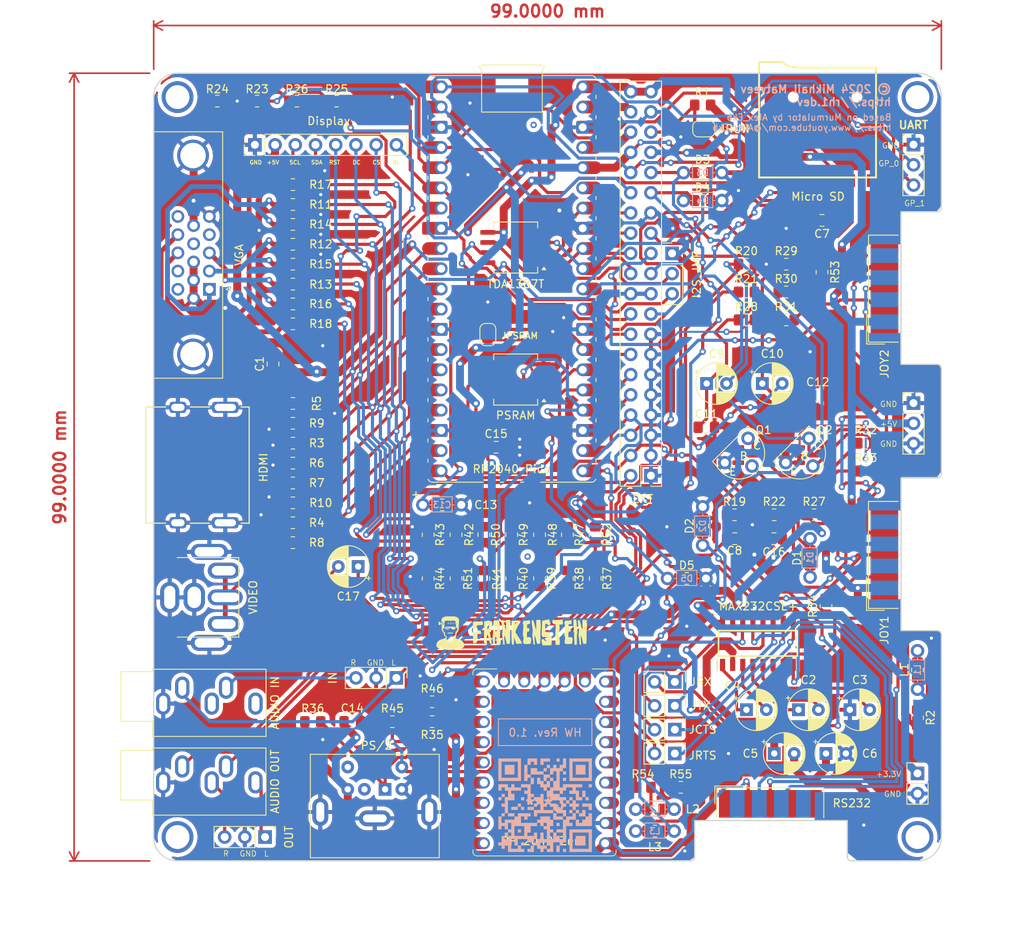
<source format=kicad_pcb>
(kicad_pcb (version 20240108) (generator "pcbnew") (generator_version "8.0")
  (layers (0 "F.Cu" signal) (31 "B.Cu" signal) (34 "B.Paste" user) (35 "F.Paste" user) (36 "B.SilkS" user "B.Silkscreen") (37 "F.SilkS" user "F.Silkscreen") (38 "B.Mask" user) (39 "F.Mask" user) (44 "Edge.Cuts" user))
  (net 0 "")
  (net 1 "/VGA_VS")
  (net 2 "GND")
  (net 3 "/VGA_HS")
  (net 4 "/VGA_RH")
  (net 5 "/CLKP")
  (net 6 "/VGA_GH")
  (net 7 "/D1P")
  (net 8 "/VGA_BH")
  (net 9 "/D2P")
  (net 10 "/+5V")
  (net 11 "/GP_6")
  (net 12 "/GP_7")
  (net 13 "/GP_8")
  (net 14 "/GP_9")
  (net 15 "/GP_10")
  (net 16 "/GP_12")
  (net 17 "/GP_13")
  (net 18 "/GP_0")
  (net 19 "/GP_1")
  (net 20 "/GP_2")
  (net 21 "/GP_3")
  (net 22 "/GP_4")
  (net 23 "/GP_5")
  (net 24 "/GP_14")
  (net 25 "/GP_15")
  (net 26 "/GP_16")
  (net 27 "/GP_17")
  (net 28 "/GP_19")
  (net 29 "/GP_20")
  (net 30 "/GP_21")
  (net 31 "/GP_22")
  (net 32 "/RUN")
  (net 33 "/GP_26")
  (net 34 "/GP_27")
  (net 35 "/GP_28")
  (net 36 "/GP_29_VREF")
  (net 37 "/+3V3")
  (net 38 "/GP_23_3v3EN")
  (net 39 "/+5V_in")
  (net 40 "/L*")
  (net 41 "/PS{slash}2_DATA_3V")
  (net 42 "/PS{slash}2_CLK_3V")
  (net 43 "/PS{slash}2 DATA")
  (net 44 "/PS{slash}2 CLK")
  (net 45 "/LOAD_IN")
  (net 46 "/LOAD_IN_D")
  (net 47 "/LOAD_IN_R")
  (net 48 "/L")
  (net 49 "/R")
  (net 50 "/LEFT_OUT")
  (net 51 "/RIGHT_OUT")
  (net 52 "/BEEP_OUT")
  (net 53 "/R*")
  (net 54 "/J1_DATA")
  (net 55 "/RST")
  (net 56 "/D0P")
  (net 57 "Net-(JP5-A)")
  (net 58 "Net-(Q2-B)")
  (net 59 "/CLKN")
  (net 60 "/D0N")
  (net 61 "/I2S_L")
  (net 62 "/I2S_R")
  (net 63 "/GP_11")
  (net 64 "/J2_DATA")
  (net 73 "/CVBS")
  (net 74 "Net-(R37-Pad2)")
  (net 75 "/FLT")
  (net 76 "/C2+")
  (net 77 "/V+")
  (net 78 "/C1+")
  (net 79 "/V-")
  (net 80 "/CTS_IN")
  (net 81 "/RTS_IN")
  (net 82 "/TX_IN")
  (net 83 "/C2-")
  (net 84 "/RX_IN")
  (net 85 "/C1-")
  (net 86 "/GP_18")
  (net 87 "Net-(C8-Pad2)")
  (net 88 "Net-(C11-Pad1)")
  (net 89 "Net-(C10-Pad1)")
  (net 90 "Net-(C17-Pad1)")
  (net 91 "Net-(D1-K)")
  (net 92 "Net-(D1-A)")
  (net 94 "Net-(HDMI1-D1N)")
  (net 97 "Net-(HDMI1-D2N)")
  (net 100 "Net-(JP2-A)")
  (net 101 "Net-(JP3-A)")
  (net 102 "Net-(JP4-A)")
  (net 103 "Net-(JP6-A)")
  (net 109 "Net-(R39-Pad2)")
  (net 110 "Net-(R40-Pad2)")
  (net 111 "Net-(R41-Pad2)")
  (net 112 "Net-(R42-Pad2)")
  (net 113 "Net-(R43-Pad2)")
  (net 165 "Net-(L1-A)")
  (net 166 "Net-(L2-K)")
  (net 167 "Net-(L3-K)")
  (footprint "Resistor_SMD:R_0805_2012Metric_Pad1.20x1.40mm_HandSolder" (layer "F.Cu") (at 129.5 90)
    (property "Reference" "R33")
    (property "Value" "1k" (hide yes))
  )
  (footprint "Resistor_SMD:R_0805_2012Metric_Pad1.20x1.40mm_HandSolder" (layer "F.Cu") (at 57.5 59 180)
    (property "Reference" "R14")
    (property "Value" "1k" (hide yes))
  )
  (footprint "Resistor_SMD:R_0805_2012Metric_Pad1.20x1.40mm_HandSolder" (layer "F.Cu") (at 57.5 81.5)
    (property "Reference" "R5")
    (property "Value" "270R" (hide yes))
  )
  (footprint "Resistor_SMD:R_0805_2012Metric_Pad1.20x1.40mm_HandSolder" (layer "F.Cu") (at 57.5 64 180)
    (property "Reference" "R15")
    (property "Value" "1k" (hide yes))
  )
  (footprint "Resistor_SMD:R_0805_2012Metric_Pad1.20x1.40mm_HandSolder" (layer "F.Cu") (at 60 121.5)
    (property "Reference" "R36")
    (property "Value" "1k" (hide yes))
  )
  (footprint "LIBS:GCT-MEM2055-00-190-01-A" (layer "F.Cu") (at 123.44 54.3)
    (property "Reference" "MICROSD1" (hide yes))
    (property "Value" "Micro SD")
  )
  (footprint "Jumper:SolderJumper-2_P1.3mm_Open_RoundedPad1.0x1.5mm" (layer "F.Cu") (at 109.15 47 180)
    (property "Reference" "JP1" (hide yes))
    (property "Value" "JRUN")
  )
  (footprint "Resistor_SMD:R_0805_2012Metric_Pad1.20x1.40mm_HandSolder" (layer "F.Cu") (at 48 43.5 180)
    (property "Reference" "R24")
    (property "Value" "10k" (hide yes))
  )
  (footprint "Resistor_SMD:R_0805_2012Metric_Pad1.20x1.40mm_HandSolder" (layer "F.Cu") (at 57.5 66.5 180)
    (property "Reference" "R13")
    (property "Value" "330R" (hide yes))
  )
  (footprint "LIBS:SOT-23_PLUS2" (layer "F.Cu") (at 122.0625 88)
    (property "Reference" "Q2")
    (property "Value" "BC850")
  )
  (footprint "Resistor_SMD:R_0805_2012Metric_Pad1.20x1.40mm_HandSolder" (layer "F.Cu") (at 114.5 64)
    (property "Reference" "R20")
    (property "Value" "330R" (hide yes))
  )
  (footprint "Resistor_SMD:R_0805_2012Metric_Pad1.20x1.40mm_HandSolder" (layer "F.Cu") (at 57.5 84)
    (property "Reference" "R9")
    (property "Value" "270R" (hide yes))
  )
  (footprint "Connector_PinHeader_2.54mm:PinHeader_1x03_P2.54mm_Vertical" (layer "F.Cu") (at 105.16 62.67)
    (property "Reference" "I2S1" (hide yes))
    (property "Value" "I2S_JMP")
  )
  (footprint "Resistor_SMD:R_0805_2012Metric_Pad1.20x1.40mm_HandSolder" (layer "F.Cu") (at 57.5 91.5)
    (property "Reference" "R7")
    (property "Value" "270R" (hide yes))
  )
  (footprint "Resistor_SMD:R_0805_2012Metric_Pad1.20x1.40mm_HandSolder" (layer "F.Cu") (at 113 95.5)
    (property "Reference" "R19")
    (property "Value" "100R" (hide yes))
  )
  (footprint "Resistor_SMD:R_0805_2012Metric_Pad1.20x1.40mm_HandSolder" (layer "F.Cu") (at 85 98 90)
    (property "Reference" "R49")
    (property "Value" "150R" (hide yes))
  )
  (footprint "LIBS:SOIC127P600X175-16N" (layer "F.Cu") (at 115.945 111.652 90)
    (property "Reference" "MAX1" (hide yes))
    (property "Value" "MAX232CSE+")
  )
  (footprint "Capacitor_THT:CP_Radial_D5.0mm_P2.50mm" (layer "F.Cu") (at 114.5 120)
    (property "Reference" "C4")
    (property "Value" "1u")
  )
  (footprint "Connector_PinHeader_2.54mm:PinHeader_1x02_P2.54mm_Vertical" (layer "F.Cu") (at 105.5 119.5 -90)
    (property "Reference" "JP3" (hide yes))
    (property "Value" "JTX")
  )
  (footprint "Resistor_SMD:R_0805_2012Metric_Pad1.20x1.40mm_HandSolder" (layer "F.Cu") (at 57.5 94)
    (property "Reference" "R10")
    (property "Value" "270R" (hide yes))
  )
  (footprint "LIBS:R_0805_PLUS" (layer "F.Cu") (at 109 52.5)
    (property "Reference" "D3")
    (property "Value" "3V3" (hide yes))
  )
  (footprint "LIBS:SOT-23_PLUS2" (layer "F.Cu") (at 114.407608 88)
    (property "Reference" "Q1")
    (property "Value" "BC850")
  )
  (footprint "Resistor_SMD:R_0805_2012Metric_Pad1.20x1.40mm_HandSolder" (layer "F.Cu") (at 119.5 64)
    (property "Reference" "R29")
    (property "Value" "2k" (hide yes))
  )
  (footprint "Package_SO:SO-8_5.3x6.2mm_P1.27mm" (layer "F.Cu") (at 85.5 78.5 180)
    (property "Reference" "PSRAM1" (hide yes))
    (property "Value" "PSRAM")
  )
  (footprint "Capacitor_SMD:C_0805_2012Metric_Pad1.18x1.45mm_HandSolder" (layer "F.Cu") (at 55 76.5375 90)
    (property "Reference" "C1")
    (property "Value" "0.1u" (hide yes))
  )
  (footprint "Resistor_SMD:R_0805_2012Metric_Pad1.20x1.40mm_HandSolder" (layer "F.Cu") (at 114.5 67.5)
    (property "Reference" "R21")
    (property "Value" "330R" (hide yes))
  )
  (footprint "Resistor_SMD:R_0805_2012Metric_Pad1.20x1.40mm_HandSolder" (layer "F.Cu") (at 58 43.5 180)
    (property "Reference" "R26")
    (property "Value" "10k" (hide yes))
  )
  (footprint "Capacitor_THT:CP_Radial_D5.0mm_P2.50mm" (layer "F.Cu") (at 124.5 125.5)
    (property "Reference" "C6")
    (property "Value" "1u")
  )
  (footprint "Capacitor_SMD:C_0805_2012Metric_Pad1.18x1.45mm_HandSolder" (layer "F.Cu") (at 83.0375 87)
    (property "Reference" "C15")
    (property "Value" "0.1u" (hide yes))
  )
  (footprint "Resistor_SMD:R_0805_2012Metric_Pad1.20x1.40mm_HandSolder" (layer "F.Cu") (at 57.5 56.5 180)
    (property "Reference" "R11")
    (property "Value" "330R" (hide yes))
  )
  (footprint "Capacitor_SMD:C_0805_2012Metric_Pad1.18x1.45mm_HandSolder" (layer "F.Cu") (at 117.9625 98.5 180)
    (property "Reference" "C16")
    (property "Value" "0.1u" (hide yes))
  )
  (footprint "Resistor_SMD:R_0805_2012Metric_Pad1.20x1.40mm_HandSolder" (layer "F.Cu") (at 95.5 103.5 90)
    (property "Reference" "R37")
    (property "Value" "750R*" (hide yes))
  )
  (footprint "Resistor_SMD:R_0805_2012Metric_Pad1.20x1.40mm_HandSolder" (layer "F.Cu") (at 136 121 -90)
    (property "Reference" "R2")
    (property "Value" "10K" (hide yes))
  )
  (footprint "Capacitor_SMD:C_0805_2012Metric_Pad1.18x1.45mm_HandSolder" (layer "F.Cu") (at 124 58.5 180)
    (property "Reference" "C7")
    (property "Value" "0.1u" (hide yes))
  )
  (footprint "LIBS:rp2040-zero-tht" (layer "F.Cu") (at 89.12 126.62 180)
    (property "Reference" "RP2040Z1" (hide yes))
    (property "Value" "RP 2040 Zero")
  )
  (footprint "Resistor_SMD:R_0805_2012Metric_Pad1.20x1.40mm_HandSolder" (layer "F.Cu") (at 119.5 67.5)
    (property "Reference" "R30")
    (property "Value" "2k" (hide yes))
  )
  (footprint "Jumper:SolderJumper-2_P1.3mm_Open_RoundedPad1.0x1.5mm" (layer "F.Cu") (at 82 72.85 90)
    (property "Reference" "JP6" (hide yes))
    (property "Value" "JPSRAM")
  )
  (footprint "Resistor_SMD:R_0805_2012Metric_Pad1.20x1.40mm_HandSolder" (layer "F.Cu") (at 88.5 98 -90)
    (property "Reference" "R48")
    (property "Value" "150R" (hide yes))
  )
  (footprint "Capacitor_THT:CP_Radial_D5.0mm_P2.50mm" (layer "F.Cu") (at 121.044888 120)
    (property "Reference" "C2")
    (property "Value" "1u")
  )
  (footprint "Resistor_SMD:R_0805_2012Metric_Pad1.20x1.40mm_HandSolder" (layer "F.Cu") (at 119.5 71)
    (property "Reference" "R31")
    (property "Value" "1k" (hide yes))
  )
  (footprint "Connector_Dsub:DSUB-9_Male_EdgeMount_P2.77mm" (layer "F.Cu") (at 131.85 67.075001 90)
    (property "Reference" "JOY2")
    (property "Value" "JOY-1")
  )
  (footprint "Resistor_SMD:R_0805_2012Metric_Pad1.20x1.40mm_HandSolder" (layer "F.Cu") (at 92 98 90)
    (property "Reference" "R47")
    (property "Value" "150R" (hide yes))
  )
  (footprint "Resistor_SMD:R_0805_2012Metric_Pad1.20x1.40mm_HandSolder" (layer "F.Cu") (at 57.5 61.5 180)
    (property "Reference" "R12")
    (property "Value" "330R" (hide yes))
  )
  (footprint "Resistor_SMD:R_0805_2012Metric_Pad1.20x1.40mm_HandSolder" (layer "F.Cu") (at 118 95.5)
    (property "Reference" "R22")
    (property "Value" "10k" (hide yes))
  )
  (footprint "Connector_PinHeader_2.54mm:PinHeader_1x03_P2.54mm_Vertical" (layer "F.Cu") (at 54 136 -90)
    (property "Reference" "AOUT1" (hide yes))
    (property "Value" "OUT")
  )
  (footprint "LIBS:R_0805_PLUS" (layer "F.Cu") (at 109 56)
    (property "Reference" "D4")
    (property "Value" "3V3")
  )
  (footprint "LIBS:R_0805_PLUS" (layer "F.Cu") (at 76.25 94.25)
    (property "Reference" "C13")
    (property "Value" "10u" (hide yes))
  )
  (footprint "Resistor_SMD:R_0805_2012Metric_Pad1.20x1.40mm_HandSolder" (layer "F.Cu") (at 75 119)
    (property "Reference" "R46")
    (property "Value" "100R" (hide yes))
  )
  (footprint "Package_SO:SO-8_5.3x6.2mm_P1.27mm" (layer "F.Cu") (at 85.5 61.905 180)
    (property "Reference" "TDA1387T1" (hide yes))
    (property "Value" "TDA1387T")
  )
  (footprint "Capacitor_SMD:C_0805_2012Metric_Pad1.18x1.45mm_HandSolder" (layer "F.Cu") (at 109.4625 84.5)
    (property "Reference" "C11")
    (property "Value" "10n" (hide yes))
  )
  (footprint "Resistor_SMD:R_0805_2012Metric_Pad1.20x1.40mm_HandSolder" (layer "F.Cu") (at 81.5 103.5 -90)
    (property "Reference" "R41")
    (property "Value" "270R" (hide yes))
  )
  (footprint "Resistor_SMD:R_0805_2012Metric_Pad1.20x1.40mm_HandSolder" (layer "F.Cu") (at 124.5 107 90)
    (property "Reference" "R34")
    (property "Value" "1k" (hide yes))
  )
  (footprint "Capacitor_THT:CP_Radial_D5.0mm_P2.50mm" (layer "F.Cu") (at 65.705113 102 180)
    (property "Reference" "C17")
    (property "Value" "220u" (hide yes))
  )
  (footprint "Resistor_SMD:R_0805_2012Metric_Pad1.20x1.40mm_HandSolder" (layer "F.Cu") (at 124 65 -90)
    (property "Reference" "R53")
    (property "Value" "1k" (hide yes))
  )
  (footprint "Resistor_SMD:R_0805_2012Metric_Pad1.20x1.40mm_HandSolder" (layer "F.Cu") (at 123 95.5)
    (property "Reference" "R27")
    (property "Value" "10k" (hide yes))
  )
  (footprint "Resistor_SMD:R_0805_2012Metric_Pad1.20x1.40mm_HandSolder" (layer "F.Cu") (at 63 43.5 180)
    (property "Reference" "R25")
    (property "Value" "10k" (hide yes))
  )
  (footprint "Resistor_SMD:R_0805_2012Metric_Pad1.20x1.40mm_HandSolder" (layer "F.Cu") (at 78 103.5 90)
    (property "Reference" "R51")
    (property "Value" "150R" (hide yes))
  )
  (footprint "Connector_Dsub:DSUB-9_Male_EdgeMount_P2.77mm" (layer "F.Cu") (at 131.8375 100.54 90)
    (property "Reference" "JOY1")
    (property "Value" "JOY-2")
  )
  (footprint "Resistor_SMD:R_0805_2012Metric_Pad1.20x1.40mm_HandSolder" (layer "F.Cu") (at 57.5 69 180)
    (property "Reference" "R16")
    (property "Value" "1k" (hide yes))
  )
  (footprint "Resistor_SMD:R_0805_2012Metric_Pad1.20x1.40mm_HandSolder" (layer "F.Cu") (at 74.5 98 -90)
    (property "Reference" "R43")
    (property "Value" "270R" (hide yes))
  )
  (footprint "Resistor_SMD:R_0805_2012Metric_Pad1.20x1.40mm_HandSolder" (layer "F.Cu") (at 74.5 103.5 90)
    (property "Reference" "R44")
    (property "Value" "300R" (hide yes))
  )
  (footprint "Capacitor_THT:CP_Radial_D5.0mm_P2.50mm" (layer "F.Cu") (at 127.5 120)
    (property "Reference" "C3")
    (property "Value" "1u")
  )
  (footprint "Capacitor_THT:CP_Radial_D5.0mm_P2.50mm" (layer "F.Cu") (at 109.5 79)
    (property "Reference" "C9")
    (property "Value" "10u" (hide yes))
  )
  (footprint "Connector_PinHeader_2.54mm:PinHeader_1x03_P2.54mm_Vertical" (layer "F.Cu") (at 135.5 48.975)
    (property "Reference" "UART1" (hide yes))
    (property "Value" "UART")
  )
  (footprint "Connector_PinHeader_2.54mm:PinHeader_1x02_P2.54mm_Vertical" (layer "F.Cu") (at 105.5 116.5 -90)
    (property "Reference" "JP2" (hide yes))
    (property "Value" "JRX")
  )
  (footprint "Resistor_SMD:R_0805_2012Metric_Pad1.20x1.40mm_HandSolder" (layer "F.Cu") (at 53 43.5 180)
    (property "Reference" "R23")
    (property "Value" "10k" (hide yes))
  )
  (footprint "LIBS:R_0805_PLUS" (layer "F.Cu") (at 109 96.913 90)
    (property "Reference" "D2")
    (property "Value" "3V3" (hide yes))
  )
  (footprint "Resistor_SMD:R_0805_2012Metric_Pad1.20x1.40mm_HandSolder" (layer "F.Cu") (at 101.5 129.75)
    (property "Reference" "R54")
    (property "Value" "1K" (hide yes))
  )
  (footprint "Resistor_SMD:R_0805_2012Metric_Pad1.20x1.40mm_HandSolder" (layer "F.Cu") (at 70 121.5)
    (property "Reference" "R45")
    (property "Value" "100R" (hide yes))
  )
  (footprint "Resistor_SMD:R_0805_2012Metric_Pad1.20x1.40mm_HandSolder" (layer "F.Cu") (at 81.5 98 -90)
    (property "Reference" "R50")
    (property "Value" "150R" (hide yes))
  )
  (footprint "Capacitor_THT:CP_Radial_D5.0mm_P2.50mm" (layer "F.Cu") (at 116.5 79)
    (property "Reference" "C10")
    (property "Value" "10u" (hide yes))
  )
  (footprint "Resistor_SMD:R_0805_2012Metric_Pad1.20x1.40mm_HandSolder" (layer "F.Cu") (at 88.5 103.5 90)
    (property "Reference" "R39")
    (property "Value" "270R" (hide yes))
  )
  (footprint "Resistor_SMD:R_0805_2012Metric_Pad1.20x1.40mm_HandSolder" (layer "F.Cu") (at 57.5 54)
    (property "Reference" "R17")
    (property "Value" "100R" (hide yes))
  )
  (footprint "Connector_PinHeader_2.54mm:PinHeader_1x08_P2.54mm_Vertical" (layer "F.Cu") (at 52.72 49 90)
    (property "Reference" "DISP1" (hide yes))
    (property "Value" "Display")
  )
  (footprint "Resistor_SMD:R_0805_2012Metric_Pad1.20x1.40mm_HandSolder" (layer "F.Cu") (at 85 103.5 90)
    (property "Reference" "R40")
    (property "Value" "270R" (hide yes))
  )
  (footprint "Connector_PinHeader_2.54mm:PinHeader_1x02_P2.54mm_Vertical" (layer "F.Cu") (at 105.5 125.5 -90)
    (property "Reference" "JP5" (hide yes))
    (property "Value" "JRTS")
  )
  (footprint "Capacitor_THT:CP_Radial_D5.0mm_P2.50mm" (layer "F.Cu") (at 118 125.5)
    (property "Reference" "C5")
    (property "Value" "1u")
  )
  (footprint "Resistor_SMD:R_0805_2012Metric_Pad1.20x1.40mm_HandSolder" (layer "F.Cu") (at 75 121.5 180)
    (property "Reference" "R35")
    (property "Value" "1k" (hide yes))
  )
  (footprint "Connector_PinHeader_2.54mm:PinHeader_2x20_P2.54mm_Vertical" (layer "F.Cu") (at 102.5 90.58 180)
    (property "Reference" "CON1" (hide yes))
    (property "Value" "EXT")
  )
  (footprint "LIBS:R_0805_PLUS" (layer "F.Cu") (at 103 132.5)
    (property "Reference" "L2")
    (property "Value" "LED" (hide yes))
  )
  (footprint "Resistor_SMD:R_0805_2012Metric_Pad1.20x1.40mm_HandSolder" (layer "F.Cu") (at 57.5 89)
    (property "Reference" "R6")
    (property "Value" "270R" (hide yes))
  )
  (footprint "LIBS:AV_MOD_III-8.4-5" (layer "F.Cu") (at 45.7 105.875 90)
    (property "Reference" "VIDEO1" (hide yes))
    (property "Value" "VIDEO")
  )
  (footprint "Capacitor_SMD:C_0805_2012Metric_Pad1.18x1.45mm_HandSolder" (layer "F.Cu") (at 113.0375 98.5)
    (property "Reference" "C8")
    (property "Value" "0.1u" (hide yes))
  )
  (footprint "LIBS:R_0805_PLUS" (layer "F.Cu") (at 103 135.25)
    (property "Reference" "L3")
    (property "Value" "LED" (hide yes))
  )
  (footprint "Resistor_SMD:R_0805_2012Metric_Pad1.20x1.40mm_HandSolder" (layer "F.Cu") (at 57.5 86.5)
    (property "Reference" "R3")
    (property "Value" "270R" (hide yes))
  )
  (footprint "Resistor_SMD:R_0805_2012Metric_Pad1.20x1.40mm_HandSolder" (layer "F.Cu") (at 57.5 96.5)
    (property "Reference" "R4")
    (property "Value" "270R" (hide yes))
  )
  (footprint "Connector_Audio:Jack_3.5mm_CUI_SJ1-3535NG_Horizontal" (layer "F.Cu") (at 41.19 129.13 90)
    (property "Reference" "A_OUT1" (hide yes))
    (property "Value" "AUDIO OUT")
  )
  (footprint "Resistor_SMD:R_0805_2012Metric_Pad1.20x1.40mm_HandSolder" (layer "F.Cu") (at 109 44)
    (property "Reference" "R1")
    (property "Value" "1k" (hide yes))
  )
  (footprint "LIBS:HDMI" (layer "F.Cu") (at 49 89.25 -90)
    (property "Reference" "HDMI1" (hide yes))
    (property "Value" "HDMI")
  )
  (footprint "LIBS:Connector_Mini-DIN_Female_6Pin_2rows" (layer "F.Cu") (at 69.09 130)
    (property "Reference" "MINI_DIN_1" (hide yes))
    (property "Value" "PS/2")
  )
  (footprint "Resistor_SMD:R_0805_2012Metric_Pad1.20x1.40mm_HandSolder" (layer "F.Cu") (at 57.5 99)
    (property "Reference" "R8")
    (property "Value" "270R")
  )
  (footprint "Connector_Audio:Jack_3.5mm_CUI_SJ1-3535NG_Horizontal" (layer "F.Cu") (at 41.2 119.23 90)
    (property "Reference" "A_IN1" (hide yes))
    (property "Value" "AUDIO IN")
  )
  (footprint "LIBS:Raspberry_Pi_Pico_SMT_THT_MOD_2" (layer "F.Cu") (at 76.14 41.71)
    (property "Reference" "RP1" (hide yes))
    (property "Value" "RP2040 Pico")
  )
  (footprint "Resistor_SMD:R_0805_2012Metric_Pad1.20x1.40mm_HandSolder" (layer "F.Cu") (at 57.5 71.5)
    (property "Reference" "R18")
    (property "Value" "100R" (hide yes))
  )
  (footprint "LIBS:R_0805_PLUS" (layer "F.Cu") (at 136 115 90)
    (property "Reference" "L1")
    (property "Value" "LED" (hide yes))
  )
  (footprint "Resistor_SMD:R_0805_2012Metric_Pad1.20x1.40mm_HandSolder" (layer "F.Cu") (at 95.5 98 90)
    (property "Reference" "R52")
    (property "Value" "51R*")
  )
  (footprint "Connector_Dsub:DSUB-15-HD_Female_Horizontal_P2.29x1.98mm_EdgePinOffset3.03mm_Housed_MountingHolesOffset4.94mm" (layer "F.Cu") (at 47 67.16 -90)
    (property "Reference" "VGA1" (hide yes))
    (property "Value" "VGA")
  )
  (footprint "LIBS:R_0805_PLUS" (layer "F.Cu") (at 107 103.5)
    (property "Reference" "D5")
    (property "Value" "3V3" (hide yes))
  )
  (footprint "Resistor_SMD:R_0805_2012Metric_Pad1.20x1.40mm_HandSolder" (layer "F.Cu") (at 92 103.5 90)
    (property "Reference" "R38")
    (property "Value" "270R" (hide yes))
  )
  (footprint "Connector_PinHeader_2.54mm:PinHeader_1x03_P2.54mm_Vertical" (layer "F.Cu") (at 70.5 116 -90)
    (property "Reference" "AIN1" (hide yes))
    (property "Value" "IN")
  )
  (footprint "Connector_Dsub:DSUB-9_Male_EdgeMount_P2.77mm" (layer "F.Cu") (at 117.5 131.825)
    (property "Reference" "RS232_1" (hide yes))
    (property "Value" "RS232")
  )
  (footprint "Capacitor_SMD:C_0805_2012Metric_Pad1.18x1.45mm_HandSolder" (layer "F.Cu") (at 123.4625 80.5)
    (property "Reference" "C12")
    (property "Value" "10n" (hide yes))
  )
  (footprint "Capacitor_SMD:C_0805_2012Metric_Pad1.18x1.45mm_HandSolder" (layer "F.Cu") (at 64.9625 121.5)
    (property "Reference" "C14")
    (property "Value" "0.1u" (hide yes))
  )
  (footprint "Connector_PinHeader_2.54mm:PinHeader_1x02_P2.54mm_Vertical" (layer "F.Cu") (at 105.5 122.5 -90)
    (property "Reference" "JP4" (hide yes))
    (property "Value" "JCTS")
  )
  (footprint "Resistor_SMD:R_0805_2012Metric_Pad1.20x1.40mm_HandSolder" (layer "F.Cu") (at 114.5 71)
    (property "Reference" "R28")
    (property "Value" "1k" (hide yes))
  )
  (footprint "LIBS:R_0805_PLUS" (layer "F.Cu") (at 122.5 100.913 90)
    (property "Reference" "D1")
    (property "Value" "4148" (hide yes))
  )
  (footprint "Connector_PinHeader_2.54mm:PinHeader_1x03_P2.54mm_Vertical" (layer "F.Cu") (at 135.5 81.46)
    (property "Reference" "PWR1" (hide yes))
    (property "Value" "PWR" (hide yes))
  )
  (footprint "Resistor_SMD:R_0805_2012Metric_Pad1.20x1.40mm_HandSolder" (layer "F.Cu") (at 106.25 129.75)
    (property "Reference" "R55")
    (property "Value" "1K" (hide yes))
  )
  (footprint "Resistor_SMD:R_0805_2012Metric_Pad1.20x1.40mm_HandSolder" (layer "F.Cu") (at 129.5 86.5)
    (property "Reference" "R32")
    (property "Value" "10k" (hide yes))
  )
  (footprint "Resistor_SMD:R_0805_2012Metric_Pad1.20x1.40mm_HandSolder" (layer "F.Cu") (at 78 98 -90)
    (property "Reference" "R42")
    (property "Value" "270R" (hide yes))
  )
  (footprint "Connector_PinHeader_2.54mm:PinHeader_1x02_P2.54mm_Vertical" (layer "F.Cu") (at 136 128)
    (property "Reference" "J1" (hide yes))
    (property "Value" "Conn_01x02" (hide yes))
  )
  (footprint "LOGO" (layer "B.Cu") (at 89.2 132 180)
    (property "Reference" "G***")
    (property "Value" "LOGO" (hide yes))
  )
  (gr_line (start 113 64) (end 113.5 64) (stroke (width 0.2)) (layer "F.Cu") (net 48))
  (gr_rect (start 83.325 124.5) (end 95.075 121.15) (stroke (width 0.12)) (fill none) (layer "B.SilkS"))
  (gr_poly (pts (xy 85.875323 108.800217) (xy 85.889214 108.81294) (xy 85.903104 108.826283) (xy 85.916995 108.840308) (xy 85.930886 108.855077) (xy 85.944776 108.870652) (xy 85.958667 108.887096) (xy 85.965612 108.895662) (xy 85.972558 108.904469) (xy 85.979566 108.913154) (xy 85.986707 108.921357) (xy 85.993987 108.929096) (xy 86.001414 108.936385) (xy 86.008996 108.943239) (xy 86.016741 108.949676) (xy 86.024656 108.955709) (xy 86.03275 108.961355) (xy 86.04103 108.966628) (xy 86.049504 108.971545) (xy 86.058179 108.976121) (xy 86.067063 108.980372) (xy 86.076165 108.984312) (xy 86.085491 108.987958) (xy 86.09505 108.991324) (xy 86.104849 108.994428) (xy 86.100622 109.000639) (xy 86.095837 109.007409) (xy 86.090432 109.014798) (xy 86.084344 109.02287) (xy 86.077512 109.031686) (xy 86.069875 109.041308) (xy 86.061369 109.051799) (xy 86.051932 109.063219) (xy 86.016875 109.114813) (xy 85.99761 109.143586) (xy 85.987761 109.158717) (xy 85.97785 109.174344) (xy 85.903767 109.285469) (xy 85.896077 109.298636) (xy 85.888884 109.310439) (xy 85.882187 109.321002) (xy 85.875986 109.330448) (xy 85.856142 109.359553) (xy 85.845961 109.376172) (xy 85.835223 109.394279) (xy 85.811824 109.434959) (xy 85.755601 109.534177) (xy 85.723933 109.590649) (xy 85.708255 109.619475) (xy 85.692762 109.64861) (xy 85.677517 109.677993) (xy 85.662583 109.707562) (xy 85.64802 109.737256) (xy 85.633892 109.767011) (xy 85.578991 109.890704) (xy 85.552781 109.950814) (xy 85.540203 109.980652) (xy 85.528059 110.010428) (xy 85.522351 110.025186) (xy 85.517124 110.039697) (xy 85.512362 110.05396) (xy 85.508049 110.067974) (xy 85.504171 110.081741) (xy 85.500711 110.095259) (xy 85.497655 110.10853) (xy 85.494986 110.121552) (xy 85.492689 110.134327) (xy 85.490748 110.146853) (xy 85.487875 110.171162) (xy 85.486242 110.194478) (xy 85.485725 110.216802) (xy 85.485911 110.226602) (xy 85.48647 110.23616) (xy 85.4874 110.245487) (xy 85.488702 110.254588) (xy 85.490376 110.263473) (xy 85.492423 110.272148) (xy 85.494841 110.280622) (xy 85.497632 110.288901) (xy 85.500794 110.296995) (xy 85.504329 110.304911) (xy 85.508235 110.312656) (xy 85.512514 110.320238) (xy 85.517165 110.327665) (xy 85.522188 110.334945) (xy 85.527583 110.342086) (xy 85.53335 110.349094) (xy 85.545008 110.362985) (xy 85.55617 110.376876) (xy 85.566836 110.390766) (xy 85.577006 110.404657) (xy 85.58668 110.418547) (xy 85.595858 110.432438) (xy 85.60454 110.446329) (xy 85.612725 110.460219) (xy 85.646625 110.523554) (xy 85.665373 110.557888) (xy 85.685485 110.593834) (xy 85.707086 110.631268) (xy 85.730299 110.670067) (xy 85.755248 110.710106) (xy 85.782058 110.751261) (xy 85.999017 111.084636) (xy 86.049536 111.167814) (xy 86.097574 111.25) (xy 86.142636 111.330202) (xy 86.184225 111.407427) (xy 86.193836 111.426093) (xy 86.202828 111.444386) (xy 86.2112 111.462308) (xy 86.218951 111.479857) (xy 86.226083 111.497034) (xy 86.232594 111.513839) (xy 86.238485 111.530273) (xy 86.243756 111.546334) (xy 86.248407 111.562023) (xy 86.252438 111.57734) (xy 86.255849 111.592284) (xy 86.258639 111.606857) (xy 86.26081 111.621058) (xy 86.26236 111.634886) (xy 86.26329 111.648343) (xy 86.2636 111.661427) (xy 86.2636 111.682594) (xy 85.612725 111.724927) (xy 85.612229 111.724912) (xy 85.611733 111.724865) (xy 85.611237 111.724788) (xy 85.61074 111.724679) (xy 85.610244 111.72454) (xy 85.609748 111.724369) (xy 85.609252 111.724168) (xy 85.608756 111.723935) (xy 85.60826 111.723672) (xy 85.607764 111.723377) (xy 85.607268 111.723051) (xy 85.606771 111.722695) (xy 85.606275 111.722307) (xy 85.605779 111.721889) (xy 85.605283 111.721439) (xy 85.604787 111.720959) (xy 85.604291 111.720447) (xy 85.603795 111.719904) (xy 85.602803 111.718726) (xy 85.601811 111.717424) (xy 85.600818 111.715998) (xy 85.599826 111.714447) (xy 85.598834 111.712773) (xy 85.597842 111.710974) (xy 85.59685 111.709052) (xy 85.594926 111.707069) (xy 85.593119 111.705094) (xy 85.59142 111.703134) (xy 85.589822 111.701197) (xy 85.588317 111.699292) (xy 85.586897 111.697425) (xy 85.584282 111.693839) (xy 85.579735 111.687472) (xy 85.578695 111.686093) (xy 85.577678 111.684816) (xy 85.576677 111.683647) (xy 85.575684 111.682594) (xy 85.569914 111.674595) (xy 85.564501 111.666481) (xy 85.559429 111.658258) (xy 85.554682 111.649934) (xy 85.550246 111.641517) (xy 85.546104 111.633015) (xy 85.542241 111.624436) (xy 85.538642 111.615787) (xy 85.535291 111.607075) (xy 85.532172 111.59831) (xy 85.52927 111.589498) (xy 85.52657 111.580647) (xy 85.521713 111.56286) (xy 85.517475 111.54501) (xy 85.513744 111.527141) (xy 85.510447 111.509209) (xy 85.507522 111.491153) (xy 85.504907 111.472912) (xy 85.50254 111.454422) (xy 85.50036 111.435622) (xy 85.496308 111.396844) (xy 85.453975 111.396844) (xy 85.438017 111.333426) (xy 85.421564 111.270505) (xy 85.412996 111.239386) (xy 85.404117 111.208576) (xy 85.394867 111.178139) (xy 85.385183 111.148135) (xy 85.375013 111.11837) (xy 85.364347 111.088604) (xy 85.353185 111.058839) (xy 85.341527 111.029073) (xy 85.329372 110.999307) (xy 85.316722 110.969542) (xy 85.303576 110.939776) (xy 85.289933 110.910011) (xy 85.292992 111.015265) (xy 85.294563 111.124985) (xy 85.295225 111.359802) (xy 85.294491 111.420367) (xy 85.292331 111.479196) (xy 85.288806 111.536536) (xy 85.28398 111.592636) (xy 85.277913 111.647743) (xy 85.270668 111.702107) (xy 85.262307 111.755975) (xy 85.252892 111.809594) (xy 85.250421 111.809604) (xy 85.247021 111.809677) (xy 85.242753 111.809873) (xy 85.237678 111.810255) (xy 85.234858 111.810536) (xy 85.231859 111.810886) (xy 85.22869 111.811313) (xy 85.225359 111.811826) (xy 85.221872 111.812432) (xy 85.218237 111.813139) (xy 85.214464 111.813954) (xy 85.210558 111.814885) (xy 85.206653 111.815817) (xy 85.202879 111.816632) (xy 85.195758 111.817945) (xy 85.189257 111.818885) (xy 85.183438 111.819516) (xy 85.178363 111.819898) (xy 85.174095 111.820094) (xy 85.168224 111.820177) (xy 85.156566 111.819992) (xy 85.145404 111.819443) (xy 85.134738 111.818538) (xy 85.124568 111.817283) (xy 85.114894 111.815688) (xy 85.105717 111.813759) (xy 85.097035 111.811504) (xy 85.08885 111.808932) (xy 85.08116 111.80605) (xy 85.073967 111.802865) (xy 85.067269 111.799386) (xy 85.061068 111.79562) (xy 85.055363 111.791575) (xy 85.050154 111.787259) (xy 85.045441 111.782679) (xy 85.041225 111.777844) (xy 85.037379 111.772697) (xy 85.033773 111.767178) (xy 85.0304 111.761286) (xy 85.027251 111.755023) (xy 85.02432 111.748388) (xy 85.021598 111.741381) (xy 85.019077 111.734001) (xy 85.016751 111.72625) (xy 85.01461 111.718126) (xy 85.012648 111.709631) (xy 85.010856 111.700763) (xy 85.009227 111.691523) (xy 85.007752 111.681911) (xy 85.006426 111.671927) (xy 85.005239 111.661571) (xy 85.004183 111.650844) (xy 84.961848 110.745969) (xy 84.961848 110.132136) (xy 84.977724 108.798636) (xy 85.046515 108.803928) (xy 85.064385 108.805684) (xy 85.082316 108.807069) (xy 85.118614 108.809219) (xy 85.155904 108.811369) (xy 85.175076 108.812754) (xy 85.194682 108.814511) (xy 85.214288 108.816268) (xy 85.23346 108.817653) (xy 85.270749 108.819803) (xy 85.307047 108.821952) (xy 85.324979 108.823337) (xy 85.342849 108.825094) (xy 85.411641 108.830386) (xy 85.412694 108.831379) (xy 85.413863 108.832381) (xy 85.415141 108.833397) (xy 85.416519 108.834437) (xy 85.422885 108.838985) (xy 85.426472 108.8416) (xy 85.428339 108.84302) (xy 85.430244 108.844525) (xy 85.432181 108.846123) (xy 85.43414 108.847822) (xy 85.436116 108.849629) (xy 85.438099 108.851553) (xy 85.44182 108.855284) (xy 85.445044 108.858581) (xy 85.446471 108.860086) (xy 85.447773 108.861505) (xy 85.448951 108.862848) (xy 85.450005 108.86412) (xy 85.450935 108.865331) (xy 85.451742 108.866487) (xy 85.452424 108.867597) (xy 85.452982 108.868668) (xy 85.453416 108.869708) (xy 85.453726 108.870724) (xy 85.453912 108.871726) (xy 85.453974 108.872719) (xy 85.453974 109.280178) (xy 85.458449 109.269522) (xy 85.463979 109.25744) (xy 85.470624 109.243994) (xy 85.478448 109.229245) (xy 85.487512 109.213257) (xy 85.497879 109.19609) (xy 85.50357 109.187084) (xy 85.509609 109.177807) (xy 85.516006 109.168266) (xy 85.522766 109.158469) (xy 85.534921 109.138398) (xy 85.547571 109.117955) (xy 85.560718 109.097264) (xy 85.57436 109.076448) (xy 85.588499 109.055633) (xy 85.603134 109.034942) (xy 85.618264 109.014499) (xy 85.633891 108.994428) (xy 85.649529 108.973096) (xy 85.664732 108.952756) (xy 85.679563 108.933408) (xy 85.694084 108.915053) (xy 85.708357 108.897689) (xy 85.722444 108.881318) (xy 85.736407 108.865939) (xy 85.750307 108.851553) (xy 85.757189 108.843863) (xy 85.76394 108.83667) (xy 85.77055 108.829972) (xy 85.777014 108.823771) (xy 85.783322 108.818066) (xy 85.789468 108.812857) (xy 85.795443 108.808144) (xy 85.80124 108.803928) (xy 85.806851 108.800207) (xy 85.812268 108.796982) (xy 85.817483 108.794254) (xy 85.822489 108.792021) (xy 85.827278 108.790285) (xy 85.831842 108.789045) (xy 85.836174 108.788301) (xy 85.840266 108.788053) (xy 85.861433 108.788053)) (stroke (width -0.000001)) (fill solid) (layer "F.SilkS"))
  (gr_poly (pts (xy 89.750982 108.645187) (xy 89.755518 108.64526) (xy 89.757458 108.645339) (xy 89.759187 108.645456) (xy 89.760716 108.64562) (xy 89.76205 108.645839) (xy 89.763198 108.646119) (xy 89.764169 108.646469) (xy 89.764968 108.646897) (xy 89.765605 108.64741) (xy 89.765865 108.6477) (xy 89.766087 108.648015) (xy 89.766272 108.648356) (xy 89.766422 108.648722) (xy 89.766617 108.649537) (xy 89.76668 108.650469) (xy 89.76667 108.652453) (xy 89.766645 108.653445) (xy 89.766597 108.654438) (xy 89.766519 108.65543) (xy 89.766401 108.656422) (xy 89.766237 108.657414) (xy 89.766019 108.658406) (xy 89.765738 108.659398) (xy 89.765388 108.660391) (xy 89.764961 108.661383) (xy 89.764448 108.662375) (xy 89.763842 108.663367) (xy 89.763501 108.663863) (xy 89.763135 108.664359) (xy 89.762741 108.664855) (xy 89.76232 108.665352) (xy 89.761869 108.665848) (xy 89.761388 108.666344) (xy 89.760396 108.667397) (xy 89.759404 108.668566) (xy 89.758412 108.669844) (xy 89.75742 108.671222) (xy 89.756427 108.672693) (xy 89.755435 108.67425) (xy 89.754443 108.675885) (xy 89.753451 108.677589) (xy 89.751467 108.681175) (xy 89.749483 108.684947) (xy 89.745515 108.692802) (xy 89.743541 108.696771) (xy 89.741629 108.70074) (xy 89.739841 108.704708) (xy 89.739012 108.706693) (xy 89.738238 108.708677) (xy 89.737526 108.710661) (xy 89.736884 108.712646) (xy 89.736319 108.71463) (xy 89.73584 108.716615) (xy 89.735453 108.718599) (xy 89.735167 108.720583) (xy 89.73499 108.722568) (xy 89.73493 108.724552) (xy 89.735188 108.740417) (xy 89.736005 108.756219) (xy 89.737442 108.771898) (xy 89.738412 108.779671) (xy 89.73956 108.787391) (xy 89.740895 108.795048) (xy 89.742423 108.802635) (xy 89.744153 108.810145) (xy 89.746093 108.81757) (xy 89.748249 108.824901) (xy 89.75063 108.832132) (xy 89.753243 108.839254) (xy 89.756097 108.84626) (xy 89.761822 108.862125) (xy 89.767176 108.877928) (xy 89.777263 108.909099) (xy 89.782245 108.924343) (xy 89.78735 108.939278) (xy 89.792704 108.95384) (xy 89.798429 108.967969) (xy 89.82158 109.028823) (xy 89.826903 109.043726) (xy 89.831915 109.058754) (xy 89.836556 109.074029) (xy 89.840762 109.089677) (xy 89.843615 109.097555) (xy 89.846229 109.105325) (xy 89.84861 109.113001) (xy 89.850766 109.1206) (xy 89.852705 109.128137) (xy 89.854435 109.135628) (xy 89.855964 109.143087) (xy 89.857298 109.150531) (xy 89.858447 109.157975) (xy 89.859417 109.165435) (xy 89.860217 109.172925) (xy 89.860854 109.180462) (xy 89.86167 109.195738) (xy 89.861929 109.211385) (xy 89.861679 109.22112) (xy 89.860926 109.230475) (xy 89.859661 109.239442) (xy 89.857877 109.248014) (xy 89.855566 109.256182) (xy 89.85272 109.26394) (xy 89.849331 109.27128) (xy 89.845392 109.278193) (xy 89.840895 109.284671) (xy 89.838435 109.287746) (xy 89.835832 109.290709) (xy 89.833086 109.293559) (xy 89.830195 109.296296) (xy 89.82716 109.298919) (xy 89.823977 109.301426) (xy 89.820648 109.303817) (xy 89.81717 109.306091) (xy 89.809767 109.310284) (xy 89.801758 109.313995) (xy 89.793137 109.317218) (xy 89.784208 109.320072) (xy 89.775278 109.322686) (xy 89.766349 109.325067) (xy 89.757419 109.327223) (xy 89.748489 109.329162) (xy 89.73956 109.330892) (xy 89.73063 109.33242) (xy 89.7217 109.333755) (xy 89.703841 109.335874) (xy 89.685981 109.33731) (xy 89.668121 109.338127) (xy 89.650262 109.338385) (xy 89.565595 109.338385) (xy 89.558835 109.338322) (xy 89.552438 109.338127) (xy 89.546398 109.337792) (xy 89.540707 109.33731) (xy 89.535358 109.336673) (xy 89.530341 109.335874) (xy 89.52565 109.334904) (xy 89.521277 109.333755) (xy 89.517214 109.33242) (xy 89.513453 109.330892) (xy 89.509987 109.329162) (xy 89.506808 109.327223) (xy 89.503908 109.325067) (xy 89.501279 109.322686) (xy 89.498913 109.320072) (xy 89.496804 109.317218) (xy 89.49488 109.314242) (xy 89.493072 109.311265) (xy 89.491373 109.308289) (xy 89.489775 109.305312) (xy 89.48827 109.302336) (xy 89.48685 109.299359) (xy 89.485508 109.296383) (xy 89.484236 109.293406) (xy 89.481869 109.287453) (xy 89.479688 109.2815) (xy 89.475637 109.269594) (xy 89.474584 109.266617) (xy 89.473415 109.26364) (xy 89.472137 109.260664) (xy 89.470759 109.257687) (xy 89.469287 109.254711) (xy 89.467731 109.251734) (xy 89.464393 109.245781) (xy 89.460806 109.239828) (xy 89.457034 109.233875) (xy 89.449178 109.221969) (xy 89.44814 109.220511) (xy 89.447009 109.219115) (xy 89.445787 109.217778) (xy 89.444476 109.216501) (xy 89.443075 109.215282) (xy 89.441586 109.21412) (xy 89.440009 109.213015) (xy 89.438347 109.211964) (xy 89.436599 109.210968) (xy 89.434767 109.210025) (xy 89.432851 109.209134) (xy 89.430854 109.208295) (xy 89.426615 109.206767) (xy 89.422058 109.205432) (xy 89.417192 109.204284) (xy 89.412023 109.203313) (xy 89.406559 109.202514) (xy 89.400809 109.201877) (xy 89.39478 109.201395) (xy 89.388479 109.20106) (xy 89.381915 109.200865) (xy 89.375095 109.200802) (xy 89.332763 109.200802) (xy 89.328855 109.200863) (xy 89.325063 109.20104) (xy 89.32138 109.201325) (xy 89.317798 109.201711) (xy 89.314308 109.202191) (xy 89.310904 109.202755) (xy 89.307577 109.203397) (xy 89.30432 109.204109) (xy 89.297985 109.205711) (xy 89.291835 109.207499) (xy 89.28581 109.209411) (xy 89.279847 109.211385) (xy 89.27687 109.212438) (xy 89.273894 109.213607) (xy 89.270917 109.214885) (xy 89.26794 109.216264) (xy 89.264964 109.217735) (xy 89.261987 109.219292) (xy 89.256034 109.22263) (xy 89.250081 109.226216) (xy 89.244128 109.229989) (xy 89.232221 109.237844) (xy 89.230764 109.238867) (xy 89.229368 109.23995) (xy 89.228031 109.241091) (xy 89.226754 109.242288) (xy 89.225535 109.243539) (xy 89.224373 109.244843) (xy 89.223268 109.246198) (xy 89.222217 109.2476) (xy 89.221221 109.249049) (xy 89.220278 109.250543) (xy 89.219388 109.25208) (xy 89.218549 109.253657) (xy 89.21702 109.256925) (xy 89.215686 109.260333) (xy 89.214537 109.263865) (xy 89.213567 109.267506) (xy 89.212767 109.27124) (xy 89.212131 109.275051) (xy 89.211649 109.278924) (xy 89.211314 109.282844) (xy 89.211119 109.286794) (xy 89.211056 109.29076) (xy 89.211056 110.185052) (xy 89.211164 110.186029) (xy 89.211489 110.186977) (xy 89.212028 110.187898) (xy 89.212782 110.188793) (xy 89.213749 110.189666) (xy 89.214928 110.190517) (xy 89.216318 110.191349) (xy 89.217918 110.192163) (xy 89.219728 110.192961) (xy 89.221746 110.193747) (xy 89.226404 110.195284) (xy 89.231883 110.19679) (xy 89.238176 110.198281) (xy 89.245275 110.199772) (xy 89.253172 110.201278) (xy 89.26186 110.202816) (xy 89.271331 110.2044) (xy 89.292591 110.207769) (xy 89.316889 110.21151) (xy 89.370384 110.219365) (xy 89.427352 110.226724) (xy 89.456983 110.230062) (xy 89.487297 110.233091) (xy 89.51823 110.235747) (xy 89.549721 110.237969) (xy 89.581462 110.2417) (xy 89.61314 110.244997) (xy 89.676061 110.250536) (xy 89.73799 110.255084) (xy 89.798431 110.259136) (xy 89.851265 110.263022) (xy 89.891696 110.266412) (xy 89.921214 110.268809) (xy 89.932345 110.269481) (xy 89.941306 110.269719) (xy 89.941367 110.271704) (xy 89.941544 110.273698) (xy 89.941829 110.275707) (xy 89.942216 110.277739) (xy 89.942695 110.279802) (xy 89.94326 110.281904) (xy 89.943902 110.284053) (xy 89.944614 110.286255) (xy 89.95189 110.30676) (xy 89.973057 110.327927) (xy 89.976777 110.331658) (xy 89.980001 110.334955) (xy 89.981427 110.33646) (xy 89.98273 110.33788) (xy 89.983908 110.339222) (xy 89.984962 110.340495) (xy 89.985892 110.341705) (xy 89.986698 110.342862) (xy 89.98738 110.343972) (xy 89.987938 110.345043) (xy 89.988372 110.346083) (xy 89.988682 110.347099) (xy 89.988868 110.348101) (xy 89.98893 110.349094) (xy 89.98893 110.560761) (xy 90.031264 110.481386) (xy 90.031264 111.661427) (xy 89.951888 111.904844) (xy 88.861805 111.904844) (xy 88.861557 111.889207) (xy 88.860813 111.874003) (xy 88.859573 111.859172) (xy 88.857836 111.844651) (xy 88.855604 111.830378) (xy 88.852876 111.816291) (xy 88.849651 111.802328) (xy 88.845931 111.788427) (xy 88.830057 111.732204) (xy 88.822119 111.702851) (xy 88.814181 111.672011) (xy 88.806243 111.64332) (xy 88.798305 111.613141) (xy 88.78243 111.550303) (xy 88.77871 111.534417) (xy 88.775485 111.51847) (xy 88.772757 111.502398) (xy 88.770525 111.486141) (xy 88.768788 111.469636) (xy 88.767548 111.45282) (xy 88.766804 111.435632) (xy 88.766557 111.418011) (xy 88.766557 111.370385) (xy 88.761263 111.370385) (xy 88.761263 111.169302) (xy 88.76325 111.168369) (xy 88.765253 111.167545) (xy 88.767287 111.166814) (xy 88.769367 111.16616) (xy 88.771509 111.165568) (xy 88.773728 111.165023) (xy 88.778462 111.16401) (xy 88.789541 111.161861) (xy 88.796135 111.160476) (xy 88.79975 111.159651) (xy 88.803597 111.158719) (xy 88.811317 111.156734) (xy 88.818728 111.15475) (xy 88.833363 111.150781) (xy 88.840959 111.148797) (xy 88.84899 111.146813) (xy 88.85764 111.144828) (xy 88.867097 111.142844) (xy 88.930598 111.132261) (xy 88.93806 111.130514) (xy 88.944654 111.129201) (xy 88.950504 111.128261) (xy 88.955733 111.12763) (xy 88.960467 111.127248) (xy 88.964828 111.127052) (xy 88.97293 111.126969) (xy 88.977829 111.127092) (xy 88.982604 111.127455) (xy 88.987255 111.12805) (xy 88.991782 111.128871) (xy 88.996185 111.129908) (xy 89.000464 111.131155) (xy 89.004619 111.132603) (xy 89.008649 111.134245) (xy 89.012556 111.136073) (xy 89.016339 111.138079) (xy 89.019998 111.140256) (xy 89.023532 111.142596) (xy 89.026943 111.14509) (xy 89.03023 111.147732) (xy 89.033392 111.150514) (xy 89.036431 111.153427) (xy 89.039408 111.156465) (xy 89.042384 111.159618) (xy 89.048337 111.166243) (xy 89.054291 111.17324) (xy 89.060244 111.180547) (xy 89.066197 111.188102) (xy 89.07215 111.195843) (xy 89.084055 111.211635) (xy 89.086971 111.215605) (xy 89.089771 111.219583) (xy 89.092462 111.223577) (xy 89.095052 111.227593) (xy 89.09755 111.231641) (xy 89.099962 111.235727) (xy 89.102296 111.23986) (xy 89.104561 111.244047) (xy 89.108912 111.252615) (xy 89.113077 111.261493) (xy 89.117118 111.270743) (xy 89.121098 111.280427) (xy 89.12302 111.284393) (xy 89.124819 111.288344) (xy 89.126493 111.292264) (xy 89.128044 111.296137) (xy 89.12947 111.299948) (xy 89.130772 111.303682) (xy 89.13195 111.307322) (xy 89.133005 111.310854) (xy 89.133935 111.314262) (xy 89.134741 111.317531) (xy 89.135423 111.320645) (xy 89.135981 111.323588) (xy 89.136415 111.326344) (xy 89.136725 111.3289) (xy 89.136911 111.331238) (xy 89.136973 111.333344) (xy 89.412141 111.333344) (xy 89.412223 111.291755) (xy 89.412802 111.25463) (xy 89.413433 111.237898) (xy 89.414373 111.222467) (xy 89.415686 111.208401) (xy 89.417432 111.195761) (xy 89.419179 111.183865) (xy 89.420492 111.172031) (xy 89.421432 111.160321) (xy 89.422063 111.148797) (xy 89.422445 111.137522) (xy 89.422641 111.126556) (xy 89.422724 111.105803) (xy 89.422663 111.099909) (xy 89.422486 111.094124) (xy 89.421815 111.082817) (xy 89.420771 111.071758) (xy 89.419417 111.060823) (xy 89.417815 111.049889) (xy 89.416027 111.03883) (xy 89.412141 111.015844) (xy 89.409908 111.003442) (xy 89.407179 110.990047) (xy 89.403954 110.97566) (xy 89.400234 110.960282) (xy 89.396017 110.94391) (xy 89.391304 110.926547) (xy 89.386095 110.908192) (xy 89.38039 110.888844) (xy 89.34864 110.894136) (xy 89.34467 110.895067) (xy 89.340692 110.895882) (xy 89.336698 110.896589) (xy 89.332682 110.897195) (xy 89.328634 110.897708) (xy 89.324548 110.898135) (xy 89.316228 110.898766) (xy 89.307661 110.899148) (xy 89.298783 110.899344) (xy 89.279848 110.899427) (xy 89.274948 110.899366) (xy 89.270164 110.899189) (xy 89.265489 110.898904) (xy 89.260914 110.898518) (xy 89.252036 110.897474) (xy 89.243468 110.89612) (xy 89.235149 110.894518) (xy 89.227015 110.89273) (xy 89.211057 110.888844) (xy 89.209104 110.888317) (xy 89.207211 110.88773) (xy 89.205379 110.887085) (xy 89.203605 110.886384) (xy 89.20189 110.885629) (xy 89.200232 110.884821) (xy 89.19863 110.883963) (xy 89.197084 110.883056) (xy 89.195591 110.882103) (xy 89.194152 110.881105) (xy 89.192766 110.880065) (xy 89.19143 110.878984) (xy 89.18891 110.876708) (xy 89.186583 110.874292) (xy 89.184442 110.871752) (xy 89.18248 110.869103) (xy 89.180688 110.866362) (xy 89.179059 110.863543) (xy 89.177585 110.860662) (xy 89.176258 110.857735) (xy 89.175071 110.854776) (xy 89.174015 110.851802) (xy 88.888265 110.851802) (xy 88.884048 110.839906) (xy 88.879335 110.828072) (xy 88.876793 110.822198) (xy 88.874126 110.816362) (xy 88.871336 110.810573) (xy 88.868421 110.804839) (xy 88.865383 110.799166) (xy 88.86222 110.793563) (xy 88.858934 110.788037) (xy 88.855523 110.782597) (xy 88.851989 110.77725) (xy 88.84833 110.772003) (xy 88.844548 110.766865) (xy 88.840641 110.761844) (xy 88.832466 110.751932) (xy 88.823856 110.742083) (xy 88.814875 110.732357) (xy 88.805583 110.722818) (xy 88.796044 110.713526) (xy 88.786319 110.704545) (xy 88.776469 110.695936) (xy 88.766558 110.68776) (xy 88.766558 110.364969) (xy 88.76846 110.183398) (xy 88.773834 110.003812) (xy 88.782185 109.826211) (xy 88.793015 109.650594) (xy 88.800209 109.56325) (xy 88.805914 109.475721) (xy 88.810131 109.387819) (xy 88.812859 109.299359) (xy 88.8141 109.210155) (xy 88.813852 109.120021) (xy 88.812115 109.028771) (xy 88.80889 108.936219) (xy 88.813107 108.924323) (xy 88.81782 108.912489) (xy 88.820363 108.906614) (xy 88.823029 108.900779) (xy 88.82582 108.89499) (xy 88.828734 108.889255) (xy 88.831773 108.883582) (xy 88.834935 108.877979) (xy 88.838222 108.872454) (xy 88.841633 108.867014) (xy 88.845167 108.861666) (xy 88.848826 108.85642) (xy 88.852608 108.851282) (xy 88.856515 108.84626) (xy 88.86469 108.836349) (xy 88.873299 108.826499) (xy 88.88228 108.816774) (xy 88.891572 108.807234) (xy 88.901111 108.797943) (xy 88.910837 108.788961) (xy 88.920686 108.780352) (xy 88.930598 108.772177) (xy 88.956622 108.771919) (xy 88.983018 108.771102) (xy 89.009663 108.769666) (xy 89.036431 108.767547) (xy 89.0632 108.764684) (xy 89.089844 108.761015) (xy 89.11624 108.756478) (xy 89.142265 108.75101) (xy 89.34864 108.708677) (xy 89.400151 108.696853) (xy 89.451166 108.685526) (xy 89.501188 108.675191) (xy 89.525672 108.67055) (xy 89.549721 108.666344) (xy 89.575281 108.660876) (xy 89.600406 108.656339) (xy 89.625159 108.65267) (xy 89.649602 108.649807) (xy 89.673797 108.647689) (xy 89.697806 108.646252) (xy 89.721691 108.645435) (xy 89.745515 108.645177)) (stroke (width -0.000001)) (fill solid) (layer "F.SilkS"))
  (gr_poly (pts (xy 77.654057 110.412594) (xy 76.892057 110.412594) (xy 76.982015 110.30676) (xy 77.558807 110.30676)) (stroke (width -0.000001)) (fill solid) (layer "F.SilkS"))
  (gr_poly (pts (xy 88.65014 108.788052) (xy 88.649207 108.7901) (xy 88.648383 108.792279) (xy 88.647651 108.794598) (xy 88.646998 108.797065) (xy 88.646406 108.799686) (xy 88.645861 108.80247) (xy 88.644848 108.808557) (xy 88.642698 108.823027) (xy 88.641313 108.831533) (xy 88.640489 108.836131) (xy 88.639556 108.840969) (xy 88.637582 108.851128) (xy 88.63567 108.861722) (xy 88.633882 108.872688) (xy 88.63228 108.883964) (xy 88.630926 108.895488) (xy 88.629882 108.907197) (xy 88.62921 108.919031) (xy 88.628973 108.930927) (xy 88.625086 108.953913) (xy 88.623298 108.964972) (xy 88.621696 108.975906) (xy 88.620341 108.986841) (xy 88.619297 108.9979) (xy 88.618625 109.009207) (xy 88.618448 109.014992) (xy 88.618388 109.020886) (xy 88.616641 109.030549) (xy 88.615328 109.039655) (xy 88.614388 109.04814) (xy 88.613757 109.055943) (xy 88.613375 109.063002) (xy 88.613179 109.069255) (xy 88.613096 109.079094) (xy 88.613096 109.121427) (xy 88.655428 109.121427) (xy 88.653527 109.318955) (xy 88.648152 109.514995) (xy 88.639802 109.710043) (xy 88.628971 109.904594) (xy 88.621757 110.001839) (xy 88.615907 110.099145) (xy 88.611297 110.196576) (xy 88.607804 110.294193) (xy 88.60367 110.490233) (xy 88.602512 110.687761) (xy 88.602512 111.195761) (xy 88.644845 111.238094) (xy 88.581344 111.280428) (xy 88.581344 111.645553) (xy 88.581297 111.647506) (xy 88.581159 111.6494) (xy 88.58093 111.651235) (xy 88.58061 111.653015) (xy 88.580201 111.65474) (xy 88.579704 111.656412) (xy 88.57912 111.658035) (xy 88.57845 111.659609) (xy 88.577695 111.661136) (xy 88.576855 111.662619) (xy 88.575932 111.664059) (xy 88.574926 111.665458) (xy 88.573839 111.666819) (xy 88.572672 111.668143) (xy 88.571425 111.669432) (xy 88.5701 111.670688) (xy 88.568697 111.671913) (xy 88.567217 111.673109) (xy 88.565663 111.674278) (xy 88.564033 111.675422) (xy 88.560554 111.677641) (xy 88.556788 111.679783) (xy 88.552743 111.681863) (xy 88.548427 111.683897) (xy 88.543847 111.685899) (xy 88.539011 111.687886) (xy 88.528842 111.691845) (xy 88.518176 111.695741) (xy 88.507014 111.699513) (xy 88.495356 111.7031) (xy 88.483201 111.706438) (xy 88.470551 111.709466) (xy 88.46404 111.710845) (xy 88.457404 111.712122) (xy 88.450645 111.713292) (xy 88.443761 111.714344) (xy 88.41689 111.718231) (xy 88.404043 111.720019) (xy 88.391507 111.72162) (xy 88.379218 111.722974) (xy 88.367115 111.724018) (xy 88.355136 111.72469) (xy 88.34322 111.724928) (xy 88.195054 111.724928) (xy 88.194557 111.724385) (xy 88.194059 111.723747) (xy 88.193049 111.722179) (xy 88.192007 111.720207) (xy 88.19092 111.717817) (xy 88.18977 111.714993) (xy 88.188542 111.711719) (xy 88.187222 111.70798) (xy 88.185793 111.703761) (xy 88.182548 111.693818) (xy 88.178682 111.681767) (xy 88.174073 111.667484) (xy 88.168595 111.650844) (xy 88.162642 111.632478) (xy 88.156689 111.613058) (xy 88.150736 111.592522) (xy 88.144782 111.570808) (xy 88.138829 111.547853) (xy 88.132876 111.523596) (xy 88.126924 111.497975) (xy 88.120971 111.470928) (xy 88.11478 111.443126) (xy 88.108155 111.4152) (xy 88.093851 111.35848) (xy 88.062762 111.238094) (xy 88.046886 111.175504) (xy 88.031011 111.114401) (xy 87.999262 110.994677) (xy 87.946345 110.788303) (xy 87.935348 110.747706) (xy 87.92584 110.713558) (xy 87.921489 110.699057) (xy 87.917324 110.686355) (xy 87.913283 110.675514) (xy 87.909304 110.666594) (xy 87.89839 110.704132) (xy 87.88946 110.736709) (xy 87.882515 110.763332) (xy 87.877554 110.783011) (xy 87.875579 110.791682) (xy 87.873667 110.80178) (xy 87.871879 110.813242) (xy 87.870277 110.826006) (xy 87.868923 110.84001) (xy 87.86788 110.855193) (xy 87.867208 110.871491) (xy 87.867031 110.88004) (xy 87.86697 110.888844) (xy 87.868045 111.006997) (xy 87.869482 111.065485) (xy 87.8716 111.123662) (xy 87.874463 111.181591) (xy 87.878132 111.239334) (xy 87.88267 111.296954) (xy 87.888137 111.354511) (xy 87.893604 111.412306) (xy 87.898141 111.470597) (xy 87.90181 111.529384) (xy 87.904673 111.588667) (xy 87.906791 111.648447) (xy 87.908228 111.708722) (xy 87.909302 111.830761) (xy 87.895174 111.830503) (xy 87.880612 111.829686) (xy 87.865678 111.82825) (xy 87.85809 111.827279) (xy 87.850433 111.826131) (xy 87.842714 111.824796) (xy 87.83494 111.823268) (xy 87.82712 111.821538) (xy 87.819262 111.819599) (xy 87.811372 111.817443) (xy 87.803459 111.815062) (xy 87.79553 111.812448) (xy 87.787594 111.809594) (xy 87.77984 111.806493) (xy 87.772443 111.803135) (xy 87.765386 111.799514) (xy 87.758655 111.795621) (xy 87.752235 111.791449) (xy 87.746109 111.786991) (xy 87.740261 111.782238) (xy 87.734678 111.777183) (xy 87.729342 111.771817) (xy 87.724239 111.766134) (xy 87.719353 111.760126) (xy 87.714669 111.753784) (xy 87.71017 111.747101) (xy 87.705842 111.740069) (xy 87.70167 111.73268) (xy 87.697636 111.724928) (xy 87.701242 111.705085) (xy 87.704149 111.68525) (xy 87.706405 111.665431) (xy 87.708056 111.645635) (xy 87.70915 111.62587) (xy 87.709731 111.606144) (xy 87.709545 111.566839) (xy 87.707871 111.527782) (xy 87.705081 111.489035) (xy 87.697639 111.412719) (xy 87.655306 111.111094) (xy 87.612972 110.809469) (xy 87.609252 110.771756) (xy 87.606027 110.73398) (xy 87.603299 110.696081) (xy 87.601066 110.657995) (xy 87.59933 110.619662) (xy 87.598089 110.581018) (xy 87.597345 110.542002) (xy 87.597097 110.502552) (xy 87.597097 110.338511) (xy 87.639431 110.296178) (xy 87.639431 110.169178) (xy 87.639173 110.12948) (xy 87.638356 110.08972) (xy 87.636919 110.049836) (xy 87.634801 110.009766) (xy 87.631938 109.969448) (xy 87.628269 109.92882) (xy 87.623732 109.88782) (xy 87.618265 109.846386) (xy 87.575931 109.518303) (xy 87.55278 109.354261) (xy 87.542445 109.272736) (xy 87.537804 109.231664) (xy 87.533598 109.190219) (xy 87.52813 109.148795) (xy 87.523593 109.107868) (xy 87.519924 109.067436) (xy 87.517061 109.0275) (xy 87.514943 108.988061) (xy 87.513506 108.949118) (xy 87.51269 108.91067) (xy 87.512431 108.872719) (xy 87.512493 108.869741) (xy 87.512679 108.866756) (xy 87.512989 108.863755) (xy 87.513423 108.86073) (xy 87.513982 108.857675) (xy 87.514664 108.854581) (xy 87.51547 108.85144) (xy 87.5164 108.848245) (xy 87.517454 108.844988) (xy 87.518633 108.841662) (xy 87.519935 108.838257) (xy 87.521361 108.834768) (xy 87.522911 108.831186) (xy 87.524586 108.827502) (xy 87.528307 108.819803) (xy 87.530352 108.815895) (xy 87.532513 108.812103) (xy 87.534783 108.80842) (xy 87.537153 108.804837) (xy 87.539617 108.801348) (xy 87.542166 108.797943) (xy 87.544792 108.794617) (xy 87.547488 108.79136) (xy 87.550247 108.788165) (xy 87.553059 108.785024) (xy 87.558816 108.778875) (xy 87.564697 108.772849) (xy 87.57064 108.766886) (xy 87.576603 108.760943) (xy 87.582629 108.755062) (xy 87.588778 108.749306) (xy 87.591919 108.746493) (xy 87.595114 108.743735) (xy 87.598371 108.741039) (xy 87.601698 108.738412) (xy 87.605102 108.735863) (xy 87.608591 108.7334) (xy 87.612174 108.731029) (xy 87.615857 108.728759) (xy 87.619649 108.726598) (xy 87.623556 108.724553) (xy 87.631256 108.720832) (xy 87.638522 108.717607) (xy 87.642011 108.716181) (xy 87.645415 108.714879) (xy 87.648742 108.713701) (xy 87.651999 108.712646) (xy 87.655194 108.711716) (xy 87.658335 108.71091) (xy 87.661429 108.710228) (xy 87.664484 108.70967) (xy 87.667508 108.709236) (xy 87.67051 108.708926) (xy 87.673495 108.70874) (xy 87.676473 108.708678) (xy 87.677962 108.708755) (xy 87.679451 108.708989) (xy 87.680942 108.70938) (xy 87.682437 108.709928) (xy 87.683935 108.710636) (xy 87.685438 108.711503) (xy 87.686947 108.712531) (xy 87.688462 108.713721) (xy 87.689986 108.715074) (xy 87.691518 108.716591) (xy 87.693059 108.718272) (xy 87.694612 108.720119) (xy 87.696176 108.722132) (xy 87.697752 108.724314) (xy 87.699343 108.726663) (xy 87.700947 108.729183) (xy 87.702568 108.731873) (xy 87.704204 108.734734) (xy 87.705858 108.737768) (xy 87.707531 108.740975) (xy 87.710935 108.747914) (xy 87.714424 108.755559) (xy 87.718007 108.763916) (xy 87.72169 108.772994) (xy 87.725481 108.782801) (xy 87.729389 108.793344) (xy 87.737337 108.815689) (xy 87.745347 108.83915) (xy 87.761801 108.889917) (xy 87.779247 108.946637) (xy 87.798182 109.010303) (xy 87.818026 109.078019) (xy 87.837869 109.147225) (xy 87.857713 109.219406) (xy 87.877557 109.296053) (xy 87.917244 109.446204) (xy 87.956931 109.592386) (xy 87.975948 109.661012) (xy 87.993973 109.724678) (xy 88.002924 109.75496) (xy 88.011998 109.784374) (xy 88.02132 109.813044) (xy 88.031014 109.841094) (xy 88.048957 109.890786) (xy 88.063426 109.929068) (xy 88.069514 109.944086) (xy 88.074919 109.956436) (xy 88.079704 109.966182) (xy 88.083932 109.973386) (xy 88.083932 108.708677) (xy 88.570765 108.708677)) (stroke (width -0.000001)) (fill solid) (layer "F.SilkS"))
  (gr_poly (pts (xy 77.923932 109.137302) (xy 77.923932 109.243135) (xy 77.871015 109.243135) (xy 77.871015 109.137302) (xy 77.871015 109.031468) (xy 77.923932 109.031468)) (stroke (width -0.000001)) (fill solid) (layer "F.SilkS"))
  (gr_poly (pts (xy 77.627702 108.259206) (xy 77.702677 108.263358) (xy 77.772538 108.269899) (xy 77.837465 108.278683) (xy 77.897639 108.289561) (xy 77.953239 108.302384) (xy 78.004446 108.317005) (xy 78.051441 108.333275) (xy 78.094402 108.351046) (xy 78.133511 108.370169) (xy 78.168948 108.390497) (xy 78.200893 108.41188) (xy 78.229526 108.434172) (xy 78.255027 108.457224) (xy 78.277577 108.480886) (xy 78.297356 108.505012) (xy 78.314544 108.529453) (xy 78.329321 108.554061) (xy 78.341868 108.578687) (xy 78.352364 108.603183) (xy 78.360991 108.627401) (xy 78.367927 108.651192) (xy 78.373354 108.674409) (xy 78.3804 108.718527) (xy 78.383571 108.758567) (xy 78.384307 108.793344) (xy 78.38224 108.865381) (xy 78.3767 108.967804) (xy 78.359172 109.224615) (xy 78.326099 109.671761) (xy 78.326326 109.671771) (xy 78.326587 109.671796) (xy 78.326926 109.671844) (xy 78.327326 109.671922) (xy 78.327773 109.67204) (xy 78.328251 109.672204) (xy 78.328497 109.672306) (xy 78.328745 109.672422) (xy 78.328992 109.672554) (xy 78.329238 109.672703) (xy 78.32948 109.672868) (xy 78.329716 109.673053) (xy 78.329944 109.673256) (xy 78.330163 109.67348) (xy 78.33037 109.673726) (xy 78.330564 109.673993) (xy 78.330742 109.674284) (xy 78.330902 109.674599) (xy 78.331043 109.674939) (xy 78.331163 109.675306) (xy 78.33126 109.675699) (xy 78.331331 109.676121) (xy 78.331375 109.676572) (xy 78.33139 109.677052) (xy 78.334304 109.683128) (xy 78.337085 109.689444) (xy 78.339727 109.695993) (xy 78.342222 109.702767) (xy 78.344561 109.709757) (xy 78.346738 109.716957) (xy 78.348745 109.724358) (xy 78.350573 109.731953) (xy 78.352215 109.739734) (xy 78.353663 109.747694) (xy 78.35491 109.755824) (xy 78.355947 109.764117) (xy 78.356767 109.772565) (xy 78.357363 109.78116) (xy 78.357726 109.789894) (xy 78.357849 109.798761) (xy 78.35759 109.813137) (xy 78.356774 109.828444) (xy 78.355337 109.844618) (xy 78.353218 109.861599) (xy 78.350356 109.879324) (xy 78.346687 109.897731) (xy 78.342149 109.916758) (xy 78.336682 109.936344) (xy 78.313696 110.007781) (xy 78.302638 110.040524) (xy 78.291703 110.071281) (xy 78.280768 110.100055) (xy 78.269709 110.126844) (xy 78.264095 110.139494) (xy 78.258402 110.151649) (xy 78.252617 110.163307) (xy 78.246724 110.174469) (xy 78.240708 110.185198) (xy 78.234569 110.195563) (xy 78.228306 110.205572) (xy 78.221919 110.215231) (xy 78.215408 110.22455) (xy 78.208773 110.233535) (xy 78.202013 110.242195) (xy 78.19513 110.250537) (xy 78.188123 110.258568) (xy 78.180991 110.266298) (xy 78.173736 110.273733) (xy 78.166356 110.280881) (xy 78.158853 110.28775) (xy 78.151226 110.294348) (xy 78.143474 110.300682) (xy 78.135599 110.30676) (xy 78.123692 110.314615) (xy 78.117739 110.318388) (xy 78.111786 110.321974) (xy 78.105833 110.325312) (xy 78.102856 110.326869) (xy 78.09988 110.328341) (xy 78.096903 110.329719) (xy 78.093927 110.330997) (xy 78.09095 110.332166) (xy 78.087974 110.333219) (xy 78.083922 110.379852) (xy 78.081741 110.402424) (xy 78.079375 110.4245) (xy 78.07676 110.44608) (xy 78.073835 110.467164) (xy 78.070538 110.487752) (xy 78.066807 110.507844) (xy 78.0626 110.53115) (xy 78.05796 110.553402) (xy 78.052947 110.574538) (xy 78.047625 110.594495) (xy 78.042054 110.613212) (xy 78.036297 110.630627) (xy 78.030416 110.646678) (xy 78.024474 110.661302) (xy 78.018338 110.674826) (xy 78.011854 110.687637) (xy 78.005044 110.699765) (xy 77.997932 110.711242) (xy 77.990541 110.7221) (xy 77.982895 110.732368) (xy 77.975015 110.742078) (xy 77.966927 110.751261) (xy 77.958652 110.759947) (xy 77.950215 110.768169) (xy 77.941638 110.775957) (xy 77.932944 110.783341) (xy 77.924158 110.790354) (xy 77.915302 110.797025) (xy 77.906399 110.803387) (xy 77.897473 110.809469) (xy 77.873909 110.825261) (xy 77.862592 110.833002) (xy 77.851833 110.840557) (xy 77.841818 110.847864) (xy 77.832733 110.854861) (xy 77.828598 110.858224) (xy 77.824765 110.861486) (xy 77.821257 110.86464) (xy 77.818099 110.867677) (xy 77.818099 110.888844) (xy 77.817634 110.889371) (xy 77.81723 110.889959) (xy 77.816889 110.890607) (xy 77.81661 110.891314) (xy 77.816238 110.892902) (xy 77.816114 110.894714) (xy 77.816238 110.896744) (xy 77.81661 110.898983) (xy 77.81723 110.901423) (xy 77.818099 110.904057) (xy 77.819215 110.906878) (xy 77.820579 110.909876) (xy 77.822191 110.913045) (xy 77.824052 110.916377) (xy 77.82616 110.919864) (xy 77.828517 110.923498) (xy 77.831121 110.927271) (xy 77.833974 110.931177) (xy 77.836081 110.934213) (xy 77.838428 110.937357) (xy 77.841008 110.940595) (xy 77.843813 110.94391) (xy 77.846835 110.947287) (xy 77.850066 110.95071) (xy 77.853498 110.954165) (xy 77.857125 110.957635) (xy 77.860937 110.961105) (xy 77.864928 110.96456) (xy 77.869089 110.967983) (xy 77.873413 110.97136) (xy 77.877892 110.974675) (xy 77.882518 110.977913) (xy 77.887284 110.981058) (xy 77.892182 110.984094) (xy 77.902285 110.990976) (xy 77.912728 110.997726) (xy 77.923482 111.004336) (xy 77.934515 111.0108) (xy 77.957294 111.023254) (xy 77.980817 111.035026) (xy 78.004837 111.046053) (xy 78.029104 111.056275) (xy 78.053371 111.065629) (xy 78.07739 111.074052) (xy 78.093999 111.080005) (xy 78.112034 111.085958) (xy 78.131433 111.091911) (xy 78.152135 111.097864) (xy 78.174077 111.103817) (xy 78.197197 111.109771) (xy 78.246724 111.121677) (xy 78.297077 111.134658) (xy 78.324021 111.142048) (xy 78.351896 111.15012) (xy 78.380514 111.158936) (xy 78.40969 111.168558) (xy 78.439239 111.179048) (xy 78.468974 111.190469) (xy 78.498787 111.201825) (xy 78.528639 111.214095) (xy 78.558445 111.227327) (xy 78.588119 111.241566) (xy 78.617576 111.25686) (xy 78.64673 111.273254) (xy 78.675497 111.290796) (xy 78.703791 111.309531) (xy 78.731527 111.329507) (xy 78.75862 111.350769) (xy 78.784984 111.373364) (xy 78.810534 111.39734) (xy 78.835185 111.422741) (xy 78.858851 111.449616) (xy 78.881448 111.478009) (xy 78.90289 111.507969) (xy 78.91641 111.528245) (xy 78.929193 111.549382) (xy 78.941248 111.571372) (xy 78.952582 111.594206) (xy 78.963203 111.617878) (xy 78.973118 111.642379) (xy 78.982336 111.667702) (xy 78.990864 111.693839) (xy 78.99871 111.720781) (xy 79.005881 111.748523) (xy 79.012386 111.777054) (xy 79.018232 111.806369) (xy 79.023427 111.836459) (xy 79.027978 111.867316) (xy 79.031894 111.898933) (xy 79.035182 111.931302) (xy 79.035099 111.955115) (xy 79.034903 111.967021) (xy 79.03452 111.978927) (xy 79.03389 111.990834) (xy 79.032949 112.00274) (xy 79.031637 112.014646) (xy 79.02989 112.026552) (xy 79.029769 112.031392) (xy 79.029415 112.035999) (xy 79.028844 112.040388) (xy 79.028071 112.044577) (xy 79.027112 112.048579) (xy 79.025983 112.052411) (xy 79.024699 112.056088) (xy 79.023275 112.059625) (xy 79.021728 112.063038) (xy 79.020071 112.066343) (xy 79.018322 112.069554) (xy 79.016495 112.072689) (xy 79.014607 112.075761) (xy 79.012671 112.078786) (xy 79.008723 112.08476) (xy 79.004744 112.090703) (xy 79.000703 112.096584) (xy 78.99864 112.099482) (xy 78.996538 112.102341) (xy 78.99439 112.105153) (xy 78.992187 112.107912) (xy 78.989923 112.110608) (xy 78.987588 112.113234) (xy 78.985176 112.115783) (xy 78.982679 112.118247) (xy 78.980088 112.120618) (xy 78.977397 112.122888) (xy 78.974598 112.125049) (xy 78.971682 112.127094) (xy 78.966598 112.131994) (xy 78.961274 112.136778) (xy 78.955718 112.141454) (xy 78.949937 112.146028) (xy 78.943938 112.15051) (xy 78.937731 112.154906) (xy 78.931321 112.159225) (xy 78.924718 112.163474) (xy 78.910962 112.171794) (xy 78.896524 112.179928) (xy 78.881465 112.187938) (xy 78.865849 112.195886) (xy 78.830636 112.213507) (xy 78.792509 112.230695) (xy 78.75153 112.24751) (xy 78.70776 112.264016) (xy 78.661261 112.280273) (xy 78.612097 112.296345) (xy 78.560327 112.312292) (xy 78.506015 112.328177) (xy 78.387294 112.358853) (xy 78.25772 112.387047) (xy 78.117853 112.412265) (xy 77.968249 112.434011) (xy 77.809468 112.451787) (xy 77.642068 112.465099) (xy 77.466606 112.47345) (xy 77.28364 112.476344) (xy 77.16993 112.475189) (xy 77.059065 112.471817) (xy 76.95116 112.466368) (xy 76.846333 112.458981) (xy 76.7447 112.449795) (xy 76.646377 112.438951) (xy 76.551479 112.426587) (xy 76.460124 112.412844) (xy 76.372428 112.39786) (xy 76.288507 112.381776) (xy 76.208477 112.364731) (xy 76.132455 112.346864) (xy 76.060556 112.328314) (xy 75.992897 112.309223) (xy 75.929595 112.289728) (xy 75.870765 112.269969) (xy 75.834282 112.256079) (xy 75.800154 112.242188) (xy 75.76826 112.228297) (xy 75.738473 112.214407) (xy 75.710672 112.200516) (xy 75.68473 112.186625) (xy 75.660525 112.172735) (xy 75.637932 112.158844) (xy 75.615112 112.139827) (xy 75.604445 112.130753) (xy 75.594276 112.121802) (xy 75.589377 112.117335) (xy 75.584602 112.112852) (xy 75.579951 112.108338) (xy 75.575424 112.103778) (xy 75.571021 112.099155) (xy 75.566742 112.094455) (xy 75.562588 112.089662) (xy 75.558557 112.084761) (xy 75.554609 112.07857) (xy 75.552673 112.075308) (xy 75.550785 112.071945) (xy 75.548958 112.068489) (xy 75.547209 112.064948) (xy 75.545552 112.06133) (xy 75.544005 112.057641) (xy 75.542581 112.053891) (xy 75.541297 112.050086) (xy 75.540168 112.046235) (xy 75.539209 112.042345) (xy 75.538437 112.038424) (xy 75.537866 112.03448) (xy 75.537512 112.03052) (xy 75.53739 112.026553) (xy 75.535644 112.014646) (xy 75.534331 112.00274) (xy 75.53339 111.990834) (xy 75.53276 111.978927) (xy 75.532378 111.967021) (xy 75.532181 111.955115) (xy 75.532098 111.931302) (xy 75.532406 111.906744) (xy 75.533318 111.882675) (xy 75.534819 111.859086) (xy 75.536894 111.83597) (xy 75.539527 111.813319) (xy 75.542702 111.791125) (xy 75.546405 111.769381) (xy 75.550619 111.748078) (xy 75.55533 111.72721) (xy 75.560521 111.706768) (xy 75.566177 111.686745) (xy 75.572282 111.667132) (xy 75.578822 111.647923) (xy 75.58578 111.629109) (xy 75.593141 111.610682) (xy 75.60089 111.592636) (xy 75.609072 111.574964) (xy 75.617726 111.557671) (xy 75.62683 111.540767) (xy 75.636361 111.524257) (xy 75.646294 111.508151) (xy 75.656608 111.492456) (xy 75.667278 111.477179) (xy 75.678281 111.462328) (xy 75.689594 111.447912) (xy 75.701194 111.433937) (xy 75.713058 111.420412) (xy 75.725162 111.407345) (xy 75.737483 111.394742) (xy 75.749997 111.382612) (xy 75.762683 111.370963) (xy 75.775515 111.359802) (xy 75.802603 111.338587) (xy 75.830241 111.318565) (xy 75.858359 111.29969) (xy 75.886888 111.281916) (xy 75.915759 111.265196) (xy 75.9449 111.249484) (xy 75.974243 111.234733) (xy 76.003718 111.220896) (xy 76.033255 111.207928) (xy 76.062785 111.195781) (xy 76.121541 111.173767) (xy 76.179429 111.154482) (xy 76.23589 111.137552) (xy 76.271299 111.126349) (xy 76.305839 111.116386) (xy 76.33914 111.107415) (xy 76.370828 111.099188) (xy 76.400531 111.091457) (xy 76.427878 111.083974) (xy 76.452497 111.076491) (xy 76.463667 111.072672) (xy 76.474015 111.06876) (xy 76.507502 111.055862) (xy 76.525268 111.048669) (xy 76.543468 111.040979) (xy 76.561917 111.032794) (xy 76.580427 111.024112) (xy 76.598814 111.014934) (xy 76.61689 111.005261) (xy 76.632497 110.995339) (xy 76.647483 110.985417) (xy 76.661725 110.975495) (xy 76.668528 110.970534) (xy 76.675099 110.965573) (xy 76.681421 110.960612) (xy 76.68748 110.955651) (xy 76.69326 110.95069) (xy 76.698746 110.945729) (xy 76.703921 110.940768) (xy 76.708771 110.935807) (xy 76.71328 110.930846) (xy 76.717432 110.925885) (xy 76.720234 110.92297) (xy 76.722734 110.92017) (xy 76.727106 110.914889) (xy 76.731106 110.90998) (xy 76.73314 110.907645) (xy 76.735291 110.90538) (xy 76.737628 110.903178) (xy 76.740221 110.901029) (xy 76.74314 110.898927) (xy 76.744743 110.897891) (xy 76.746453 110.896864) (xy 76.74828 110.895845) (xy 76.750232 110.894832) (xy 76.752318 110.893825) (xy 76.754546 110.892823) (xy 76.759464 110.890829) (xy 76.765057 110.888844) (xy 76.765057 110.867677) (xy 76.755378 110.86464) (xy 76.746164 110.861486) (xy 76.737384 110.858224) (xy 76.729008 110.854861) (xy 76.721003 110.851405) (xy 76.713339 110.847864) (xy 76.705986 110.844246) (xy 76.698911 110.840557) (xy 76.692085 110.836807) (xy 76.685475 110.833002) (xy 76.672784 110.825261) (xy 76.660588 110.817396) (xy 76.64864 110.809469) (xy 76.632331 110.797025) (xy 76.615402 110.783341) (xy 76.606821 110.775957) (xy 76.598225 110.768169) (xy 76.589659 110.759947) (xy 76.581172 110.751261) (xy 76.572808 110.742078) (xy 76.564614 110.732368) (xy 76.556638 110.7221) (xy 76.548925 110.711242) (xy 76.541523 110.699765) (xy 76.534477 110.687637) (xy 76.527834 110.674826) (xy 76.52164 110.661302) (xy 76.515698 110.646678) (xy 76.509817 110.630627) (xy 76.50406 110.613212) (xy 76.498489 110.594495) (xy 76.493167 110.574538) (xy 76.488154 110.553402) (xy 76.483514 110.53115) (xy 76.479307 110.507844) (xy 76.471535 110.467164) (xy 76.467959 110.44608) (xy 76.464755 110.4245) (xy 76.462047 110.402424) (xy 76.459959 110.379852) (xy 76.458616 110.356783) (xy 76.45814 110.333219) (xy 76.455164 110.332166) (xy 76.452187 110.330997) (xy 76.449211 110.329719) (xy 76.446234 110.328341) (xy 76.443258 110.326869) (xy 76.440281 110.325312) (xy 76.434328 110.321974) (xy 76.428375 110.318388) (xy 76.422422 110.314615) (xy 76.410515 110.30676) (xy 76.404624 110.30273) (xy 76.398857 110.298575) (xy 76.393214 110.294296) (xy 76.387695 110.289893) (xy 76.3823 110.285366) (xy 76.377029 110.280716) (xy 76.371882 110.275941) (xy 76.366859 110.271042) (xy 76.36196 110.266019) (xy 76.357185 110.260872) (xy 76.352534 110.255601) (xy 76.348008 110.250206) (xy 76.343605 110.244687) (xy 76.339326 110.239044) (xy 76.335171 110.233277) (xy 76.33114 110.227386) (xy 76.322332 110.215164) (xy 76.313757 110.202292) (xy 76.305398 110.188737) (xy 76.297241 110.174469) (xy 76.28927 110.159457) (xy 76.281469 110.14367) (xy 76.273824 110.127076) (xy 76.266318 110.109646) (xy 76.251662 110.07215) (xy 76.237379 110.030932) (xy 76.223343 109.985747) (xy 76.209432 109.936344) (xy 76.203965 109.916976) (xy 76.201584 109.907625) (xy 76.199428 109.898475) (xy 76.197488 109.889512) (xy 76.195759 109.880719) (xy 76.192896 109.863583) (xy 76.190777 109.846944) (xy 76.18934 109.830676) (xy 76.189332 109.83051) (xy 76.352307 109.83051) (xy 76.352555 109.839171) (xy 76.353299 109.849196) (xy 76.35454 109.860462) (xy 76.356276 109.872843) (xy 76.358508 109.886217) (xy 76.361237 109.900459) (xy 76.364461 109.915445) (xy 76.368182 109.931052) (xy 76.378094 109.96706) (xy 76.387943 109.999843) (xy 76.397669 110.02965) (xy 76.407208 110.056729) (xy 76.4165 110.081327) (xy 76.425481 110.103692) (xy 76.43409 110.124073) (xy 76.442265 110.142718) (xy 76.446234 110.151343) (xy 76.450203 110.159379) (xy 76.454172 110.166856) (xy 76.45814 110.173807) (xy 76.462109 110.180261) (xy 76.466078 110.18625) (xy 76.470047 110.191806) (xy 76.474016 110.196958) (xy 76.477984 110.201738) (xy 76.481953 110.206177) (xy 76.485922 110.210306) (xy 76.489891 110.214156) (xy 76.493859 110.217758) (xy 76.497828 110.221142) (xy 76.501797 110.224341) (xy 76.505765 110.227385) (xy 76.508743 110.22931) (xy 76.511729 110.231126) (xy 76.51473 110.23285) (xy 76.517754 110.234496) (xy 76.523904 110.237617) (xy 76.530239 110.240614) (xy 76.543717 110.246733) (xy 76.550982 110.250102) (xy 76.558682 110.253843) (xy 76.601015 110.269718) (xy 76.601015 110.317343) (xy 76.601263 110.344639) (xy 76.602008 110.371004) (xy 76.603248 110.396501) (xy 76.604984 110.421192) (xy 76.607217 110.445139) (xy 76.609945 110.468404) (xy 76.61317 110.491049) (xy 76.61689 110.513135) (xy 76.620859 110.534436) (xy 76.624828 110.554559) (xy 76.628797 110.573317) (xy 76.632765 110.590526) (xy 76.636734 110.605998) (xy 76.638718 110.613024) (xy 76.640703 110.619547) (xy 76.642687 110.625543) (xy 76.644672 110.630988) (xy 76.646656 110.63586) (xy 76.64864 110.640135) (xy 76.651741 110.646959) (xy 76.65509 110.65355) (xy 76.658686 110.659925) (xy 76.662531 110.666097) (xy 76.666624 110.672084) (xy 76.670965 110.6779) (xy 76.675553 110.683561) (xy 76.68039 110.689083) (xy 76.685475 110.694481) (xy 76.690808 110.69977) (xy 76.696389 110.704966) (xy 76.702218 110.710084) (xy 76.708296 110.715141) (xy 76.714621 110.720151) (xy 76.721194 110.72513) (xy 76.728015 110.730093) (xy 76.788869 110.771765) (xy 76.796802 110.777567) (xy 76.804703 110.783579) (xy 76.812542 110.789822) (xy 76.820289 110.796322) (xy 76.827911 110.803101) (xy 76.835378 110.810182) (xy 76.842659 110.817588) (xy 76.849724 110.825343) (xy 76.865599 110.84651) (xy 76.865599 110.894135) (xy 76.865414 110.902942) (xy 76.864865 110.911509) (xy 76.863959 110.919843) (xy 76.862705 110.927952) (xy 76.861109 110.935845) (xy 76.85918 110.943528) (xy 76.856926 110.951009) (xy 76.854354 110.958297) (xy 76.851472 110.965398) (xy 76.848287 110.972322) (xy 76.844808 110.979075) (xy 76.841042 110.985665) (xy 76.836997 110.9921) (xy 76.832681 110.998387) (xy 76.828101 111.004536) (xy 76.823265 111.010552) (xy 76.820287 111.01446) (xy 76.817302 111.018252) (xy 76.814301 111.021935) (xy 76.811276 111.025517) (xy 76.808221 111.029007) (xy 76.805127 111.032411) (xy 76.801986 111.035738) (xy 76.798791 111.038995) (xy 76.795534 111.04219) (xy 76.792208 111.04533) (xy 76.788804 111.048424) (xy 76.785314 111.05148) (xy 76.781732 111.054504) (xy 76.778048 111.057505) (xy 76.774257 111.060491) (xy 76.770349 111.063469) (xy 76.786172 111.091373) (xy 76.803918 111.117533) (xy 76.823648 111.141941) (xy 76.845424 111.164589) (xy 76.869309 111.18547) (xy 76.895364 111.204576) (xy 76.923652 111.2219) (xy 76.954234 111.237432) (xy 76.987173 111.251167) (xy 77.02253 111.263095) (xy 77.060367 111.273209) (xy 77.100747 111.281502) (xy 77.143731 111.287965) (xy 77.189382 111.292592) (xy 77.237762 111.295373) (xy 77.288932 111.296302) (xy 77.336435 111.295499) (xy 77.381722 111.293098) (xy 77.424807 111.289117) (xy 77.465707 111.283569) (xy 77.504436 111.276471) (xy 77.522991 111.272346) (xy 77.54101 111.267839) (xy 77.558493 111.262952) (xy 77.575444 111.257687) (xy 77.591864 111.252046) (xy 77.607755 111.246031) (xy 77.623119 111.239644) (xy 77.637957 111.232887) (xy 77.652272 111.225762) (xy 77.666066 111.218271) (xy 77.679341 111.210415) (xy 77.692098 111.202197) (xy 77.70434 111.193618) (xy 77.716069 111.184681) (xy 77.727285 111.175387) (xy 77.737992 111.165739) (xy 77.748192 111.155738) (xy 77.757885 111.145386) (xy 77.767075 111.134685) (xy 77.775763 111.123638) (xy 77.78395 111.112246) (xy 77.79164 111.10051) (xy 77.76791 111.080584) (xy 77.7562 111.070466) (xy 77.744677 111.060161) (xy 77.733401 111.049609) (xy 77.727875 111.044221) (xy 77.722435 111.038747) (xy 77.717088 111.03318) (xy 77.711841 111.027512) (xy 77.706704 111.021736) (xy 77.701682 111.015844) (xy 77.693786 111.003462) (xy 77.689915 110.996938) (xy 77.686138 110.990212) (xy 77.682484 110.9833) (xy 77.678986 110.976218) (xy 77.675673 110.968981) (xy 77.672578 110.961604) (xy 77.66973 110.954103) (xy 77.667162 110.946494) (xy 77.664904 110.938791) (xy 77.662986 110.931012) (xy 77.661441 110.92317) (xy 77.660299 110.915281) (xy 77.659591 110.907362) (xy 77.659348 110.899427) (xy 77.659348 110.788302) (xy 77.675224 110.767136) (xy 77.68316 110.75938) (xy 77.691088 110.751974) (xy 77.699001 110.744893) (xy 77.706891 110.738114) (xy 77.71475 110.731615) (xy 77.72257 110.725371) (xy 77.738062 110.713558) (xy 77.753307 110.702489) (xy 77.768241 110.691978) (xy 77.796932 110.671886) (xy 77.803753 110.666922) (xy 77.810327 110.661943) (xy 77.816652 110.656933) (xy 77.822729 110.651877) (xy 77.828558 110.646758) (xy 77.834139 110.641562) (xy 77.839472 110.636273) (xy 77.844557 110.630875) (xy 77.849394 110.625354) (xy 77.853983 110.619693) (xy 77.858324 110.613876) (xy 77.862416 110.60789) (xy 77.866261 110.601717) (xy 77.869858 110.595343) (xy 77.873206 110.588751) (xy 77.876307 110.581927) (xy 77.880276 110.571261) (xy 77.884244 110.559107) (xy 77.888213 110.545464) (xy 77.892182 110.530334) (xy 77.896151 110.513714) (xy 77.900119 110.495607) (xy 77.904088 110.476011) (xy 77.908057 110.454927) (xy 77.911778 110.432624) (xy 77.915002 110.409452) (xy 77.917731 110.385536) (xy 77.919963 110.361) (xy 77.921699 110.335968) (xy 77.92294 110.310564) (xy 77.923684 110.284912) (xy 77.923932 110.259136) (xy 77.923932 110.211511) (xy 77.976849 110.190344) (xy 77.980757 110.189291) (xy 77.984549 110.188122) (xy 77.988232 110.186844) (xy 77.991814 110.185465) (xy 77.995304 110.183994) (xy 77.998708 110.182437) (xy 78.002035 110.180803) (xy 78.005292 110.179099) (xy 78.008487 110.177333) (xy 78.011627 110.175513) (xy 78.017777 110.17174) (xy 78.023802 110.167844) (xy 78.029766 110.163885) (xy 78.032683 110.161839) (xy 78.035491 110.159669) (xy 78.038207 110.157374) (xy 78.040845 110.154956) (xy 78.043421 110.152413) (xy 78.045951 110.149747) (xy 78.048449 110.146956) (xy 78.050932 110.144042) (xy 78.055914 110.13784) (xy 78.061019 110.131143) (xy 78.072099 110.11626) (xy 78.082269 110.098845) (xy 78.092935 110.078144) (xy 78.104097 110.053845) (xy 78.115755 110.02564) (xy 78.127909 109.993219) (xy 78.14056 109.95627) (xy 78.153706 109.914484) (xy 78.167349 109.867552) (xy 78.17107 109.852163) (xy 78.174294 109.837703) (xy 78.177023 109.824113) (xy 78.179255 109.811328) (xy 78.180991 109.799287) (xy 78.182232 109.787929) (xy 78.182976 109.77719) (xy 78.183162 109.772034) (xy 78.183224 109.76701) (xy 78.183163 109.761241) (xy 78.182986 109.755827) (xy 78.1827 109.750755) (xy 78.182314 109.746009) (xy 78.181835 109.741573) (xy 78.18127 109.737431) (xy 78.180628 109.733568) (xy 78.179916 109.729969) (xy 78.179143 109.726617) (xy 78.178314 109.723499) (xy 78.17744 109.720597) (xy 78.176526 109.717897) (xy 78.175582 109.715383) (xy 78.174615 109.713039) (xy 78.173631 109.710851) (xy 78.172641 109.708802) (xy 78.172129 109.707825) (xy 78.171589 109.706878) (xy 78.171021 109.70596) (xy 78.170429 109.705071) (xy 78.169813 109.704208) (xy 78.169175 109.703372) (xy 78.167845 109.701774) (xy 78.166452 109.700269) (xy 78.165013 109.698849) (xy 78.163543 109.697507) (xy 78.162057 109.696234) (xy 78.160571 109.695024) (xy 78.159101 109.693867) (xy 78.156269 109.691687) (xy 78.153685 109.68963) (xy 78.152525 109.688629) (xy 78.151474 109.687635) (xy 78.150436 109.686674) (xy 78.149314 109.685772) (xy 78.148113 109.684929) (xy 78.146843 109.684142) (xy 78.145511 109.683409) (xy 78.144125 109.682728) (xy 78.142693 109.682098) (xy 78.141221 109.681517) (xy 78.138193 109.680491) (xy 78.135103 109.679636) (xy 78.132012 109.678935) (xy 78.128984 109.678375) (xy 78.12608 109.677938) (xy 78.123362 109.67761) (xy 78.118732 109.677217) (xy 78.114432 109.677052) (xy 78.087974 109.677052) (xy 77.98214 109.835802) (xy 77.992062 109.614296) (xy 77.998015 109.425036) (xy 77.999504 109.342033) (xy 78 109.266534) (xy 77.999503 109.198352) (xy 77.998015 109.137302) (xy 77.976849 109.137302) (xy 77.975283 109.117408) (xy 77.973563 109.098393) (xy 77.971691 109.080237) (xy 77.969666 109.062919) (xy 77.96749 109.046418) (xy 77.965163 109.030715) (xy 77.962688 109.015789) (xy 77.960064 109.00162) (xy 77.957293 108.988187) (xy 77.954376 108.975471) (xy 77.951313 108.96345) (xy 77.948106 108.952104) (xy 77.944756 108.941413) (xy 77.941263 108.931357) (xy 77.937629 108.921915) (xy 77.933854 108.913067) (xy 77.92994 108.904793) (xy 77.925887 108.897072) (xy 77.921696 108.889884) (xy 77.917369 108.883209) (xy 77.912906 108.877026) (xy 77.908309 108.871314) (xy 77.903578 108.866054) (xy 77.898714 108.861226) (xy 77.893718 108.856808) (xy 77.888592 108.85278) (xy 77.883336 108.849123) (xy 77.87795 108.845816) (xy 77.872437 108.842838) (xy 77.866797 108.840169) (xy 77.861031 108.837789) (xy 77.85514 108.835677) (xy 77.83713 108.829624) (xy 77.817904 108.82434) (xy 77.797579 108.819787) (xy 77.776272 108.815926) (xy 77.731183 108.810132) (xy 77.683575 108.806655) (xy 77.634385 108.805194) (xy 77.584552 108.805446) (xy 77.535014 108.807109) (xy 77.486708 108.80988) (xy 77.397546 108.817538) (xy 77.324568 108.826003) (xy 77.257182 108.835677) (xy 77.189796 108.826003) (xy 77.116819 108.817538) (xy 77.027656 108.80988) (xy 76.929812 108.805446) (xy 76.879979 108.805194) (xy 76.83079 108.806655) (xy 76.783181 108.810132) (xy 76.738092 108.815926) (xy 76.696461 108.82434) (xy 76.659224 108.835677) (xy 76.640071 108.845006) (xy 76.622337 108.857722) (xy 76.606076 108.874733) (xy 76.591342 108.896944) (xy 76.578189 108.925264) (xy 76.566671 108.960599) (xy 76.556844 109.003856) (xy 76.54876 109.055942) (xy 76.542475 109.117764) (xy 76.538043 109.190229) (xy 76.535517 109.274243) (xy 76.534952 109.370714) (xy 76.539924 109.604653) (xy 76.553391 109.899302) (xy 76.447557 109.740552) (xy 76.421099 109.740552) (xy 76.418453 109.740635) (xy 76.415518 109.740831) (xy 76.411838 109.741213) (xy 76.409797 109.741494) (xy 76.407663 109.741844) (xy 76.405467 109.742271) (xy 76.40324 109.742784) (xy 76.401012 109.74339) (xy 76.398816 109.744097) (xy 76.396682 109.744912) (xy 76.394641 109.745843) (xy 76.391784 109.746838) (xy 76.389153 109.747848) (xy 76.386722 109.74889) (xy 76.384471 109.749977) (xy 76.382374 109.751127) (xy 76.380409 109.752355) (xy 76.378552 109.753675) (xy 76.376781 109.755104) (xy 76.375072 109.756657) (xy 76.373402 109.758349) (xy 76.371747 109.760197) (xy 76.370084 109.762214) (xy 76.36839 109.764418) (xy 76.366642 109.766824) (xy 76.364817 109.769447) (xy 76.362891 109.772302) (xy 76.3619 109.774409) (xy 76.360917 109.776756) (xy 76.359949 109.779336) (xy 76.359004 109.782141) (xy 76.357216 109.788394) (xy 76.356388 109.791826) (xy 76.355614 109.795453) (xy 76.354903 109.799265) (xy 76.354261 109.803256) (xy 76.353696 109.807417) (xy 76.353217 109.811741) (xy 76.35283 109.81622) (xy 76.352545 109.820847) (xy 76.352368 109.825612) (xy 76.352307 109.83051) (xy 76.189332 109.83051) (xy 76.188524 109.814656) (xy 76.188265 109.798761) (xy 76.188388 109.789894) (xy 76.188751 109.78116) (xy 76.189347 109.772565) (xy 76.190167 109.764117) (xy 76.191205 109.755824) (xy 76.192451 109.747694) (xy 76.1939 109.739735) (xy 76.195542 109.731953) (xy 76.19737 109.724358) (xy 76.199376 109.716957) (xy 76.201553 109.709757) (xy 76.203892 109.702767) (xy 76.206387 109.695993) (xy 76.209029 109.689444) (xy 76.211811 109.683128) (xy 76.214724 109.677052) (xy 76.220015 109.671761) (xy 76.208771 109.526901) (xy 76.193557 109.306636) (xy 76.309974 109.306636) (xy 76.316391 109.307863) (xy 76.322737 109.308575) (xy 76.329003 109.308785) (xy 76.335182 109.308507) (xy 76.341263 109.307751) (xy 76.347239 109.306531) (xy 76.353101 109.30486) (xy 76.358839 109.30275) (xy 76.364446 109.300213) (xy 76.369912 109.297263) (xy 76.375229 109.293912) (xy 76.380388 109.290172) (xy 76.385381 109.286056) (xy 76.390198 109.281577) (xy 76.394831 109.276747) (xy 76.399271 109.271579) (xy 76.403509 109.266085) (xy 76.407538 109.260278) (xy 76.411347 109.254171) (xy 76.414929 109.247776) (xy 76.421374 109.234174) (xy 76.426804 109.219571) (xy 76.431149 109.20407) (xy 76.434338 109.18777) (xy 76.436303 109.170772) (xy 76.436974 109.153178) (xy 76.436805 109.144312) (xy 76.436303 109.13558) (xy 76.435478 109.126995) (xy 76.434338 109.118565) (xy 76.432892 109.110301) (xy 76.431149 109.102215) (xy 76.429116 109.094318) (xy 76.426804 109.086618) (xy 76.42422 109.079128) (xy 76.421374 109.071858) (xy 76.418274 109.064819) (xy 76.414929 109.05802) (xy 76.411347 109.051474) (xy 76.407538 109.045191) (xy 76.403509 109.03918) (xy 76.399271 109.033454) (xy 76.394831 109.028022) (xy 76.390198 109.022895) (xy 76.385381 109.018084) (xy 76.380388 109.013599) (xy 76.375229 109.009452) (xy 76.369912 109.005653) (xy 76.364446 109.002212) (xy 76.358839 108.99914) (xy 76.353101 108.996449) (xy 76.347239 108.994147) (xy 76.341263 108.992247) (xy 76.335182 108.990758) (xy 76.329003 108.989692) (xy 76.322737 108.98906) (xy 76.316391 108.98887) (xy 76.309974 108.989136) (xy 76.172391 108.989136) (xy 76.165114 108.873381) (xy 76.162717 108.827657) (xy 76.162045 108.808919) (xy 76.161807 108.793344) (xy 76.165714 108.718527) (xy 76.17276 108.67441) (xy 76.185124 108.627401) (xy 76.204246 108.578687) (xy 76.23157 108.529453) (xy 76.248758 108.505012) (xy 76.268537 108.480886) (xy 76.291087 108.457224) (xy 76.316588 108.434172) (xy 76.345221 108.411881) (xy 76.377166 108.390497) (xy 76.412603 108.370169) (xy 76.451712 108.351046) (xy 76.494673 108.333275) (xy 76.541668 108.317005) (xy 76.592875 108.302384) (xy 76.648475 108.289561) (xy 76.708649 108.278683) (xy 76.773576 108.269899) (xy 76.843437 108.263358) (xy 76.918412 108.259206) (xy 76.998681 108.257593) (xy 77.084425 108.258667) (xy 77.175824 108.262577) (xy 77.273057 108.269469) (xy 77.370291 108.262577) (xy 77.461689 108.258667) (xy 77.547433 108.257593)) (stroke (width -0.000001)) (fill solid) (layer "F.SilkS"))
  (gr_poly (pts (xy 77.130182 109.137302) (xy 77.130182 109.243135) (xy 77.077265 109.243135) (xy 77.077265 109.137302) (xy 76.918515 109.137302) (xy 76.918515 109.084385) (xy 77.077265 109.084385) (xy 77.077265 109.031468) (xy 77.130182 109.031468)) (stroke (width -0.000001)) (fill solid) (layer "F.SilkS"))
  (gr_poly (pts (xy 76.320247 109.035892) (xy 76.324017 109.036596) (xy 76.327727 109.037644) (xy 76.331371 109.039026) (xy 76.334944 109.040729) (xy 76.338439 109.042743) (xy 76.34185 109.045055) (xy 76.345173 109.047653) (xy 76.3484 109.050527) (xy 76.351527 109.053665) (xy 76.354547 109.057054) (xy 76.360244 109.064542) (xy 76.365446 109.072898) (xy 76.370104 109.082029) (xy 76.374174 109.091843) (xy 76.377608 109.102245) (xy 76.380359 109.113144) (xy 76.382383 109.124445) (xy 76.383631 109.136057) (xy 76.384057 109.147886) (xy 76.383965 109.154288) (xy 76.38369 109.160597) (xy 76.383237 109.16681) (xy 76.38261 109.172928) (xy 76.381812 109.178949) (xy 76.380848 109.184872) (xy 76.379721 109.190696) (xy 76.378435 109.19642) (xy 76.376993 109.202044) (xy 76.375401 109.207565) (xy 76.371779 109.2183) (xy 76.367598 109.228616) (xy 76.36289 109.238505) (xy 76.357686 109.247961) (xy 76.352018 109.256975) (xy 76.345915 109.265539) (xy 76.339408 109.273645) (xy 76.33253 109.281287) (xy 76.325311 109.288456) (xy 76.317782 109.295144) (xy 76.309974 109.301344) (xy 76.283515 109.301344) (xy 76.283515 109.036761) (xy 76.304682 109.036761) (xy 76.308634 109.035968) (xy 76.31255 109.035567) (xy 76.316422 109.035546)) (stroke (width -0.000001)) (fill solid) (layer "F.SilkS"))
  (gr_poly (pts (xy 94.46039 108.788052) (xy 94.459458 108.7901) (xy 94.458633 108.792279) (xy 94.457902 108.794598) (xy 94.457248 108.797065) (xy 94.456657 108.799686) (xy 94.456112 108.80247) (xy 94.455099 108.808557) (xy 94.452949 108.823027) (xy 94.451564 108.831533) (xy 94.45074 108.836131) (xy 94.449807 108.840969) (xy 94.447833 108.851128) (xy 94.445921 108.861722) (xy 94.444133 108.872688) (xy 94.442531 108.883964) (xy 94.441177 108.895488) (xy 94.440133 108.907197) (xy 94.439461 108.919031) (xy 94.439223 108.930927) (xy 94.428638 109.020886) (xy 94.426892 109.030549) (xy 94.425579 109.039655) (xy 94.424639 109.04814) (xy 94.424008 109.055943) (xy 94.423626 109.063002) (xy 94.423429 109.069255) (xy 94.423347 109.079094) (xy 94.423347 109.121427) (xy 94.465679 109.121427) (xy 94.463777 109.318955) (xy 94.458403 109.514995) (xy 94.450053 109.710043) (xy 94.439222 109.904594) (xy 94.432008 110.001839) (xy 94.426158 110.099145) (xy 94.421548 110.196576) (xy 94.418055 110.294193) (xy 94.413921 110.490233) (xy 94.412763 110.687761) (xy 94.412763 111.195761) (xy 94.455096 111.238094) (xy 94.391595 111.280428) (xy 94.391595 111.645553) (xy 94.391548 111.647506) (xy 94.39141 111.6494) (xy 94.39118 111.651235) (xy 94.390861 111.653015) (xy 94.390452 111.65474) (xy 94.389955 111.656412) (xy 94.389371 111.658035) (xy 94.388701 111.659609) (xy 94.387945 111.661136) (xy 94.387106 111.662619) (xy 94.386182 111.664059) (xy 94.385177 111.665458) (xy 94.38409 111.666819) (xy 94.382923 111.668143) (xy 94.381676 111.669432) (xy 94.38035 111.670688) (xy 94.378948 111.671913) (xy 94.377468 111.673109) (xy 94.375913 111.674278) (xy 94.374284 111.675422) (xy 94.370805 111.677641) (xy 94.367039 111.679783) (xy 94.362994 111.681863) (xy 94.358678 111.683897) (xy 94.354098 111.685899) (xy 94.349262 111.687886) (xy 94.339092 111.691845) (xy 94.328426 111.695741) (xy 94.317264 111.699513) (xy 94.305606 111.7031) (xy 94.293452 111.706438) (xy 94.280801 111.709466) (xy 94.274291 111.710845) (xy 94.267656 111.712122) (xy 94.260897 111.713292) (xy 94.254014 111.714344) (xy 94.227141 111.718231) (xy 94.214294 111.720019) (xy 94.201758 111.72162) (xy 94.18947 111.722974) (xy 94.177367 111.724018) (xy 94.165389 111.72469) (xy 94.153472 111.724928) (xy 94.005305 111.724928) (xy 94.004808 111.724385) (xy 94.00431 111.723747) (xy 94.003299 111.722179) (xy 94.002258 111.720207) (xy 94.00117 111.717817) (xy 94.00002 111.714993) (xy 93.998792 111.711719) (xy 93.997472 111.70798) (xy 93.996043 111.703761) (xy 93.992798 111.693818) (xy 93.988932 111.681767) (xy 93.984323 111.667484) (xy 93.978846 111.650844) (xy 93.972893 111.632478) (xy 93.96694 111.613058) (xy 93.960986 111.592522) (xy 93.955033 111.570808) (xy 93.94908 111.547853) (xy 93.943127 111.523596) (xy 93.937174 111.497975) (xy 93.931222 111.470928) (xy 93.925031 111.443126) (xy 93.918406 111.4152) (xy 93.904102 111.35848) (xy 93.873013 111.238094) (xy 93.857137 111.175504) (xy 93.841263 111.114401) (xy 93.809512 110.994677) (xy 93.756596 110.788303) (xy 93.745599 110.747706) (xy 93.73609 110.713558) (xy 93.731739 110.699057) (xy 93.727574 110.686355) (xy 93.723532 110.675514) (xy 93.719553 110.666594) (xy 93.708639 110.704132) (xy 93.699709 110.736709) (xy 93.692764 110.763332) (xy 93.687803 110.783011) (xy 93.685829 110.791682) (xy 93.683916 110.80178) (xy 93.682128 110.813242) (xy 93.680526 110.826006) (xy 93.679172 110.84001) (xy 93.678128 110.855193) (xy 93.677456 110.871491) (xy 93.677279 110.88004) (xy 93.677218 110.888844) (xy 93.678293 111.006997) (xy 93.67973 111.065485) (xy 93.681849 111.123662) (xy 93.684712 111.181591) (xy 93.688381 111.239334) (xy 93.692918 111.296954) (xy 93.698385 111.354511) (xy 93.703852 111.412306) (xy 93.708389 111.470597) (xy 93.712058 111.529384) (xy 93.714921 111.588667) (xy 93.71704 111.648447) (xy 93.718477 111.708722) (xy 93.719552 111.830761) (xy 93.705423 111.830503) (xy 93.690861 111.829686) (xy 93.675926 111.82825) (xy 93.668339 111.827279) (xy 93.660681 111.826131) (xy 93.652962 111.824796) (xy 93.645189 111.823268) (xy 93.637369 111.821538) (xy 93.62951 111.819599) (xy 93.62162 111.817443) (xy 93.613708 111.815062) (xy 93.605779 111.812448) (xy 93.597843 111.809594) (xy 93.590089 111.806493) (xy 93.582692 111.803135) (xy 93.575636 111.799514) (xy 93.568905 111.795621) (xy 93.562484 111.791449) (xy 93.556358 111.786991) (xy 93.550511 111.782238) (xy 93.544927 111.777183) (xy 93.539591 111.771817) (xy 93.534488 111.766134) (xy 93.529602 111.760126) (xy 93.524918 111.753784) (xy 93.520419 111.747101) (xy 93.516091 111.740069) (xy 93.511918 111.73268) (xy 93.507885 111.724928) (xy 93.511548 111.705085) (xy 93.514614 111.68525) (xy 93.517107 111.665431) (xy 93.519049 111.645635) (xy 93.520464 111.62587) (xy 93.521375 111.606144) (xy 93.521806 111.586464) (xy 93.521779 111.566839) (xy 93.520446 111.527782) (xy 93.517563 111.489035) (xy 93.513315 111.45066) (xy 93.50789 111.412719) (xy 93.465557 111.111094) (xy 93.423225 110.809469) (xy 93.419503 110.771756) (xy 93.416279 110.73398) (xy 93.41355 110.696081) (xy 93.411318 110.657995) (xy 93.409581 110.619662) (xy 93.408341 110.581018) (xy 93.407597 110.542002) (xy 93.407349 110.502552) (xy 93.407349 110.338511) (xy 93.449682 110.296178) (xy 93.449682 110.169178) (xy 93.449423 110.12948) (xy 93.448607 110.08972) (xy 93.44717 110.049836) (xy 93.445052 110.009766) (xy 93.442189 109.969448) (xy 93.43852 109.92882) (xy 93.433983 109.88782) (xy 93.428516 109.846386) (xy 93.386184 109.518303) (xy 93.363032 109.354261) (xy 93.352697 109.272736) (xy 93.348056 109.231664) (xy 93.34385 109.190219) (xy 93.338383 109.148795) (xy 93.333846 109.107868) (xy 93.330177 109.067436) (xy 93.327315 109.0275) (xy 93.325196 108.988061) (xy 93.323759 108.949118) (xy 93.322943 108.91067) (xy 93.322684 108.872719) (xy 93.322746 108.869741) (xy 93.322932 108.866756) (xy 93.323243 108.863755) (xy 93.323677 108.86073) (xy 93.324235 108.857675) (xy 93.324917 108.854581) (xy 93.325723 108.85144) (xy 93.326653 108.848245) (xy 93.327707 108.844988) (xy 93.328885 108.841662) (xy 93.330187 108.838257) (xy 93.331614 108.834768) (xy 93.333164 108.831186) (xy 93.334838 108.827502) (xy 93.338558 108.819803) (xy 93.340604 108.815895) (xy 93.342765 108.812103) (xy 93.345035 108.80842) (xy 93.347406 108.804837) (xy 93.34987 108.801348) (xy 93.352419 108.797943) (xy 93.355045 108.794617) (xy 93.357741 108.79136) (xy 93.360499 108.788165) (xy 93.363312 108.785024) (xy 93.369068 108.778875) (xy 93.374948 108.772849) (xy 93.380891 108.766886) (xy 93.386854 108.760943) (xy 93.39288 108.755062) (xy 93.399029 108.749306) (xy 93.40217 108.746493) (xy 93.405365 108.743735) (xy 93.408622 108.741039) (xy 93.411949 108.738412) (xy 93.415353 108.735863) (xy 93.418842 108.7334) (xy 93.422425 108.731029) (xy 93.426108 108.728759) (xy 93.4299 108.726598) (xy 93.433808 108.724553) (xy 93.441508 108.720832) (xy 93.448773 108.717607) (xy 93.452263 108.716181) (xy 93.455667 108.714879) (xy 93.458994 108.713701) (xy 93.46225 108.712646) (xy 93.465445 108.711716) (xy 93.468586 108.71091) (xy 93.47168 108.710228) (xy 93.474736 108.70967) (xy 93.47776 108.709236) (xy 93.480761 108.708926) (xy 93.483746 108.70874) (xy 93.486724 108.708678) (xy 93.488213 108.708755) (xy 93.489702 108.708989) (xy 93.491193 108.70938) (xy 93.492688 108.709928) (xy 93.494186 108.710636) (xy 93.495689 108.711503) (xy 93.497198 108.712531) (xy 93.498713 108.713721) (xy 93.500237 108.715074) (xy 93.501769 108.716591) (xy 93.50331 108.718272) (xy 93.504863 108.720119) (xy 93.506427 108.722132) (xy 93.508003 108.724314) (xy 93.509594 108.726663) (xy 93.511198 108.729183) (xy 93.512819 108.731873) (xy 93.514455 108.734734) (xy 93.51611 108.737768) (xy 93.517782 108.740975) (xy 93.521186 108.747914) (xy 93.524676 108.755559) (xy 93.528258 108.763916) (xy 93.531942 108.772994) (xy 93.535733 108.782801) (xy 93.539642 108.793344) (xy 93.547589 108.815689) (xy 93.555599 108.83915) (xy 93.572052 108.889917) (xy 93.589498 108.946637) (xy 93.608433 109.010303) (xy 93.628276 109.078019) (xy 93.64812 109.147225) (xy 93.667963 109.219406) (xy 93.687807 109.296053) (xy 93.727495 109.446204) (xy 93.767182 109.592386) (xy 93.786199 109.661012) (xy 93.804224 109.724678) (xy 93.813174 109.75496) (xy 93.822248 109.784374) (xy 93.83157 109.813044) (xy 93.841265 109.841094) (xy 93.849182 109.865878) (xy 93.856975 109.888554) (xy 93.864519 109.908997) (xy 93.871692 109.927084) (xy 93.878369 109.94269) (xy 93.884425 109.955692) (xy 93.889738 109.965965) (xy 93.894183 109.973386) (xy 93.894183 108.708677) (xy 94.381016 108.708677)) (stroke (width -0.000001)) (fill solid) (layer "F.SilkS"))
  (gr_poly (pts (xy 80.511268 111.640365) (xy 80.506449 111.644653) (xy 80.502405 111.64784) (xy 80.499152 111.649935) (xy 80.497827 111.650574) (xy 80.496705 111.650944) (xy 80.495789 111.651043) (xy 80.49508 111.650875) (xy 80.49458 111.650439) (xy 80.494292 111.649737) (xy 80.494217 111.648769) (xy 80.494356 111.647537) (xy 80.495289 111.644282) (xy 80.497106 111.639982) (xy 80.499655 111.634969) (xy 80.516846 111.634969)) (stroke (width -0.000001)) (fill solid) (layer "F.SilkS"))
  (gr_poly (pts (xy 92.900609 108.655885) (xy 92.91232 108.656257) (xy 92.923892 108.656877) (xy 92.935316 108.657745) (xy 92.946585 108.658861) (xy 92.957692 108.660226) (xy 92.968628 108.661838) (xy 92.979385 108.663698) (xy 92.989957 108.665807) (xy 93.000335 108.668163) (xy 93.010511 108.670768) (xy 93.020478 108.67362) (xy 93.030228 108.676721) (xy 93.039753 108.680069) (xy 93.049046 108.683666) (xy 93.058099 108.687511) (xy 93.066781 108.691605) (xy 93.074966 108.695955) (xy 93.082656 108.700568) (xy 93.08985 108.705453) (xy 93.096547 108.710617) (xy 93.102748 108.716067) (xy 93.108453 108.721812) (xy 93.113662 108.72786) (xy 93.118375 108.734217) (xy 93.122592 108.740893) (xy 93.124514 108.744352) (xy 93.126313 108.747894) (xy 93.129537 108.755228) (xy 93.132266 108.762903) (xy 93.134498 108.770927) (xy 93.136235 108.779308) (xy 93.137475 108.788053) (xy 93.243308 110.174469) (xy 93.243308 110.306761) (xy 93.243226 110.340661) (xy 93.243029 110.356432) (xy 93.242647 110.371584) (xy 93.242016 110.386239) (xy 93.241075 110.400523) (xy 93.239762 110.414558) (xy 93.238015 110.428469) (xy 93.236899 110.435416) (xy 93.235535 110.44237) (xy 93.233922 110.44934) (xy 93.232062 110.456333) (xy 93.229954 110.463357) (xy 93.227597 110.47042) (xy 93.224993 110.47753) (xy 93.22214 110.484693) (xy 93.21904 110.491919) (xy 93.215691 110.499214) (xy 93.212095 110.506587) (xy 93.20825 110.514045) (xy 93.204157 110.521597) (xy 93.199817 110.529249) (xy 93.195228 110.537009) (xy 93.190391 110.544886) (xy 93.190391 111.772553) (xy 93.190375 111.773049) (xy 93.190329 111.773546) (xy 93.190251 111.774046) (xy 93.190143 111.774548) (xy 93.190003 111.775053) (xy 93.189833 111.775564) (xy 93.189631 111.776081) (xy 93.189399 111.776604) (xy 93.189135 111.777135) (xy 93.18884 111.777675) (xy 93.188158 111.778785) (xy 93.187352 111.779941) (xy 93.186422 111.781152) (xy 93.185368 111.782424) (xy 93.18419 111.783767) (xy 93.182888 111.785186) (xy 93.181462 111.786691) (xy 93.178237 111.789988) (xy 93.174517 111.79372) (xy 93.172534 111.795642) (xy 93.170558 111.79744) (xy 93.168598 111.799115) (xy 93.166661 111.800665) (xy 93.164756 111.802091) (xy 93.162889 111.803393) (xy 93.161069 111.804572) (xy 93.159303 111.805626) (xy 93.157599 111.806556) (xy 93.155964 111.807362) (xy 93.154408 111.808044) (xy 93.152936 111.808603) (xy 93.151558 111.809037) (xy 93.15028 111.809347) (xy 93.149111 111.809533) (xy 93.148058 111.809595) (xy 93.141868 111.811579) (xy 93.135243 111.813563) (xy 93.128246 111.815548) (xy 93.120939 111.817532) (xy 93.105642 111.821501) (xy 93.089849 111.82547) (xy 93.02635 111.841345) (xy 93.022383 111.842278) (xy 93.018432 111.843102) (xy 93.010639 111.844487) (xy 92.995921 111.846637) (xy 92.989245 111.84765) (xy 92.983189 111.848786) (xy 92.980432 111.84944) (xy 92.977876 111.850171) (xy 92.975538 111.850995) (xy 92.973432 111.851928) (xy 92.946973 111.851928) (xy 92.904641 111.809595) (xy 92.899349 111.756678) (xy 92.897592 111.742291) (xy 92.896207 111.726913) (xy 92.89507 111.710541) (xy 92.894057 111.693178) (xy 92.891908 111.655475) (xy 92.890523 111.635135) (xy 92.888766 111.613803) (xy 92.887009 111.591489) (xy 92.885624 111.568245) (xy 92.883474 111.519215) (xy 92.881324 111.467207) (xy 92.879938 111.440243) (xy 92.878181 111.41272) (xy 92.867597 111.19047) (xy 92.857014 110.973512) (xy 92.855267 110.947973) (xy 92.853954 110.922993) (xy 92.853014 110.898632) (xy 92.852383 110.874954) (xy 92.851805 110.829892) (xy 92.851722 110.788303) (xy 92.851722 110.407302) (xy 92.846432 110.407302) (xy 92.846432 110.322636) (xy 92.846247 110.315692) (xy 92.845698 110.308755) (xy 92.844792 110.301835) (xy 92.843538 110.294937) (xy 92.841942 110.288071) (xy 92.840013 110.281243) (xy 92.837759 110.274462) (xy 92.835187 110.267735) (xy 92.832304 110.26107) (xy 92.82912 110.254474) (xy 92.825641 110.247957) (xy 92.821875 110.241524) (xy 92.81783 110.235185) (xy 92.813513 110.228946) (xy 92.808933 110.222816) (xy 92.804098 110.216802) (xy 92.799262 110.21091) (xy 92.794683 110.205134) (xy 92.790366 110.199466) (xy 92.786322 110.193899) (xy 92.782556 110.188426) (xy 92.779077 110.183037) (xy 92.775892 110.177726) (xy 92.77301 110.172485) (xy 92.770438 110.167305) (xy 92.768183 110.16218) (xy 92.766255 110.157102) (xy 92.764659 110.152062) (xy 92.763405 110.147053) (xy 92.762499 110.142068) (xy 92.76195 110.137098) (xy 92.761765 110.132136) (xy 92.761765 110.089802) (xy 92.761826 110.088688) (xy 92.762003 110.087332) (xy 92.762288 110.085745) (xy 92.762675 110.083932) (xy 92.763719 110.079664) (xy 92.765073 110.074589) (xy 92.768463 110.062269) (xy 92.770376 110.055148) (xy 92.77235 110.047469) (xy 92.776319 110.02837) (xy 92.780288 110.009766) (xy 92.784256 109.99017) (xy 92.78624 109.979535) (xy 92.788224 109.968094) (xy 92.804098 109.888719) (xy 92.814683 109.846386) (xy 92.814622 109.844217) (xy 92.814445 109.841683) (xy 92.813773 109.835554) (xy 92.812729 109.828061) (xy 92.811375 109.819266) (xy 92.807985 109.798017) (xy 92.806072 109.785687) (xy 92.804098 109.772303) (xy 92.800129 109.742702) (xy 92.79616 109.710125) (xy 92.788224 109.640011) (xy 92.780287 109.571881) (xy 92.77235 109.507719) (xy 92.770377 109.492816) (xy 92.768465 109.479773) (xy 92.765074 109.458771) (xy 92.762675 109.443723) (xy 92.762003 109.438121) (xy 92.761765 109.433636) (xy 92.761765 108.698094) (xy 92.763813 108.693259) (xy 92.765993 108.688679) (xy 92.768312 108.684362) (xy 92.770778 108.680317) (xy 92.7734 108.676552) (xy 92.776184 108.673072) (xy 92.779138 108.669888) (xy 92.780682 108.668408) (xy 92.782271 108.667006) (xy 92.783907 108.66568) (xy 92.78559 108.664433) (xy 92.787322 108.663266) (xy 92.789103 108.662179) (xy 92.790934 108.661173) (xy 92.792817 108.66025) (xy 92.794752 108.65941) (xy 92.796741 108.658655) (xy 92.798783 108.657984) (xy 92.800881 108.6574) (xy 92.803035 108.656903) (xy 92.805247 108.656495) (xy 92.807516 108.656175) (xy 92.809844 108.655946) (xy 92.812233 108.655807) (xy 92.814683 108.655761) (xy 92.888766 108.655761)) (stroke (width -0.000001)) (fill solid) (layer "F.SilkS"))
  (gr_poly (pts (xy 77.500598 109.137302) (xy 77.500598 109.243135) (xy 77.447682 109.243135) (xy 77.447682 109.137302) (xy 77.447682 109.031468) (xy 77.500598 109.031468)) (stroke (width -0.000001)) (fill solid) (layer "F.SilkS"))
  (gr_poly (pts (xy 83.411637 108.761501) (xy 83.412381 108.769118) (xy 83.413622 108.779092) (xy 83.415358 108.79136) (xy 83.41759 108.80586) (xy 83.420319 108.822531) (xy 83.423544 108.84131) (xy 83.427264 108.862136) (xy 83.435202 108.910835) (xy 83.443139 108.962016) (xy 83.451076 109.016173) (xy 83.459014 109.073802) (xy 83.496056 109.311927) (xy 83.50697 109.368565) (xy 83.5159 109.419745) (xy 83.51962 109.443444) (xy 83.522845 109.465964) (xy 83.525574 109.487369) (xy 83.527806 109.507719) (xy 83.531299 109.524586) (xy 83.533925 109.539469) (xy 83.535806 109.552367) (xy 83.537067 109.563281) (xy 83.537831 109.572211) (xy 83.538224 109.579156) (xy 83.53839 109.587094) (xy 83.53839 110.97351) (xy 83.54515 110.989571) (xy 83.551546 111.006005) (xy 83.557586 111.02281) (xy 83.563277 111.039987) (xy 83.568627 111.057536) (xy 83.573643 111.075458) (xy 83.578334 111.093751) (xy 83.582707 111.112416) (xy 83.58677 111.131454) (xy 83.590531 111.150864) (xy 83.597177 111.190799) (xy 83.602706 111.232223) (xy 83.607182 111.275135) (xy 83.614127 111.359636) (xy 83.619088 111.439177) (xy 83.620824 111.477397) (xy 83.622064 111.514748) (xy 83.622809 111.551356) (xy 83.623057 111.587344) (xy 83.622934 111.599065) (xy 83.622571 111.610422) (xy 83.621975 111.621423) (xy 83.621155 111.632075) (xy 83.620118 111.642385) (xy 83.618871 111.652363) (xy 83.617423 111.662015) (xy 83.615781 111.671349) (xy 83.613953 111.680373) (xy 83.611946 111.689094) (xy 83.609769 111.697522) (xy 83.60743 111.705662) (xy 83.604935 111.713523) (xy 83.602293 111.721113) (xy 83.596598 111.73551) (xy 83.593558 111.742392) (xy 83.590386 111.749143) (xy 83.587075 111.755753) (xy 83.583617 111.762217) (xy 83.580003 111.768525) (xy 83.576227 111.774671) (xy 83.57228 111.780646) (xy 83.568155 111.786443) (xy 83.563844 111.792053) (xy 83.559339 111.79747) (xy 83.554633 111.802686) (xy 83.549717 111.807692) (xy 83.544584 111.812481) (xy 83.539227 111.817045) (xy 83.533637 111.821377) (xy 83.527806 111.825469) (xy 83.52179 111.829316) (xy 83.515641 111.832931) (xy 83.509353 111.836328) (xy 83.502918 111.839525) (xy 83.496328 111.842535) (xy 83.489576 111.845374) (xy 83.482652 111.848059) (xy 83.475551 111.850604) (xy 83.468263 111.853025) (xy 83.460782 111.855338) (xy 83.445206 111.859699) (xy 83.428763 111.863813) (xy 83.41139 111.867802) (xy 83.375506 111.871688) (xy 83.357254 111.873476) (xy 83.338629 111.875078) (xy 83.319509 111.876432) (xy 83.299769 111.877476) (xy 83.279284 111.878148) (xy 83.257931 111.878385) (xy 83.249123 111.878263) (xy 83.240548 111.877899) (xy 83.232189 111.877304) (xy 83.224032 111.876484) (xy 83.216061 111.875446) (xy 83.208261 111.8742) (xy 83.200615 111.872751) (xy 83.193109 111.871109) (xy 83.185727 111.869281) (xy 83.178454 111.867275) (xy 83.171273 111.865098) (xy 83.16417 111.862758) (xy 83.150135 111.857622) (xy 83.136224 111.851927) (xy 83.128327 111.839731) (xy 83.124457 111.83337) (xy 83.120679 111.826792) (xy 83.117025 111.819965) (xy 83.113527 111.81286) (xy 83.110214 111.805444) (xy 83.107119 111.797688) (xy 83.104272 111.789559) (xy 83.101703 111.781027) (xy 83.099445 111.772061) (xy 83.097528 111.76263) (xy 83.095983 111.752703) (xy 83.09484 111.742249) (xy 83.094132 111.731237) (xy 83.09389 111.719635) (xy 83.09389 111.698468) (xy 83.09437 111.697957) (xy 83.094821 111.697416) (xy 83.095243 111.696845) (xy 83.095637 111.696246) (xy 83.096003 111.695621) (xy 83.096343 111.694969) (xy 83.096658 111.694292) (xy 83.096949 111.69359) (xy 83.097462 111.692119) (xy 83.09789 111.690562) (xy 83.09824 111.688928) (xy 83.098521 111.687224) (xy 83.098739 111.685458) (xy 83.098903 111.683637) (xy 83.099021 111.68177) (xy 83.099099 111.679865) (xy 83.099172 111.675968) (xy 83.099182 111.67201) (xy 83.099243 111.670027) (xy 83.09942 111.668052) (xy 83.099705 111.666092) (xy 83.100092 111.664155) (xy 83.100571 111.66225) (xy 83.101135 111.660383) (xy 83.101778 111.658563) (xy 83.102489 111.656797) (xy 83.103263 111.655093) (xy 83.104091 111.653458) (xy 83.104966 111.651902) (xy 83.105879 111.65043) (xy 83.106823 111.649052) (xy 83.107791 111.647774) (xy 83.108774 111.646605) (xy 83.109765 111.645552) (xy 83.099182 111.613802) (xy 83.099182 110.925885) (xy 83.09912 110.924908) (xy 83.098934 110.923961) (xy 83.098624 110.92304) (xy 83.09819 110.922144) (xy 83.097632 110.921272) (xy 83.09695 110.920421) (xy 83.096143 110.919589) (xy 83.095213 110.918775) (xy 83.094159 110.917976) (xy 83.092981 110.917191) (xy 83.091679 110.916417) (xy 83.090252 110.915654) (xy 83.088702 110.914897) (xy 83.087028 110.914147) (xy 83.085229 110.913401) (xy 83.083307 110.912656) (xy 83.07909 110.911165) (xy 83.074377 110.909659) (xy 83.069168 110.908122) (xy 83.063463 110.906538) (xy 83.057262 110.904892) (xy 83.050565 110.903169) (xy 83.035682 110.899427) (xy 83.020293 110.895706) (xy 83.005834 110.892482) (xy 82.992243 110.889753) (xy 82.979458 110.887521) (xy 82.967418 110.885785) (xy 82.956059 110.884544) (xy 82.945321 110.8838) (xy 82.93514 110.883552) (xy 82.934087 110.883614) (xy 82.932918 110.8838) (xy 82.93164 110.88411) (xy 82.930262 110.884544) (xy 82.928791 110.885103) (xy 82.927234 110.885785) (xy 82.9256 110.886591) (xy 82.923896 110.887521) (xy 82.92213 110.888575) (xy 82.920309 110.889753) (xy 82.918443 110.891056) (xy 82.916537 110.892482) (xy 82.9146 110.894032) (xy 82.912641 110.895706) (xy 82.910665 110.897505) (xy 82.908682 110.899427) (xy 82.90676 110.90141) (xy 82.904961 110.903386) (xy 82.903287 110.905345) (xy 82.901737 110.907282) (xy 82.900311 110.909188) (xy 82.899008 110.911054) (xy 82.89783 110.912875) (xy 82.896776 110.914641) (xy 82.895846 110.916345) (xy 82.895039 110.917979) (xy 82.894357 110.919536) (xy 82.893799 110.921007) (xy 82.893365 110.922386) (xy 82.893055 110.923663) (xy 82.892869 110.924833) (xy 82.892807 110.925885) (xy 82.892807 111.455052) (xy 82.892724 111.471919) (xy 82.892528 111.481097) (xy 82.892146 111.490771) (xy 82.891515 111.500941) (xy 82.890575 111.511607) (xy 82.889262 111.522769) (xy 82.888447 111.528536) (xy 82.887515 111.534427) (xy 82.883629 111.558239) (xy 82.881841 111.570146) (xy 82.880239 111.582052) (xy 82.878885 111.593958) (xy 82.877841 111.605865) (xy 82.877169 111.617771) (xy 82.876932 111.629677) (xy 82.873046 111.652497) (xy 82.869656 111.673333) (xy 82.868302 111.683007) (xy 82.867258 111.692185) (xy 82.866587 111.700866) (xy 82.866349 111.709052) (xy 82.864592 111.716493) (xy 82.863207 111.722943) (xy 82.86207 111.7284) (xy 82.861057 111.732865) (xy 82.860558 111.734725) (xy 82.860044 111.736337) (xy 82.859499 111.737702) (xy 82.858907 111.738818) (xy 82.858253 111.739686) (xy 82.857522 111.740306) (xy 82.857123 111.740523) (xy 82.856698 111.740678) (xy 82.856246 111.740771) (xy 82.855765 111.740802) (xy 82.686432 111.740802) (xy 82.681139 111.719635) (xy 82.679165 111.713672) (xy 82.677253 111.707646) (xy 82.675465 111.701497) (xy 82.674637 111.698356) (xy 82.673864 111.695161) (xy 82.673152 111.691904) (xy 82.67251 111.688578) (xy 82.671945 111.685174) (xy 82.671466 111.681684) (xy 82.67108 111.678102) (xy 82.670794 111.674419) (xy 82.670617 111.670627) (xy 82.670557 111.666719) (xy 82.66667 111.650761) (xy 82.664882 111.642627) (xy 82.66328 111.634307) (xy 82.661926 111.625739) (xy 82.661362 111.621343) (xy 82.660883 111.616861) (xy 82.660496 111.612286) (xy 82.660211 111.607611) (xy 82.660034 111.602827) (xy 82.659973 111.597927) (xy 82.65904 111.593959) (xy 82.658216 111.59) (xy 82.656831 111.582134) (xy 82.655694 111.574393) (xy 82.654681 111.566838) (xy 82.653669 111.559531) (xy 82.652532 111.552534) (xy 82.651878 111.549171) (xy 82.651147 111.545909) (xy 82.650323 111.542756) (xy 82.64939 111.539719) (xy 82.64939 111.41801) (xy 82.607056 111.216927) (xy 82.607056 111.174593) (xy 82.628223 111.153426) (xy 82.631943 111.149695) (xy 82.635168 111.146399) (xy 82.636594 111.144893) (xy 82.637897 111.143474) (xy 82.639075 111.142131) (xy 82.640129 111.140859) (xy 82.641059 111.139648) (xy 82.641865 111.138492) (xy 82.642548 111.137382) (xy 82.643106 111.136311) (xy 82.64354 111.135271) (xy 82.64385 111.134254) (xy 82.644036 111.133253) (xy 82.644098 111.132259) (xy 82.644088 111.130265) (xy 82.644063 111.129248) (xy 82.644015 111.128208) (xy 82.643936 111.127137) (xy 82.643819 111.126027) (xy 82.643655 111.124871) (xy 82.643436 111.123661) (xy 82.643156 111.122388) (xy 82.642806 111.121046) (xy 82.642378 111.119626) (xy 82.641865 111.118121) (xy 82.641259 111.116523) (xy 82.640553 111.114824) (xy 82.639738 111.113017) (xy 82.638806 111.111093) (xy 82.622931 111.074051) (xy 82.620946 111.068336) (xy 82.618962 111.063054) (xy 82.616978 111.058145) (xy 82.614994 111.053546) (xy 82.613009 111.049195) (xy 82.611025 111.04503) (xy 82.607056 111.03701) (xy 82.606124 111.035028) (xy 82.605309 111.033061) (xy 82.604602 111.031126) (xy 82.603996 111.029237) (xy 82.603483 111.02741) (xy 82.603056 111.025661) (xy 82.602706 111.024005) (xy 82.602425 111.022457) (xy 82.602043 111.019749) (xy 82.601847 111.017662) (xy 82.601764 111.015843) (xy 82.601764 110.962926) (xy 82.60227 110.901896) (xy 82.603831 110.841797) (xy 82.606508 110.782565) (xy 82.610363 110.72414) (xy 82.615458 110.666458) (xy 82.621855 110.609459) (xy 82.629617 110.55308) (xy 82.638805 110.497259) (xy 82.648014 110.441459) (xy 82.65592 110.385225) (xy 82.662711 110.328619) (xy 82.668571 110.271702) (xy 82.678245 110.157187) (xy 82.68643 110.042176) (xy 82.68643 109.502427) (xy 82.935139 109.502427) (xy 82.935139 110.126844) (xy 83.035681 110.126844) (xy 83.04058 110.126782) (xy 83.045355 110.126596) (xy 83.050006 110.126286) (xy 83.054533 110.125852) (xy 83.058935 110.125293) (xy 83.063214 110.124611) (xy 83.067369 110.123805) (xy 83.0714 110.122875) (xy 83.075306 110.121821) (xy 83.079089 110.120643) (xy 83.082748 110.11934) (xy 83.086282 110.117914) (xy 83.089693 110.116364) (xy 83.09298 110.11469) (xy 83.096142 110.112891) (xy 83.099181 110.110969) (xy 83.102095 110.108924) (xy 83.104886 110.106762) (xy 83.107552 110.104492) (xy 83.110095 110.102122) (xy 83.112513 110.099658) (xy 83.114808 110.097109) (xy 83.116978 110.094483) (xy 83.119025 110.091786) (xy 83.120947 110.089028) (xy 83.122745 110.086216) (xy 83.12442 110.083357) (xy 83.12597 110.080459) (xy 83.127396 110.07753) (xy 83.128699 110.074578) (xy 83.129877 110.071611) (xy 83.130931 110.068635) (xy 83.132905 110.060429) (xy 83.134818 110.051603) (xy 83.136606 110.042032) (xy 83.138207 110.031594) (xy 83.138919 110.02601) (xy 83.139561 110.020163) (xy 83.140126 110.014037) (xy 83.140605 110.007616) (xy 83.140991 110.000885) (xy 83.141277 109.993829) (xy 83.141454 109.986431) (xy 83.141515 109.978677) (xy 83.141277 109.949397) (xy 83.140605 109.921048) (xy 83.139561 109.893566) (xy 83.138207 109.866891) (xy 83.134817 109.81571) (xy 83.130931 109.767011) (xy 83.128688 109.742692) (xy 83.125887 109.717319) (xy 83.122466 109.690829) (xy 83.118363 109.663162) (xy 83.113516 109.634254) (xy 83.107863 109.604044) (xy 83.101341 109.572469) (xy 83.09389 109.539469) (xy 83.093363 109.537035) (xy 83.092775 109.534691) (xy 83.092127 109.532437) (xy 83.091419 109.53027) (xy 83.090654 109.528189) (xy 83.089832 109.526191) (xy 83.088953 109.524274) (xy 83.088019 109.522436) (xy 83.087031 109.520676) (xy 83.08599 109.518992) (xy 83.084896 109.517381) (xy 83.083751 109.515842) (xy 83.082555 109.514373) (xy 83.08131 109.512972) (xy 83.080017 109.511636) (xy 83.078676 109.510365) (xy 83.077289 109.509155) (xy 83.075856 109.508006) (xy 83.072857 109.505879) (xy 83.069688 109.50397) (xy 83.066357 109.502262) (xy 83.06287 109.50074) (xy 83.059236 109.499389) (xy 83.055462 109.498192) (xy 83.051556 109.497136) (xy 83.047588 109.496204) (xy 83.043619 109.495389) (xy 83.03965 109.494682) (xy 83.035682 109.494076) (xy 83.031713 109.493564) (xy 83.027744 109.493136) (xy 83.019807 109.492506) (xy 83.011869 109.492123) (xy 83.003931 109.491927) (xy 82.988056 109.491844) (xy 82.956306 109.491844) (xy 82.955795 109.492806) (xy 82.955255 109.493707) (xy 82.954687 109.49455) (xy 82.954095 109.495337) (xy 82.953479 109.49607) (xy 82.952842 109.496751) (xy 82.952185 109.497381) (xy 82.951511 109.497962) (xy 82.950821 109.498498) (xy 82.950118 109.498988) (xy 82.949403 109.499436) (xy 82.948679 109.499843) (xy 82.947947 109.500212) (xy 82.947209 109.500544) (xy 82.945723 109.501104) (xy 82.944238 109.501541) (xy 82.942767 109.501869) (xy 82.941328 109.502104) (xy 82.939935 109.502262) (xy 82.938605 109.502357) (xy 82.937351 109.502407) (xy 82.935139 109.502427) (xy 82.68643 109.502427) (xy 82.68643 109.460094) (xy 82.686513 109.437274) (xy 82.686709 109.423631) (xy 82.687092 109.4085) (xy 82.687722 109.391881) (xy 82.688663 109.373774) (xy 82.689975 109.354178) (xy 82.691722 109.333094) (xy 82.702305 109.137302) (xy 82.710243 109.035438) (xy 82.71818 108.941511) (xy 82.725456 108.863458) (xy 82.727854 108.832866) (xy 82.728526 108.820112) (xy 82.728764 108.809219) (xy 82.733001 108.806997) (xy 82.737858 108.804341) (xy 82.74346 108.801312) (xy 82.74993 108.797974) (xy 82.753529 108.796208) (xy 82.757392 108.794388) (xy 82.761534 108.792521) (xy 82.76597 108.790615) (xy 82.770717 108.788679) (xy 82.775789 108.786719) (xy 82.781202 108.784744) (xy 82.786972 108.782761) (xy 82.798382 108.77904) (xy 82.8088 108.775815) (xy 82.818226 108.773087) (xy 82.82666 108.770854) (xy 82.834101 108.769118) (xy 82.84055 108.767878) (xy 82.846007 108.767134) (xy 82.848364 108.766948) (xy 82.850472 108.766886) (xy 82.961597 108.766886) (xy 83.13093 108.761594) (xy 83.152748 108.759847) (xy 83.174504 108.758535) (xy 83.196136 108.757594) (xy 83.217582 108.756964) (xy 83.259667 108.756385) (xy 83.300264 108.756302) (xy 83.411389 108.756302)) (stroke (width -0.000001)) (fill solid) (layer "F.SilkS"))
  (gr_poly (pts (xy 84.850722 108.788052) (xy 84.84979 108.7901) (xy 84.848965 108.792279) (xy 84.848234 108.794598) (xy 84.847581 108.797065) (xy 84.846989 108.799686) (xy 84.846444 108.80247) (xy 84.845431 108.808557) (xy 84.843281 108.823027) (xy 84.841897 108.831533) (xy 84.841072 108.836131) (xy 84.84014 108.840969) (xy 84.838166 108.851128) (xy 84.836254 108.861722) (xy 84.834466 108.872688) (xy 84.832864 108.883964) (xy 84.83151 108.895488) (xy 84.830466 108.907197) (xy 84.829794 108.919031) (xy 84.829556 108.930927) (xy 84.82567 108.953913) (xy 84.823882 108.964972) (xy 84.82228 108.975906) (xy 84.820927 108.986841) (xy 84.819883 108.9979) (xy 84.819211 109.009207) (xy 84.819034 109.014992) (xy 84.818974 109.020886) (xy 84.817227 109.030549) (xy 84.815914 109.039655) (xy 84.814973 109.04814) (xy 84.814343 109.055943) (xy 84.81396 109.063002) (xy 84.813764 109.069255) (xy 84.813681 109.079094) (xy 84.813681 109.121427) (xy 84.856015 109.121427) (xy 84.854113 109.318955) (xy 84.848739 109.514995) (xy 84.840388 109.710043) (xy 84.829556 109.904594) (xy 84.822342 110.001839) (xy 84.816493 110.099145) (xy 84.811883 110.196576) (xy 84.80839 110.294193) (xy 84.804256 110.490233) (xy 84.803098 110.687761) (xy 84.803098 111.195761) (xy 84.845431 111.238094) (xy 84.781932 111.280428) (xy 84.781932 111.645553) (xy 84.781886 111.647506) (xy 84.781747 111.6494) (xy 84.781518 111.651235) (xy 84.781198 111.653015) (xy 84.780789 111.65474) (xy 84.780293 111.656412) (xy 84.779708 111.658035) (xy 84.779038 111.659609) (xy 84.778282 111.661136) (xy 84.777443 111.662619) (xy 84.776519 111.664059) (xy 84.775514 111.665458) (xy 84.774427 111.666819) (xy 84.773259 111.668143) (xy 84.772012 111.669432) (xy 84.770687 111.670688) (xy 84.769284 111.671913) (xy 84.767805 111.673109) (xy 84.76625 111.674278) (xy 84.76462 111.675422) (xy 84.761141 111.677641) (xy 84.757375 111.679783) (xy 84.75333 111.681863) (xy 84.749014 111.683897) (xy 84.744434 111.685899) (xy 84.739598 111.687886) (xy 84.729428 111.691845) (xy 84.718762 111.695741) (xy 84.7076 111.699513) (xy 84.695942 111.7031) (xy 84.683788 111.706438) (xy 84.671137 111.709466) (xy 84.664626 111.710845) (xy 84.657991 111.712122) (xy 84.651231 111.713292) (xy 84.644348 111.714344) (xy 84.617476 111.718231) (xy 84.60463 111.720019) (xy 84.592093 111.72162) (xy 84.579804 111.722974) (xy 84.567702 111.724018) (xy 84.555723 111.72469) (xy 84.543807 111.724928) (xy 84.39564 111.724928) (xy 84.395143 111.724385) (xy 84.394645 111.723747) (xy 84.393635 111.722179) (xy 84.392593 111.720207) (xy 84.391506 111.717817) (xy 84.390356 111.714993) (xy 84.389129 111.711719) (xy 84.387808 111.70798) (xy 84.38638 111.703761) (xy 84.383134 111.693818) (xy 84.379269 111.681767) (xy 84.37466 111.667484) (xy 84.369182 111.650844) (xy 84.363229 111.632478) (xy 84.357275 111.613058) (xy 84.351322 111.592522) (xy 84.345369 111.570808) (xy 84.339416 111.547853) (xy 84.333463 111.523596) (xy 84.32751 111.497975) (xy 84.321557 111.470928) (xy 84.315366 111.443126) (xy 84.308741 111.4152) (xy 84.294437 111.35848) (xy 84.263348 111.238094) (xy 84.247474 111.175504) (xy 84.231599 111.114401) (xy 84.199848 110.994677) (xy 84.146932 110.788303) (xy 84.135935 110.747706) (xy 84.126427 110.713558) (xy 84.122076 110.699057) (xy 84.117911 110.686355) (xy 84.11387 110.675514) (xy 84.109891 110.666594) (xy 84.098976 110.704132) (xy 84.090047 110.736709) (xy 84.083101 110.763332) (xy 84.07814 110.783011) (xy 84.076166 110.791682) (xy 84.074254 110.80178) (xy 84.072466 110.813242) (xy 84.070864 110.826006) (xy 84.06951 110.84001) (xy 84.068466 110.855193) (xy 84.067794 110.871491) (xy 84.067617 110.88004) (xy 84.067557 110.888844) (xy 84.068632 111.006997) (xy 84.070068 111.065485) (xy 84.072187 111.123662) (xy 84.07505 111.181591) (xy 84.078719 111.239334) (xy 84.083256 111.296954) (xy 84.088723 111.354511) (xy 84.09419 111.412306) (xy 84.098728 111.470597) (xy 84.102397 111.529384) (xy 84.105259 111.588667) (xy 84.107378 111.648447) (xy 84.108814 111.708722) (xy 84.109889 111.830761) (xy 84.095761 111.830503) (xy 84.081199 111.829686) (xy 84.066264 111.82825) (xy 84.058677 111.827279) (xy 84.05102 111.826131) (xy 84.0433 111.824796) (xy 84.035527 111.823268) (xy 84.027707 111.821538) (xy 84.019849 111.819599) (xy 84.011959 111.817443) (xy 84.004046 111.815062) (xy 83.996117 111.812448) (xy 83.988181 111.809594) (xy 83.980427 111.806493) (xy 83.97303 111.803135) (xy 83.965973 111.799514) (xy 83.959242 111.795621) (xy 83.952821 111.791449) (xy 83.946695 111.786991) (xy 83.940848 111.782238) (xy 83.935264 111.777183) (xy 83.929929 111.771817) (xy 83.924826 111.766134) (xy 83.91994 111.760126) (xy 83.915255 111.753784) (xy 83.910757 111.747101) (xy 83.906429 111.740069) (xy 83.902256 111.73268) (xy 83.898223 111.724928) (xy 83.901828 111.705085) (xy 83.904734 111.68525) (xy 83.90699 111.665431) (xy 83.908641 111.645635) (xy 83.909734 111.62587) (xy 83.910316 111.606144) (xy 83.91013 111.566839) (xy 83.908455 111.527782) (xy 83.905665 111.489035) (xy 83.898223 111.412719) (xy 83.855889 111.111094) (xy 83.813556 110.809469) (xy 83.809835 110.771756) (xy 83.80661 110.73398) (xy 83.803882 110.696081) (xy 83.801649 110.657995) (xy 83.799913 110.619662) (xy 83.798673 110.581018) (xy 83.797929 110.542002) (xy 83.797681 110.502552) (xy 83.797681 110.338511) (xy 83.840014 110.296178) (xy 83.840014 110.169178) (xy 83.839755 110.12948) (xy 83.838939 110.08972) (xy 83.837502 110.049836) (xy 83.835384 110.009766) (xy 83.832521 109.969448) (xy 83.828852 109.92882) (xy 83.824315 109.88782) (xy 83.818848 109.846386) (xy 83.776514 109.518303) (xy 83.753363 109.354261) (xy 83.743028 109.272736) (xy 83.738387 109.231664) (xy 83.734181 109.190219) (xy 83.728714 109.148795) (xy 83.724176 109.107868) (xy 83.720507 109.067436) (xy 83.717644 109.0275) (xy 83.715526 108.988061) (xy 83.714089 108.949118) (xy 83.713273 108.91067) (xy 83.713014 108.872719) (xy 83.713076 108.869741) (xy 83.713262 108.866756) (xy 83.713572 108.863755) (xy 83.714006 108.86073) (xy 83.714565 108.857675) (xy 83.715247 108.854581) (xy 83.716053 108.85144) (xy 83.716983 108.848245) (xy 83.718038 108.844988) (xy 83.719216 108.841662) (xy 83.720518 108.838257) (xy 83.721944 108.834768) (xy 83.723495 108.831186) (xy 83.725169 108.827502) (xy 83.728889 108.819803) (xy 83.730935 108.815895) (xy 83.733096 108.812103) (xy 83.735366 108.80842) (xy 83.737737 108.804837) (xy 83.7402 108.801348) (xy 83.742749 108.797943) (xy 83.745376 108.794617) (xy 83.748072 108.79136) (xy 83.75083 108.788165) (xy 83.753643 108.785024) (xy 83.7594 108.778875) (xy 83.765281 108.772849) (xy 83.771223 108.766886) (xy 83.777187 108.760943) (xy 83.783213 108.755062) (xy 83.789362 108.749306) (xy 83.792503 108.746493) (xy 83.795698 108.743735) (xy 83.798955 108.741039) (xy 83.802281 108.738412) (xy 83.805685 108.735863) (xy 83.809175 108.7334) (xy 83.812757 108.731029) (xy 83.81644 108.728759) (xy 83.820232 108.726598) (xy 83.82414 108.724553) (xy 83.83184 108.720832) (xy 83.839105 108.717607) (xy 83.842595 108.716181) (xy 83.845999 108.714879) (xy 83.849326 108.713701) (xy 83.852583 108.712646) (xy 83.855778 108.711716) (xy 83.858918 108.71091) (xy 83.862012 108.710228) (xy 83.865068 108.70967) (xy 83.868092 108.709236) (xy 83.871093 108.708926) (xy 83.874079 108.70874) (xy 83.877057 108.708678) (xy 83.878545 108.708755) (xy 83.880035 108.708989) (xy 83.881526 108.70938) (xy 83.88302 108.709928) (xy 83.884518 108.710636) (xy 83.886021 108.711503) (xy 83.88753 108.712531) (xy 83.889046 108.713721) (xy 83.890569 108.715074) (xy 83.892101 108.716591) (xy 83.893643 108.718272) (xy 83.895195 108.720119) (xy 83.896759 108.722132) (xy 83.898336 108.724314) (xy 83.899926 108.726663) (xy 83.901531 108.729183) (xy 83.903151 108.731873) (xy 83.904787 108.734734) (xy 83.906442 108.737768) (xy 83.908114 108.740975) (xy 83.911518 108.747914) (xy 83.915008 108.755559) (xy 83.91859 108.763916) (xy 83.922274 108.772994) (xy 83.926065 108.782801) (xy 83.929974 108.793344) (xy 83.937921 108.815689) (xy 83.945931 108.83915) (xy 83.962385 108.889917) (xy 83.979831 108.946637) (xy 83.998765 109.010303) (xy 84.018609 109.078019) (xy 84.038452 109.147225) (xy 84.058296 109.219406) (xy 84.07814 109.296053) (xy 84.117828 109.446204) (xy 84.157515 109.592386) (xy 84.176532 109.661012) (xy 84.194557 109.724678) (xy 84.203507 109.75496) (xy 84.212581 109.784374) (xy 84.221903 109.813044) (xy 84.231598 109.841094) (xy 84.24954 109.890786) (xy 84.26401 109.929068) (xy 84.270097 109.944086) (xy 84.275503 109.956436) (xy 84.280288 109.966182) (xy 84.284515 109.973386) (xy 84.284515 108.708677) (xy 84.771348 108.708677)) (stroke (width -0.000001)) (fill solid) (layer "F.SilkS"))
  (gr_poly (pts (xy 87.306055 109.169052) (xy 87.30604 109.169549) (xy 87.305993 109.170046) (xy 87.305916 109.170545) (xy 87.305807 109.171047) (xy 87.305668 109.171553) (xy 87.305497 109.172064) (xy 87.305296 109.172581) (xy 87.305063 109.173104) (xy 87.3048 109.173635) (xy 87.304505 109.174175) (xy 87.303823 109.175285) (xy 87.303017 109.176441) (xy 87.302087 109.177651) (xy 87.301032 109.178924) (xy 87.299854 109.180266) (xy 87.298552 109.181686) (xy 87.297126 109.183191) (xy 87.293901 109.186488) (xy 87.29018 109.190219) (xy 87.288197 109.192141) (xy 87.286222 109.19394) (xy 87.284262 109.195614) (xy 87.282326 109.197164) (xy 87.28042 109.198591) (xy 87.278553 109.199893) (xy 87.276733 109.201071) (xy 87.274967 109.202125) (xy 87.273263 109.203056) (xy 87.271629 109.203862) (xy 87.270072 109.204544) (xy 87.268601 109.205102) (xy 87.267222 109.205536) (xy 87.265944 109.205846) (xy 87.264775 109.206032) (xy 87.263722 109.206094) (xy 87.261717 109.206104) (xy 87.260676 109.206129) (xy 87.259588 109.206177) (xy 87.258438 109.206256) (xy 87.257211 109.206373) (xy 87.255891 109.206537) (xy 87.254462 109.206756) (xy 87.252909 109.207036) (xy 87.251216 109.207386) (xy 87.249369 109.207814) (xy 87.247351 109.208326) (xy 87.245147 109.208932) (xy 87.242742 109.209639) (xy 87.240119 109.210454) (xy 87.237264 109.211386) (xy 87.189639 109.221969) (xy 87.136723 109.237844) (xy 87.124981 109.24173) (xy 87.119421 109.243518) (xy 87.114233 109.24512) (xy 87.10954 109.246474) (xy 87.105468 109.247518) (xy 87.102141 109.24819) (xy 87.100795 109.248367) (xy 87.099681 109.248427) (xy 87.057348 109.248427) (xy 87.041307 109.252479) (xy 87.024275 109.257026) (xy 87.015076 109.259641) (xy 87.005258 109.262566) (xy 86.994695 109.265863) (xy 86.983265 109.269594) (xy 86.93564 109.285469) (xy 86.93564 109.692927) (xy 86.935686 109.695377) (xy 86.935825 109.697764) (xy 86.936054 109.70009) (xy 86.936374 109.702353) (xy 86.936782 109.704554) (xy 86.937279 109.706694) (xy 86.937863 109.708771) (xy 86.938534 109.710787) (xy 86.939289 109.71274) (xy 86.940129 109.714631) (xy 86.941053 109.716461) (xy 86.942058 109.718228) (xy 86.943145 109.719933) (xy 86.944313 109.721577) (xy 86.945559 109.723158) (xy 86.946885 109.724677) (xy 86.948288 109.726135) (xy 86.949767 109.72753) (xy 86.951322 109.728863) (xy 86.952952 109.730134) (xy 86.954655 109.731344) (xy 86.956431 109.732491) (xy 86.958278 109.733576) (xy 86.960197 109.734599) (xy 86.962185 109.73556) (xy 86.964242 109.73646) (xy 86.968558 109.738072) (xy 86.973138 109.739436) (xy 86.977973 109.740552) (xy 87.001786 109.744438) (xy 87.013692 109.746226) (xy 87.025598 109.747828) (xy 87.037505 109.749182) (xy 87.049411 109.750226) (xy 87.061317 109.750898) (xy 87.073224 109.751136) (xy 87.086866 109.752893) (xy 87.100013 109.754278) (xy 87.124817 109.756427) (xy 87.136476 109.75744) (xy 87.147638 109.758577) (xy 87.158304 109.759962) (xy 87.168474 109.761719) (xy 87.174182 109.762835) (xy 87.176854 109.763487) (xy 87.179409 109.7642) (xy 87.181847 109.764975) (xy 87.184171 109.765812) (xy 87.186382 109.766711) (xy 87.188483 109.767672) (xy 87.190476 109.768695) (xy 87.192361 109.769781) (xy 87.194143 109.770928) (xy 87.195821 109.772137) (xy 87.197399 109.773408) (xy 87.198878 109.774742) (xy 87.20026 109.776137) (xy 87.201547 109.777594) (xy 87.202741 109.779113) (xy 87.203844 109.780695) (xy 87.204858 109.782338) (xy 87.205784 109.784043) (xy 87.206626 109.785811) (xy 87.207384 109.78764) (xy 87.20806 109.789531) (xy 87.208657 109.791485) (xy 87.209177 109.7935) (xy 87.209621 109.795578) (xy 87.21029 109.799918) (xy 87.21068 109.804507) (xy 87.210807 109.809344) (xy 87.210807 110.095094) (xy 87.210682 110.099932) (xy 87.210301 110.10453) (xy 87.209656 110.108896) (xy 87.20874 110.113036) (xy 87.207545 110.11696) (xy 87.20684 110.118843) (xy 87.206063 110.120674) (xy 87.205212 110.122455) (xy 87.204287 110.124187) (xy 87.203286 110.12587) (xy 87.202208 110.127506) (xy 87.201053 110.129095) (xy 87.19982 110.130639) (xy 87.198507 110.132138) (xy 87.197113 110.133593) (xy 87.195638 110.135006) (xy 87.194081 110.136377) (xy 87.190716 110.138999) (xy 87.187009 110.141465) (xy 87.182954 110.143784) (xy 87.178542 110.145963) (xy 87.173766 110.148011) (xy 87.169735 110.149935) (xy 87.16558 110.151742) (xy 87.161301 110.153441) (xy 87.156899 110.155039) (xy 87.152372 110.156544) (xy 87.147721 110.157964) (xy 87.142946 110.159306) (xy 87.138047 110.160579) (xy 87.127877 110.162945) (xy 87.117211 110.165126) (xy 87.106049 110.167183) (xy 87.094391 110.169178) (xy 87.082732 110.170914) (xy 87.07157 110.172154) (xy 87.060904 110.172898) (xy 87.055757 110.173084) (xy 87.050734 110.173146) (xy 87.045835 110.173084) (xy 87.04106 110.172898) (xy 87.03641 110.172588) (xy 87.031883 110.172154) (xy 87.02748 110.171596) (xy 87.023201 110.170914) (xy 87.019046 110.170108) (xy 87.015015 110.169178) (xy 87.011049 110.168246) (xy 87.007099 110.167431) (xy 87.003179 110.166724) (xy 86.999306 110.166119) (xy 86.991761 110.165178) (xy 86.984588 110.164548) (xy 86.977912 110.164165) (xy 86.971855 110.163969) (xy 86.962099 110.163886) (xy 86.962099 110.296178) (xy 86.919765 110.296178) (xy 86.919765 110.825344) (xy 86.919827 110.827391) (xy 86.920013 110.829561) (xy 86.920324 110.831856) (xy 86.920758 110.834274) (xy 86.921316 110.836817) (xy 86.921998 110.839483) (xy 86.922804 110.842274) (xy 86.923734 110.845188) (xy 86.924788 110.848227) (xy 86.925967 110.851389) (xy 86.927269 110.854676) (xy 86.928695 110.858087) (xy 86.930246 110.861621) (xy 86.93192 110.86528) (xy 86.933718 110.869063) (xy 86.935641 110.87297) (xy 86.937624 110.876816) (xy 86.939599 110.880421) (xy 86.941559 110.883794) (xy 86.943495 110.886943) (xy 86.945401 110.889874) (xy 86.947268 110.892596) (xy 86.949088 110.895117) (xy 86.950854 110.897443) (xy 86.954192 110.901547) (xy 86.95722 110.904968) (xy 86.959877 110.907768) (xy 86.962099 110.910011) (xy 86.964094 110.910001) (xy 86.96511 110.909976) (xy 86.96615 110.909929) (xy 86.967221 110.90985) (xy 86.968331 110.909732) (xy 86.969488 110.909568) (xy 86.970698 110.90935) (xy 86.971971 110.909069) (xy 86.973313 110.908719) (xy 86.974733 110.908292) (xy 86.976238 110.907779) (xy 86.977836 110.907173) (xy 86.979535 110.906466) (xy 86.981342 110.905651) (xy 86.983266 110.90472) (xy 87.020307 110.888845) (xy 87.026023 110.88686) (xy 87.031304 110.884876) (xy 87.036213 110.882892) (xy 87.040812 110.880907) (xy 87.045163 110.878923) (xy 87.049328 110.876938) (xy 87.057349 110.87297) (xy 87.05933 110.872038) (xy 87.061296 110.871223) (xy 87.063232 110.870516) (xy 87.06512 110.869911) (xy 87.066947 110.869398) (xy 87.068696 110.86897) (xy 87.070353 110.86862) (xy 87.0719 110.86834) (xy 87.074608 110.867957) (xy 87.076696 110.867761) (xy 87.078515 110.867678) (xy 87.098524 110.867761) (xy 87.108838 110.867957) (xy 87.119525 110.86834) (xy 87.130708 110.86897) (xy 87.142511 110.869911) (xy 87.155058 110.871223) (xy 87.168473 110.87297) (xy 87.269014 110.883553) (xy 87.291917 110.887522) (xy 87.313332 110.891491) (xy 87.353681 110.899428) (xy 87.362869 110.901402) (xy 87.370631 110.903314) (xy 87.377029 110.905102) (xy 87.382124 110.906704) (xy 87.385979 110.908058) (xy 87.388656 110.909102) (xy 87.390723 110.910011) (xy 87.390723 111.047594) (xy 87.454223 110.968219) (xy 87.454223 111.148135) (xy 87.453985 111.167731) (xy 87.453313 111.18683) (xy 87.452269 111.205434) (xy 87.450915 111.223541) (xy 87.449313 111.241153) (xy 87.447525 111.258268) (xy 87.443639 111.29101) (xy 87.441428 111.306875) (xy 87.438844 111.322677) (xy 87.433056 111.353849) (xy 87.427268 111.384028) (xy 87.424685 111.39859) (xy 87.422473 111.412719) (xy 87.406598 111.539719) (xy 87.404862 111.556079) (xy 87.403621 111.57337) (xy 87.402877 111.591529) (xy 87.402629 111.610495) (xy 87.402877 111.630204) (xy 87.403621 111.650596) (xy 87.404862 111.671607) (xy 87.406598 111.693177) (xy 87.342023 111.704174) (xy 87.282905 111.713682) (xy 87.179056 111.730219) (xy 87.131266 111.734104) (xy 87.082483 111.737494) (xy 87.05741 111.738848) (xy 87.031716 111.739892) (xy 87.005278 111.740564) (xy 86.977972 111.740802) (xy 86.829806 111.740802) (xy 86.779287 111.740719) (xy 86.731248 111.74014) (xy 86.708315 111.73951) (xy 86.686187 111.738569) (xy 86.664927 111.737257) (xy 86.644598 111.73551) (xy 86.62525 111.733267) (xy 86.606894 111.730466) (xy 86.598089 111.728837) (xy 86.589531 111.727045) (xy 86.581221 111.725083) (xy 86.57316 111.722942) (xy 86.565346 111.720616) (xy 86.557781 111.718095) (xy 86.550464 111.715373) (xy 86.543394 111.712442) (xy 86.536573 111.709293) (xy 86.53 111.70592) (xy 86.523675 111.702314) (xy 86.517598 111.698468) (xy 86.511709 111.694435) (xy 86.50596 111.690262) (xy 86.500366 111.685934) (xy 86.494943 111.681436) (xy 86.489705 111.676751) (xy 86.484669 111.671865) (xy 86.479851 111.666762) (xy 86.475264 111.661427) (xy 86.470926 111.655843) (xy 86.466851 111.649996) (xy 86.463056 111.64387) (xy 86.459555 111.637449) (xy 86.456364 111.630718) (xy 86.453498 111.623662) (xy 86.450974 111.616264) (xy 86.448806 111.60851) (xy 86.445085 111.592108) (xy 86.441861 111.574528) (xy 86.439132 111.555584) (xy 86.4369 111.535089) (xy 86.435164 111.512858) (xy 86.433924 111.488704) (xy 86.433179 111.462442) (xy 86.432931 111.433886) (xy 86.433054 111.423036) (xy 86.433417 111.412326) (xy 86.434013 111.401771) (xy 86.434833 111.391387) (xy 86.435871 111.381189) (xy 86.437117 111.371192) (xy 86.438566 111.361412) (xy 86.440208 111.351865) (xy 86.442036 111.342566) (xy 86.444042 111.33353) (xy 86.446219 111.324774) (xy 86.448559 111.316312) (xy 86.451053 111.30816) (xy 86.453695 111.300333) (xy 86.456477 111.292848) (xy 86.45939 111.285719) (xy 86.462303 111.278652) (xy 86.465085 111.271353) (xy 86.467727 111.263837) (xy 86.470221 111.256119) (xy 86.472561 111.248215) (xy 86.474738 111.24014) (xy 86.476744 111.231911) (xy 86.478572 111.223542) (xy 86.480214 111.215049) (xy 86.481662 111.206447) (xy 86.482909 111.197753) (xy 86.483946 111.188981) (xy 86.484767 111.180146) (xy 86.485362 111.171266) (xy 86.485725 111.162354) (xy 86.485848 111.153427) (xy 86.485848 111.047594) (xy 86.48561 111.031481) (xy 86.484939 111.014934) (xy 86.483895 110.998015) (xy 86.482541 110.980787) (xy 86.479151 110.945647) (xy 86.475265 110.910011) (xy 86.473043 110.892389) (xy 86.470386 110.875201) (xy 86.467358 110.858386) (xy 86.46402 110.84188) (xy 86.460434 110.825623) (xy 86.456662 110.809552) (xy 86.448807 110.777719) (xy 86.446762 110.769906) (xy 86.4446 110.76234) (xy 86.44233 110.755023) (xy 86.43996 110.747953) (xy 86.437496 110.741132) (xy 86.434947 110.734559) (xy 86.432321 110.728234) (xy 86.429625 110.722156) (xy 86.426866 110.716327) (xy 86.424054 110.710746) (xy 86.421195 110.705413) (xy 86.418297 110.700328) (xy 86.415368 110.695491) (xy 86.412416 110.690902) (xy 86.409449 110.686562) (xy 86.406474 110.682469) (xy 86.406474 110.439052) (xy 86.406959 110.383738) (xy 86.408375 110.328919) (xy 86.410659 110.274597) (xy 86.413749 110.220771) (xy 86.417584 110.167441) (xy 86.4221 110.114607) (xy 86.427237 110.062269) (xy 86.432931 110.010427) (xy 86.438626 109.958586) (xy 86.443763 109.906248) (xy 86.44828 109.853414) (xy 86.452114 109.800084) (xy 86.455204 109.746257) (xy 86.457489 109.691935) (xy 86.458904 109.637117) (xy 86.45939 109.581802) (xy 86.45939 109.216677) (xy 86.457403 109.216615) (xy 86.455401 109.216429) (xy 86.453367 109.216119) (xy 86.451287 109.215685) (xy 86.449145 109.215127) (xy 86.446926 109.214445) (xy 86.444613 109.213639) (xy 86.442192 109.212709) (xy 86.439647 109.211654) (xy 86.436962 109.210476) (xy 86.431112 109.207748) (xy 86.424518 109.204523) (xy 86.417056 109.200802) (xy 86.41321 109.198819) (xy 86.409605 109.196844) (xy 86.406231 109.194884) (xy 86.403083 109.192948) (xy 86.400152 109.191042) (xy 86.39743 109.189175) (xy 86.394909 109.187355) (xy 86.392582 109.185589) (xy 86.388479 109.182251) (xy 86.385058 109.179222) (xy 86.382257 109.176566) (xy 86.380015 109.174344) (xy 86.380015 109.158469) (xy 86.380078 109.153445) (xy 86.380273 109.148289) (xy 86.380608 109.142993) (xy 86.38109 109.13755) (xy 86.381727 109.131953) (xy 86.382526 109.126192) (xy 86.383496 109.120261) (xy 86.384645 109.114151) (xy 86.385979 109.107856) (xy 86.387508 109.101367) (xy 86.389238 109.094676) (xy 86.391177 109.087776) (xy 86.393333 109.080659) (xy 86.395714 109.073317) (xy 86.398327 109.065742) (xy 86.401181 109.057927) (xy 86.448806 108.941511) (xy 86.456506 108.92763) (xy 86.463771 108.913812) (xy 86.470665 108.900118) (xy 86.477248 108.88661) (xy 86.489734 108.860399) (xy 86.501723 108.835677) (xy 86.507655 108.82404) (xy 86.513464 108.813022) (xy 86.524213 108.793344) (xy 86.532977 108.777634) (xy 86.536305 108.771578) (xy 86.538764 108.766886) (xy 86.558339 108.774555) (xy 86.577294 108.781603) (xy 86.595505 108.787908) (xy 86.612847 108.793344) (xy 86.629198 108.797788) (xy 86.636962 108.7996) (xy 86.644432 108.801116) (xy 86.651591 108.802323) (xy 86.658426 108.803204) (xy 86.664919 108.803744) (xy 86.671056 108.803928) (xy 86.677133 108.804859) (xy 86.683458 108.805674) (xy 86.696853 108.806987) (xy 86.711239 108.807927) (xy 86.726618 108.808558) (xy 86.742989 108.80894) (xy 86.760352 108.809136) (xy 86.798055 108.809219) (xy 86.830022 108.808733) (xy 86.8623 108.807317) (xy 86.894701 108.805033) (xy 86.92704 108.801943) (xy 86.959131 108.798109) (xy 86.990788 108.793592) (xy 87.021825 108.788456) (xy 87.052055 108.782761) (xy 87.083805 108.777066) (xy 87.115556 108.77193) (xy 87.147306 108.767413) (xy 87.179056 108.763579) (xy 87.210806 108.760488) (xy 87.242556 108.758204) (xy 87.274305 108.756788) (xy 87.306055 108.756303)) (stroke (width -0.000001)) (fill solid) (layer "F.SilkS"))
  (gr_poly (pts (xy 75.966015 109.036761) (xy 76.071849 109.036761) (xy 76.071849 109.301344) (xy 75.966015 109.301344) (xy 75.966015 109.354261) (xy 75.807265 109.354261) (xy 75.807265 108.930927) (xy 75.966015 108.930927)) (stroke (width -0.000001)) (fill solid) (layer "F.SilkS"))
  (gr_poly (pts (xy 77.341849 109.137302) (xy 77.341849 109.243135) (xy 77.288932 109.243135) (xy 77.288932 109.137302) (xy 77.288932 109.031468) (xy 77.341849 109.031468)) (stroke (width -0.000001)) (fill solid) (layer "F.SilkS"))
  (gr_poly (pts (xy 91.385941 108.675625) (xy 91.386013 108.679739) (xy 91.38621 108.6841) (xy 91.386374 108.686413) (xy 91.386592 108.688834) (xy 91.386872 108.691379) (xy 91.387223 108.694063) (xy 91.38765 108.696903) (xy 91.388163 108.699913) (xy 91.388769 108.703109) (xy 91.389476 108.706507) (xy 91.390291 108.710122) (xy 91.391222 108.713969) (xy 91.395109 108.7291) (xy 91.396897 108.736386) (xy 91.398499 108.743735) (xy 91.399211 108.74749) (xy 91.399853 108.751331) (xy 91.400418 108.75528) (xy 91.400898 108.759362) (xy 91.401284 108.763598) (xy 91.40157 108.768012) (xy 91.401747 108.772628) (xy 91.401807 108.777469) (xy 91.405693 108.793344) (xy 91.407482 108.801281) (xy 91.409084 108.809219) (xy 91.410437 108.817156) (xy 91.411481 108.825094) (xy 91.411868 108.829063) (xy 91.412153 108.833031) (xy 91.41233 108.837) (xy 91.412391 108.840969) (xy 91.412452 108.844816) (xy 91.412629 108.848431) (xy 91.412914 108.851829) (xy 91.4133 108.855025) (xy 91.41378 108.858035) (xy 91.414344 108.860875) (xy 91.414986 108.863559) (xy 91.415698 108.866104) (xy 91.416472 108.868525) (xy 91.4173 108.870838) (xy 91.418175 108.873057) (xy 91.419088 108.875199) (xy 91.421 108.879313) (xy 91.422974 108.883302) (xy 91.422985 108.885297) (xy 91.423009 108.886314) (xy 91.423057 108.887354) (xy 91.423136 108.888425) (xy 91.423253 108.889534) (xy 91.423417 108.890691) (xy 91.423636 108.891901) (xy 91.423916 108.893174) (xy 91.424266 108.894516) (xy 91.424694 108.895936) (xy 91.425207 108.897441) (xy 91.425813 108.899039) (xy 91.426519 108.900738) (xy 91.427335 108.902545) (xy 91.428266 108.904469) (xy 91.444141 108.941511) (xy 91.460015 108.978552) (xy 91.460947 108.980534) (xy 91.461762 108.9825) (xy 91.462468 108.984436) (xy 91.463074 108.986324) (xy 91.463587 108.988151) (xy 91.464015 108.989901) (xy 91.464365 108.991557) (xy 91.464645 108.993104) (xy 91.465028 108.995812) (xy 91.465224 108.9979) (xy 91.465307 108.999719) (xy 91.465244 109.000834) (xy 91.465048 109.002189) (xy 91.464714 109.003777) (xy 91.464232 109.005589) (xy 91.463595 109.007619) (xy 91.462795 109.009858) (xy 91.461825 109.012298) (xy 91.460677 109.014933) (xy 91.459342 109.017753) (xy 91.457814 109.020751) (xy 91.456084 109.02392) (xy 91.454145 109.027252) (xy 91.451989 109.030739) (xy 91.449608 109.034373) (xy 91.446995 109.038147) (xy 91.444141 109.042052) (xy 91.441287 109.045958) (xy 91.438674 109.049731) (xy 91.436293 109.053366) (xy 91.434137 109.056852) (xy 91.432197 109.060184) (xy 91.430468 109.063353) (xy 91.428939 109.066352) (xy 91.427605 109.069172) (xy 91.426456 109.071806) (xy 91.425486 109.074247) (xy 91.424686 109.076486) (xy 91.424049 109.078515) (xy 91.423567 109.080328) (xy 91.423233 109.081915) (xy 91.423038 109.083271) (xy 91.422974 109.084386) (xy 91.422974 109.126719) (xy 91.422915 109.130629) (xy 91.422747 109.134439) (xy 91.422486 109.138172) (xy 91.422148 109.14185) (xy 91.4213 109.149136) (xy 91.420328 109.156484) (xy 91.419357 109.164081) (xy 91.418509 109.172111) (xy 91.418171 109.176348) (xy 91.41791 109.180762) (xy 91.417742 109.185378) (xy 91.417683 109.190219) (xy 91.416751 109.194188) (xy 91.415936 109.198156) (xy 91.415229 109.202125) (xy 91.414623 109.206094) (xy 91.41411 109.210063) (xy 91.413683 109.214031) (xy 91.413052 109.221969) (xy 91.41267 109.229906) (xy 91.412474 109.237844) (xy 91.412391 109.253719) (xy 91.412391 109.296052) (xy 90.989057 109.296052) (xy 90.988974 109.313994) (xy 90.988778 109.321632) (xy 90.988396 109.328464) (xy 90.988115 109.331597) (xy 90.987765 109.334551) (xy 90.987338 109.337335) (xy 90.986825 109.339957) (xy 90.986219 109.342423) (xy 90.985512 109.344742) (xy 90.984697 109.346921) (xy 90.983765 109.348969) (xy 90.982834 109.350953) (xy 90.982019 109.352938) (xy 90.981312 109.354922) (xy 90.980706 109.356906) (xy 90.980193 109.358891) (xy 90.979766 109.360875) (xy 90.979415 109.36286) (xy 90.979135 109.364844) (xy 90.978917 109.366828) (xy 90.978753 109.368813) (xy 90.978556 109.372781) (xy 90.978484 109.37675) (xy 90.978474 109.380719) (xy 90.978534 109.382644) (xy 90.978711 109.38446) (xy 90.978997 109.386184) (xy 90.979383 109.38783) (xy 90.979862 109.389413) (xy 90.980427 109.390951) (xy 90.981069 109.392457) (xy 90.981781 109.393948) (xy 90.982555 109.395439) (xy 90.983383 109.396945) (xy 90.985171 109.400067) (xy 90.987083 109.403436) (xy 90.988066 109.405252) (xy 90.989057 109.407177) (xy 90.99129 109.411394) (xy 90.994018 109.416107) (xy 90.997243 109.421316) (xy 91.000964 109.427021) (xy 91.00518 109.433222) (xy 91.009893 109.43992) (xy 91.015102 109.447113) (xy 91.020808 109.454802) (xy 91.020808 109.740552) (xy 91.02056 109.766339) (xy 91.019815 109.792063) (xy 91.018575 109.817664) (xy 91.016839 109.843078) (xy 91.014607 109.868245) (xy 91.011878 109.893101) (xy 91.008654 109.917585) (xy 91.004934 109.941635) (xy 90.989058 110.036224) (xy 90.981121 110.082278) (xy 90.973183 110.126844) (xy 90.941433 110.312052) (xy 90.937712 110.335875) (xy 90.934487 110.35976) (xy 90.931759 110.383769) (xy 90.929526 110.407964) (xy 90.92779 110.432407) (xy 90.92655 110.45716) (xy 90.925806 110.482285) (xy 90.925558 110.507844) (xy 90.925816 110.539366) (xy 90.926633 110.570517) (xy 90.92807 110.601419) (xy 90.930189 110.632198) (xy 90.933052 110.662976) (xy 90.936721 110.693879) (xy 90.941258 110.72503) (xy 90.946725 110.756552) (xy 90.989057 110.994677) (xy 91.000881 111.054291) (xy 91.012208 111.114401) (xy 91.017531 111.144797) (xy 91.022543 111.175503) (xy 91.027184 111.206581) (xy 91.03139 111.238094) (xy 91.036857 111.268087) (xy 91.041394 111.298452) (xy 91.045063 111.329065) (xy 91.047926 111.359802) (xy 91.050045 111.390539) (xy 91.051482 111.421152) (xy 91.052298 111.451517) (xy 91.052557 111.48151) (xy 91.052557 111.566177) (xy 91.041973 111.645552) (xy 91.038086 111.669364) (xy 91.036298 111.681271) (xy 91.034696 111.693177) (xy 91.033342 111.705083) (xy 91.032298 111.716989) (xy 91.031626 111.728896) (xy 91.031388 111.740802) (xy 91.031269 111.746693) (xy 91.030933 111.75246) (xy 91.030411 111.758103) (xy 91.029734 111.763622) (xy 91.028039 111.774288) (xy 91.026096 111.784458) (xy 91.024153 111.794132) (xy 91.022458 111.80331) (xy 91.021781 111.807713) (xy 91.021259 111.811992) (xy 91.020923 111.816146) (xy 91.020805 111.820177) (xy 91.015513 111.851927) (xy 90.528678 111.851927) (xy 90.527745 111.845664) (xy 90.526921 111.83878) (xy 90.525536 111.823154) (xy 90.524399 111.805046) (xy 90.523386 111.784458) (xy 90.521237 111.735841) (xy 90.519852 111.707812) (xy 90.518095 111.677302) (xy 90.510157 111.546333) (xy 90.502221 111.407427) (xy 90.491636 111.137552) (xy 90.489889 111.107042) (xy 90.488577 111.079013) (xy 90.487006 111.030396) (xy 90.486427 110.9917) (xy 90.486344 110.962927) (xy 90.486344 110.491969) (xy 90.486347 110.491969) (xy 90.487422 110.353145) (xy 90.490977 110.214818) (xy 90.49384 110.145995) (xy 90.497509 110.077482) (xy 90.502047 110.009342) (xy 90.507514 109.941635) (xy 90.512981 109.874156) (xy 90.517518 109.806615) (xy 90.521187 109.73895) (xy 90.52405 109.671099) (xy 90.527605 109.534591) (xy 90.52868 109.396594) (xy 90.528492 109.385925) (xy 90.527925 109.375737) (xy 90.526971 109.366014) (xy 90.525621 109.356741) (xy 90.523868 109.347902) (xy 90.521704 109.339481) (xy 90.519121 109.331463) (xy 90.516112 109.323833) (xy 90.51267 109.316576) (xy 90.508785 109.309674) (xy 90.504451 109.303114) (xy 90.499659 109.296879) (xy 90.494402 109.290954) (xy 90.488673 109.285324) (xy 90.482462 109.279973) (xy 90.475764 109.274886) (xy 90.461852 109.266969) (xy 90.447817 109.259176) (xy 90.433534 109.251631) (xy 90.418878 109.244459) (xy 90.411372 109.24105) (xy 90.403727 109.237782) (xy 90.395927 109.234668) (xy 90.387956 109.231725) (xy 90.379799 109.228969) (xy 90.37144 109.226413) (xy 90.362865 109.224075) (xy 90.354057 109.221969) (xy 90.216473 109.184927) (xy 90.208659 109.182758) (xy 90.201094 109.180225) (xy 90.193777 109.177335) (xy 90.186707 109.174096) (xy 90.179886 109.170516) (xy 90.173313 109.166603) (xy 90.166988 109.162364) (xy 90.160911 109.157807) (xy 90.155081 109.152941) (xy 90.1495 109.147772) (xy 90.144167 109.142308) (xy 90.139082 109.136558) (xy 90.134245 109.130529) (xy 90.129656 109.124228) (xy 90.125315 109.117664) (xy 90.121223 109.110844) (xy 90.121223 108.840969) (xy 90.121407 108.83303) (xy 90.121956 108.825084) (xy 90.122862 108.817122) (xy 90.124117 108.809136) (xy 90.125712 108.80112) (xy 90.127641 108.793065) (xy 90.129895 108.784963) (xy 90.132467 108.776808) (xy 90.13535 108.76859) (xy 90.138534 108.760302) (xy 90.142013 108.751937) (xy 90.145779 108.743487) (xy 90.149824 108.734943) (xy 90.15414 108.726299) (xy 90.15872 108.717546) (xy 90.163555 108.708677) (xy 90.236977 108.711912) (xy 90.310399 108.713721) (xy 90.383821 108.714165) (xy 90.457243 108.713308) (xy 90.530665 108.711209) (xy 90.604087 108.707933) (xy 90.677509 108.703541) (xy 90.750932 108.698094) (xy 90.895791 108.687263) (xy 91.036681 108.678912) (xy 91.105638 108.675821) (xy 91.173603 108.673537) (xy 91.240576 108.672121) (xy 91.306556 108.671636) (xy 91.385931 108.671636)) (stroke (width -0.000001)) (fill solid) (layer "F.SilkS"))
  (gr_poly (pts (xy 76.230599 109.301344) (xy 76.124765 109.301344) (xy 76.124765 109.036761) (xy 76.230599 109.036761)) (stroke (width -0.000001)) (fill solid) (layer "F.SilkS"))
  (gr_poly (pts (xy 92.523638 109.169052) (xy 92.523623 109.169549) (xy 92.523576 109.170046) (xy 92.523499 109.170545) (xy 92.52339 109.171047) (xy 92.52325 109.171553) (xy 92.52308 109.172064) (xy 92.522878 109.172581) (xy 92.522646 109.173104) (xy 92.522382 109.173635) (xy 92.522087 109.174175) (xy 92.521405 109.175285) (xy 92.520599 109.176441) (xy 92.519669 109.177651) (xy 92.518614 109.178924) (xy 92.517436 109.180266) (xy 92.516134 109.181686) (xy 92.514708 109.183191) (xy 92.511483 109.186488) (xy 92.507763 109.190219) (xy 92.50578 109.192141) (xy 92.503804 109.19394) (xy 92.501845 109.195614) (xy 92.499908 109.197164) (xy 92.498003 109.198591) (xy 92.496136 109.199893) (xy 92.494316 109.201071) (xy 92.49255 109.202125) (xy 92.490846 109.203056) (xy 92.489211 109.203862) (xy 92.487655 109.204544) (xy 92.486183 109.205102) (xy 92.484805 109.205536) (xy 92.483527 109.205846) (xy 92.482357 109.206032) (xy 92.481304 109.206094) (xy 92.479299 109.206104) (xy 92.478258 109.206129) (xy 92.47717 109.206177) (xy 92.47602 109.206256) (xy 92.474793 109.206373) (xy 92.473473 109.206537) (xy 92.472044 109.206756) (xy 92.470491 109.207036) (xy 92.468799 109.207386) (xy 92.466951 109.207814) (xy 92.464933 109.208326) (xy 92.46273 109.208932) (xy 92.460324 109.209639) (xy 92.457702 109.210454) (xy 92.454847 109.211386) (xy 92.407221 109.221969) (xy 92.354305 109.237844) (xy 92.342565 109.24173) (xy 92.337004 109.243518) (xy 92.331816 109.24512) (xy 92.327123 109.246474) (xy 92.323051 109.247518) (xy 92.319723 109.24819) (xy 92.318377 109.248367) (xy 92.317263 109.248427) (xy 92.264347 109.248427) (xy 92.248307 109.252479) (xy 92.231275 109.257026) (xy 92.222077 109.259641) (xy 92.212258 109.262566) (xy 92.201695 109.265863) (xy 92.190264 109.269594) (xy 92.14264 109.285469) (xy 92.14264 109.692927) (xy 92.142686 109.695377) (xy 92.142825 109.697764) (xy 92.143054 109.70009) (xy 92.143374 109.702353) (xy 92.143782 109.704554) (xy 92.144279 109.706694) (xy 92.144863 109.708771) (xy 92.145534 109.710787) (xy 92.146289 109.71274) (xy 92.147129 109.714631) (xy 92.148053 109.716461) (xy 92.149058 109.718228) (xy 92.150145 109.719933) (xy 92.151312 109.721577) (xy 92.152559 109.723158) (xy 92.153885 109.724677) (xy 92.155287 109.726135) (xy 92.156767 109.72753) (xy 92.158322 109.728863) (xy 92.159951 109.730134) (xy 92.161655 109.731344) (xy 92.16343 109.732491) (xy 92.165278 109.733576) (xy 92.167196 109.734599) (xy 92.169184 109.73556) (xy 92.171241 109.73646) (xy 92.175557 109.738072) (xy 92.180137 109.739436) (xy 92.184972 109.740552) (xy 92.208785 109.744438) (xy 92.220692 109.746226) (xy 92.232598 109.747828) (xy 92.244504 109.749182) (xy 92.25641 109.750226) (xy 92.268316 109.750898) (xy 92.280222 109.751136) (xy 92.292345 109.751373) (xy 92.304778 109.752045) (xy 92.317336 109.753089) (xy 92.329831 109.754443) (xy 92.342078 109.756045) (xy 92.353891 109.757833) (xy 92.365084 109.759745) (xy 92.375471 109.761719) (xy 92.380306 109.762835) (xy 92.384886 109.7642) (xy 92.389203 109.765812) (xy 92.39126 109.766711) (xy 92.393248 109.767672) (xy 92.395166 109.768696) (xy 92.397014 109.769781) (xy 92.39879 109.770928) (xy 92.400493 109.772137) (xy 92.402122 109.773408) (xy 92.403677 109.774742) (xy 92.405157 109.776137) (xy 92.40656 109.777594) (xy 92.407885 109.779114) (xy 92.409132 109.780695) (xy 92.410299 109.782338) (xy 92.411386 109.784043) (xy 92.412392 109.785811) (xy 92.413315 109.78764) (xy 92.414155 109.789531) (xy 92.414911 109.791485) (xy 92.415581 109.7935) (xy 92.416165 109.795578) (xy 92.416662 109.797717) (xy 92.417071 109.799918) (xy 92.41739 109.802182) (xy 92.41762 109.804507) (xy 92.417758 109.806895) (xy 92.417805 109.809344) (xy 92.417805 110.095094) (xy 92.417679 110.099932) (xy 92.417298 110.10453) (xy 92.416653 110.108896) (xy 92.415737 110.113036) (xy 92.414542 110.11696) (xy 92.413838 110.118843) (xy 92.41306 110.120674) (xy 92.412209 110.122455) (xy 92.411284 110.124187) (xy 92.410283 110.12587) (xy 92.409205 110.127506) (xy 92.40805 110.129095) (xy 92.406816 110.130639) (xy 92.405503 110.132138) (xy 92.40411 110.133593) (xy 92.402635 110.135006) (xy 92.401077 110.136377) (xy 92.397712 110.138999) (xy 92.394005 110.141465) (xy 92.38995 110.143784) (xy 92.385538 110.145963) (xy 92.380762 110.148011) (xy 92.376732 110.149935) (xy 92.372577 110.151742) (xy 92.368298 110.153441) (xy 92.363895 110.155039) (xy 92.359368 110.156544) (xy 92.354717 110.157964) (xy 92.349942 110.159306) (xy 92.345043 110.160579) (xy 92.334873 110.162945) (xy 92.324207 110.165126) (xy 92.313045 110.167183) (xy 92.301386 110.169178) (xy 92.296367 110.170108) (xy 92.291248 110.170914) (xy 92.28605 110.171596) (xy 92.280799 110.172154) (xy 92.275516 110.172588) (xy 92.270226 110.172898) (xy 92.264951 110.173084) (xy 92.259715 110.173146) (xy 92.254541 110.173084) (xy 92.249452 110.172898) (xy 92.244472 110.172588) (xy 92.239623 110.172154) (xy 92.23493 110.171596) (xy 92.230414 110.170914) (xy 92.2261 110.170108) (xy 92.222012 110.169178) (xy 92.218046 110.168246) (xy 92.214095 110.167431) (xy 92.210176 110.166724) (xy 92.206303 110.166119) (xy 92.198758 110.165178) (xy 92.191585 110.164548) (xy 92.184909 110.164165) (xy 92.178852 110.163969) (xy 92.169096 110.163886) (xy 92.169096 110.296178) (xy 92.126763 110.296178) (xy 92.126763 110.825344) (xy 92.126825 110.827391) (xy 92.127011 110.829561) (xy 92.127321 110.831856) (xy 92.127755 110.834274) (xy 92.128313 110.836817) (xy 92.128995 110.839483) (xy 92.129802 110.842274) (xy 92.130732 110.845188) (xy 92.131786 110.848227) (xy 92.132964 110.851389) (xy 92.134266 110.854676) (xy 92.135692 110.858087) (xy 92.137242 110.861621) (xy 92.138917 110.86528) (xy 92.140715 110.869063) (xy 92.142637 110.87297) (xy 92.14462 110.876816) (xy 92.146595 110.880421) (xy 92.148555 110.883794) (xy 92.150491 110.886943) (xy 92.152397 110.889874) (xy 92.154264 110.892596) (xy 92.156084 110.895117) (xy 92.15785 110.897443) (xy 92.161189 110.901547) (xy 92.164217 110.904968) (xy 92.166873 110.907768) (xy 92.169096 110.910011) (xy 92.17109 110.910001) (xy 92.172107 110.909976) (xy 92.173147 110.909929) (xy 92.174218 110.90985) (xy 92.175328 110.909732) (xy 92.176484 110.909568) (xy 92.177694 110.90935) (xy 92.178967 110.909069) (xy 92.180309 110.908719) (xy 92.181729 110.908292) (xy 92.183234 110.907779) (xy 92.184832 110.907173) (xy 92.18653 110.906466) (xy 92.188338 110.905651) (xy 92.190261 110.90472) (xy 92.227303 110.888845) (xy 92.233019 110.88686) (xy 92.2383 110.884876) (xy 92.24321 110.882892) (xy 92.247809 110.880907) (xy 92.25216 110.878923) (xy 92.256325 110.876938) (xy 92.264346 110.87297) (xy 92.266328 110.872038) (xy 92.268294 110.871223) (xy 92.27023 110.870516) (xy 92.272118 110.869911) (xy 92.273945 110.869398) (xy 92.275695 110.86897) (xy 92.277351 110.86862) (xy 92.278898 110.86834) (xy 92.281606 110.867957) (xy 92.283694 110.867761) (xy 92.285513 110.867678) (xy 92.305522 110.867761) (xy 92.315836 110.867957) (xy 92.326523 110.86834) (xy 92.337705 110.86897) (xy 92.349508 110.869911) (xy 92.362055 110.871223) (xy 92.375471 110.87297) (xy 92.476012 110.883553) (xy 92.498916 110.887522) (xy 92.520331 110.891491) (xy 92.56068 110.899428) (xy 92.569868 110.901402) (xy 92.57763 110.903314) (xy 92.584027 110.905102) (xy 92.589123 110.906704) (xy 92.592978 110.908058) (xy 92.595655 110.909102) (xy 92.597723 110.910011) (xy 92.597723 111.047594) (xy 92.661222 110.968219) (xy 92.661222 111.148135) (xy 92.660984 111.167731) (xy 92.660313 111.18683) (xy 92.659269 111.205434) (xy 92.657915 111.223541) (xy 92.656313 111.241153) (xy 92.654525 111.258268) (xy 92.650639 111.29101) (xy 92.648427 111.306875) (xy 92.645843 111.322677) (xy 92.640056 111.353848) (xy 92.634268 111.384028) (xy 92.631685 111.39859) (xy 92.629473 111.412719) (xy 92.613598 111.539719) (xy 92.611862 111.556079) (xy 92.610622 111.57337) (xy 92.609878 111.591529) (xy 92.60963 111.610495) (xy 92.609877 111.630204) (xy 92.610621 111.650596) (xy 92.611862 111.671607) (xy 92.613598 111.693177) (xy 92.549023 111.704174) (xy 92.489906 111.713682) (xy 92.386057 111.730219) (xy 92.338266 111.734104) (xy 92.289484 111.737494) (xy 92.26441 111.738848) (xy 92.238717 111.739892) (xy 92.21228 111.740564) (xy 92.184974 111.740802) (xy 92.052682 111.740802) (xy 92.002163 111.740719) (xy 91.954124 111.74014) (xy 91.93119 111.73951) (xy 91.909062 111.738569) (xy 91.887802 111.737257) (xy 91.867472 111.73551) (xy 91.848125 111.733267) (xy 91.829769 111.730466) (xy 91.820964 111.728837) (xy 91.812406 111.727045) (xy 91.804097 111.725083) (xy 91.796036 111.722942) (xy 91.788222 111.720616) (xy 91.780657 111.718095) (xy 91.773339 111.715373) (xy 91.76627 111.712442) (xy 91.759449 111.709293) (xy 91.752876 111.70592) (xy 91.74655 111.702314) (xy 91.740473 111.698468) (xy 91.734585 111.694435) (xy 91.728835 111.690262) (xy 91.723241 111.685934) (xy 91.717818 111.681436) (xy 91.71258 111.676751) (xy 91.707544 111.671865) (xy 91.702726 111.666762) (xy 91.698139 111.661427) (xy 91.693801 111.655843) (xy 91.689726 111.649996) (xy 91.685931 111.64387) (xy 91.68243 111.637449) (xy 91.679239 111.630718) (xy 91.676374 111.623662) (xy 91.67385 111.616264) (xy 91.671682 111.60851) (xy 91.668828 111.601317) (xy 91.666214 111.593628) (xy 91.663833 111.585442) (xy 91.661677 111.57676) (xy 91.659738 111.567583) (xy 91.658008 111.557909) (xy 91.656479 111.547739) (xy 91.655144 111.537073) (xy 91.653996 111.525911) (xy 91.653025 111.514253) (xy 91.652226 111.502099) (xy 91.651589 111.489448) (xy 91.650772 111.462659) (xy 91.650513 111.433886) (xy 91.650636 111.423036) (xy 91.650999 111.412326) (xy 91.651595 111.401771) (xy 91.652415 111.391387) (xy 91.653453 111.381189) (xy 91.6547 111.371192) (xy 91.656148 111.361412) (xy 91.65779 111.351865) (xy 91.659618 111.342566) (xy 91.661625 111.33353) (xy 91.663802 111.324774) (xy 91.666141 111.316312) (xy 91.668636 111.30816) (xy 91.671278 111.300333) (xy 91.674059 111.292848) (xy 91.676972 111.285719) (xy 91.679885 111.278652) (xy 91.682667 111.271353) (xy 91.685309 111.263837) (xy 91.687804 111.256119) (xy 91.690143 111.248215) (xy 91.69232 111.24014) (xy 91.694327 111.231911) (xy 91.696155 111.223542) (xy 91.697797 111.215049) (xy 91.699245 111.206447) (xy 91.700492 111.197753) (xy 91.701529 111.188981) (xy 91.70235 111.180146) (xy 91.702945 111.171266) (xy 91.703308 111.162354) (xy 91.703431 111.153427) (xy 91.703431 111.047594) (xy 91.703193 111.031481) (xy 91.702521 111.014934) (xy 91.701478 110.998015) (xy 91.700124 110.980787) (xy 91.696734 110.945647) (xy 91.692847 110.910011) (xy 91.690625 110.892389) (xy 91.687968 110.875201) (xy 91.68494 110.858386) (xy 91.681602 110.84188) (xy 91.678016 110.825623) (xy 91.674243 110.809552) (xy 91.666389 110.777719) (xy 91.664344 110.769906) (xy 91.662182 110.76234) (xy 91.659912 110.755023) (xy 91.657542 110.747953) (xy 91.655078 110.741132) (xy 91.652529 110.734559) (xy 91.649902 110.728234) (xy 91.647206 110.722156) (xy 91.644448 110.716327) (xy 91.641636 110.710746) (xy 91.638777 110.705413) (xy 91.635879 110.700328) (xy 91.63295 110.695491) (xy 91.629999 110.690902) (xy 91.627031 110.686562) (xy 91.624056 110.682469) (xy 91.624056 110.439052) (xy 91.624542 110.383738) (xy 91.625958 110.328919) (xy 91.628242 110.274597) (xy 91.631332 110.220771) (xy 91.635166 110.167441) (xy 91.639683 110.114607) (xy 91.644819 110.062269) (xy 91.650513 110.010427) (xy 91.656208 109.958586) (xy 91.661345 109.906248) (xy 91.665862 109.853414) (xy 91.669696 109.800084) (xy 91.672786 109.746257) (xy 91.67507 109.691935) (xy 91.676486 109.637117) (xy 91.676972 109.581802) (xy 91.676972 109.216677) (xy 91.674985 109.216615) (xy 91.672983 109.216429) (xy 91.670949 109.216119) (xy 91.668869 109.215685) (xy 91.666728 109.215127) (xy 91.664508 109.214445) (xy 91.662196 109.213639) (xy 91.659775 109.212709) (xy 91.65723 109.211654) (xy 91.654545 109.210476) (xy 91.648696 109.207748) (xy 91.642102 109.204523) (xy 91.63464 109.200802) (xy 91.630794 109.198819) (xy 91.627188 109.196844) (xy 91.623815 109.194884) (xy 91.620666 109.192948) (xy 91.617735 109.191042) (xy 91.615013 109.189175) (xy 91.612492 109.187355) (xy 91.610165 109.185589) (xy 91.606062 109.182251) (xy 91.602641 109.179222) (xy 91.59984 109.176566) (xy 91.597597 109.174344) (xy 91.597597 109.158469) (xy 91.597661 109.153445) (xy 91.597856 109.148289) (xy 91.59819 109.142993) (xy 91.598672 109.13755) (xy 91.599309 109.131953) (xy 91.600109 109.126192) (xy 91.601079 109.120261) (xy 91.602228 109.114151) (xy 91.603562 109.107856) (xy 91.605091 109.101367) (xy 91.606821 109.094676) (xy 91.60876 109.087776) (xy 91.610916 109.080659) (xy 91.613297 109.073317) (xy 91.615911 109.065742) (xy 91.618764 109.057927) (xy 91.666389 108.941511) (xy 91.674088 108.92763) (xy 91.681354 108.913812) (xy 91.688247 108.900118) (xy 91.694831 108.88661) (xy 91.707316 108.860399) (xy 91.719305 108.835677) (xy 91.725237 108.82404) (xy 91.731046 108.813022) (xy 91.741795 108.793344) (xy 91.750559 108.777634) (xy 91.753887 108.771578) (xy 91.756347 108.766886) (xy 91.775922 108.774555) (xy 91.794877 108.781603) (xy 91.813088 108.787908) (xy 91.830431 108.793344) (xy 91.846781 108.797788) (xy 91.854545 108.7996) (xy 91.862015 108.801116) (xy 91.869175 108.802323) (xy 91.876009 108.803204) (xy 91.882502 108.803744) (xy 91.888639 108.803928) (xy 91.894716 108.804859) (xy 91.901042 108.805674) (xy 91.914436 108.806987) (xy 91.928823 108.807927) (xy 91.944202 108.808558) (xy 91.960573 108.80894) (xy 91.977936 108.809136) (xy 92.015639 108.809219) (xy 92.047606 108.808733) (xy 92.079883 108.807317) (xy 92.112284 108.805033) (xy 92.144623 108.801943) (xy 92.176714 108.798109) (xy 92.208371 108.793592) (xy 92.239408 108.788456) (xy 92.269639 108.782761) (xy 92.299869 108.777066) (xy 92.330906 108.77193) (xy 92.362563 108.767413) (xy 92.394654 108.763579) (xy 92.426993 108.760488) (xy 92.459394 108.758204) (xy 92.491671 108.756788) (xy 92.523638 108.756303)) (stroke (width -0.000001)) (fill solid) (layer "F.SilkS"))
  (gr_poly (pts (xy 82.096077 108.79882) (xy 82.108967 108.799369) (xy 82.121841 108.800275) (xy 82.134691 108.801529) (xy 82.147511 108.803125) (xy 82.160292 108.805054) (xy 82.173026 108.807308) (xy 82.185707 108.80988) (xy 82.198325 108.812763) (xy 82.210873 108.815947) (xy 82.223344 108.819426) (xy 82.235729 108.823192) (xy 82.248022 108.827237) (xy 82.260214 108.831553) (xy 82.272297 108.836133) (xy 82.284264 108.840969) (xy 82.296107 108.846113) (xy 82.307818 108.851614) (xy 82.319389 108.857456) (xy 82.330814 108.863624) (xy 82.342083 108.870101) (xy 82.35319 108.876874) (xy 82.364126 108.883925) (xy 82.374884 108.89124) (xy 82.385455 108.898803) (xy 82.395833 108.906598) (xy 82.40601 108.91461) (xy 82.415977 108.922824) (xy 82.425727 108.931224) (xy 82.435252 108.939795) (xy 82.444545 108.948521) (xy 82.453597 108.957386) (xy 82.462341 108.966499) (xy 82.470712 108.975968) (xy 82.478712 108.985779) (xy 82.486339 108.995916) (xy 82.493594 109.006362) (xy 82.500478 109.017103) (xy 82.506989 109.028123) (xy 82.513128 109.039406) (xy 82.518895 109.050938) (xy 82.52429 109.062702) (xy 82.529313 109.074683) (xy 82.533964 109.086866) (xy 82.538243 109.099235) (xy 82.54215 109.111774) (xy 82.545685 109.124468) (xy 82.548847 109.137302) (xy 82.551696 109.150322) (xy 82.554273 109.163574) (xy 82.556556 109.177044) (xy 82.558521 109.190715) (xy 82.560145 109.204572) (xy 82.561405 109.2186) (xy 82.562277 109.232782) (xy 82.562738 109.247104) (xy 82.562765 109.26155) (xy 82.562335 109.276105) (xy 82.561424 109.290753) (xy 82.560009 109.305478) (xy 82.558067 109.320265) (xy 82.555575 109.335099) (xy 82.55251 109.349964) (xy 82.548847 109.364844) (xy 82.395389 110.163886) (xy 82.394271 110.168786) (xy 82.392898 110.17357) (xy 82.391261 110.178245) (xy 82.389353 110.18282) (xy 82.387166 110.187302) (xy 82.384692 110.191698) (xy 82.381923 110.196017) (xy 82.378853 110.200266) (xy 82.375472 110.204453) (xy 82.371773 110.208586) (xy 82.367749 110.212672) (xy 82.363391 110.21672) (xy 82.358693 110.220736) (xy 82.353645 110.22473) (xy 82.348241 110.228707) (xy 82.342473 110.232677) (xy 82.336582 110.235713) (xy 82.330814 110.238858) (xy 82.325171 110.242095) (xy 82.319652 110.24541) (xy 82.308986 110.252211) (xy 82.298816 110.259136) (xy 82.289142 110.26606) (xy 82.279964 110.272861) (xy 82.263097 110.285594) (xy 82.25832 110.288572) (xy 82.253899 110.291557) (xy 82.249819 110.294559) (xy 82.246065 110.297583) (xy 82.242621 110.300638) (xy 82.239471 110.303732) (xy 82.2366 110.306873) (xy 82.233993 110.310068) (xy 82.231634 110.313325) (xy 82.229508 110.316651) (xy 82.227598 110.320056) (xy 82.22589 110.323545) (xy 82.224369 110.327128) (xy 82.223017 110.330811) (xy 82.221821 110.334603) (xy 82.220764 110.338511) (xy 82.220345 110.340495) (xy 82.220081 110.342482) (xy 82.219969 110.344472) (xy 82.220009 110.346469) (xy 82.220201 110.348473) (xy 82.220543 110.350487) (xy 82.221034 110.352512) (xy 82.221673 110.354551) (xy 82.22246 110.356605) (xy 82.223393 110.358677) (xy 82.224471 110.360769) (xy 82.225694 110.362881) (xy 82.22706 110.365017) (xy 82.228568 110.367178) (xy 82.230218 110.369366) (xy 82.232009 110.371584) (xy 82.236007 110.376113) (xy 82.240556 110.380782) (xy 82.245648 110.385606) (xy 82.251274 110.390601) (xy 82.257427 110.395781) (xy 82.2641 110.401163) (xy 82.271284 110.406762) (xy 82.278973 110.412594) (xy 82.300139 110.433761) (xy 82.30386 110.437492) (xy 82.307084 110.440789) (xy 82.308511 110.442294) (xy 82.309813 110.443714) (xy 82.310991 110.445056) (xy 82.312045 110.446329) (xy 82.312975 110.447539) (xy 82.313782 110.448695) (xy 82.314464 110.449805) (xy 82.315022 110.450876) (xy 82.315456 110.451916) (xy 82.315766 110.452933) (xy 82.315952 110.453934) (xy 82.316014 110.454928) (xy 82.315953 110.458028) (xy 82.315776 110.461377) (xy 82.315105 110.468818) (xy 82.314061 110.477252) (xy 82.312707 110.486678) (xy 82.309317 110.508506) (xy 82.307405 110.520908) (xy 82.305431 110.534303) (xy 82.298155 110.581928) (xy 82.296801 110.591353) (xy 82.295757 110.599787) (xy 82.295086 110.607228) (xy 82.294848 110.613677) (xy 82.337181 110.613677) (xy 82.337439 110.649386) (xy 82.338256 110.685032) (xy 82.339693 110.720555) (xy 82.341812 110.755891) (xy 82.344674 110.790979) (xy 82.348343 110.825757) (xy 82.35288 110.860164) (xy 82.358347 110.894136) (xy 82.382822 111.031719) (xy 82.396299 111.101007) (xy 82.403564 111.135341) (xy 82.411264 111.169302) (xy 82.418964 111.203274) (xy 82.42623 111.237681) (xy 82.439707 111.307547) (xy 82.452192 111.378406) (xy 82.464181 111.449761) (xy 82.469648 111.485252) (xy 82.474185 111.520372) (xy 82.477854 111.555243) (xy 82.480717 111.58999) (xy 82.482836 111.624737) (xy 82.484272 111.659609) (xy 82.485089 111.694728) (xy 82.485347 111.730219) (xy 82.470652 111.729973) (xy 82.456336 111.729237) (xy 82.442408 111.728022) (xy 82.428875 111.726333) (xy 82.415746 111.72418) (xy 82.403027 111.721569) (xy 82.390727 111.718508) (xy 82.378853 111.715006) (xy 82.367413 111.711069) (xy 82.356415 111.706706) (xy 82.345866 111.701925) (xy 82.335775 111.696733) (xy 82.326149 111.691138) (xy 82.316996 111.685147) (xy 82.308323 111.678769) (xy 82.300139 111.672011) (xy 82.292385 111.664942) (xy 82.284987 111.657624) (xy 82.277931 111.650059) (xy 82.2712 111.642245) (xy 82.264779 111.634184) (xy 82.258653 111.625874) (xy 82.252806 111.617317) (xy 82.247222 111.608511) (xy 82.241886 111.599457) (xy 82.236783 111.590156) (xy 82.231897 111.580606) (xy 82.227213 111.570808) (xy 82.222715 111.560762) (xy 82.218387 111.550468) (xy 82.214214 111.539926) (xy 82.210181 111.529136) (xy 82.206335 111.51816) (xy 82.202729 111.50706) (xy 82.199356 111.495836) (xy 82.196207 111.484488) (xy 82.190554 111.461419) (xy 82.185707 111.437855) (xy 82.181604 111.413794) (xy 82.178183 111.389238) (xy 82.175382 111.364185) (xy 82.173139 111.338636) (xy 82.170907 111.31286) (xy 82.168178 111.287208) (xy 82.164953 111.261804) (xy 82.161233 111.236772) (xy 82.157016 111.212236) (xy 82.152303 111.18832) (xy 82.147094 111.165148) (xy 82.141389 111.142845) (xy 82.139156 111.13439) (xy 82.136428 111.12482) (xy 82.129483 111.101834) (xy 82.120553 111.072896) (xy 82.109639 111.037011) (xy 82.085826 110.956975) (xy 82.07392 110.915717) (xy 82.062014 110.87297) (xy 82.050108 110.830306) (xy 82.038201 110.789626) (xy 82.026295 110.750931) (xy 82.014389 110.71422) (xy 81.993884 110.652043) (xy 81.989533 110.639909) (xy 81.985368 110.629388) (xy 81.981327 110.620603) (xy 81.979333 110.6169) (xy 81.977348 110.613678) (xy 81.935015 110.613678) (xy 81.93302 110.615662) (xy 81.930964 110.617647) (xy 81.929893 110.618639) (xy 81.928783 110.619631) (xy 81.927627 110.620623) (xy 81.926416 110.621616) (xy 81.925144 110.622608) (xy 81.923801 110.6236) (xy 81.922382 110.624592) (xy 81.920877 110.625584) (xy 81.919278 110.626577) (xy 81.91758 110.627569) (xy 81.915772 110.628561) (xy 81.913849 110.629553) (xy 81.910128 110.633284) (xy 81.906903 110.636581) (xy 81.905477 110.638086) (xy 81.904175 110.639506) (xy 81.902997 110.640848) (xy 81.901942 110.642121) (xy 81.901012 110.643331) (xy 81.900206 110.644488) (xy 81.899524 110.645597) (xy 81.898966 110.646668) (xy 81.898532 110.647708) (xy 81.898222 110.648725) (xy 81.898036 110.649726) (xy 81.897974 110.65072) (xy 81.897974 110.693053) (xy 81.85564 111.100511) (xy 81.85564 111.142845) (xy 81.897974 111.629678) (xy 81.897974 111.724928) (xy 81.882336 111.72468) (xy 81.867133 111.723936) (xy 81.852302 111.722696) (xy 81.837781 111.720959) (xy 81.823508 111.718727) (xy 81.809421 111.715998) (xy 81.795458 111.712774) (xy 81.781557 111.709053) (xy 81.769651 111.704846) (xy 81.757745 111.700206) (xy 81.745838 111.695193) (xy 81.733932 111.689871) (xy 81.722026 111.6843) (xy 81.710119 111.678543) (xy 81.686307 111.66672) (xy 81.641328 111.643568) (xy 81.630393 111.638246) (xy 81.619334 111.633233) (xy 81.61372 111.630862) (xy 81.608028 111.628592) (xy 81.602242 111.626431) (xy 81.596349 111.624386) (xy 81.590571 111.622284) (xy 81.585104 111.619973) (xy 81.579885 111.617491) (xy 81.574851 111.614877) (xy 81.555338 111.603881) (xy 81.550305 111.601189) (xy 81.545085 111.598599) (xy 81.539618 111.596148) (xy 81.533841 111.593876) (xy 81.527691 111.59182) (xy 81.524457 111.590886) (xy 81.521107 111.590021) (xy 81.517633 111.589229) (xy 81.514027 111.588516) (xy 81.510282 111.587886) (xy 81.50639 111.587344) (xy 81.527557 109.95751) (xy 81.527557 109.835802) (xy 81.535126 109.237844) (xy 81.940306 109.237844) (xy 81.95089 109.883427) (xy 81.959694 109.88318) (xy 81.968243 109.882445) (xy 81.976528 109.88123) (xy 81.984541 109.879541) (xy 81.992276 109.877387) (xy 81.999724 109.874777) (xy 82.006877 109.871716) (xy 82.013728 109.868214) (xy 82.020269 109.864277) (xy 82.026492 109.859914) (xy 82.03239 109.855133) (xy 82.037954 109.849941) (xy 82.043177 109.844346) (xy 82.048052 109.838355) (xy 82.05257 109.831977) (xy 82.056723 109.825219) (xy 82.061621 109.818152) (xy 82.066386 109.810853) (xy 82.071013 109.803337) (xy 82.075492 109.795619) (xy 82.079816 109.787715) (xy 82.083977 109.77964) (xy 82.087967 109.771411) (xy 82.09178 109.763042) (xy 82.095406 109.754549) (xy 82.098839 109.745947) (xy 82.10207 109.737253) (xy 82.105092 109.728481) (xy 82.107897 109.719647) (xy 82.110477 109.710766) (xy 82.112824 109.701854) (xy 82.114931 109.692927) (xy 82.11889 109.674603) (xy 82.122787 109.655472) (xy 82.126559 109.635721) (xy 82.130145 109.615537) (xy 82.133483 109.595104) (xy 82.136511 109.574609) (xy 82.139167 109.554238) (xy 82.141389 109.534177) (xy 82.143136 109.514602) (xy 82.144449 109.495647) (xy 82.14539 109.477437) (xy 82.14602 109.460094) (xy 82.146599 109.428509) (xy 82.146682 109.401886) (xy 82.146682 109.338386) (xy 82.146424 109.324743) (xy 82.146089 109.318108) (xy 82.145607 109.311597) (xy 82.14497 109.305209) (xy 82.14417 109.298946) (xy 82.1432 109.292807) (xy 82.142051 109.286792) (xy 82.140717 109.280901) (xy 82.139189 109.275134) (xy 82.137459 109.269491) (xy 82.13552 109.263972) (xy 82.133364 109.258577) (xy 82.130983 109.253306) (xy 82.128369 109.248159) (xy 82.125516 109.243136) (xy 82.124477 109.240206) (xy 82.123346 109.237369) (xy 82.122125 109.234624) (xy 82.120813 109.231973) (xy 82.119412 109.229415) (xy 82.117923 109.226951) (xy 82.116346 109.224579) (xy 82.114684 109.2223) (xy 82.112936 109.220114) (xy 82.111104 109.218021) (xy 82.109188 109.216021) (xy 82.107191 109.214114) (xy 82.105111 109.2123) (xy 82.102952 109.210579) (xy 82.100713 109.208952) (xy 82.098395 109.207417) (xy 82.096 109.205975) (xy 82.093529 109.204626) (xy 82.090982 109.203371) (xy 82.08836 109.202208) (xy 82.085664 109.201138) (xy 82.082896 109.200161) (xy 82.080057 109.199278) (xy 82.077146 109.198487) (xy 82.074166 109.197789) (xy 82.071117 109.197185) (xy 82.068 109.196673) (xy 82.064816 109.196255) (xy 82.061566 109.195929) (xy 82.058252 109.195697) (xy 82.051432 109.195511) (xy 82.024973 109.195511) (xy 82.012984 109.195593) (xy 82.006835 109.19579) (xy 82.000499 109.196172) (xy 81.993915 109.196802) (xy 81.990511 109.19723) (xy 81.987022 109.197743) (xy 81.983439 109.198349) (xy 81.979756 109.199056) (xy 81.975964 109.199871) (xy 81.972057 109.200802) (xy 81.968212 109.201858) (xy 81.964615 109.203045) (xy 81.961267 109.204372) (xy 81.958166 109.205846) (xy 81.956709 109.206641) (xy 81.955313 109.207475) (xy 81.95398 109.20835) (xy 81.952709 109.209267) (xy 81.9515 109.210226) (xy 81.950352 109.211229) (xy 81.949267 109.212277) (xy 81.948244 109.21337) (xy 81.947283 109.21451) (xy 81.946384 109.215697) (xy 81.945546 109.216932) (xy 81.944771 109.218217) (xy 81.944058 109.219553) (xy 81.943407 109.220939) (xy 81.942818 109.222378) (xy 81.942291 109.223871) (xy 81.941825 109.225417) (xy 81.941422 109.227019) (xy 81.941081 109.228677) (xy 81.940802 109.230392) (xy 81.940585 109.232166) (xy 81.94043 109.233998) (xy 81.940337 109.23589) (xy 81.940306 109.237844) (xy 81.535126 109.237844) (xy 81.53814 108.999719) (xy 81.495806 108.920344) (xy 81.497107 108.919291) (xy 81.49902 108.918122) (xy 81.501538 108.916844) (xy 81.504653 108.915466) (xy 81.508357 108.913994) (xy 81.512642 108.912437) (xy 81.517501 108.910803) (xy 81.522926 108.909099) (xy 81.528909 108.907333) (xy 81.535442 108.905513) (xy 81.542518 108.903646) (xy 81.550128 108.90174) (xy 81.558266 108.899804) (xy 81.566923 108.897844) (xy 81.576092 108.895869) (xy 81.585764 108.893886) (xy 81.607613 108.88816) (xy 81.629586 108.882806) (xy 81.6744 108.872719) (xy 81.721198 108.862632) (xy 81.770972 108.851552) (xy 81.796532 108.845837) (xy 81.821657 108.840556) (xy 81.870853 108.831047) (xy 81.919056 108.822531) (xy 81.966764 108.814511) (xy 82.00951 108.807565) (xy 82.042831 108.802604) (xy 82.056112 108.800868) (xy 82.067222 108.799628) (xy 82.076224 108.798884) (xy 82.08318 108.798636)) (stroke (width -0.000001)) (fill solid) (layer "F.SilkS"))
  (gr_poly (pts (xy 77.836288 109.566869) (xy 77.848194 109.569617) (xy 77.859105 109.574055) (xy 77.86902 109.580066) (xy 77.87794 109.587534) (xy 77.885863 109.596344) (xy 77.892788 109.606378) (xy 77.898714 109.617521) (xy 77.90364 109.629656) (xy 77.907565 109.642667) (xy 77.910488 109.656437) (xy 77.912408 109.670851) (xy 77.913324 109.685792) (xy 77.913236 109.701144) (xy 77.912142 109.71679) (xy 77.910041 109.732615) (xy 77.906933 109.748501) (xy 77.902816 109.764334) (xy 77.897689 109.779996) (xy 77.891551 109.795371) (xy 77.884402 109.810343) (xy 77.876241 109.824795) (xy 77.867066 109.838612) (xy 77.856877 109.851677) (xy 77.845672 109.863874) (xy 77.83345 109.875087) (xy 77.820212 109.885198) (xy 77.805955 109.894093) (xy 77.790678 109.901655) (xy 77.774382 109.907767) (xy 77.757064 109.912313) (xy 77.738724 109.915177) (xy 77.708988 109.917889) (xy 77.681231 109.919137) (xy 77.655354 109.919007) (xy 77.631257 109.917585) (xy 77.608843 109.914958) (xy 77.588012 109.911212) (xy 77.568665 109.906433) (xy 77.550704 109.900708) (xy 77.53403 109.894122) (xy 77.518543 109.886762) (xy 77.504146 109.878713) (xy 77.490739 109.870064) (xy 77.478223 109.860898) (xy 77.4665 109.851304) (xy 77.455471 109.841366) (xy 77.445036 109.831172) (xy 77.425557 109.810358) (xy 77.407271 109.789552) (xy 77.389388 109.769443) (xy 77.371118 109.750722) (xy 77.361591 109.742097) (xy 77.35167 109.734078) (xy 77.341257 109.726751) (xy 77.330252 109.720202) (xy 77.318558 109.714517) (xy 77.306076 109.709783) (xy 77.292705 109.706085) (xy 77.278349 109.703511) (xy 77.264007 109.70607) (xy 77.25068 109.709725) (xy 77.238265 109.714391) (xy 77.226662 109.719985) (xy 77.215768 109.726424) (xy 77.205481 109.733625) (xy 77.1957 109.741504) (xy 77.186323 109.749978) (xy 77.168375 109.768377) (xy 77.150822 109.788156) (xy 77.13285 109.808649) (xy 77.113646 109.829187) (xy 77.092395 109.849106) (xy 77.080748 109.858625) (xy 77.068284 109.867738) (xy 77.054902 109.876363) (xy 77.040499 109.884417) (xy 77.024974 109.891815) (xy 77.008226 109.898475) (xy 76.990152 109.904314) (xy 76.97065 109.909247) (xy 76.94962 109.913192) (xy 76.926959 109.916066) (xy 76.902566 109.917784) (xy 76.876338 109.918265) (xy 76.848175 109.917423) (xy 76.817974 109.915177) (xy 76.798672 109.912778) (xy 76.780453 109.908639) (xy 76.763313 109.902877) (xy 76.747249 109.895612) (xy 76.732259 109.886964) (xy 76.71834 109.877052) (xy 76.705489 109.865994) (xy 76.693702 109.85391) (xy 76.682978 109.840919) (xy 76.673312 109.82714) (xy 76.664702 109.812693) (xy 76.657146 109.797696) (xy 76.65064 109.782269) (xy 76.645182 109.766531) (xy 76.640768 109.750601) (xy 76.637396 109.734599) (xy 76.635062 109.718643) (xy 76.633764 109.702853) (xy 76.633499 109.687348) (xy 76.634264 109.672246) (xy 76.634324 109.671761) (xy 76.717432 109.671761) (xy 76.718217 109.678355) (xy 76.719525 109.685923) (xy 76.721731 109.695739) (xy 76.725054 109.707353) (xy 76.72971 109.720316) (xy 76.735916 109.734178) (xy 76.739669 109.741306) (xy 76.74389 109.74849) (xy 76.748608 109.755674) (xy 76.753848 109.762802) (xy 76.759639 109.769817) (xy 76.766008 109.776664) (xy 76.772981 109.783286) (xy 76.780586 109.789627) (xy 76.788849 109.795631) (xy 76.797799 109.801241) (xy 76.807462 109.806402) (xy 76.817865 109.811057) (xy 76.829035 109.81515) (xy 76.841001 109.818625) (xy 76.853787 109.821426) (xy 76.867423 109.823496) (xy 76.881934 109.824779) (xy 76.897349 109.825219) (xy 76.912778 109.824779) (xy 76.927334 109.823496) (xy 76.941041 109.821426) (xy 76.953924 109.818625) (xy 76.966009 109.81515) (xy 76.97732 109.811057) (xy 76.987884 109.806402) (xy 76.997725 109.801241) (xy 77.006868 109.795631) (xy 77.015339 109.789627) (xy 77.023162 109.783286) (xy 77.030364 109.776664) (xy 77.036968 109.769817) (xy 77.043001 109.762802) (xy 77.048488 109.755674) (xy 77.053453 109.74849) (xy 77.057922 109.741306) (xy 77.06192 109.734178) (xy 77.068604 109.720316) (xy 77.073707 109.707353) (xy 77.077431 109.695739) (xy 77.079976 109.685923) (xy 77.081544 109.678355) (xy 77.082557 109.671761) (xy 76.955557 109.671761) (xy 76.957531 109.675729) (xy 76.959443 109.679698) (xy 76.961231 109.683667) (xy 76.962059 109.685651) (xy 76.962833 109.687635) (xy 76.963545 109.68962) (xy 76.964187 109.691604) (xy 76.964751 109.693589) (xy 76.965231 109.695573) (xy 76.965617 109.697557) (xy 76.965902 109.699542) (xy 76.966079 109.701526) (xy 76.96614 109.703511) (xy 76.966048 109.706952) (xy 76.965776 109.710328) (xy 76.965329 109.713636) (xy 76.964714 109.716874) (xy 76.963936 109.720038) (xy 76.963001 109.723126) (xy 76.961915 109.726134) (xy 76.960683 109.729059) (xy 76.959312 109.7319) (xy 76.957807 109.734652) (xy 76.956175 109.737313) (xy 76.95442 109.73988) (xy 76.952549 109.742351) (xy 76.950567 109.744721) (xy 76.948481 109.746989) (xy 76.946296 109.749151) (xy 76.944018 109.751205) (xy 76.941653 109.753147) (xy 76.939207 109.754975) (xy 76.936685 109.756686) (xy 76.934093 109.758276) (xy 76.931437 109.759744) (xy 76.928723 109.761085) (xy 76.925956 109.762298) (xy 76.923144 109.763379) (xy 76.92029 109.764325) (xy 76.917402 109.765133) (xy 76.914484 109.765801) (xy 76.911544 109.766326) (xy 76.908585 109.766704) (xy 76.905616 109.766934) (xy 76.90264 109.767011) (xy 76.899199 109.766919) (xy 76.895823 109.766646) (xy 76.892514 109.7662) (xy 76.889277 109.765584) (xy 76.886113 109.764806) (xy 76.883025 109.763871) (xy 76.880017 109.762785) (xy 76.877091 109.761554) (xy 76.874251 109.760182) (xy 76.871499 109.758678) (xy 76.868837 109.757045) (xy 76.86627 109.75529) (xy 76.8638 109.753419) (xy 76.861429 109.751438) (xy 76.859162 109.749352) (xy 76.856999 109.747167) (xy 76.854946 109.744889) (xy 76.853004 109.742524) (xy 76.851176 109.740077) (xy 76.849465 109.737555) (xy 76.847875 109.734963) (xy 76.846407 109.732307) (xy 76.845066 109.729593) (xy 76.843853 109.726827) (xy 76.842772 109.724014) (xy 76.841826 109.721161) (xy 76.841017 109.718272) (xy 76.840349 109.715355) (xy 76.839825 109.712414) (xy 76.839446 109.709456) (xy 76.839217 109.706486) (xy 76.83914 109.703511) (xy 76.839201 109.701526) (xy 76.839378 109.699542) (xy 76.839663 109.697557) (xy 76.84005 109.695573) (xy 76.840529 109.693589) (xy 76.841093 109.691604) (xy 76.841736 109.68962) (xy 76.842447 109.687636) (xy 76.843221 109.685651) (xy 76.844049 109.683667) (xy 76.845837 109.679698) (xy 76.847749 109.675729) (xy 76.849723 109.671761) (xy 76.717432 109.671761) (xy 76.634324 109.671761) (xy 76.636056 109.657668) (xy 76.638872 109.643733) (xy 76.64271 109.630558) (xy 76.647565 109.618265) (xy 76.653437 109.606972) (xy 76.660321 109.596797) (xy 76.668214 109.587861) (xy 76.677114 109.580283) (xy 76.687018 109.574181) (xy 76.697923 109.569675) (xy 76.709826 109.566884) (xy 76.722724 109.565927) (xy 77.82339 109.565927)) (stroke (width -0.000001)) (fill solid) (layer "F.SilkS"))
  (gr_poly (pts (xy 81.203918 108.883426) (xy 81.213291 108.883798) (xy 81.222307 108.884418) (xy 81.230975 108.885287) (xy 81.239301 108.886403) (xy 81.247294 108.887767) (xy 81.254961 108.889379) (xy 81.262311 108.89124) (xy 81.269351 108.893348) (xy 81.276088 108.895705) (xy 81.282531 108.898309) (xy 81.288687 108.901162) (xy 81.294563 108.904262) (xy 81.300169 108.907611) (xy 81.305511 108.911207) (xy 81.310597 108.915052) (xy 81.315435 108.919083) (xy 81.320033 108.923238) (xy 81.324399 108.927517) (xy 81.32854 108.931919) (xy 81.332463 108.936446) (xy 81.336177 108.941097) (xy 81.33969 108.945872) (xy 81.343009 108.950771) (xy 81.346142 108.955794) (xy 81.349097 108.960941) (xy 81.351881 108.966212) (xy 81.354502 108.971607) (xy 81.356968 108.977126) (xy 81.359287 108.982769) (xy 81.361466 108.988536) (xy 81.363514 108.994427) (xy 81.365435 109.000442) (xy 81.367224 109.006581) (xy 81.368874 109.012845) (xy 81.370377 109.019232) (xy 81.371724 109.025743) (xy 81.372909 109.032378) (xy 81.373923 109.039138) (xy 81.374759 109.046021) (xy 81.375409 109.053028) (xy 81.375865 109.06016) (xy 81.376119 109.067415) (xy 81.376164 109.074794) (xy 81.375993 109.082298) (xy 81.375596 109.089925) (xy 81.374967 109.097677) (xy 81.374097 109.105552) (xy 81.374097 109.285469) (xy 81.374082 109.28595) (xy 81.374037 109.286403) (xy 81.373962 109.286831) (xy 81.37386 109.287236) (xy 81.37373 109.287622) (xy 81.373574 109.287992) (xy 81.373393 109.288348) (xy 81.373188 109.288693) (xy 81.372959 109.289031) (xy 81.372709 109.289364) (xy 81.372436 109.289695) (xy 81.372144 109.290027) (xy 81.371502 109.290705) (xy 81.37079 109.291422) (xy 81.370016 109.292201) (xy 81.369188 109.293065) (xy 81.368756 109.293537) (xy 81.368313 109.294038) (xy 81.367861 109.294572) (xy 81.3674 109.295143) (xy 81.366931 109.295752) (xy 81.366456 109.296402) (xy 81.365974 109.297097) (xy 81.365488 109.29784) (xy 81.364998 109.298633) (xy 81.364505 109.29948) (xy 81.36401 109.300382) (xy 81.363514 109.301344) (xy 81.362461 109.302459) (xy 81.361292 109.303814) (xy 81.360014 109.305402) (xy 81.358636 109.307214) (xy 81.357164 109.309244) (xy 81.355608 109.311483) (xy 81.353973 109.313923) (xy 81.352269 109.316557) (xy 81.350503 109.319378) (xy 81.348683 109.322376) (xy 81.346816 109.325545) (xy 81.344911 109.328877) (xy 81.342974 109.332364) (xy 81.341014 109.335998) (xy 81.339039 109.339772) (xy 81.337056 109.343677) (xy 81.315062 109.34376) (xy 81.302267 109.343956) (xy 81.288108 109.344338) (xy 81.27246 109.344969) (xy 81.2552 109.345909) (xy 81.236204 109.347222) (xy 81.215347 109.348969) (xy 81.040722 109.359552) (xy 80.994089 109.363438) (xy 80.949441 109.366828) (xy 80.927861 109.368182) (xy 80.906777 109.369226) (xy 80.886189 109.369898) (xy 80.866097 109.370136) (xy 80.845241 109.371893) (xy 80.826244 109.373277) (xy 80.793337 109.375427) (xy 80.779177 109.37644) (xy 80.766382 109.377577) (xy 80.754827 109.378962) (xy 80.744389 109.380719) (xy 80.735642 109.381834) (xy 80.727253 109.383189) (xy 80.719204 109.384777) (xy 80.711481 109.386589) (xy 80.704068 109.388619) (xy 80.69695 109.390858) (xy 80.69011 109.393298) (xy 80.683534 109.395932) (xy 80.677207 109.398753) (xy 80.671111 109.401751) (xy 80.665233 109.40492) (xy 80.659556 109.408252) (xy 80.654066 109.411739) (xy 80.648746 109.415373) (xy 80.643581 109.419147) (xy 80.638555 109.423052) (xy 80.634651 109.427208) (xy 80.630886 109.431744) (xy 80.627277 109.436668) (xy 80.623838 109.441986) (xy 80.620585 109.447708) (xy 80.617533 109.453841) (xy 80.614699 109.460392) (xy 80.612097 109.46737) (xy 80.609743 109.474782) (xy 80.607653 109.482635) (xy 80.605842 109.490938) (xy 80.604325 109.499699) (xy 80.603118 109.508924) (xy 80.602237 109.518623) (xy 80.601697 109.528802) (xy 80.601514 109.539469) (xy 80.612097 109.592386) (xy 80.615828 109.602059) (xy 80.619125 109.611237) (xy 80.62205 109.619919) (xy 80.624665 109.628104) (xy 80.629212 109.642987) (xy 80.633264 109.655886) (xy 80.670305 109.698219) (xy 80.670305 109.724677) (xy 80.669312 109.725733) (xy 80.66831 109.72692) (xy 80.667294 109.728247) (xy 80.666254 109.729721) (xy 80.665183 109.73135) (xy 80.664073 109.733142) (xy 80.662917 109.735104) (xy 80.661706 109.737245) (xy 80.659092 109.742092) (xy 80.656167 109.747746) (xy 80.649139 109.761719) (xy 80.642193 109.775692) (xy 80.639465 109.781346) (xy 80.637232 109.786193) (xy 80.635496 109.790296) (xy 80.634256 109.793717) (xy 80.633821 109.795191) (xy 80.633511 109.796518) (xy 80.633325 109.797705) (xy 80.633263 109.798761) (xy 80.633274 109.802988) (xy 80.633346 109.807773) (xy 80.633542 109.813178) (xy 80.633925 109.819266) (xy 80.634555 109.826097) (xy 80.634983 109.829812) (xy 80.635496 109.833735) (xy 80.636102 109.837876) (xy 80.636808 109.842241) (xy 80.637623 109.846839) (xy 80.638555 109.851677) (xy 80.649138 109.925761) (xy 80.659721 109.999844) (xy 80.661468 110.00928) (xy 80.66278 110.017786) (xy 80.663721 110.025424) (xy 80.664351 110.032256) (xy 80.664734 110.038343) (xy 80.66493 110.043748) (xy 80.665013 110.052761) (xy 80.97193 110.052761) (xy 80.985799 110.052998) (xy 80.999545 110.05367) (xy 81.013043 110.054714) (xy 81.026169 110.056068) (xy 81.038799 110.05767) (xy 81.050808 110.059458) (xy 81.062074 110.06137) (xy 81.072471 110.063344) (xy 81.077308 110.0644) (xy 81.081897 110.065587) (xy 81.086238 110.066914) (xy 81.090331 110.068388) (xy 81.094175 110.070017) (xy 81.097772 110.071809) (xy 81.101121 110.073771) (xy 81.104221 110.075912) (xy 81.107074 110.078239) (xy 81.109678 110.080759) (xy 81.112035 110.083481) (xy 81.114143 110.086413) (xy 81.116004 110.089561) (xy 81.117616 110.092934) (xy 81.11898 110.09654) (xy 81.120097 110.100386) (xy 81.183596 110.439053) (xy 80.696763 110.518428) (xy 80.696763 110.751261) (xy 80.702055 111.100511) (xy 80.68618 111.269844) (xy 80.723221 111.306886) (xy 80.607466 111.477542) (xy 80.563231 111.542034) (xy 80.52743 111.592636) (xy 80.519986 111.603052) (xy 80.513518 111.612469) (xy 80.508012 111.620878) (xy 80.503452 111.628272) (xy 80.499821 111.634642) (xy 80.499655 111.634969) (xy 80.157015 111.634969) (xy 80.151723 110.857094) (xy 80.119973 110.81476) (xy 80.119891 110.802771) (xy 80.119694 110.793645) (xy 80.119312 110.782349) (xy 80.118681 110.76882) (xy 80.117741 110.752997) (xy 80.116429 110.734817) (xy 80.114682 110.714219) (xy 80.112935 110.692401) (xy 80.111623 110.670645) (xy 80.110682 110.649013) (xy 80.110052 110.627568) (xy 80.109473 110.585482) (xy 80.10939 110.544885) (xy 80.10939 109.867552) (xy 80.109406 109.867056) (xy 80.109451 109.866557) (xy 80.109525 109.866055) (xy 80.109628 109.865547) (xy 80.109758 109.865031) (xy 80.109913 109.864506) (xy 80.1103 109.863418) (xy 80.110779 109.862268) (xy 80.111344 109.861041) (xy 80.112698 109.858292) (xy 80.114299 109.855046) (xy 80.115174 109.853199) (xy 80.116087 109.851181) (xy 80.117032 109.848977) (xy 80.117999 109.846571) (xy 80.118982 109.843949) (xy 80.119973 109.841094) (xy 80.119973 108.994427) (xy 80.352807 108.909761) (xy 80.495682 108.909761) (xy 80.691473 108.915052) (xy 80.881973 108.920344) (xy 80.926621 108.920261) (xy 80.965317 108.919683) (xy 80.982432 108.919052) (xy 80.998059 108.918112) (xy 81.012197 108.916799) (xy 81.024848 108.915052) (xy 81.02708 108.915042) (xy 81.029809 108.91497) (xy 81.033033 108.914773) (xy 81.034832 108.914609) (xy 81.036754 108.914391) (xy 81.038801 108.914111) (xy 81.040971 108.91376) (xy 81.043265 108.913333) (xy 81.045684 108.91282) (xy 81.048226 108.912214) (xy 81.050893 108.911507) (xy 81.053683 108.910692) (xy 81.056598 108.909761) (xy 81.062778 108.907787) (xy 81.069331 108.905875) (xy 81.076132 108.904087) (xy 81.083056 108.902485) (xy 81.089981 108.901131) (xy 81.093404 108.900566) (xy 81.096781 108.900087) (xy 81.100096 108.8997) (xy 81.103334 108.899415) (xy 81.106479 108.899238) (xy 81.109515 108.899177) (xy 81.12448 108.895291) (xy 81.131374 108.893503) (xy 81.137957 108.891901) (xy 81.144293 108.890547) (xy 81.147387 108.889983) (xy 81.150442 108.889503) (xy 81.153466 108.889117) (xy 81.156468 108.888832) (xy 81.159453 108.888655) (xy 81.162431 108.888594) (xy 81.165346 108.887662) (xy 81.168136 108.886847) (xy 81.170803 108.886141) (xy 81.173345 108.885535) (xy 81.175764 108.885022) (xy 81.178058 108.884594) (xy 81.182275 108.883964) (xy 81.185995 108.883581) (xy 81.18922 108.883385) (xy 81.191949 108.883313) (xy 81.194181 108.883302)) (stroke (width -0.000001)) (fill solid) (layer "F.SilkS"))
  (gr_poly (pts (xy 77.712265 109.137302) (xy 77.712265 109.243135) (xy 77.659348 109.243135) (xy 77.659348 109.137302) (xy 77.659348 109.031468) (xy 77.712265 109.031468)) (stroke (width -0.000001)) (fill solid) (layer "F.SilkS"))
  (gr_arc (start 43 139) (mid 40.87868 138.12132) (end 40 136) (stroke (width 0.15)) (layer "Edge.Cuts"))
  (gr_arc (start 139 56.911501) (mid 138.853553 57.265054) (end 138.5 57.411501) (stroke (width 0.15)) (layer "Edge.Cuts"))
  (gr_line (start 139.002666 110.55) (end 139.002666 136) (stroke (width 0.15)) (layer "Edge.Cuts"))
  (gr_line (start 139 56.911501) (end 139 43) (stroke (width 0.15)) (layer "Edge.Cuts"))
  (gr_line (start 43 40) (end 136 40) (stroke (width 0.15)) (layer "Edge.Cuts"))
  (gr_line (start 133.9375 90.873003) (end 138.5075 90.873006) (stroke (width 0.15)) (layer "Edge.Cuts"))
  (gr_arc (start 138.502666 110.05) (mid 138.856241 110.196435) (end 139.002666 110.55) (stroke (width 0.15)) (layer "Edge.Cuts"))
  (gr_line (start 136 139) (end 127.676992 139) (stroke (width 0.15)) (layer "Edge.Cuts"))
  (gr_line (start 133.9375 110.05) (end 133.9375 90.873003) (stroke (width 0.15)) (layer "Edge.Cuts"))
  (gr_line (start 138.5 76.588501) (end 133.93 76.588501) (stroke (width 0.15)) (layer "Edge.Cuts"))
  (gr_arc (start 127.676994 138.995) (mid 127.323444 138.848551) (end 127.176994 138.495) (stroke (width 0.15)) (layer "Edge.Cuts"))
  (gr_line (start 108 133.925) (end 127.176997 133.925) (stroke (width 0.15)) (layer "Edge.Cuts"))
  (gr_arc (start 136 40) (mid 138.12132 40.87868) (end 139 43) (stroke (width 0.15)) (layer "Edge.Cuts"))
  (gr_line (start 138.502666 110.05) (end 133.9375 110.05) (stroke (width 0.15)) (layer "Edge.Cuts"))
  (gr_arc (start 139 136) (mid 138.12132 138.12132) (end 136 139) (stroke (width 0.15)) (layer "Edge.Cuts"))
  (gr_line (start 127.176997 133.925) (end 127.176994 138.495) (stroke (width 0.15)) (layer "Edge.Cuts"))
  (gr_arc (start 40 43) (mid 40.87868 40.87868) (end 43 40) (stroke (width 0.15)) (layer "Edge.Cuts"))
  (gr_line (start 40 136) (end 40 43) (stroke (width 0.15)) (layer "Edge.Cuts"))
  (gr_line (start 139 77.088501) (end 139 90.373008) (stroke (width 0.15)) (layer "Edge.Cuts"))
  (gr_line (start 138.5 57.411501) (end 133.93 57.411498) (stroke (width 0.15)) (layer "Edge.Cuts"))
  (gr_line (start 107.5 138.990166) (end 42.999999 138.990166) (stroke (width 0.15)) (layer "Edge.Cuts"))
  (gr_line (start 133.93 76.588501) (end 133.93 57.411498) (stroke (width 0.15)) (layer "Edge.Cuts"))
  (gr_arc (start 139.0075 90.373006) (mid 138.861051 90.726556) (end 138.5075 90.873006) (stroke (width 0.15)) (layer "Edge.Cuts"))
  (gr_arc (start 138.5 76.588501) (mid 138.853553 76.734948) (end 139 77.088501) (stroke (width 0.15)) (layer "Edge.Cuts"))
  (gr_arc (start 108 138.490166) (mid 107.85353 138.843677) (end 107.5 138.990166) (stroke (width 0.15)) (layer "Edge.Cuts"))
  (gr_line (start 108 138.490166) (end 108 133.925) (stroke (width 0.15)) (layer "Edge.Cuts"))
  (gr_text "Based on Murmulator by Alex_Ekb\nhttps://www.youtube.com/@Alex_Ekb" (at 132.8 47.3 0) (layer "B.SilkS") (effects (font (size 0.8 0.8) (thickness 0.13)) (justify left bottom mirror)))
  (gr_text "HW Rev. 1.0" (at 89.2 123.45 -0) (layer "B.SilkS") (effects (font (size 1 1)) (justify bottom mirror)))
  (gr_text "© 2024 Mikhail Matveev\nhttps://rh1.dev" (at 132.8 44.2 0) (layer "B.SilkS") (effects (font (size 1 1) (thickness 0.2) (bold yes)) (justify left bottom mirror)))
  (gr_text "GND" (at 133.5 87 0) (layer "F.SilkS") (effects (font (size 0.7 0.7) (thickness 0.0875)) (justify right bottom)))
  (gr_text "+3.3V" (at 134 128.5 0) (layer "F.SilkS") (effects (font (size 0.7 0.7) (thickness 0.0875)) (justify right bottom)))
  (gr_text "R" (at 49.5 138.5 0) (layer "F.SilkS") (effects (font (size 0.7 0.7) (thickness 0.0875)) (justify right bottom)))
  (gr_text "GND" (at 134 131 0) (layer "F.SilkS") (effects (font (size 0.7 0.7) (thickness 0.0875)) (justify right bottom)))
  (gr_text "BL" (at 70.5 51.5 0) (layer "F.SilkS") (effects (font (size 0.5 0.5) (thickness 0.1)) (justify bottom)))
  (gr_text "DC" (at 65.5 51.5 0) (layer "F.SilkS") (effects (font (size 0.5 0.5) (thickness 0.1)) (justify bottom)))
  (gr_text "L" (at 54.5 138.5 0) (layer "F.SilkS") (effects (font (size 0.7 0.7) (thickness 0.0875)) (justify right bottom)))
  (gr_text "+5V" (at 133.5 84.5 0) (layer "F.SilkS") (effects (font (size 0.7 0.7) (thickness 0.0875)) (justify right bottom)))
  (gr_text "GND" (at 69 114.5 0) (layer "F.SilkS") (effects (font (size 0.7 0.7) (thickness 0.0875)) (justify right bottom)))
  (gr_text "GND" (at 133.5 82 0) (layer "F.SilkS") (effects (font (size 0.7 0.7) (thickness 0.0875)) (justify right bottom)))
  (gr_text "GP_1" (at 137 56.75 0) (layer "F.SilkS") (effects (font (size 0.7 0.7) (thickness 0.0875)) (justify right bottom)))
  (gr_text "RST" (at 62.75 51.5 0) (layer "F.SilkS") (effects (font (size 0.5 0.5) (thickness 0.1)) (justify bottom)))
  (gr_text "GND" (at 133.75 49.5 0) (layer "F.SilkS") (effects (font (size 0.7 0.7) (thickness 0.0875)) (justify right bottom)))
  (gr_text "+5V" (at 55 51.5 0) (layer "F.SilkS") (effects (font (size 0.5 0.5) (thickness 0.1)) (justify bottom)))
  (gr_text "CS" (at 68 51.5 0) (layer "F.SilkS") (effects (font (size 0.5 0.5) (thickness 0.1)) (justify bottom)))
  (gr_text "GND" (at 53 138.5 0) (layer "F.SilkS") (effects (font (size 0.7 0.7) (thickness 0.0875)) (justify right bottom)))
  (gr_text "GP_0" (at 133.75 51.75 0) (layer "F.SilkS") (effects (font (size 0.7 0.7) (thickness 0.0875)) (justify right bottom)))
  (gr_text "L" (at 70.5 114.5 0) (layer "F.SilkS") (effects (font (size 0.7 0.7) (thickness 0.0875)) (justify right bottom)))
  (gr_text "GND" (at 52 51.5 0) (layer "F.SilkS") (effects (font (size 0.5 0.5) (thickness 0.1)) (justify left bottom)))
  (gr_text "R" (at 65.5 114.5 0) (layer "F.SilkS") (effects (font (size 0.7 0.7) (thickness 0.0875)) (justify right bottom)))
  (gr_text "SCL" (at 57.75 51.5 0) (layer "F.SilkS") (effects (font (size 0.5 0.5) (thickness 0.1)) (justify bottom)))
  (gr_text "+" (at 72.25 93.5 0) (layer "F.SilkS") (effects (font (size 1 1)) (justify left bottom)))
  (gr_text "SDA" (at 60.5 51.5 0) (layer "F.SilkS") (effects (font (size 0.5 0.5) (thickness 0.1)) (justify bottom)))
  (dimension (type aligned) (layer "F.Cu") (pts (xy 40 40) (xy 40 139)) (height 10) (gr_text "99.0000 mm" (at 28.2 89.5 90) (layer "F.Cu") (effects (font (size 1.5 1.5) (thickness 0.3)))) (format (prefix "") (suffix "") (units 3) (units_format 1) (precision 4)) (style (thickness 0.2) (arrow_length 1.27) (text_position_mode 0) (extension_height 0.58642) (extension_offset 0.5) keep_text_aligned))
  (dimension (type aligned) (layer "F.Cu") (pts (xy 40 40) (xy 139 40)) (height -6) (gr_text "99.0000 mm" (at 89.5 32.2 0) (layer "F.Cu") (effects (font (size 1.5 1.5) (thickness 0.3)))) (format (prefix "") (suffix "") (units 3) (units_format 1) (precision 4)) (style (thickness 0.2) (arrow_length 1.27) (text_position_mode 0) (extension_height 0.58642) (extension_offset 0.5) keep_text_aligned))
  (via (at 43 43) (size 4) (drill 3) (layers "F.Cu" "B.Cu") (net 0))
  (via (at 43 136) (size 4) (drill 3) (layers "F.Cu" "B.Cu") (net 0))
  (via (at 136 136) (size 4) (drill 3) (layers "F.Cu" "B.Cu") (net 0))
  (via (at 87 100.75) (size 0.8) (drill 0.4) (layers "F.Cu" "B.Cu") (net 0))
  (via (at 87.75 46.5) (size 0.8) (drill 0.4) (layers "F.Cu" "B.Cu") (net 0))
  (via (at 136 43) (size 4) (drill 3) (layers "F.Cu" "B.Cu") (net 0))
  (segment (start 44 72.5) (end 55.5 72.5) (width 0.6) (layer "F.Cu") (net 1))
  (segment (start 40.94 62.39) (end 40.94 69.44) (width 0.6) (layer "F.Cu") (net 1))
  (segment (start 40.94 69.44) (end 44 72.5) (width 0.6) (layer "F.Cu") (net 1))
  (segment (start 43.04 60.29) (end 40.94 62.39) (width 0.6) (layer "F.Cu") (net 1))
  (segment (start 55.5 72.5) (end 56.5 71.5) (width 0.6) (layer "F.Cu") (net 1))
  (segment (start 45.02 56.02) (end 45.02 50.415) (width 1) (layer "F.Cu") (net 2))
  (segment (start 105.448427 62.64) (end 108.25 65.441573) (width 0.7) (layer "F.Cu") (net 2))
  (segment (start 46.34 69.5) (end 45.02 68.18) (width 1) (layer "F.Cu") (net 2))
  (segment (start 111.25 50.49) (end 113.762793 50.49) (width 0.6) (layer "F.Cu") (net 2))
  (segment (start 109.015 48.255) (end 111.25 50.49) (width 0.6) (layer "F.Cu") (net 2))
  (segment (start 114 52.5) (end 111.413 52.5) (width 0.6) (layer "F.Cu") (net 2))
  (segment (start 106.505 48.255) (end 109.015 48.255) (width 0.6) (layer "F.Cu") (net 2))
  (segment (start 112.77 108.502792) (end 112.77 108.94) (width 0.4) (layer "F.Cu") (net 2))
  (segment (start 45.02 68.305) (end 45.02 63.725) (width 1) (layer "F.Cu") (net 2))
  (segment (start 105.25 59.5) (end 105.75 59.5) (width 0.6) (layer "F.Cu") (net 2))
  (segment (start 108.25 67.75) (end 108.5 68) (width 0.7) (layer "F.Cu") (net 2))
  (segment (start 121.120223 88.945223) (end 121.125 88.95) (width 0.4) (layer "F.Cu") (net 2))
  (segment (start 119.437476 84.687476) (end 118.75 84) (width 1) (layer "F.Cu") (net 2))
  (segment (start 108.25 65.441573) (end 108.25 67.75) (width 0.7) (layer "F.Cu") (net 2))
  (segment (start 49.76 85.75) (end 48 85.75) (width 0.3) (layer "F.Cu") (net 2))
  (segment (start 105.75 59.5) (end 107 60.75) (width 0.6) (layer "F.Cu") (net 2))
  (segment (start 119.437476 88.945223) (end 119.437476 84.687476) (width 1) (layer "F.Cu") (net 2))
  (segment (start 49.76 93.25) (end 48 93.25) (width 0.3) (layer "F.Cu") (net 2))
  (segment (start 115.5 107.25) (end 114.022792 107.25) (width 0.4) (layer "F.Cu") (net 2))
  (segment (start 49.76 91.75) (end 48 91.75) (width 0.3) (layer "F.Cu") (net 2))
  (segment (start 105.16 62.64) (end 105.448427 62.64) (width 0.7) (layer "F.Cu") (net 2))
  (segment (start 48 85.75) (end 46.25 85.75) (width 0.3) (layer "F.Cu") (net 2))
  (segment (start 105.16 62.64) (end 105.291472 62.64) (width 1) (layer "F.Cu") (net 2))
  (segment (start 49.76 90.25) (end 48 90.25) (width 0.3) (layer "F.Cu") (net 2))
  (segment (start 45.02 50.415) (end 44.95 50.345) (width 1) (layer "F.Cu") (net 2))
  (segment (start 45.02 56.02) (end 45.02 59.145) (width 1) (layer "F.Cu") (net 2))
  (segment (start 49.76 88.75) (end 48 88.75) (width 0.3) (layer "F.Cu") (net 2))
  (segment (start 106.25 48) (end 106.505 48.255) (width 0.6) (layer "F.Cu") (net 2))
  (segment (start 49 69.5) (end 46.34 69.5) (width 1) (layer "F.Cu") (net 2))
  (segment (start 113.762793 50.49) (end 114.4 51.127207) (width 0.6) (layer "F.Cu") (net 2))
  (segment (start 119.437476 88.945223) (end 121.120223 88.945223) (width 0.4) (layer "F.Cu") (net 2))
  (segment (start 114.4 51.127207) (end 114.4 52.1) (width 0.6) (layer "F.Cu") (net 2))
  (segment (start 114.4 52.1) (end 114 52.5) (width 0.6) (layer "F.Cu") (net 2))
  (segment (start 114.022792 107.25) (end 112.77 108.502792) (width 0.4) (layer "F.Cu") (net 2))
  (via (at 61 55.25) (size 0.8) (drill 0.4) (layers "F.Cu" "B.Cu") (net 2))
  (via (at 55 89.25) (size 0.8) (drill 0.4) (layers "F.Cu" "B.Cu") (net 2))
  (via (at 86 88) (size 0.8) (drill 0.4) (layers "F.Cu" "B.Cu") (net 2))
  (via (at 49 69.5) (size 1.5) (drill 0.5) (layers "F.Cu" "B.Cu") (net 2))
  (via (at 96.75 111.25) (size 0.8) (drill 0.4) (layers "F.Cu" "B.Cu") (net 2))
  (via (at 91 57.25) (size 1.5) (drill 0.5) (layers "F.Cu" "B.Cu") (net 2))
  (via (at 50.5 43.5) (size 0.8) (drill 0.4) (layers "F.Cu" "B.Cu") (net 2))
  (via (at 61.5 52.25) (size 0.8) (drill 0.4) (layers "F.Cu" "B.Cu") (net 2))
  (via (at 104.5 97) (size 0.8) (drill 0.4) (layers "F.Cu" "B.Cu") (net 2))
  (via (at 86 87) (size 0.8) (drill 0.4) (layers "F.Cu" "B.Cu") (net 2))
  (via (at 86 86) (size 0.8) (drill 0.4) (layers "F.Cu" "B.Cu") (net 2))
  (via (at 61.25 74.25) (size 0.8) (drill 0.4) (layers "F.Cu" "B.Cu") (net 2))
  (via (at 72.25 103.25) (size 0.8) (drill 0.4) (layers "F.Cu" "B.Cu") (net 2))
  (via (at 82 68.75) (size 0.8) (drill 0.4) (layers "F.Cu" "B.Cu") (net 2))
  (via (at 72.5 97) (size 0.8) (drill 0.4) (layers "F.Cu" "B.Cu") (net 2))
  (via (at 113.5 54.75) (size 0.8) (drill 0.4) (layers "F.Cu" "B.Cu") (net 2))
  (via (at 137.75 111) (size 0.8) (drill 0.4) (layers "F.Cu" "B.Cu") (net 2))
  (via (at 129.25 134.5) (size 0.8) (drill 0.4) (layers "F.Cu" "B.Cu") (net 2))
  (via (at 73.5 115.75) (size 0.8) (drill 0.4) (layers "F.Cu" "B.Cu") (net 2))
  (via (at 98.5 45.75) (size 0.8) (drill 0.4) (layers "F.Cu" "B.Cu") (net 2))
  (via (at 117 64) (size 0.8) (drill 0.4) (layers "F.Cu" "B.Cu") (net 2))
  (via (at 122.5 75) (size 0.8) (drill 0.4) (layers "F.Cu" "B.Cu") (net 2))
  (via (at 53.5 95.5) (size 0.8) (drill 0.4) (layers "F.Cu" "B.Cu") (net 2))
  (via (at 106.25 48) (size 0.8) (drill 0.4) (layers "F.Cu" "B.Cu") (net 2))
  (via (at 78 118.75) (size 0.8) (drill 0.4) (layers "F.Cu" "B.Cu") (net 2))
  (via (at 70 43) (size 0.8) (drill 0.4) (layers "F.Cu" "B.Cu") (net 2))
  (via (at 91.528651 70.721349) (size 0.8) (drill 0.4) (layers "F.Cu" "B.Cu") (net 2))
  (via (at 115.25 96.75) (size 0.8) (drill 0.4) (layers "F.Cu" "B.Cu") (net 2))
  (via (at 75.25 125) (size 0.8) (drill 0.4) (layers "F.Cu" "B.Cu") (net 2))
  (via (at 107 60.75) (size 0.8) (drill 0.4) (layers "F.Cu" "B.Cu") (net 2))
  (via (at 105.25 59.5) (size 0.8) (drill 0.4) (layers "F.Cu" "B.Cu") (net 2))
  (via (at 108.5 68) (size 0.8) (drill 0.4) (layers "F.Cu" "B.Cu") (net 2))
  (via (at 106.75 137.75) (size 0.8) (drill 0.4) (layers "F.Cu" "B.Cu") (net 2))
  (via (at 115.5 107.25) (size 0.8) (drill 0.4) (layers "F.Cu" "B.Cu") (net 2))
  (via (at 90.163701 72.467671) (size 0.8) (drill 0.4) (layers "F.Cu" "B.Cu") (net 2))
  (via (at 54.5 84.75) (size 0.8) (drill 0.4) (layers "F.Cu" "B.Cu") (net 2))
  (via (at 104.75 113.25) (size 0.8) (drill 0.4) (layers "F.Cu" "B.Cu") (net 2))
  (via (at 45.02 56.02) (size 1.5) (drill 0.5) (layers "F.Cu" "B.Cu") (net 2))
  (via (at 55 86.75) (size 0.8) (drill 0.4) (layers "F.Cu" "B.Cu") (net 2))
  (via (at 107 109.5) (size 0.8) (drill 0.4) (layers "F.Cu" "B.Cu") (net 2))
  (via (at 87.25 94) (size 0.8) (drill 0.4) (layers "F.Cu" "B.Cu") (net 2))
  (via (at 53.25 59.75) (size 0.8) (drill 0.4) (layers "F.Cu" "B.Cu") (net 2))
  (via (at 61 60.25) (size 0.8) (drill 0.4) (layers "F.Cu" "B.Cu") (net 2))
  (via (at 119.5 59.5) (size 0.8) (drill 0.4) (layers "F.Cu" "B.Cu") (net 2))
  (via (at 79.5 52.75) (size 0.8) (drill 0.4) (layers "F.Cu" "B.Cu") (net 2))
  (via (at 115.5 100.5) (size 1.5) (drill 0.5) (layers "F.Cu" "B.Cu") (net 2))
  (via (at 61 57.75) (size 0.8) (drill 0.4) (layers "F.Cu" "B.Cu") (net 2))
  (via (at 62.75 82.75) (size 0.8) (drill 0.4) (layers "F.Cu" "B.Cu") (net 2))
  (via (at 61.25 123.75) (size 0.8) (drill 0.4) (layers "F.Cu" "B.Cu") (net 2))
  (via (at 79.75 43.75) (size 0.8) (drill 0.4) (layers "F.Cu" "B.Cu") (net 2))
  (via (at 112.25 125.5) (size 0.8) (drill 0.4) (layers "F.Cu" "B.Cu") (net 2))
  (via (at 54.5 93.25) (size 0.8) (drill 0.4) (layers "F.Cu" "B.Cu") (net 2))
  (via (at 61 62.75) (size 0.8) (drill 0.4) (layers "F.Cu" "B.Cu") (net 2))
  (segment (start 106.11 62.64) (end 107 61.75) (width 0.6) (layer "B.Cu") (net 2))
  (segment (start 102.5 44.86) (end 101.25 46.11) (width 0.4) (layer "B.Cu") (net 2))
  (segment (start 107 61.75) (end 107 60.75) (width 0.6) (layer "B.Cu") (net 2))
  (segment (start 109.413 103.5) (end 109.413 105.646453) (width 1) (layer "B.Cu") (net 2))
  (segment (start 93.24 59.49) (end 93.92 59.49) (width 1) (layer "B.Cu") (net 2))
  (segment (start 102.5 57.56) (end 103.31 57.56) (width 0.6) (layer "B.Cu") (net 2))
  (segment (start 101.25 58.81) (end 94.6 58.81) (width 0.4) (layer "B.Cu") (net 2))
  (segment (start 115.05 107.7) (end 115.5 107.25) (width 1) (layer "B.Cu") (net 2))
  (segment (start 102.5 57.56) (end 101.25 58.81) (width 0.4) (layer "B.Cu") (net 2))
  (segment (start 102.5 49.94) (end 104.903503 49.94) (width 0.7) (layer "B.Cu") (net 2))
  (segment (start 106.25 48.593503) (end 106.25 48) (width 0.7) (layer "B.Cu") (net 2))
  (segment (start 109.413 105.646453) (end 111.466547 107.7) (width 1) (layer "B.Cu") (net 2))
  (segment (start 115.5 97) (end 115.25 96.75) (width 0.4) (layer "B.Cu") (net 2))
  (segment (start 111.466547 107.7) (end 115.05 107.7) (width 1) (layer "B.Cu") (net 2))
  (segment (start 103.31 57.56) (end 105.25 59.5) (width 0.6) (layer "B.Cu") (net 2))
  (segment (start 115.5 100.5) (end 115.5 97) (width 0.4) (layer "B.Cu") (net 2))
  (segment (start 94.6 58.81) (end 93.92 59.49) (width 0.4) (layer "B.Cu") (net 2))
  (segment (start 90.163701 72.086299) (end 90.163701 72.467671) (width 0.4) (layer "B.Cu") (net 2))
  (segment (start 94.6 46.11) (end 93.92 46.79) (width 0.4) (layer "B.Cu") (net 2))
  (segment (start 91.528651 70.721349) (end 90.163701 72.086299) (width 0.4) (layer "B.Cu") (net 2))
  (segment (start 101.25 46.11) (end 94.6 46.11) (width 0.4) (layer "B.Cu") (net 2))
  (segment (start 104.903503 49.94) (end 106.25 48.593503) (width 0.7) (layer "B.Cu") (net 2))
  (segment (start 105.16 62.64) (end 106.11 62.64) (width 0.6) (layer "B.Cu") (net 2))
  (segment (start 91 57.25) (end 93.24 59.49) (width 1) (layer "B.Cu") (net 2))
  (segment (start 44.7 71.7) (end 49.3 71.7) (width 0.6) (layer "F.Cu") (net 3))
  (segment (start 52 55.5) (end 53.5 54) (width 0.6) (layer "F.Cu") (net 3))
  (segment (start 52 69) (end 52 55.5) (width 0.6) (layer "F.Cu") (net 3))
  (segment (start 49.3 71.7) (end 52 69) (width 0.6) (layer "F.Cu") (net 3))
  (segment (start 41.74 63.88) (end 41.74 68.74) (width 0.6) (layer "F.Cu") (net 3))
  (segment (start 53.5 54) (end 56.5 54) (width 0.6) (layer "F.Cu") (net 3))
  (segment (start 41.74 68.74) (end 44.7 71.7) (width 0.6) (layer "F.Cu") (net 3))
  (segment (start 43.04 62.58) (end 41.74 63.88) (width 0.6) (layer "F.Cu") (net 3))
  (segment (start 56.5 59) (end 55 59) (width 0.6) (layer "F.Cu") (net 4))
  (segment (start 56.5 56.5) (end 55 56.5) (width 0.6) (layer "F.Cu") (net 4))
  (segment (start 55 59) (end 54.5 58.5) (width 0.6) (layer "F.Cu") (net 4))
  (segment (start 55 56.5) (end 54.5 56) (width 0.6) (layer "F.Cu") (net 4))
  (via (at 54.5 56) (size 0.8) (drill 0.4) (layers "F.Cu" "B.Cu") (net 4))
  (via (at 54.5 58.5) (size 0.8) (drill 0.4) (layers "F.Cu" "B.Cu") (net 4))
  (segment (start 47 67.16) (end 47 68.56) (width 0.6) (layer "B.Cu") (net 4))
  (segment (start 44.75 54.25) (end 48.25 54.25) (width 0.6) (layer "B.Cu") (net 4))
  (segment (start 41.74 67.74) (end 41.74 57.26) (width 0.6) (layer "B.Cu") (net 4))
  (segment (start 45.955 69.605) (end 43.605 69.605) (width 0.6) (layer "B.Cu") (net 4))
  (segment (start 54 56.5) (end 54.5 56) (width 0.6) (layer "B.Cu") (net 4))
  (segment (start 52.5 56.5) (end 54.5 58.5) (width 0.6) (layer "B.Cu") (net 4))
  (segment (start 41.74 57.26) (end 44.75 54.25) (width 0.6) (layer "B.Cu") (net 4))
  (segment (start 47 68.56) (end 45.955 69.605) (width 0.6) (layer "B.Cu") (net 4))
  (segment (start 50.5 56.5) (end 52.5 56.5) (width 0.6) (layer "B.Cu") (net 4))
  (segment (start 50.5 56.5) (end 54 56.5) (width 0.6) (layer "B.Cu") (net 4))
  (segment (start 48.25 54.25) (end 50.5 56.5) (width 0.6) (layer "B.Cu") (net 4))
  (segment (start 43.605 69.605) (end 41.74 67.74) (width 0.6) (layer "B.Cu") (net 4))
  (segment (start 56.5 84) (end 51.25 89.25) (width 0.3) (layer "F.Cu") (net 5))
  (segment (start 51.25 89.25) (end 49.76 89.25) (width 0.3) (layer "F.Cu") (net 5))
  (segment (start 56.5 61.5) (end 55 61.5) (width 0.6) (layer "F.Cu") (net 6))
  (segment (start 55 64) (end 54.5 63.5) (width 0.6) (layer "F.Cu") (net 6))
  (segment (start 55 61.5) (end 54.5 61) (width 0.6) (layer "F.Cu") (net 6))
  (segment (start 56.5 64) (end 55 64) (width 0.6) (layer "F.Cu") (net 6))
  (via (at 54.5 61) (size 0.8) (drill 0.4) (layers "F.Cu" "B.Cu") (net 6))
  (via (at 54.5 63.5) (size 0.8) (drill 0.4) (layers "F.Cu" "B.Cu") (net 6))
  (segment (start 47 64.87) (end 50.63 64.87) (width 0.6) (layer "B.Cu") (net 6))
  (segment (start 50.63 64.87) (end 52 63.5) (width 0.6) (layer "B.Cu") (net 6))
  (segment (start 50.63 64.87) (end 54.5 61) (width 0.6) (layer "B.Cu") (net 6))
  (segment (start 52 63.5) (end 54.5 63.5) (width 0.6) (layer "B.Cu") (net 6))
  (segment (start 56.5 94) (end 54.75 92.25) (width 0.3) (layer "F.Cu") (net 7))
  (segment (start 54.75 92.25) (end 49.76 92.25) (width 0.3) (layer "F.Cu") (net 7))
  (segment (start 55 66.5) (end 54.5 66) (width 0.6) (layer "F.Cu") (net 8))
  (segment (start 49 64.58) (end 49 66) (width 0.6) (layer "F.Cu") (net 8))
  (segment (start 55 69) (end 54.5 68.5) (width 0.6) (layer "F.Cu") (net 8))
  (segment (start 56.5 66.5) (end 55 66.5) (width 0.6) (layer "F.Cu") (net 8))
  (segment (start 47 62.58) (end 49 64.58) (width 0.6) (layer "F.Cu") (net 8))
  (segment (start 56.5 69) (end 55 69) (width 0.6) (layer "F.Cu") (net 8))
  (via (at 54.5 66) (size 0.8) (drill 0.4) (layers "F.Cu" "B.Cu") (net 8))
  (via (at 54.5 68.5) (size 0.8) (drill 0.4) (layers "F.Cu" "B.Cu") (net 8))
  (via (at 49 66) (size 0.8) (drill 0.4) (layers "F.Cu" "B.Cu") (net 8))
  (segment (start 49 66) (end 52 66) (width 0.6) (layer "B.Cu") (net 8))
  (segment (start 52 66) (end 54.5 68.5) (width 0.6) (layer "B.Cu") (net 8))
  (segment (start 49 66) (end 54.5 66) (width 0.6) (layer "B.Cu") (net 8))
  (segment (start 55.01 99) (end 56.5 99) (width 0.3) (layer "F.Cu") (net 9))
  (segment (start 49.76 93.75) (end 55.01 99) (width 0.3) (layer "F.Cu") (net 9))
  (segment (start 63.925 121.925) (end 63.925 121.5) (width 1) (layer "F.Cu") (net 10))
  (segment (start 90 47) (end 90.5 46.5) (width 1) (layer "F.Cu") (net 10))
  (segment (start 46 83.14) (end 46 81) (width 0.3) (layer "F.Cu") (net 10))
  (segment (start 104.944365 138) (end 106.294365 136.65) (width 1) (layer "F.Cu") (net 10))
  (segment (start 126.5 61.5) (end 126.5 67) (width 1) (layer "F.Cu") (net 10))
  (segment (start 53.925 77.575) (end 55 77.575) (width 0.3) (layer "F.Cu") (net 10))
  (segment (start 135.84957 122) (end 136 122) (width 1) (layer "F.Cu") (net 10))
  (segment (start 107 112.5) (end 110.56 108.94) (width 0.5) (layer "F.Cu") (net 10))
  (segment (start 97.24 136.78) (end 98.46 138) (width 1) (layer "F.Cu") (net 10))
  (segment (start 78 123.5) (end 76 121.5) (width 1) (layer "F.Cu") (net 10))
  (segment (start 84 57) (end 84 60) (width 1) (layer "F.Cu") (net 10))
  (segment (start 107.335635 136.78) (end 107.49 136.78) (width 1) (layer "F.Cu") (net 10))
  (segment (start 99.96 42.32) (end 102.5 42.32) (width 1) (layer "F.Cu") (net 10))
  (segment (start 49.76 85.25) (end 48.11 85.25) (width 0.3) (layer "F.Cu") (net 10))
  (segment (start 68.24 65.76) (end 72.5 61.5) (width 1) (layer "F.Cu") (net 10))
  (segment (start 113.5 128.444365) (end 113.5 127.9) (width 1) (layer "F.Cu") (net 10))
  (segment (start 87.5 53.5) (end 84 57) (width 1) (layer "F.Cu") (net 10))
  (segment (start 133.726251 110.56) (end 134.45 110.56) (width 1) (layer "F.Cu") (net 10))
  (segment (start 107.788751 133.415) (end 109.085 133.415) (width 1) (layer "F.Cu") (net 10))
  (segment (start 55.26 50.202081) (end 50.5 54.962081) (width 1) (layer "F.Cu") (net 10))
  (segment (start 119.272792 127.9) (end 120.5 126.672792) (width 1) (layer "F.Cu") (net 10))
  (segment (start 134.45 110.56) (end 134.45 120.60043) (width 1) (layer "F.Cu") (net 10))
  (segment (start 106.294365 136.65) (end 107.205635 136.65) (width 1) (layer "F.Cu") (net 10))
  (segment (start 129.3975 107.703333) (end 133.4275 107.703333) (width 1) (layer "F.Cu") (net 10))
  (segment (start 99.35 41.71) (end 99.96 42.32) (width 1) (layer "F.Cu") (net 10))
  (segment (start 110.336667 132.163333) (end 110.336667 129.385) (width 1) (layer "F.Cu") (net 10))
  (segment (start 55 77.575) (end 63.369365 77.575) (width 1) (layer "F.Cu") (net 10))
  (segment (start 65.5 123.5) (end 63.925 121.925) (width 1) (layer "F.Cu") (net 10))
  (segment (start 95.29 138.23) (end 96.74 136.78) (width 1) (layer "F.Cu") (net 10))
  (segment (start 95.52 41.71) (end 99.35 41.71) (width 1) (layer "F.Cu") (net 10))
  (segment (start 66.23 138.23) (end 78 138.23) (width 1) (layer "F.Cu") (net 10))
  (segment (start 138 133) (end 132 133) (width 1) (layer "F.Cu") (net 10))
  (segment (start 107.205635 136.65) (end 107.335635 136.78) (width 1) (layer "F.Cu") (net 10))
  (segment (start 109.166548 120) (end 112.316548 123.15) (width 0.7) (layer "F.Cu") (net 10))
  (segment (start 113.5 127.9) (end 119.272792 127.9) (width 1) (layer "F.Cu") (net 10))
  (segment (start 55.26 49) (end 55.26 50.202081) (width 1) (layer "F.Cu") (net 10))
  (segment (start 126.5 67) (end 125.5 68) (width 1) (layer "F.Cu") (net 10))
  (segment (start 78 138.23) (end 95.29 138.23) (width 1) (layer "F.Cu") (net 10))
  (segment (start 124.5 100) (end 127.730001 96.769999) (width 1) (layer "F.Cu") (net 10))
  (segment (start 116 124) (end 116 127) (width 0.7) (layer "F.Cu") (net 10))
  (segment (start 115.1 127.9) (end 113.5 127.9) (width 0.7) (layer "F.Cu") (net 10))
  (segment (start 68.24 72.704365) (end 68.24 65.76) (width 1) (layer "F.Cu") (net 10))
  (segment (start 124.5 127.385) (end 124.5 125.5) (width 1) (layer "F.Cu") (net 10))
  (segment (start 120.5 125.5) (end 120.5 127.385) (width 1) (layer "F.Cu") (net 10))
  (segment (start 120.5 126.672792) (end 120.5 125.5) (width 1) (layer "F.Cu") (net 10))
  (segment (start 90 53.07) (end 90 47) (width 1) (layer "F.Cu") (net 10))
  (segment (start 128.5 104.695) (end 128.5 106.805833) (width 1) (layer "F.Cu") (net 10))
  (segment (start 109.085 133.415) (end 110.336667 132.163333) (width 1) (layer "F.Cu") (net 10))
  (segment (start 115.15 123.15) (end 116 124) (width 0.7) (layer "F.Cu") (net 10))
  (segment (start 46 81) (end 47 80) (width 0.3) (layer "F.Cu") (net 10))
  (segment (start 116 127) (end 115.1 127.9) (width 0.7) (layer "F.Cu") (net 10))
  (segment (start 98.46 138) (end 104.944365 138) (width 1) (layer "F.Cu") (net 10))
  (segment (start 107.5 120) (end 109.166548 120) (width 0.7) (layer "F.Cu") (net 10))
  (segment (start 47 80) (end 51.5 80) (width 0.3) (layer "F.Cu") (net 10))
  (segment (start 132 133) (end 128.385 129.385) (width 1) (layer "F.Cu") (net 10))
  (segment (start 50.5 54.962081) (end 50.5 68) (width 1) (layer "F.Cu") (net 10))
  (segment (start 128.5 106.805833) (end 129.3975 107.703333) (width 1) (layer "F.Cu") (net 10))
  (segment (start 82 60) (end 84 60) (width 0.4) (layer "F.Cu") (net 10))
  (segment (start 119 50.5) (end 122.5 50.5) (width 1) (layer "F.Cu") (net 10))
  (segment (start 113 44.5) (end 119 50.5) (width 1) (layer "F.Cu") (net 10))
  (segment (start 64.39 130) (end 64.39 136.39) (width 1) (layer "F.Cu") (net 10))
  (segment (start 128.385 129.385) (end 122.5 129.385) (width 1) (layer "F.Cu") (net 10))
  (segment (start 48.11 85.25) (end 46 83.14) (width 0.3) (layer "F.Cu") (net 10))
  (segment (start 133.4275 110.261249) (end 133.726251 110.56) (width 1) (layer "F.Cu") (net 10))
  (segment (start 78 130) (end 78 138.23) (width 1) (layer "F.Cu") (net 10))
  (segment (start 64.39 130) (end 59 124.61) (width 1) (layer "F.Cu") (net 10))
  (segment (start 124.5 101) (end 124.5 100) (width 1) (layer "F.Cu") (net 10))
  (segment (start 112.316548 123.15) (end 115.15 123.15) (width 0.7) (layer "F.Cu") (net 10))
  (segment (start 59 124.61) (end 59 121.5) (width 1) (layer "F.Cu") (net 10))
  (segment (start 138 124) (end 138 133) (width 1) (layer "F.Cu") (net 10))
  (segment (start 107.49 133.713751) (end 107.788751 133.415) (width 1) (layer "F.Cu") (net 10))
  (segment (start 51.5 80) (end 53.925 77.575) (width 0.3) (layer "F.Cu") (net 10))
  (segment (start 122.5 129.385) (end 124.5 127.385) (width 1) (layer "F.Cu") (net 10))
  (segment (start 127.730001 96.769999) (end 127.730001 93.230001) (width 1) (layer "F.Cu") (net 10))
  (segment (start 112.559365 129.385) (end 113.5 128.444365) (width 1) (layer "F.Cu") (net 10))
  (segment (start 107.49 136.78) (end 107.49 133.713751) (width 1) (layer "F.Cu") (net 10))
  (segment (start 78 124) (end 78 123.5) (width 1) (layer "F.Cu") (net 10))
  (segment (start 63.369365 77.575) (end 68.24 72.704365) (width 1) (layer "F.Cu") (net 10))
  (segment (start 64.39 136.39) (end 66.23 138.23) (width 1) (layer "F.Cu") (net 10))
  (segment (start 133.4275 107.703333) (end 133.4275 110.261249) (width 1) (layer "F.Cu") (net 10))
  (segment (start 110.336667 129.385) (end 112.559365 129.385) (width 1) (layer "F.Cu") (net 10))
  (segment (start 136 122) (end 138 124) (width 1) (layer "F.Cu") (net 10))
  (segment (start 110.56 108.94) (end 111.5 108.94) (width 0.5) (layer "F.Cu") (net 10))
  (segment (start 134.45 120.60043) (end 135.84957 122) (width 1) (layer "F.Cu") (net 10))
  (segment (start 120.5 127.385) (end 122.5 129.385) (width 1) (layer "F.Cu") (net 10))
  (via (at 113 44.5) (size 1) (drill 0.5) (layers "F.Cu" "B.Cu") (net 10))
  (via (at 72.5 61.5) (size 1) (drill 0.5) (layers "F.Cu" "B.Cu") (net 10))
  (via (at 90.5 46.5) (size 1) (drill 0.5) (layers "F.Cu" "B.Cu") (net 10))
  (via (at 128.5 104.695) (size 1) (drill 0.5) (layers "F.Cu" "B.Cu") (net 10))
  (via (at 60.5 77.5) (size 1.5) (drill 0.5) (layers "F.Cu" "B.Cu") (net 10))
  (via (at 107.5 120) (size 1) (drill 0.5) (layers "F.Cu" "B.Cu") (net 10))
  (via (at 84 60) (size 1) (drill 0.5) (layers "F.Cu" "B.Cu") (net 10))
  (via (at 90 53.07) (size 1) (drill 0.5) (layers "F.Cu" "B.Cu") (net 10))
  (via (at 107 112.5) (size 1) (drill 0.5) (layers "F.Cu" "B.Cu") (net 10))
  (via (at 124.5 101) (size 1) (drill 0.5) (layers "F.Cu" "B.Cu") (net 10))
  (via (at 78 124) (size 1) (drill 0.5) (layers "F.Cu" "B.Cu") (net 10))
  (via (at 127.730001 93.230001) (size 1) (drill 0.5) (layers "F.Cu" "B.Cu") (net 10))
  (via (at 125.5 68) (size 1) (drill 0.5) (layers "F.Cu" "B.Cu") (net 10))
  (via (at 78 130) (size 1) (drill 0.5) (layers "F.Cu" "B.Cu") (net 10))
  (via (at 50.5 68) (size 1.5) (drill 0.5) (layers "F.Cu" "B.Cu") (net 10))
  (via (at 126.5 61.5) (size 1) (drill 0.5) (layers "F.Cu" "B.Cu") (net 10))
  (via (at 65.5 123.5) (size 1) (drill 0.5) (layers "F.Cu" "B.Cu") (net 10))
  (via (at 87.5 53.5) (size 1) (drill 0.5) (layers "F.Cu" "B.Cu") (net 10))
  (via (at 122.5 50.5) (size 1) (drill 0.5) (layers "F.Cu" "B.Cu") (net 10))
  (segment (start 108 117) (end 108 113.5) (width 0.7) (layer "B.Cu") (net 10))
  (segment (start 62.89 126.11) (end 65.5 123.5) (width 1) (layer "B.Cu") (net 10))
  (segment (start 78 130) (end 78 124) (width 1) (layer "B.Cu") (net 10))
  (segment (start 107.5 117.5) (end 108 117) (width 0.7) (layer "B.Cu") (net 10))
  (segment (start 90.5 45.13) (end 90.5 46.5) (width 1) (layer "B.Cu") (net 10))
  (segment (start 127.730001 71.230001) (end 131.85 71.230001) (width 1) (layer "B.Cu") (net 10))
  (segment (start 107.5 120) (end 107.5 117.5) (width 0.7) (layer "B.Cu") (net 10))
  (segment (start 124.544365 102.4) (end 125.455635 102.4) (width 1) (layer "B.Cu") (net 10))
  (segment (start 60 77.5) (end 60.5 77.5) (width 1) (layer "B.Cu") (net 10))
  (segment (start 128 50.5) (end 129 51.5) (width 1) (layer "B.Cu") (net 10))
  (segment (start 64.39 130) (end 62.89 128.5) (width 1) (layer "B.Cu") (net 10))
  (segment (start 89.57 53.5) (end 90 53.07) (width 1) (layer "B.Cu") (net 10))
  (segment (start 127.750635 104.695) (end 131.8375 104.695) (width 1) (layer "B.Cu") (net 10))
  (segment (start 127.730001 80.5) (end 131.230001 84) (width 1) (layer "B.Cu") (net 10))
  (segment (start 87.5 53.5) (end 89.57 53.5) (width 1) (layer "B.Cu") (net 10))
  (segment (start 131.230001 84) (end 135.5 84) (width 1) (layer "B.Cu") (net 10))
  (segment (start 125.5 69) (end 127.730001 71.230001) (width 1) (layer "B.Cu") (net 10))
  (segment (start 93.92 41.71) (end 90.5 45.13) (width 1) (layer "B.Cu") (net 10))
  (segment (start 124.5 101) (end 124.5 102.444365) (width 1) (layer "B.Cu") (net 10))
  (segment (start 129 51.5) (end 129 59) (width 1) (layer "B.Cu") (net 10))
  (segment (start 77.64 65.01) (end 77.64 63.14) (width 1) (layer "B.Cu") (net 10))
  (segment (start 124.5 102.444365) (end 124.544365 102.4) (width 1) (layer "B.Cu") (net 10))
  (segment (start 103.82 41) (end 112 41) (width 1) (layer "B.Cu") (net 10))
  (segment (start 84 61) (end 79.99 65.01) (width 1) (layer "B.Cu") (net 10))
  (segment (start 112 41) (end 112 43.5) (width 1) (layer "B.Cu") (net 10))
  (segment (start 62.89 128.5) (end 62.89 126.11) (width 1) (layer "B.Cu") (net 10))
  (segment (start 112 43.5) (end 113 44.5) (width 1) (layer "B.Cu") (net 10))
  (segment (start 102.5 42.32) (end 103.82 41) (width 1) (layer "B.Cu") (net 10))
  (segment (start 125.5 68) (end 125.5 69) (width 1) (layer "B.Cu") (net 10))
  (segment (start 127.730001 71.230001) (end 127.730001 80.5) (width 1) (layer "B.Cu") (net 10))
  (segment (start 74.37 63.37) (end 72.5 61.5) (width 0.4) (layer "B.Cu") (net 10))
  (segment (start 127.730001 80.5) (end 127.730001 93.230001) (width 1) (layer "B.Cu") (net 10))
  (segment (start 77.64 63.14) (end 77.5 63) (width 1) (layer "B.Cu") (net 10))
  (segment (start 77.5 63) (end 77.13 63.37) (width 0.4) (layer "B.Cu") (net 10))
  (segment (start 129 59) (end 126.5 61.5) (width 1) (layer "B.Cu") (net 10))
  (segment (start 122.5 50.5) (end 128 50.5) (width 1) (layer "B.Cu") (net 10))
  (segment (start 84 60) (end 84 61) (width 1) (layer "B.Cu") (net 10))
  (segment (start 50.5 68) (end 60 77.5) (width 1) (layer "B.Cu") (net 10))
  (segment (start 125.455635 102.4) (end 127.750635 104.695) (width 1) (layer "B.Cu") (net 10))
  (segment (start 79.99 65.01) (end 77.64 65.01) (width 1) (layer "B.Cu") (net 10))
  (segment (start 77.13 63.37) (end 74.37 63.37) (width 0.4) (layer "B.Cu") (net 10))
  (segment (start 108 113.5) (end 107 112.5) (width 0.7) (layer "B.Cu") (net 10))
  (segment (start 72.7 98.8) (end 74.5 97) (width 0.4) (layer "F.Cu") (net 11))
  (segment (start 70.3 56.831371) (end 69.131371 58) (width 0.4) (layer "F.Cu") (net 11))
  (segment (start 61 81.5) (end 69.14 73.36) (width 0.4) (layer "F.Cu") (net 11))
  (segment (start 65.5 97.931371) (end 66.368629 98.8) (width 0.4) (layer "F.Cu") (net 11))
  (segment (start 66.368629 98.8) (end 72.7 98.8) (width 0.4) (layer "F.Cu") (net 11))
  (segment (start 69.14 67.43) (end 74.54 62.03) (width 0.4) (layer "F.Cu") (net 11))
  (segment (start 70.3 56.168629) (end 70.3 56.831371) (width 0.4) (layer "F.Cu") (net 11))
  (segment (start 64.2 62.3) (end 63.5 63) (width 0.4) (layer "F.Cu") (net 11))
  (segment (start 65.93137 62.3) (end 64.2 62.3) (width 0.4) (layer "F.Cu") (net 11))
  (segment (start 69.131371 55) (end 70.3 56.168629) (width 0.4) (layer "F.Cu") (net 11))
  (segment (start 68 55) (end 69.131371 55) (width 0.4) (layer "F.Cu") (net 11))
  (segment (start 58.5 81.5) (end 61 81.5) (width 0.4) (layer "F.Cu") (net 11))
  (segment (start 69.131371 58) (end 65.5 58) (width 0.4) (layer "F.Cu") (net 11))
  (segment (start 65.5 97.5) (end 65.5 97.931371) (width 0.4) (layer "F.Cu") (net 11))
  (segment (start 58.5 69) (end 64.5 69) (width 0.4) (layer "F.Cu") (net 11))
  (segment (start 69.14 73.36) (end 69.14 67.43) (width 0.4) (layer "F.Cu") (net 11))
  (via (at 65 77.5) (size 0.8) (drill 0.4) (layers "F.Cu" "B.Cu") (net 11))
  (via (at 65.5 58) (size 0.8) (drill 0.4) (layers "F.Cu" "B.Cu") (net 11))
  (via (at 68 55) (size 0.8) (drill 0.4) (layers "F.Cu" "B.Cu") (net 11))
  (via (at 65.5 97.5) (size 0.8) (drill 0.4) (layers "F.Cu" "B.Cu") (net 11))
  (via (at 63.5 63) (size 0.8) (drill 0.4) (layers "F.Cu" "B.Cu") (net 11))
  (via (at 64.5 69) (size 0.8) (drill 0.4) (layers "F.Cu" "B.Cu") (net 11))
  (via (at 65.93137 62.3) (size 0.8) (drill 0.4) (layers "F.Cu" "B.Cu") (net 11))
  (segment (start 65 77.5) (end 65 81.131371) (width 0.4) (layer "B.Cu") (net 11))
  (segment (start 67.9 87.774011) (end 67.9 95.6) (width 0.4) (layer "B.Cu") (net 11))
  (segment (start 65.93137 62.3) (end 65.5 61.86863) (width 0.4) (layer "B.Cu") (net 11))
  (segment (start 63.5 63) (end 63.5 68) (width 0.4) (layer "B.Cu") (net 11))
  (segment (start 65.5 61.86863) (end 65.5 58) (width 0.4) (layer "B.Cu") (net 11))
  (segment (start 65.763083 81.894454) (end 65.763083 85.637094) (width 0.4) (layer "B.Cu") (net 11))
  (segment (start 65.763083 85.637094) (end 67.9 87.774011) (width 0.4) (layer "B.Cu") (net 11))
  (segment (start 66 97.5) (end 65.5 97.5) (width 0.4) (layer "B.Cu") (net 11))
  (segment (start 63.5 68) (end 64.5 69) (width 0.4) (layer "B.Cu") (net 11))
  (segment (start 67.96 49) (end 67.96 54.96) (width 0.4) (layer "B.Cu") (net 11))
  (segment (start 65 77.5) (end 65 69.5) (width 0.4) (layer "B.Cu") (net 11))
  (segment (start 65 69.5) (end 64.5 69) (width 0.4) (layer "B.Cu") (net 11))
  (segment (start 67.9 95.6) (end 66 97.5) (width 0.4) (layer "B.Cu") (net 11))
  (segment (start 65 81.131371) (end 65.763083 81.894454) (width 0.4) (layer "B.Cu") (net 11))
  (segment (start 67.96 54.96) (end 68 55) (width 0.4) (layer "B.Cu") (net 11))
  (segment (start 77 96) (end 78 97) (width 0.4) (layer "F.Cu") (net 12))
  (segment (start 58.5 84) (end 59.863083 84) (width 0.4) (layer "F.Cu") (net 12))
  (segment (start 58.5 66.5) (end 65.5 66.5) (width 0.4) (layer "F.Cu") (net 12))
  (segment (start 70 69.11) (end 74.54 64.57) (width 0.4) (layer "F.Cu") (net 12))
  (segment (start 69.74 74.123083) (end 69.74 73.911472) (width 0.4) (layer "F.Cu") (net 12))
  (segment (start 67 98) (end 69 96) (width 0.4) (layer "F.Cu") (net 12))
  (segment (start 66.7 98) (end 67 98) (width 0.4) (layer "F.Cu") (net 12))
  (segment (start 69.74 73.911472) (end 70 73.651472) (width 0.4) (layer "F.Cu") (net 12))
  (segment (start 70 73.651472) (end 70 69.11) (width 0.4) (layer "F.Cu") (net 12))
  (segment (start 59.863083 84) (end 69.74 74.123083) (width 0.4) (layer "F.Cu") (net 12))
  (segment (start 69 96) (end 77 96) (width 0.4) (layer "F.Cu") (net 12))
  (via (at 65.931541 77.931541) (size 0.8) (drill 0.4) (layers "F.Cu" "B.Cu") (net 12))
  (via (at 65.5 66.5) (size 0.8) (drill 0.4) (layers "F.Cu" "B.Cu") (net 12))
  (via (at 66.7 98) (size 0.8) (drill 0.4) (layers "F.Cu" "B.Cu") (net 12))
  (segment (start 65.931541 77.931541) (end 66 77.863082) (width 0.4) (layer "B.Cu") (net 12))
  (segment (start 66 67) (end 65.5 66.5) (width 0.4) (layer "B.Cu") (net 12))
  (segment (start 68.5 87.525483) (end 68.5 95.848528) (width 0.4) (layer "B.Cu") (net 12))
  (segment (start 66.7 97.648528) (end 66.7 98) (width 0.4) (layer "B.Cu") (net 12))
  (segment (start 66 78) (end 66 81.282843) (width 0.4) (layer "B.Cu") (net 12))
  (segment (start 66.363083 85.388566) (end 68.5 87.525483) (width 0.4) (layer "B.Cu") (net 12))
  (segment (start 66 81.282843) (end 66.363083 81.645926) (width 0.4) (layer "B.Cu") (net 12))
  (segment (start 68.5 95.848528) (end 66.7 97.648528) (width 0.4) (layer "B.Cu") (net 12))
  (segment (start 66 77.863082) (end 66 67) (width 0.4) (layer "B.Cu") (net 12))
  (segment (start 66.363083 81.645926) (end 66.363083 85.388566) (width 0.4) (layer "B.Cu") (net 12))
  (segment (start 65.931541 77.931541) (end 66 78) (width 0.4) (layer "B.Cu") (net 12))
  (segment (start 83.768629 106.3) (end 71.179899 106.3) (width 0.4) (layer "F.Cu") (net 13))
  (segment (start 71.179899 106.3) (end 71.079899 106.2) (width 0.4) (layer "F.Cu") (net 13))
  (segment (start 87.3 104.5) (end 85.8 106) (width 0.4) (layer "F.Cu") (net 13))
  (segment (start 67.5 82) (end 70.34 79.16) (width 0.4) (layer "F.Cu") (net 13))
  (segment (start 61 86.5) (end 58.5 86.5) (width 0.4) (layer "F.Cu") (net 13))
  (segment (start 65.5 82) (end 61 86.5) (width 0.4) (layer "F.Cu") (net 13))
  (segment (start 71.079899 106.2) (end 69.031371 106.2) (width 0.4) (layer "F.Cu") (net 13))
  (segment (start 71.5 70.15) (end 74.54 67.11) (width 0.4) (layer "F.Cu") (net 13))
  (segment (start 84.2 106) (end 84.068629 106) (width 0.4) (layer "F.Cu") (net 13))
  (segment (start 58.5 64) (end 66.5 64) (width 0.4) (layer "F.Cu") (net 13))
  (segment (start 70.34 79.16) (end 70.34 74.16) (width 0.4) (layer "F.Cu") (net 13))
  (segment (start 69.031371 106.2) (end 68.831371 106) (width 0.4) (layer "F.Cu") (net 13))
  (segment (start 88.5 104.5) (end 87.3 104.5) (width 0.4) (layer "F.Cu") (net 13))
  (segment (start 70.34 74.16) (end 71.5 73) (width 0.4) (layer "F.Cu") (net 13))
  (segment (start 71.5 73) (end 71.5 70.15) (width 0.4) (layer "F.Cu") (net 13))
  (segment (start 84.068629 106) (end 83.768629 106.3) (width 0.4) (layer "F.Cu") (net 13))
  (segment (start 67.5 82) (end 65.5 82) (width 0.4) (layer "F.Cu") (net 13))
  (segment (start 68.831371 106) (end 67.5 106) (width 0.4) (layer "F.Cu") (net 13))
  (via (at 84.2 106) (size 0.8) (drill 0.4) (layers "F.Cu" "B.Cu") (net 13))
  (via (at 67.5 106) (size 0.8) (drill 0.4) (layers "F.Cu" "B.Cu") (net 13))
  (via (at 85.8 106) (size 0.8) (drill 0.4) (layers "F.Cu" "B.Cu") (net 13))
  (via (at 67.5 82) (size 0.8) (drill 0.4) (layers "F.Cu" "B.Cu") (net 13))
  (via (at 66.5 64) (size 0.8) (drill 0.4) (layers "F.Cu" "B.Cu") (net 13))
  (segment (start 67.5 106) (end 68.3 105.2) (width 0.4) (layer "B.Cu") (net 13))
  (segment (start 67 64.5) (end 67 80.368629) (width 0.4) (layer "B.Cu") (net 13))
  (segment (start 62.88 49) (end 62.88 60.38) (width 0.4) (layer "B.Cu") (net 13))
  (segment (start 69.1 99.620101) (end 69.1 87.276955) (width 0.4) (layer "B.Cu") (net 13))
  (segment (start 67.5 85.676955) (end 67.5 82) (width 0.4) (layer "B.Cu") (net 13))
  (segment (start 62.88 60.38) (end 66.5 64) (width 0.4) (layer "B.Cu") (net 13))
  (segment (start 68.3 100.420101) (end 69.1 99.620101) (width 0.4) (layer "B.Cu") (net 13))
  (segment (start 68.3 105.2) (end 68.3 100.420101) (width 0.4) (layer "B.Cu") (net 13))
  (segment (start 85.8 106) (end 84.2 106) (width 0.4) (layer "B.Cu") (net 13))
  (segment (start 66.5 64) (end 67 64.5) (width 0.4) (layer "B.Cu") (net 13))
  (segment (start 69.1 87.276955) (end 67.5 85.676955) (width 0.4) (layer "B.Cu") (net 13))
  (segment (start 67 80.368629) (end 67 81.5) (width 0.4) (layer "B.Cu") (net 13))
  (segment (start 67 81.5) (end 67.5 82) (width 0.4) (layer "B.Cu") (net 13))
  (segment (start 70.831371 106.8) (end 68.5 106.8) (width 0.4) (layer "F.Cu") (net 14))
  (segment (start 67.5 61.5) (end 68 61.5) (width 0.4) (layer "F.Cu") (net 14))
  (segment (start 58.5 61.5) (end 67.5 61.5) (width 0.4) (layer "F.Cu") (net 14))
  (segment (start 58.5 89) (end 61 89) (width 0.4) (layer "F.Cu") (net 14))
  (segment (start 92 107.151472) (end 92 104.5) (width 0.4) (layer "F.Cu") (net 14))
  (segment (start 70.931371 106.9) (end 70.831371 106.8) (width 0.4) (layer "F.Cu") (net 14))
  (segment (start 91.151472 108) (end 92 107.151472) (width 0.4) (layer "F.Cu") (net 14))
  (segment (start 86.8 108) (end 91.151472 108) (width 0.4) (layer "F.Cu") (net 14))
  (segment (start 73 73.730368) (end 73 71.19) (width 0.4) (layer "F.Cu") (net 14))
  (segment (start 68 61.5) (end 72.5 57) (width 0.4) (layer "F.Cu") (net 14))
  (segment (start 67.831371 82.8) (end 70.94 79.691371) (width 0.4) (layer "F.Cu") (net 14))
  (segment (start 70.94 75.790368) (end 73 73.730368) (width 0.4) (layer "F.Cu") (net 14))
  (segment (start 70.94 79.691371) (end 70.94 75.790368) (width 0.4) (layer "F.Cu") (net 14))
  (segment (start 67.2 82.8) (end 67.831371 82.8) (width 0.4) (layer "F.Cu") (net 14))
  (segment (start 85.8 107) (end 86.8 108) (width 0.4) (layer "F.Cu") (net 14))
  (segment (start 73 71.19) (end 74.54 69.65) (width 0.4) (layer "F.Cu") (net 14))
  (segment (start 84.1 106.9) (end 70.931371 106.9) (width 0.4) (layer "F.Cu") (net 14))
  (segment (start 84.2 107) (end 84.1 106.9) (width 0.4) (layer "F.Cu") (net 14))
  (segment (start 61 89) (end 67.2 82.8) (width 0.4) (layer "F.Cu") (net 14))
  (via (at 85.8 107) (size 0.8) (drill 0.4) (layers "F.Cu" "B.Cu") (net 14))
  (via (at 84.2 107) (size 0.8) (drill 0.4) (layers "F.Cu" "B.Cu") (net 14))
  (via (at 72.5 57) (size 0.8) (drill 0.4) (layers "F.Cu" "B.Cu") (net 14))
  (via (at 67.5 61.5) (size 0.8) (drill 0.4) (layers "F.Cu" "B.Cu") (net 14))
  (via (at 68.5 106.8) (size 0.8) (drill 0.4) (layers "F.Cu" "B.Cu") (net 14))
  (via (at 68.498139 82.149613) (size 0.8) (drill 0.4) (layers "F.Cu" "B.Cu") (net 14))
  (segment (start 68 81.368629) (end 68 62) (width 0.4) (layer "B.Cu") (net 14))
  (segment (start 68 62) (end 67.5 61.5) (width 0.4) (layer "B.Cu") (net 14))
  (segment (start 69.7 99.868629) (end 68.9 100.668629) (width 0.4) (layer "B.Cu") (net 14))
  (segment (start 68.498139 81.866768) (end 68 81.368629) (width 0.4) (layer "B.Cu") (net 14))
  (segment (start 68.9 105.2) (end 69.5 105.8) (width 0.4) (layer "B.Cu") (net 14))
  (segment (start 68.498139 82.149613) (end 68.498139 85.826566) (width 0.4) (layer "B.Cu") (net 14))
  (segment (start 84.2 107) (end 85.8 107) (width 0.4) (layer "B.Cu") (net 14))
  (segment (start 68.498139 85.826566) (end 69.7 87.028427) (width 0.4) (layer "B.Cu") (net 14))
  (segment (start 69.7 87.028427) (end 69.7 99.868629) (width 0.4) (layer "B.Cu") (net 14))
  (segment (start 72.5 51) (end 72.5 57) (width 0.4) (layer "B.Cu") (net 14))
  (segment (start 68.498139 82.149613) (end 68.498139 81.866768) (width 0.4) (layer "B.Cu") (net 14))
  (segment (start 69.5 105.8) (end 68.5 106.8) (width 0.4) (layer "B.Cu") (net 14))
  (segment (start 68.9 100.668629) (end 68.9 105.2) (width 0.4) (layer "B.Cu") (net 14))
  (segment (start 70.5 49) (end 72.5 51) (width 0.4) (layer "B.Cu") (net 14))
  (segment (start 71.54 81.091371) (end 71.54 77.73) (width 0.4) (layer "F.Cu") (net 15))
  (segment (start 81.5 102.5) (end 81.5 101.5) (width 0.4) (layer "F.Cu") (net 15))
  (segment (start 81.5 101.5) (end 81 101) (width 0.4) (layer "F.Cu") (net 15))
  (segment (start 71.54 77.73) (end 74.54 74.73) (width 0.4) (layer "F.Cu") (net 15))
  (segment (start 72.3 101) (end 69.7 101) (width 0.4) (layer "F.Cu") (net 15))
  (segment (start 58.5 59) (end 68.5 59) (width 0.4) (layer "F.Cu") (net 15))
  (segment (start 58.5 91.5) (end 61.131371 91.5) (width 0.4) (layer "F.Cu") (net 15))
  (segment (start 61.131371 91.5) (end 71.54 81.091371) (width 0.4) (layer "F.Cu") (net 15))
  (via (at 81 101) (size 0.8) (drill 0.4) (layers "F.Cu" "B.Cu") (net 15))
  (via (at 69.565686 83.065686) (size 0.8) (drill 0.4) (layers "F.Cu" "B.Cu") (net 15))
  (via (at 68.5 59) (size 0.8) (drill 0.4) (layers "F.Cu" "B.Cu") (net 15))
  (via (at 72.3 101) (size 0.8) (drill 0.4) (layers "F.Cu" "B.Cu") (net 15))
  (via (at 69.7 101) (size 0.8) (drill 0.4) (layers "F.Cu" "B.Cu") (net 15))
  (segment (start 81.6 101.6) (end 81.6 107.627208) (width 0.4) (layer "B.Cu") (net 15))
  (segment (start 78.851472 110.3) (end 75.075736 114.075736) (width 0.4) (layer "B.Cu") (net 15))
  (segment (start 71.3 105.054416) (end 70.7 104.454416) (width 0.4) (layer "B.Cu") (net 15))
  (segment (start 70.3 100.4) (end 69.7 101) (width 0.4) (layer "B.Cu") (net 15))
  (segment (start 73.8 107.968629) (end 73.331371 107.5) (width 0.4) (layer "B.Cu") (net 15))
  (segment (start 65.42 55.92) (end 68.5 59) (width 0.4) (layer "B.Cu") (net 15))
  (segment (start 69.565686 86.045585) (end 70.3 86.779899) (width 0.4) (layer "B.Cu") (net 15))
  (segment (start 69.565686 82.085787) (end 69 81.520101) (width 0.4) (layer "B.Cu") (net 15))
  (segment (start 78.927208 110.3) (end 78.851472 110.3) (width 0.4) (layer "B.Cu") (net 15))
  (segment (start 81 101) (end 81.6 101.6) (width 0.4) (layer "B.Cu") (net 15))
  (segment (start 71.3 106.101472) (end 71.3 105.054416) (width 0.4) (layer "B.Cu") (net 15))
  (segment (start 72.5 111.5) (end 73.8 110.2) (width 0.4) (layer "B.Cu") (net 15))
  (segment (start 70.3 86.779899) (end 70.3 100.4) (width 0.4) (layer "B.Cu") (net 15))
  (segment (start 75.075736 114.075736) (end 72.5 111.5) (width 0.4) (layer "B.Cu") (net 15))
  (segment (start 72.698528 107.5) (end 71.3 106.101472) (width 0.4) (layer "B.Cu") (net 15))
  (segment (start 69.565686 83.065686) (end 69.565686 82.085787) (width 0.4) (layer "B.Cu") (net 15))
  (segment (start 69.565686 83.065686) (end 69.565686 86.045585) (width 0.4) (layer "B.Cu") (net 15))
  (segment (start 72.25 101.278427) (end 72.25 101) (width 0.4) (layer "B.Cu") (net 15))
  (segment (start 70.7 104.454416) (end 70.7 102.828427) (width 0.4) (layer "B.Cu") (net 15))
  (segment (start 73.331371 107.5) (end 72.698528 107.5) (width 0.4) (layer "B.Cu") (net 15))
  (segment (start 69 59.5) (end 68.5 59) (width 0.4) (layer "B.Cu") (net 15))
  (segment (start 73.8 110.2) (end 73.8 107.968629) (width 0.4) (layer "B.Cu") (net 15))
  (segment (start 81.6 107.627208) (end 78.927208 110.3) (width 0.4) (layer "B.Cu") (net 15))
  (segment (start 69 81.520101) (end 69 59.5) (width 0.4) (layer "B.Cu") (net 15))
  (segment (start 65.42 49) (end 65.42 55.92) (width 0.4) (layer "B.Cu") (net 15))
  (segment (start 70.7 102.828427) (end 72.25 101.278427) (width 0.4) (layer "B.Cu") (net 15))
  (segment (start 58.5 96.5) (end 61 96.5) (width 0.4) (layer "F.Cu") (net 16))
  (segment (start 61 96.5) (end 71.5 86) (width 0.4) (layer "F.Cu") (net 16))
  (segment (start 72.74 81.61) (end 74.54 79.81) (width 0.4) (layer "F.Cu") (net 16))
  (segment (start 73.2 108.1) (end 83.320101 108.1) (width 0.4) (layer "F.Cu") (net 16))
  (segment (start 73 108.3) (end 73.2 108.1) (width 0.4) (layer "F.Cu") (net 16))
  (segment (start 83.320101 108.1) (end 83.820101 108.6) (width 0.4) (layer "F.Cu") (net 16))
  (segment (start 95.5 105.377638) (end 95.5 104.5) (width 0.4) (layer "F.Cu") (net 16))
  (segment (start 92.277638 108.6) (end 95.5 105.377638) (width 0.4) (layer "F.Cu") (net 16))
  (segment (start 72.74 84.76) (end 72.74 81.61) (width 0.4) (layer "F.Cu") (net 16))
  (segment (start 71.5 86) (end 72.74 84.76) (width 0.4) (layer "F.Cu") (net 16))
  (segment (start 60.34 52.16) (end 58.5 54) (width 0.4) (layer "F.Cu") (net 16))
  (segment (start 60.34 49) (end 60.34 52.16) (width 0.4) (layer "F.Cu") (net 16))
  (segment (start 83.820101 108.6) (end 92.277638 108.6) (width 0.4) (layer "F.Cu") (net 16))
  (segment (start 58.5 54) (end 70.5 54) (width 0.4) (layer "F.Cu") (net 16))
  (via (at 71.5 86) (size 0.8) (drill 0.4) (layers "F.Cu" "B.Cu") (net 16))
  (via (at 73 108.3) (size 0.8) (drill 0.4) (layers "F.Cu" "B.Cu") (net 16))
  (via (at 70.5 54) (size 0.8) (drill 0.4) (layers "F.Cu" "B.Cu") (net 16))
  (segment (start 71.5 101.179899) (end 71.5 86) (width 0.4) (layer "B.Cu") (net 16))
  (segment (start 70.5 54) (end 71 54.5) (width 0.4) (layer "B.Cu") (net 16))
  (segment (start 70.7 106.35) (end 70.7 105.302944) (width 0.4) (layer "B.Cu") (net 16))
  (segment (start 70.7 105.302944) (end 70.1 104.702944) (width 0.4) (layer "B.Cu") (net 16))
  (segment (start 71 81.823045) (end 71.5 82.323045) (width 0.4) (layer "B.Cu") (net 16))
  (segment (start 71 54.5) (end 71 81.823045) (width 0.4) (layer "B.Cu") (net 16))
  (segment (start 73 108.3) (end 72.65 108.3) (width 0.4) (layer "B.Cu") (net 16))
  (segment (start 71.5 82.323045) (end 71.5 86) (width 0.4) (layer "B.Cu") (net 16))
  (segment (start 70.1 102.4) (end 70.279899 102.4) (width 0.4) (layer "B.Cu") (net 16))
  (segment (start 72.65 108.3) (end 70.7 106.35) (width 0.4) (layer "B.Cu") (net 16))
  (segment (start 70.279899 102.4) (end 71.5 101.179899) (width 0.4) (layer "B.Cu") (net 16))
  (segment (start 70.1 104.702944) (end 70.1 102.4) (width 0.4) (layer "B.Cu") (net 16))
  (segment (start 58.5 99) (end 60.5 99) (width 0.4) (layer "F.Cu") (net 17))
  (segment (start 57.5 49.3) (end 57.5 70.5) (width 0.4) (layer "F.Cu") (net 17))
  (segment (start 73.34 83.55) (end 74.54 82.35) (width 0.4) (layer "F.Cu") (net 17))
  (segment (start 64.5 95) (end 73.34 86.16) (width 0.4) (layer "F.Cu") (net 17))
  (segment (start 73.34 86.16) (end 73.34 83.55) (width 0.4) (layer "F.Cu") (net 17))
  (segment (start 60.5 99) (end 64.5 95) (width 0.4) (layer "F.Cu") (net 17))
  (segment (start 58.5 71.5) (end 64 71.5) (width 0.4) (layer "F.Cu") (net 17))
  (segment (start 57.8 49) (end 57.5 49.3) (width 0.4) (layer "F.Cu") (net 17))
  (segment (start 57.5 70.5) (end 58.5 71.5) (width 0.4) (layer "F.Cu") (net 17))
  (via (at 64.5 95) (size 0.8) (drill 0.4) (layers "F.Cu" "B.Cu") (net 17))
  (via (at 64 71.5) (size 0.8) (drill 0.4) (layers "F.Cu" "B.Cu") (net 17))
  (segment (start 64.5 82) (end 64 81.5) (width 0.4) (layer "B.Cu") (net 17))
  (segment (start 64.5 95) (end 64.5 82) (width 0.4) (layer "B.Cu") (net 17))
  (segment (start 64 81.5) (end 64 71.5) (width 0.4) (layer "B.Cu") (net 17))
  (segment (start 113.19 51.19) (end 105.06 51.19) (width 0.4) (layer "F.Cu") (net 18))
  (segment (start 101.44 51.19) (end 101.5 51.25) (width 0.4) (layer "F.Cu") (net 18))
  (segment (start 105.06 51.19) (end 105 51.25) (width 0.4) (layer "F.Cu") (net 18))
  (segment (start 113.5 51.5) (end 113.19 51.19) (width 0.4) (layer "F.Cu") (net 18))
  (segment (start 101.19 51.25) (end 99.96 52.48) (width 0.4) (layer "F.Cu") (net 18))
  (segment (start 101.25 51.19) (end 101.25 51.19) (width 0.4) (layer "F.Cu") (net 18))
  (segment (start 105 51.25) (end 104.94 51.19) (width 0.4) (layer "F.Cu") (net 18))
  (segment (start 101.25 51.19) (end 101.44 51.19) (width 0.4) (layer "F.Cu") (net 18))
  (segment (start 101.5 51.25) (end 101.19 51.25) (width 0.4) (layer "F.Cu") (net 18))
  (via (at 101.5 51.25) (size 0.8) (drill 0.4) (layers "F.Cu" "B.Cu") (net 18))
  (via (at 113.5 51.5) (size 0.8) (drill 0.4) (layers "F.Cu" "B.Cu") (net 18))
  (via (at 105 51.25) (size 0.8) (drill 0.4) (layers "F.Cu" "B.Cu") (net 18))
  (segment (start 122.468629 41.6) (end 128.168629 47.3) (width 0.4) (layer "B.Cu") (net 18))
  (segment (start 129.131371 47) (end 131.5 47) (width 0.4) (layer "B.Cu") (net 18))
  (segment (start 90.152943 47.4) (end 90 47.4) (width 0.4) (layer "B.Cu") (net 18))
  (segment (start 89.6 44.757208) (end 91.428604 42.928604) (width 0.4) (layer "B.Cu") (net 18))
  (segment (start 93.422943 50.67) (end 90.152943 47.4) (width 0.4) (layer "B.Cu") (net 18))
  (segment (start 101.75 51.25) (end 101.77 51.23) (width 0.4) (layer "B.Cu") (net 18))
  (segment (start 131.5 47.515) (end 135.5 51.515) (width 0.4) (layer "B.Cu") (net 18))
  (segment (start 128.168629 47.3) (end 128.831371 47.3) (width 0.4) (layer "B.Cu") (net 18))
  (segment (start 128.831371 47.3) (end 129.131371 47) (width 0.4) (layer "B.Cu") (net 18))
  (segment (start 104.98 51.23) (end 105 51.25) (width 0.4) (layer "B.Cu") (net 18))
  (segment (start 131.5 47) (end 131.5 47.515) (width 0.4) (layer "B.Cu") (net 18))
  (segment (start 113.6 51.4) (end 113.6 46) (width 0.4) (layer "B.Cu") (net 18))
  (segment (start 90 47.4) (end 89.6 47) (width 0.4) (layer "B.Cu") (net 18))
  (segment (start 98.15 50.67) (end 93.422943 50.67) (width 0.4) (layer "B.Cu") (net 18))
  (segment (start 90.21 41.71) (end 76.14 41.71) (width 0.4) (layer "B.Cu") (net 18))
  (segment (start 101.5 51.25) (end 101.75 51.25) (width 0.4) (layer "B.Cu") (net 18))
  (segment (start 99.96 52.48) (end 98.15 50.67) (width 0.4) (layer "B.Cu") (net 18))
  (segment (start 101.77 51.23) (end 104.98 51.23) (width 0.4) (layer "B.Cu") (net 18))
  (segment (start 89.6 47) (end 89.6 44.757208) (width 0.4) (layer "B.Cu") (net 18))
  (segment (start 113.62132 46) (end 118.02132 41.6) (width 0.4) (layer "B.Cu") (net 18))
  (segment (start 113.6 46) (end 113.62132 46) (width 0.4) (layer "B.Cu") (net 18))
  (segment (start 91.428604 42.928604) (end 90.21 41.71) (width 0.4) (layer "B.Cu") (net 18))
  (segment (start 113.5 51.5) (end 113.6 51.4) (width 0.4) (layer "B.Cu") (net 18))
  (segment (start 118.02132 41.6) (end 122.468629 41.6) (width 0.4) (layer "B.Cu") (net 18))
  (segment (start 133 51.555) (end 135.5 54.055) (width 0.4) (layer "F.Cu") (net 19))
  (segment (start 133 48) (end 133 51.555) (width 0.4) (layer "F.Cu") (net 19))
  (segment (start 131.5 46.5) (end 133 48) (width 0.4) (layer "F.Cu") (net 19))
  (segment (start 128.5 46.5) (end 131.5 46.5) (width 0.4) (layer "F.Cu") (net 19))
  (via (at 128.5 46.5) (size 0.8) (drill 0.4) (layers "F.Cu" "B.Cu") (net 19))
  (segment (start 74.929969 41.208829) (end 74.929969 43.039969) (width 0.4) (layer "B.Cu") (net 19))
  (segment (start 99.96 55.02) (end 98.15 53.21) (width 0.4) (layer "B.Cu") (net 19))
  (segment (start 75.638829 40.499969) (end 74.929969 41.208829) (width 0.4) (layer "B.Cu") (net 19))
  (segment (start 128.5 46.5) (end 123 41) (width 0.4) (layer "B.Cu") (net 19))
  (segment (start 74.929969 43.039969) (end 76.14 44.25) (width 0.4) (layer "B.Cu") (net 19))
  (segment (start 96.332202 40.499969) (end 75.638829 40.499969) (width 0.4) (layer "B.Cu") (net 19))
  (segment (start 106.553884 45.4) (end 104.763884 43.61) (width 0.4) (layer "B.Cu") (net 19))
  (segment (start 113.372792 45.4) (end 106.553884 45.4) (width 0.4) (layer "B.Cu") (net 19))
  (segment (start 93.422943 53.21) (end 91.132943 55.5) (width 0.4) (layer "B.Cu") (net 19))
  (segment (start 98.15 53.21) (end 93.422943 53.21) (width 0.4) (layer "B.Cu") (net 19))
  (segment (start 99.442233 43.61) (end 96.332202 40.499969) (width 0.4) (layer "B.Cu") (net 19))
  (segment (start 117.772792 41) (end 113.372792 45.4) (width 0.4) (layer "B.Cu") (net 19))
  (segment (start 87.39 55.5) (end 76.14 44.25) (width 0.4) (layer "B.Cu") (net 19))
  (segment (start 91.132943 55.5) (end 87.39 55.5) (width 0.4) (layer "B.Cu") (net 19))
  (segment (start 123 41) (end 117.772792 41) (width 0.4) (layer "B.Cu") (net 19))
  (segment (start 104.763884 43.61) (end 99.442233 43.61) (width 0.4) (layer "B.Cu") (net 19))
  (segment (start 125.59 52.317207) (end 122.872793 49.6) (width 0.4) (layer "F.Cu") (net 20))
  (segment (start 125.59 53.5) (end 125.59 52.317207) (width 0.4) (layer "F.Cu") (net 20))
  (segment (start 80 46.75) (end 77.42 49.33) (width 0.4) (layer "F.Cu") (net 20))
  (segment (start 54 43.5) (end 55.5 43.5) (width 0.4) (layer "F.Cu") (net 20))
  (segment (start 119.372792 49.6) (end 112.272792 42.5) (width 0.4) (layer "F.Cu") (net 20))
  (segment (start 92.5 47.227207) (end 89.772793 44.5) (width 0.4) (layer "F.Cu") (net 20))
  (segment (start 93.20593 48.13) (end 92.5 47.42407) (width 0.4) (layer "F.Cu") (net 20))
  (segment (start 85.502844 46.75) (end 80 46.75) (width 0.4) (layer "F.Cu") (net 20))
  (segment (start 89.772793 44.5) (end 87.752844 44.5) (width 0.4) (layer "F.Cu") (net 20))
  (segment (start 112.272792 42.5) (end 106.627767 42.5) (width 0.4) (layer "F.Cu") (net 20))
  (segment (start 92.5 47.42407) (end 92.5 47.227207) (width 0.4) (layer "F.Cu") (net 20))
  (segment (start 106.627767 42.5) (end 103.017767 46.11) (width 0.4) (layer "F.Cu") (net 20))
  (segment (start 122.872793 49.6) (end 119.372792 49.6) (width 0.4) (layer "F.Cu") (net 20))
  (segment (start 87.752844 44.5) (end 85.502844 46.75) (width 0.4) (layer "F.Cu") (net 20))
  (segment (start 99.442233 46.11) (end 97.422233 48.13) (width 0.4) (layer "F.Cu") (net 20))
  (segment (start 103.017767 46.11) (end 99.442233 46.11) (width 0.4) (layer "F.Cu") (net 20))
  (segment (start 97.422233 48.13) (end 93.20593 48.13) (width 0.4) (layer "F.Cu") (net 20))
  (segment (start 77.42 49.33) (end 74.54 49.33) (width 0.4) (layer "F.Cu") (net 20))
  (via (at 55.5 43.5) (size 0.8) (drill 0.4) (layers "F.Cu" "B.Cu") (net 20))
  (segment (start 71.680767 42) (end 73 43.319233) (width 0.4) (layer "B.Cu") (net 20))
  (segment (start 57 42) (end 71.680767 42) (width 0.4) (layer "B.Cu") (net 20))
  (segment (start 55.5 43.5) (end 57 42) (width 0.4) (layer "B.Cu") (net 20))
  (segment (start 74.33 49.33) (end 76.14 49.33) (width 0.4) (layer "B.Cu") (net 20))
  (segment (start 73 48) (end 74.33 49.33) (width 0.4) (layer "B.Cu") (net 20))
  (segment (start 73 43.319233) (end 73 48) (width 0.4) (layer "B.Cu") (net 20))
  (segment (start 98.710001 53.21) (end 99.270001 53.77) (width 0.4) (layer "F.Cu") (net 21))
  (segment (start 73.34 50.67) (end 74.54 51.87) (width 0.4) (layer "F.Cu") (net 21))
  (segment (start 89.5 55) (end 91.632943 55) (width 0.4) (layer "F.Cu") (net 21))
  (segment (start 87.09 49.59) (end 88.5 51) (width 0.4) (layer "F.Cu") (net 21))
  (segment (start 88.5 51) (end 88.5 54) (width 0.4) (layer "F.Cu") (net 21))
  (segment (start 93.422943 53.21) (end 98.710001 53.21) (width 0.4) (layer "F.Cu") (net 21))
  (segment (start 52 40.5) (end 71 40.5) (width 0.4) (layer "F.Cu") (net 21))
  (segment (start 49 43.5) (end 52 40.5) (width 0.4) (layer "F.Cu") (net 21))
  (segment (start 99.270001 53.77) (end 114.27 53.77) (width 0.4) (layer "F.Cu") (net 21))
  (segment (start 71 40.5) (end 73.34 42.84) (width 0.4) (layer "F.Cu") (net 21))
  (segment (start 91.632943 55) (end 93.422943 53.21) (width 0.4) (layer "F.Cu") (net 21))
  (segment (start 121.74 56) (end 123.39 54.35) (width 0.4) (layer "F.Cu") (net 21))
  (segment (start 123.39 54.35) (end 123.39 53.5) (width 0.4) (layer "F.Cu") (net 21))
  (segment (start 74.54 51.87) (end 76.14 51.87) (width 0.4) (layer "F.Cu") (net 21))
  (segment (start 114.27 53.77) (end 116.5 56) (width 0.4) (layer "F.Cu") (net 21))
  (segment (start 76.14 51.87) (end 78.42 49.59) (width 0.4) (layer "F.Cu") (net 21))
  (segment (start 88.5 54) (end 89.5 55) (width 0.4) (layer "F.Cu") (net 21))
  (segment (start 73.34 42.84) (end 73.34 50.67) (width 0.4) (layer "F.Cu") (net 21))
  (segment (start 78.42 49.59) (end 87.09 49.59) (width 0.4) (layer "F.Cu") (net 21))
  (segment (start 116.5 56) (end 121.74 56) (width 0.4) (layer "F.Cu") (net 21))
  (segment (start 106.41 64.662233) (end 106.41 68.237767) (width 0.4) (layer "F.Cu") (net 22))
  (segment (start 121.975 59.251166) (end 121.975 57.975) (width 0.4) (layer "F.Cu") (net 22))
  (segment (start 99.442233 71.55) (end 98.792233 72.2) (width 0.4) (layer "F.Cu") (net 22))
  (segment (start 106.41 68.237767) (end 103.057767 71.59) (width 0.4) (layer "F.Cu") (net 22))
  (segment (start 103.057767 71.59) (end 103.017767 71.55) (width 0.4) (layer "F.Cu") (net 22))
  (segment (start 93.432944 70.86) (end 91.622944 69.05) (width 0.4) (layer "F.Cu") (net 22))
  (segment (start 103.017767 58.85) (end 101.982233 58.85) (width 0.4) (layer "F.Cu") (net 22))
  (segment (start 96.24407 70.86) (end 93.432944 70.86) (width 0.4) (layer "F.Cu") (net 22))
  (segment (start 127.79 53.5) (end 127.79 58.71) (width 0.4) (layer "F.Cu") (net 22))
  (segment (start 101.982233 58.85) (end 101.21 59.622233) (width 0.4) (layer "F.Cu") (net 22))
  (segment (start 113.180767 56) (end 111.680767 57.5) (width 0.4) (layer "F.Cu") (net 22))
  (segment (start 126 60.5) (end 123.223834 60.5) (width 0.4) (layer "F.Cu") (net 22))
  (segment (start 98.792233 72.2) (end 97.58407 72.2) (width 0.4) (layer "F.Cu") (net 22))
  (segment (start 101.21 59.622233) (end 101.21 63.197767) (width 0.4) (layer "F.Cu") (net 22))
  (segment (start 79.8 63.341974) (end 79.8 63.168629) (width 0.4) (layer "F.Cu") (net 22))
  (segment (start 79.8 63.168629) (end 79 62.368629) (width 0.4) (layer "F.Cu") (net 22))
  (segment (start 111.680767 57.5) (end 104.367767 57.5) (width 0.4) (layer "F.Cu") (net 22))
  (segment (start 80.968026 64.51) (end 79.8 63.341974) (width 0.4) (layer "F.Cu") (net 22))
  (segment (start 64 43.5) (end 65.25 44.75) (width 0.4) (layer "F.Cu") (net 22))
  (segment (start 72.25 52.12) (end 74.54 54.41) (width 0.4) (layer "F.Cu") (net 22))
  (segment (start 101.21 63.197767) (end 101.942233 63.93) (width 0.4) (layer "F.Cu") (net 22))
  (segment (start 79 61) (end 77.34 59.34) (width 0.4) (layer "F.Cu") (net 22))
  (segment (start 127.79 58.71) (end 126 60.5) (width 0.4) (layer "F.Cu") (net 22))
  (segment (start 103.017767 71.55) (end 99.442233 71.55) (width 0.4) (layer "F.Cu") (net 22))
  (segment (start 97.58407 72.2) (end 96.24407 70.86) (width 0.4) (layer "F.Cu") (net 22))
  (segment (start 79 62.368629) (end 79 61) (width 0.4) (layer "F.Cu") (net 22))
  (segment (start 115.651472 56) (end 113.180767 56) (width 0.4) (layer "F.Cu") (net 22))
  (segment (start 105.677767 63.93) (end 106.41 64.662233) (width 0.4) (layer "F.Cu") (net 22))
  (segment (start 77.34 55.61) (end 76.14 54.41) (width 0.4) (layer "F.Cu") (net 22))
  (segment (start 91.622944 69.05) (end 86.391472 69.05) (width 0.4) (layer "F.Cu") (net 22))
  (segment (start 123.223834 60.5) (end 121.975 59.251166) (width 0.4) (layer "F.Cu") (net 22))
  (segment (start 65.25 44.75) (end 72.25 44.75) (width 0.4) (layer "F.Cu") (net 22))
  (segment (start 77.34 59.34) (end 77.34 55.61) (width 0.4) (layer "F.Cu") (net 22))
  (segment (start 86.391472 69.05) (end 81.851472 64.51) (width 0.4) (layer "F.Cu") (net 22))
  (segment (start 116.251472 56.6) (end 115.651472 56) (width 0.4) (layer "F.Cu") (net 22))
  (segment (start 81.851472 64.51) (end 80.968026 64.51) (width 0.4) (layer "F.Cu") (net 22))
  (segment (start 104.367767 57.5) (end 103.017767 58.85) (width 0.4) (layer "F.Cu") (net 22))
  (segment (start 120.6 56.6) (end 116.251472 56.6) (width 0.4) (layer "F.Cu") (net 22))
  (segment (start 72.25 44.75) (end 72.25 52.12) (width 0.4) (layer "F.Cu") (net 22))
  (segment (start 121.975 57.975) (end 120.6 56.6) (width 0.4) (layer "F.Cu") (net 22))
  (segment (start 101.942233 63.93) (end 105.677767 63.93) (width 0.4) (layer "F.Cu") (net 22))
  (segment (start 75.00863 56.95) (end 76.14 56.95) (width 0.4) (layer "F.Cu") (net 23))
  (segment (start 69.21 51.578629) (end 74.54 56.908629) (width 0.4) (layer "F.Cu") (net 23))
  (segment (start 112 60.5) (end 110.5 62) (width 0.4) (layer "F.Cu") (net 23))
  (segment (start 86.5 66.5) (end 84 64) (width 0.4) (layer "F.Cu") (net 23))
  (segment (start 122.29 54.181472) (end 121.471472 55) (width 0.4) (layer "F.Cu") (net 23))
  (segment (start 113.5 59) (end 114 59) (width 0.4) (layer "F.Cu") (net 23))
  (segment (start 114 59) (end 115.5 57.5) (width 0.4) (layer "F.Cu") (net 23))
  (segment (start 68.377767 47.65) (end 69.21 48.482233) (width 0.4) (layer "F.Cu") (net 23))
  (segment (start 122.29 53.5) (end 122.29 54.181472) (width 0.4) (layer "F.Cu") (net 23))
  (segment (start 59 46) (end 60.65 47.65) (width 0.4) (layer "F.Cu") (net 23))
  (segment (start 121.471472 55) (end 117.5 55) (width 0.4) (layer "F.Cu") (net 23))
  (segment (start 59 43.5) (end 59 46) (width 0.4) (layer "F.Cu") (net 23))
  (segment (start 72 60.5) (end 72 59.95863) (width 0.4) (layer "F.Cu") (net 23))
  (segment (start 72 59.95863) (end 75.00863 56.95) (width 0.4) (layer "F.Cu") (net 23))
  (segment (start 60.65 47.65) (end 68.377767 47.65) (width 0.4) (layer "F.Cu") (net 23))
  (segment (start 69.21 48.482233) (end 69.21 51.578629) (width 0.4) (layer "F.Cu") (net 23))
  (segment (start 74.54 56.908629) (end 74.54 56.95) (width 0.4) (layer "F.Cu") (net 23))
  (via (at 115.5 57.5) (size 0.8) (drill 0.4) (layers "F.Cu" "B.Cu") (net 23))
  (via (at 86.5 66.5) (size 0.8) (drill 0.4) (layers "F.Cu" "B.Cu") (net 23))
  (via (at 112 60.5) (size 0.8) (drill 0.4) (layers "F.Cu" "B.Cu") (net 23))
  (via (at 84 64) (size 0.8) (drill 0.4) (layers "F.Cu" "B.Cu") (net 23))
  (via (at 72 60.5) (size 0.8) (drill 0.4) (layers "F.Cu" "B.Cu") (net 23))
  (via (at 113.5 59) (size 0.8) (drill 0.4) (layers "F.Cu" "B.Cu") (net 23))
  (via (at 110.5 62) (size 0.8) (drill 0.4) (layers "F.Cu" "B.Cu") (net 23))
  (via (at 117.5 55) (size 0.8) (drill 0.4) (layers "F.Cu" "B.Cu") (net 23))
  (segment (start 110.5 63.5) (end 110 64) (width 0.4) (layer "B.Cu") (net 23))
  (segment (start 94.417057 68.31) (end 88.31 68.31) (width 0.4) (layer "B.Cu") (net 23))
  (segment (start 117.5 55) (end 115.5 57) (width 0.4) (layer "B.Cu") (net 23))
  (segment (start 96.257057 66.47) (end 94.417057 68.31) (width 0.4) (layer "B.Cu") (net 23))
  (segment (start 115.5 57) (end 115.5 57.5) (width 0.4) (layer "B.Cu") (net 23))
  (segment (start 82.09 65.91) (end 84 64) (width 0.4) (layer "B.Cu") (net 23))
  (segment (start 110.5 62) (end 110.5 63.5) (width 0.4) (layer "B.Cu") (net 23))
  (segment (start 88.31 68.31) (end 86.5 66.5) (width 0.4) (layer "B.Cu") (net 23))
  (segment (start 74.41 65.91) (end 82.09 65.91) (width 0.4) (layer "B.Cu") (net 23))
  (segment (start 113.5 59) (end 112 60.5) (width 0.4) (layer "B.Cu") (net 23))
  (segment (start 110 64) (end 110.25 63.75) (width 0.4) (layer "B.Cu") (net 23))
  (segment (start 72 60.5) (end 71.6 60.9) (width 0.4) (layer "B.Cu") (net 23))
  (segment (start 108.899239 64.9) (end 107.329239 66.47) (width 0.4) (layer "B.Cu") (net 23))
  (segment (start 71.6 60.9) (end 71.6 63.1) (width 0.4) (layer "B.Cu") (net 23))
  (segment (start 107.329239 66.47) (end 96.257057 66.47) (width 0.4) (layer "B.Cu") (net 23))
  (segment (start 109.1 64.9) (end 108.899239 64.9) (width 0.4) (layer "B.Cu") (net 23))
  (segment (start 110 64) (end 109.1 64.9) (width 0.4) (layer "B.Cu") (net 23))
  (segment (start 71.6 63.1) (end 74.41 65.91) (width 0.4) (layer "B.Cu") (net 23))
  (segment (start 130.094999 64.305001) (end 128 66.4) (width 0.4) (layer "F.Cu") (net 24))
  (segment (start 93 94) (end 94.4 92.6) (width 0.4) (layer "F.Cu") (net 24))
  (segment (start 131.85 64.305001) (end 130.094999 64.305001) (width 0.4) (layer "F.Cu") (net 24))
  (segment (start 99.11 91.43) (end 74.302944 91.43) (width 0.4) (layer "F.Cu") (net 24))
  (segment (start 73.34 88.63) (end 74.54 87.43) (width 0.4) (layer "F.Cu") (net 24))
  (segment (start 115 106) (end 111 102) (width 0.4) (layer "F.Cu") (net 24))
  (segment (start 111 102) (end 105 102) (width 0.4) (layer "F.Cu") (net 24))
  (segment (start 127 91.5) (end 129.5 91.5) (width 0.4) (layer "F.Cu") (net 24))
  (segment (start 131.5 82) (end 130.3 83.2) (width 0.4) (layer "F.Cu") (net 24))
  (segment (start 126.8 83.2) (end 126.5 83.5) (width 0.4) (layer "F.Cu") (net 24))
  (segment (start 99.96 90.58) (end 99.11 91.43) (width 0.4) (layer "F.Cu") (net 24))
  (segment (start 131 92.5) (end 129.6975 93.8025) (width 0.4) (layer "F.Cu") (net 24))
  (segment (start 131.5 78.5) (end 131.5 82) (width 0.4) (layer "F.Cu") (net 24))
  (segment (start 129.23 97.77) (end 127 100) (width 0.4) (layer "F.Cu") (net 24))
  (segment (start 94.4 92.6) (end 97.94 92.6) (width 0.4) (layer "F.Cu") (net 24))
  (segment (start 130.3 83.2) (end 126.8 83.2) (width 0.4) (layer "F.Cu") (net 24))
  (segment (start 128 66.4) (end 128 67) (width 0.4) (layer "F.Cu") (net 24))
  (segment (start 73.34 90.467056) (end 73.34 88.63) (width 0.4) (layer "F.Cu") (net 24))
  (segment (start 128 75) (end 131.5 78.5) (width 0.4) (layer "F.Cu") (net 24))
  (segment (start 97.94 92.6) (end 99.96 90.58) (width 0.4) (layer "F.Cu") (net 24))
  (segment (start 119.5 106) (end 115 106) (width 0.4) (layer "F.Cu") (net 24))
  (segment (start 74.302944 91.43) (end 73.34 90.467056) (width 0.4) (layer "F.Cu") (net 24))
  (segment (start 131.8375 97.77) (end 129.23 97.77) (width 0.4) (layer "F.Cu") (net 24))
  (segment (start 127 100) (end 127 101.5) (width 0.4) (layer "F.Cu") (net 24))
  (segment (start 105 102) (end 104.5 101.5) (width 0.4) (layer "F.Cu") (net 24))
  (segment (start 130 97.77) (end 131.8375 97.77) (width 0.4) (layer "F.Cu") (net 24))
  (segment (start 126.5 92) (end 127 91.5) (width 0.4) (layer "F.Cu") (net 24))
  (segment (start 128 69.5) (end 128 75) (width 0.4) (layer "F.Cu") (net 24))
  (segment (start 129.6975 97.4675) (end 130 97.77) (width 0.4) (layer "F.Cu") (net 24))
  (segment (start 129.6975 93.8025) (end 129.6975 97.4675) (width 0.4) (layer "F.Cu") (net 24))
  (segment (start 127 101.5) (end 125 103.5) (width 0.4) (layer "F.Cu") (net 24))
  (via (at 93 94) (size 0.8) (drill 0.4) (layers "F.Cu" "B.Cu") (net 24))
  (via (at 119.5 106) (size 0.8) (drill 0.4) (layers "F.Cu" "B.Cu") (net 24))
  (via (at 125 103.5) (size 0.8) (drill 0.4) (layers "F.Cu" "B.Cu") (net 24))
  (via (at 126.5 83.5) (size 0.8) (drill 0.4) (layers "F.Cu" "B.Cu") (net 24))
  (via (at 128 69.5) (size 0.8) (drill 0.4) (layers "F.Cu" "B.Cu") (net 24))
  (via (at 126.5 92) (size 0.8) (drill 0.4) (layers "F.Cu" "B.Cu") (net 24))
  (via (at 131 92.5) (size 0.8) (drill 0.4) (layers "F.Cu" "B.Cu") (net 24))
  (via (at 104.5 101.5) (size 0.8) (drill 0.4) (layers "F.Cu" "B.Cu") (net 24))
  (via (at 129.5 91.5) (size 0.8) (drill 0.4) (layers "F.Cu" "B.Cu") (net 24))
  (via (at 128 67) (size 0.8) (drill 0.4) (layers "F.Cu" "B.Cu") (net 24))
  (segment (start 126.5 83.5) (end 126.5 92) (width 0.4) (layer "B.Cu") (net 24))
  (segment (start 104.5 101.5) (end 104.935528 101.5) (width 0.4) (layer "B.Cu") (net 24))
  (segment (start 104.935528 101.5) (end 100.935529 97.5) (width 0.4) (layer "B.Cu") (net 24))
  (segment (start 129.5 91.5) (end 130 92) (width 0.4) (layer "B.Cu") (net 24))
  (segment (start 97.379899 96.4) (end 95.4 96.4) (width 0.4) (layer "B.Cu") (net 24))
  (segment (start 122.5 106) (end 125 103.5) (width 0.4) (layer "B.Cu") (net 24))
  (segment (start 128 67) (end 128 69.5) (width 0.4) (layer "B.Cu") (net 24))
  (segment (start 130 92) (end 130.5 92) (width 0.4) (layer "B.Cu") (net 24))
  (segment (start 100.935529 97.5) (end 98.479899 97.5) (width 0.4) (layer "B.Cu") (net 24))
  (segment (start 119.5 106) (end 122.5 106) (width 0.4) (layer "B.Cu") (net 24))
  (segment (start 130.5 92) (end 131 92.5) (width 0.4) (layer "B.Cu") (net 24))
  (segment (start 98.479899 97.5) (end 97.379899 96.4) (width 0.4) (layer "B.Cu") (net 24))
  (segment (start 95.4 96.4) (end 93 94) (width 0.4) (layer "B.Cu") (net 24))
  (segment (start 129.091371 100.54) (end 131.8375 100.54) (width 0.4) (layer "F.Cu") (net 25))
  (segment (start 132.1 77.6) (end 132.1 90.126166) (width 0.4) (layer "F.Cu") (net 25))
  (segment (start 128 101) (end 128.46 100.54) (width 0.4) (layer "F.Cu") (net 25))
  (segment (start 113.149999 93.649999) (end 113 93.799998) (width 0.4) (layer "F.Cu") (net 25))
  (segment (start 128.630001 97.369999) (end 126 100) (width 0.4) (layer "F.Cu") (net 25))
  (segment (start 107.5 88) (end 113.149999 93.649999) (width 0.4) (layer "F.Cu") (net 25))
  (segment (start 128.630001 93.596165) (end 128.630001 97.369999) (width 0.4) (layer "F.Cu") (net 25))
  (segment (start 113 93.799998) (end 113 100) (width 0.4) (layer "F.Cu") (net 25))
  (segment (start 77 90.83) (end 76.14 89.97) (width 0.4) (layer "F.Cu") (net 25))
  (segment (start 99.96 88.04) (end 98.3 89.7) (width 0.4) (layer "F.Cu") (net 25))
  (segment (start 91.362944 90.83) (end 77 90.83) (width 0.4) (layer "F.Cu") (net 25))
  (segment (start 129.5 67.075001) (end 131.85 67.075001) (width 0.4) (layer "F.Cu") (net 25))
  (segment (start 97.401371 88.77) (end 93.422944 88.77) (width 0.4) (layer "F.Cu") (net 25))
  (segment (start 129.5 75) (end 132.1 77.6) (width 0.4) (layer "F.Cu") (net 25))
  (segment (start 103.7 86.75) (end 101.25 86.75) (width 0.4) (layer "F.Cu") (net 25))
  (segment (start 132.1 90.126166) (end 128.630001 93.596165) (width 0.4) (layer "F.Cu") (net 25))
  (segment (start 117.6 104.6) (end 125.031371 104.6) (width 0.4) (layer "F.Cu") (net 25))
  (segment (start 128.46 100.54) (end 131.8375 100.54) (width 0.4) (layer "F.Cu") (net 25))
  (segment (start 106.4 88) (end 107.5 88) (width 0.4) (layer "F.Cu") (net 25))
  (segment (start 98.3 89.7) (end 98.3 89.668629) (width 0.4) (layer "F.Cu") (net 25))
  (segment (start 101.25 86.75) (end 99.96 88.04) (width 0.4) (layer "F.Cu") (net 25))
  (segment (start 113 100) (end 117.6 104.6) (width 0.4) (layer "F.Cu") (net 25))
  (segment (start 104.2 87.25) (end 103.7 86.75) (width 0.4) (layer "F.Cu") (net 25))
  (segment (start 129.5 70) (end 129.5 75) (width 0.4) (layer "F.Cu") (net 25))
  (segment (start 93.422944 88.77) (end 91.362944 90.83) (width 0.4) (layer "F.Cu") (net 25))
  (segment (start 98.3 89.668629) (end 97.401371 88.77) (width 0.4) (layer "F.Cu") (net 25))
  (segment (start 125.031371 104.6) (end 129.091371 100.54) (width 0.4) (layer "F.Cu") (net 25))
  (segment (start 126 100) (end 126 101) (width 0.4) (layer "F.Cu") (net 25))
  (via (at 129.5 70) (size 0.8) (drill 0.4) (layers "F.Cu" "B.Cu") (net 25))
  (via (at 106.4 88) (size 0.8) (drill 0.4) (layers "F.Cu" "B.Cu") (net 25))
  (via (at 129.5 67.075001) (size 0.8) (drill 0.4) (layers "F.Cu" "B.Cu") (net 25))
  (via (at 104.2 87.25) (size 0.8) (drill 0.4) (layers "F.Cu" "B.Cu") (net 25))
  (via (at 126 101) (size 0.8) (drill 0.4) (layers "F.Cu" "B.Cu") (net 25))
  (via (at 128 101) (size 0.8) (drill 0.4) (layers "F.Cu" "B.Cu") (net 25))
  (segment (start 128 101) (end 127.5 101) (width 0.4) (layer "B.Cu") (net 25))
  (segment (start 129.5 70) (end 129.5 67.075001) (width 0.4) (layer "B.Cu") (net 25))
  (segment (start 104.95 88) (end 106.4 88) (width 0.4) (layer "B.Cu") (net 25))
  (segment (start 104.2 87.25) (end 104.95 88) (width 0.4) (layer "B.Cu") (net 25))
  (segment (start 126 101) (end 128 101) (width 0.4) (layer "B.Cu") (net 25))
  (segment (start 97.5 96.413) (end 97.5 93.4) (width 0.4) (layer "F.Cu") (net 26))
  (segment (start 101.5 113.675) (end 101.5 118.04) (width 0.4) (layer "F.Cu") (net 26))
  (segment (start 101.5 118.04) (end 102.96 119.5) (width 0.4) (layer "F.Cu") (net 26))
  (segment (start 102.875 112.3) (end 101.5 113.675) (width 0.4) (layer "F.Cu") (net 26))
  (segment (start 102.875 111.625) (end 103.75 110.75) (width 0.4) (layer "F.Cu") (net 26))
  (segment (start 99.7935 98.7065) (end 97.5 96.413) (width 0.4) (layer "F.Cu") (net 26))
  (segment (start 117.3 73.565686) (end 117.365686 73.5) (width 0.4) (layer "F.Cu") (net 26))
  (segment (start 113.065686 73.565686) (end 115.3 73.565686) (width 0.4) (layer "F.Cu") (net 26))
  (segment (start 105 83.5) (end 104.29 84.21) (width 0.4) (layer "F.Cu") (net 26))
  (segment (start 102.875 112.3) (end 102.875 111.625) (width 0.4) (layer "F.Cu") (net 26))
  (segment (start 104.5 105) (end 106 103.5) (width 0.4) (layer "F.Cu") (net 26))
  (segment (start 121 73.5) (end 122.9 71.6) (width 0.4) (layer "F.Cu") (net 26))
  (segment (start 122.9 65.1) (end 124 64) (width 0.4) (layer "F.Cu") (net 26))
  (segment (start 122.9 71.6) (end 122.9 65.1) (width 0.4) (layer "F.Cu") (net 26))
  (segment (start 103.75 110.75) (end 103.75 110.7) (width 0.4) (layer "F.Cu") (net 26))
  (segment (start 104.5 106.5) (end 104.5 105) (width 0.4) (layer "F.Cu") (net 26))
  (segment (start 104.29 84.21) (end 101.25 84.21) (width 0.4) (layer "F.Cu") (net 26))
  (segment (start 117.365686 73.5) (end 121 73.5) (width 0.4) (layer "F.Cu") (net 26))
  (segment (start 101.25 84.21) (end 99.96 85.5) (width 0.4) (layer "F.Cu") (net 26))
  (segment (start 97 89.97) (end 95.52 89.97) (width 0.4) (layer "F.Cu") (net 26))
  (via (at 99.7935 98.7065) (size 0.8) (drill 0.4) (layers "F.Cu" "B.Cu") (net 26))
  (via (at 117.3 73.565686) (size 0.8) (drill 0.4) (layers "F.Cu" "B.Cu") (net 26))
  (via (at 115.3 73.565686) (size 0.8) (drill 0.4) (layers "F.Cu" "B.Cu") (net 26))
  (via (at 105 83.5) (size 0.8) (drill 0.4) (layers "F.Cu" "B.Cu") (net 26))
  (via (at 97 89.97) (size 0.8) (drill 0.4) (layers "F.Cu" "B.Cu") (net 26))
  (via (at 104.5 106.5) (size 0.8) (drill 0.4) (layers "F.Cu" "B.Cu") (net 26))
  (via (at 113.065686 73.565686) (size 0.8) (drill 0.4) (layers "F.Cu" "B.Cu") (net 26))
  (via (at 97.5 93.4) (size 0.8) (drill 0.4) (layers "F.Cu" "B.Cu") (net 26))
  (via (at 102.875 112.3) (size 0.8) (drill 0.4) (layers "F.Cu" "B.Cu") (net 26))
  (via (at 103.75 110.7) (size 0.8) (drill 0.4) (layers "F.Cu" "B.Cu") (net 26))
  (segment (start 99.7935 98.7065) (end 104.587 103.5) (width 0.4) (layer "B.Cu") (net 26))
  (segment (start 97.5 93.4) (end 97.5 90.47) (width 0.4) (layer "B.Cu") (net 26))
  (segment (start 105.25 109.2) (end 105.25 107.25) (width 0.4) (layer "B.Cu") (net 26))
  (segment (start 108.434314 73.565686) (end 105 77) (width 0.4) (layer "B.Cu") (net 26))
  (segment (start 117.3 73.565686) (end 115.3 73.565686) (width 0.4) (layer "B.Cu") (net 26))
  (segment (start 97.5 90.47) (end 97 89.97) (width 0.4) (layer "B.Cu") (net 26))
  (segment (start 113.065686 73.565686) (end 108.434314 73.565686) (width 0.4) (layer "B.Cu") (net 26))
  (segment (start 98.39 85.5) (end 93.92 89.97) (width 0.4) (layer "B.Cu") (net 26))
  (segment (start 103.75 110.7) (end 105.25 109.2) (width 0.4) (layer "B.Cu") (net 26))
  (segment (start 99.96 85.5) (end 98.39 85.5) (width 0.4) (layer "B.Cu") (net 26))
  (segment (start 105.25 107.25) (end 104.5 106.5) (width 0.4) (layer "B.Cu") (net 26))
  (segment (start 105 77) (end 105 83.5) (width 0.4) (layer "B.Cu") (net 26))
  (segment (start 102.081371 94.55) (end 101.418629 94.55) (width 0.4) (layer "F.Cu") (net 27))
  (segment (start 106.6 94.35) (end 102.281371 94.35) (width 0.4) (layer "F.Cu") (net 27))
  (segment (start 101.418629 94.55) (end 100.5 93.631371) (width 0.4) (layer "F.Cu") (net 27))
  (segment (start 108.6 118.372792) (end 112.627208 122.4) (width 0.4) (layer "F.Cu") (net 27))
  (segment (start 124 111) (end 124 109.368629) (width 0.4) (layer "F.Cu") (net 27))
  (segment (start 116.4 122.4) (end 116.8 122.8) (width 0.4) (layer "F.Cu") (net 27))
  (segment (start 95.95 87) (end 95.52 87.43) (width 0.4) (layer "F.Cu") (net 27))
  (segment (start 97.5 86.5) (end 97 87) (width 0.4) (layer "F.Cu") (net 27))
  (segment (start 108 117.75) (end 108.6 118.35) (width 0.4) (layer "F.Cu") (net 27))
  (segment (start 111 101) (end 115.2 105.2) (width 0.4) (layer "F.Cu") (net 27))
  (segment (start 124 109.368629) (end 119.831371 105.2) (width 0.4) (layer "F.Cu") (net 27))
  (segment (start 97.5 85.42) (end 97.5 86.5) (width 0.4) (layer "F.Cu") (net 27))
  (segment (start 109 97.913) (end 109 96.913) (width 0.4) (layer "F.Cu") (net 27))
  (segment (start 121.9 122) (end 126 122) (width 0.4) (layer "F.Cu") (net 27))
  (segment (start 112.627208 122.4) (end 116.4 122.4) (width 0.4) (layer "F.Cu") (net 27))
  (segment (start 108.273834 96.913) (end 107.9 96.539166) (width 0.4) (layer "F.Cu") (net 27))
  (segment (start 121.7 105.2) (end 124.5 108) (width 0.4) (layer "F.Cu") (net 27))
  (segment (start 100.5 93.631371) (end 100.5 93.5) (width 0.4) (layer "F.Cu") (net 27))
  (segment (start 102.281371 94.35) (end 102.081371 94.55) (width 0.4) (layer "F.Cu") (net 27))
  (segment (start 115.2 105.2) (end 119 105.2) (width 0.4) (layer "F.Cu") (net 27))
  (segment (start 97 87) (end 95.95 87) (width 0.4) (layer "F.Cu") (net 27))
  (segment (start 107.9 96.539166) (end 107.9 95.65) (width 0.4) (layer "F.Cu") (net 27))
  (segment (start 107.9 95.65) (end 106.6 94.35) (width 0.4) (layer "F.Cu") (net 27))
  (segment (start 116.8 126.7) (end 119.2 126.7) (width 0.4) (layer "F.Cu") (net 27))
  (segment (start 119.831371 105.2) (end 119 105.2) (width 0.4) (layer "F.Cu") (net 27))
  (segment (start 109 96.913) (end 108.273834 96.913) (width 0.4) (layer "F.Cu") (net 27))
  (segment (start 119.2 126.7) (end 119.2 124.7) (width 0.4) (layer "F.Cu") (net 27))
  (segment (start 119.2 124.7) (end 121.9 122) (width 0.4) (layer "F.Cu") (net 27))
  (segment (start 104.21 117.75) (end 108 117.75) (width 0.4) (layer "F.Cu") (net 27))
  (segment (start 116.8 122.8) (end 116.8 126.7) (width 0.4) (layer "F.Cu") (net 27))
  (segment (start 108.6 118.35) (end 108.6 118.372792) (width 0.4) (layer "F.Cu") (net 27))
  (segment (start 119 105.2) (end 121.7 105.2) (width 0.4) (layer "F.Cu") (net 27))
  (segment (start 99.96 82.96) (end 97.5 85.42) (width 0.4) (layer "F.Cu") (net 27))
  (segment (start 102.96 116.5) (end 104.21 117.75) (width 0.4) (layer "F.Cu") (net 27))
  (via (at 100.5 93.5) (size 0.8) (drill 0.4) (layers "F.Cu" "B.Cu") (net 27))
  (via (at 111 101) (size 0.8) (drill 0.4) (layers "F.Cu" "B.Cu") (net 27))
  (via (at 124 111) (size 0.8) (drill 0.4) (layers "F.Cu" "B.Cu") (net 27))
  (via (at 126 122) (size 0.8) (drill 0.4) (layers "F.Cu" "B.Cu") (net 27))
  (segment (start 109.5 99.326) (end 111 100.826) (width 0.4) (layer "B.Cu") (net 27))
  (segment (start 100.5 93.5) (end 98.1 91.1) (width 0.4) (layer "B.Cu") (net 27))
  (segment (start 101.25 86.249999) (end 101.25 84.25) (width 0.4) (layer "B.Cu") (net 27))
  (segment (start 111.174 101) (end 111 100.826) (width 0.4) (layer "B.Cu") (net 27))
  (segment (start 100.709999 86.79) (end 101.25 86.249999) (width 0.4) (layer "B.Cu") (net 27))
  (segment (start 111 101) (end 111.174 101) (width 0.4) (layer "B.Cu") (net 27))
  (segment (start 126 113) (end 124 111) (width 0.4) (layer "B.Cu") (net 27))
  (segment (start 111 100.826) (end 111 101) (width 0.4) (layer "B.Cu") (net 27))
  (segment (start 99.442233 86.79) (end 100.709999 86.79) (width 0.4) (layer "B.Cu") (net 27))
  (segment (start 101.25 84.25) (end 99.96 82.96) (width 0.4) (layer "B.Cu") (net 27))
  (segment (start 98.1 91.1) (end 98.1 88.132233) (width 0.4) (layer "B.Cu") (net 27))
  (segment (start 126 122) (end 126 113) (width 0.4) (layer "B.Cu") (net 27))
  (segment (start 98.1 88.132233) (end 99.442233 86.79) (width 0.4) (layer "B.Cu") (net 27))
  (segment (start 109 99.326) (end 109.5 99.326) (width 0.4) (layer "B.Cu") (net 27))
  (segment (start 79.5 79.415001) (end 79.5 89) (width 0.4) (layer "F.Cu") (net 28))
  (segment (start 93 116.886346) (end 93 115) (width 0.4) (layer "F.Cu") (net 28))
  (segment (start 82 77.865) (end 81.050001 77.865) (width 0.4) (layer "F.Cu") (net 28))
  (segment (start 98.03 79.81) (end 95.52 79.81) (width 0.4) (layer "F.Cu") (net 28))
  (segment (start 91 80.5) (end 91.69 79.81) (width 0.4) (layer "F.Cu") (net 28))
  (segment (start 88 90.23) (end 91 87.23) (width 0.4) (layer "F.Cu") (net 28))
  (segment (start 102.96 125.5) (end 102.96 124.297919) (width 0.4) (layer "F.Cu") (net 28))
  (segment (start 91.69 79.81) (end 93.92 79.81) (width 0.4) (layer "F.Cu") (net 28))
  (segment (start 102.96 124.297919) (end 99.052081 120.39) (width 0.4) (layer "F.Cu") (net 28))
  (segment (start 81.050001 77.865) (end 79.5 79.415001) (width 0.4) (layer "F.Cu") (net 28))
  (segment (start 91 87.23) (end 91 80.5) (width 0.4) (layer "F.Cu") (net 28))
  (segment (start 75.901472 114.098528) (end 75 115) (width 0.4) (layer "F.Cu") (net 28))
  (segment (start 96.503654 120.39) (end 93 116.886346) (width 0.4) (layer "F.Cu") (net 28))
  (segment (start 80.73 90.23) (end 88 90.23) (width 0.4) (layer "F.Cu") (net 28))
  (segment (start 99.96 77.88) (end 98.03 79.81) (width 0.4) (layer "F.Cu") (net 28))
  (segment (start 92.098528 114.098528) (end 75.901472 114.098528) (width 0.4) (layer "F.Cu") (net 28))
  (segment (start 93 115) (end 92.098528 114.098528) (width 0.4) (layer "F.Cu") (net 28))
  (segment (start 79.5 89) (end 80.73 90.23) (width 0.4) (layer "F.Cu") (net 28))
  (segment (start 99.052081 120.39) (end 96.503654 120.39) (width 0.4) (layer "F.Cu") (net 28))
  (via (at 75 115) (size 0.8) (drill 0.4) (layers "F.Cu" "B.Cu") (net 28))
  (via (at 88.865 89.365) (size 0.8) (drill 0.4) (layers "F.Cu" "B.Cu") (net 28))
  (segment (start 83.4 108.372792) (end 80.872792 110.9) (width 0.4) (layer "B.Cu") (net 28))
  (segment (start 83.4 93.1) (end 83.4 108.372792) (width 0.4) (layer "B.Cu") (net 28))
  (segment (start 79.1 110.9) (end 75 115) (width 0.4) (layer "B.Cu") (net 28))
  (segment (start 80.872792 110.9) (end 79.1 110.9) (width 0.4) (layer "B.Cu") (net 28))
  (segment (start 88.865 89.365) (end 87.135 89.365) (width 0.4) (layer "B.Cu") (net 28))
  (segment (start 87.135 89.365) (end 83.4 93.1) (width 0.4) (layer "B.Cu") (net 28))
  (segment (start 97.45 75.34) (end 95.52 77.27) (width 0.4) (layer "F.Cu") (net 29))
  (segment (start 99.96 75.34) (end 97.45 75.34) (width 0.4) (layer "F.Cu") (net 29))
  (segment (start 92.78863 77.27) (end 93.92 77.27) (width 0.4) (layer "F.Cu") (net 29))
  (segment (start 87.968026 81.105) (end 90.031974 81.105) (width 0.4) (layer "F.Cu") (net 29))
  (segment (start 90.35 80.786974) (end 90.35 79.70863) (width 0.4) (layer "F.Cu") (net 29))
  (segment (start 90.35 79.70863) (end 92.78863 77.27) (width 0.4) (layer "F.Cu") (net 29))
  (segment (start 83.458026 76.595) (end 87.968026 81.105) (width 0.4) (layer "F.Cu") (net 29))
  (segment (start 82 76.595) (end 83.458026 76.595) (width 0.4) (layer "F.Cu") (net 29))
  (segment (start 90.031974 81.105) (end 90.35 80.786974) (width 0.4) (layer "F.Cu") (net 29))
  (segment (start 87.3 72.2) (end 88.8 70.7) (width 0.4) (layer "F.Cu") (net 30))
  (segment (start 82 72.2) (end 87.3 72.2) (width 0.4) (layer "F.Cu") (net 30))
  (segment (start 97.45 72.8) (end 95.52 74.73) (width 0.4) (layer "F.Cu") (net 30))
  (segment (start 99.96 72.8) (end 97.45 72.8) (width 0.4) (layer "F.Cu") (net 30))
  (segment (start 94.40593 74.73) (end 95.52 74.73) (width 0.4) (layer "F.Cu") (net 30))
  (segment (start 88.8 70.7) (end 90.37593 70.7) (width 0.4) (layer "F.Cu") (net 30))
  (segment (start 90.37593 70.7) (end 94.40593 74.73) (width 0.4) (layer "F.Cu") (net 30))
  (segment (start 96.13 70.26) (end 95.52 69.65) (width 0.4) (layer "F.Cu") (net 31))
  (segment (start 97.182598 70.95) (end 96.492598 70.26) (width 0.4) (layer "F.Cu") (net 31))
  (segment (start 99.96 70.26) (end 99.27 70.95) (width 0.4) (layer "F.Cu") (net 31))
  (segment (start 99.27 70.95) (end 97.182598 70.95) (width 0.4) (layer "F.Cu") (net 31))
  (segment (start 96.492598 70.26) (end 96.13 70.26) (width 0.4) (layer "F.Cu") (net 31))
  (segment (start 109.8 47.3) (end 112 49.5) (width 0.4) (layer "F.Cu") (net 32))
  (segment (start 109.8 47) (end 109.8 47.3) (width 0.4) (layer "F.Cu") (net 32))
  (via (at 112 49.5) (size 0.8) (drill 0.4) (layers "F.Cu" "B.Cu") (net 32))
  (segment (start 110 52.145233) (end 110 54.367767) (width 0.4) (layer "B.Cu") (net 32))
  (segment (start 112 51) (end 111.75 51.25) (width 0.4) (layer "B.Cu") (net 32))
  (segment (start 111.75 51.25) (end 110.895233 51.25) (width 0.4) (layer "B.Cu") (net 32))
  (segment (start 105.99273 59.888641) (end 104.491371 61.39) (width 0.4) (layer "B.Cu") (net 32))
  (segment (start 110.895233 51.25) (end 110 52.145233) (width 0.4) (layer "B.Cu") (net 32))
  (segment (start 107.611359 59.888641) (end 105.99273 59.888641) (width 0.4) (layer "B.Cu") (net 32))
  (segment (start 104.491371 61.39) (end 99.442233 61.39) (width 0.4) (layer "B.Cu") (net 32))
  (segment (start 109 55.367767) (end 109 58.5) (width 0.4) (layer "B.Cu") (net 32))
  (segment (start 109 58.5) (end 107.611359 59.888641) (width 0.4) (layer "B.Cu") (net 32))
  (segment (start 110 54.367767) (end 109 55.367767) (width 0.4) (layer "B.Cu") (net 32))
  (segment (start 93.92 66.912233) (end 93.92 67.11) (width 0.4) (layer "B.Cu") (net 32))
  (segment (start 99.442233 61.39) (end 93.92 66.912233) (width 0.4) (layer "B.Cu") (net 32))
  (segment (start 112 49.5) (end 112 51) (width 0.4) (layer "B.Cu") (net 32))
  (segment (start 90.674999 61.325) (end 90.619999 61.27) (width 0.4) (layer "F.Cu") (net 33))
  (segment (start 98.74 63.24) (end 96.85 63.24) (width 0.4) (layer "F.Cu") (net 33))
  (segment (start 96.85 63.24) (end 95.52 64.57) (width 0.4) (layer "F.Cu") (net 33))
  (segment (start 99.96 65.18) (end 99.96 64.46) (width 0.4) (layer "F.Cu") (net 33))
  (segment (start 90.619999 61.27) (end 89 61.27) (width 0.4) (layer "F.Cu") (net 33))
  (segment (start 99.96 64.46) (end 98.74 63.24) (width 0.4) (layer "F.Cu") (net 33))
  (via (at 90.674999 61.325) (size 0.8) (drill 0.4) (layers "F.Cu" "B.Cu") (net 33))
  (segment (start 90.675 61.325) (end 93.92 64.57) (width 0.4) (layer "B.Cu") (net 33))
  (segment (start 90.674999 61.325) (end 90.675 61.325) (width 0.4) (layer "B.Cu") (net 33))
  (segment (start 92.14 63.81) (end 93.92 62.03) (width 0.4) (layer "F.Cu") (net 34))
  (segment (start 99.96 62.64) (end 96.13 62.64) (width 0.4) (layer "F.Cu") (net 34))
  (segment (start 89 63.81) (end 92.14 63.81) (width 0.4) (layer "F.Cu") (net 34))
  (segment (start 96.13 62.64) (end 95.52 62.03) (width 0.4) (layer "F.Cu") (net 34))
  (segment (start 91.5 61.631371) (end 91.5 59.37) (width 0.4) (layer "F.Cu") (net 35))
  (segment (start 98.67 60.1) (end 95.52 56.95) (width 0.4) (layer "F.Cu") (net 35))
  (segment (start 99.96 60.1) (end 98.67 60.1) (width 0.4) (layer "F.Cu") (net 35))
  (segment (start 89 62.54) (end 90.591371 62.54) (width 0.4) (layer "F.Cu") (net 35))
  (segment (start 91.5 59.37) (end 93.92 56.95) (width 0.4) (layer "F.Cu") (net 35))
  (segment (start 90.591371 62.54) (end 91.5 61.631371) (width 0.4) (layer "F.Cu") (net 35))
  (segment (start 99.96 57.56) (end 98.67 57.56) (width 0.4) (layer "F.Cu") (net 36))
  (segment (start 98.67 57.56) (end 95.52 54.41) (width 0.4) (layer "F.Cu") (net 36))
  (segment (start 62 43.5) (end 60.9 42.4) (width 0.4) (layer "F.Cu") (net 37))
  (segment (start 47 43.5) (end 48.1 44.6) (width 0.4) (layer "F.Cu") (net 37))
  (segment (start 112.75 107.25) (end 113.5 106.5) (width 1) (layer "F.Cu") (net 37))
  (segment (start 106 50) (end 107 50) (width 0.4) (layer "F.Cu") (net 37))
  (segment (start 126 90) (end 128.5 90) (width 0.4) (layer "F.Cu") (net 37))
  (segment (start 124.626166 96.6) (end 125 96.226166) (width 0.4) (layer "F.Cu") (net 37))
  (segment (start 104.708007 108.022272) (end 107.680279 105.05) (width 1) (layer "F.Cu") (net 37))
  (segment (start 112 46) (end 112 47.5) (width 1) (layer "F.Cu") (net 37))
  (segment (start 64.75 46.25) (end 62 43.5) (width 0.4) (layer "F.Cu") (net 37))
  (segment (start 52 43.5) (end 53.1 42.4) (width 0.4) (layer "F.Cu") (net 37))
  (segment (start 81.5 87) (end 82 87) (width 0.4) (layer "F.Cu") (net 37))
  (segment (start 80.5 81.5) (end 80.5 86) (width 0.4) (layer "F.Cu") (net 37))
  (segment (start 82 87) (end 82 80.405) (width 0.4) (layer "F.Cu") (net 37))
  (segment (start 108.375863 106.9) (end 110.666547 106.9) (width 1) (layer "F.Cu") (net 37))
  (segment (start 124.49 56.9725) (end 124.49 53.5) (width 0.4) (layer "F.Cu") (net 37))
  (segment (start 90 110.5) (end 81 110.5) (width 1) (layer "F.Cu") (net 37))
  (segment (start 125 91) (end 126 90) (width 0.4) (layer "F.Cu") (net 37))
  (segment (start 122.9625 58.5) (end 124.49 56.9725) (width 0.4) (layer "F.Cu") (net 37))
  (segment (start 53.1 42.4) (end 55.9 42.4) (width 0.4) (layer "F.Cu") (net 37))
  (segment (start 124 97.807968) (end 124 97.5) (width 0.4) (layer "F.Cu") (net 37))
  (segment (start 55.9 42.4) (end 57 43.5) (width 0.4) (layer "F.Cu") (net 37))
  (segment (start 123.99 51.8) (end 124.49 52.3) (width 0.4) (layer "F.Cu") (net 37))
  (segment (start 48.1 44.6) (end 50.9 44.6) (width 0.4) (layer "F.Cu") (net 37))
  (segment (start 117.903984 100.903984) (end 119 99.807968) (width 0.4) (layer "F.Cu") (net 37))
  (segment (start 104.75 48.75) (end 106 50) (width 0.4) (layer "F.Cu") (net 37))
  (segment (start 119 99.807968) (end 119 98.5) (width 0.4) (layer "F.Cu") (net 37))
  (segment (start 111.016547 107.25) (end 112.75 107.25) (width 1) (layer "F.Cu") (net 37))
  (segment (start 107.680279 105.05) (end 112.05 105.05) (width 1) (layer "F.Cu") (net 37))
  (segment (start 64.75 46.85) (end 64.75 46.25) (width 0.4) (layer "F.Cu") (net 37))
  (segment (start 101.21 48.69) (end 99.96 49.94) (width 0.4) (layer "F.Cu") (net 37))
  (segment (start 124 97.5) (end 122 95.5) (width 0.4) (layer "F.Cu") (net 37))
  (segment (start 118.3 51.8) (end 123.99 51.8) (width 0.4) (layer "F.Cu") (net 37))
  (segment (start 79.5 59.177108) (end 79.5 60) (width 1) (layer "F.Cu") (net 37))
  (segment (start 110.666547 106.9) (end 111.016547 107.25) (width 1) (layer "F.Cu") (net 37))
  (segment (start 114 47.5) (end 118.3 51.8) (width 0.4) (layer "F.Cu") (net 37))
  (segment (start 82 88.5) (end 82 87) (width 0.4) (layer "F.Cu") (net 37))
  (segment (start 104.69 48.69) (end 104.75 48.75) (width 0.4) (layer "F.Cu") (net 37))
  (segment (start 125 96.226166) (end 125 91) (width 0.4) (layer "F.Cu") (net 37))
  (segment (start 80.5 74.5) (end 78.5 76.5) (width 1) (layer "F.Cu") (net 37))
  (segment (start 60.9 42.4) (end 58.1 42.4) (width 0.4) (layer "F.Cu") (net 37))
  (segment (start 112 47.5) (end 114 47.5) (width 0.4) (layer "F.Cu") (net 37))
  (segment (start 58.1 42.4) (end 57 43.5) (width 0.4) (layer "F.Cu") (net 37))
  (segment (start 123.1 96.6) (end 124.626166 96.6) (width 0.4) (layer "F.Cu") (net 37))
  (segment (start 97.522272 108.022272) (end 104.708007 108.022272) (width 1) (layer "F.Cu") (net 37))
  (segment (start 110 44) (end 112 46) (width 1) (layer "F.Cu") (net 37))
  (segment (start 86.177108 52.5) (end 79.5 59.177108) (width 1) (layer "F.Cu") (net 37))
  (segment (start 81 110.5) (end 80.5 110) (width 1) (layer "F.Cu") (net 37))
  (segment (start 124.49 52.3) (end 124.49 53.5) (width 0.4) (layer "F.Cu") (net 37))
  (segment (start 50.9 44.6) (end 52 43.5) (width 0.4) (layer "F.Cu") (net 37))
  (segment (start 122 95.5) (end 123.1 96.6) (width 0.4) (layer "F.Cu") (net 37))
  (segment (start 112.05 105.05) (end 113.5 106.5) (width 1) (layer "F.Cu") (net 37))
  (segment (start 80.5 86) (end 81.5 87) (width 0.4) (layer "F.Cu") (net 37))
  (segment (start 98.03 51.87) (end 93.92 51.87) (width 1) (layer "F.Cu") (net 37))
  (segment (start 82.5 89) (end 82 88.5) (width 0.4) (layer "F.Cu") (net 37))
  (segment (start 99.96 49.94) (end 98.03 51.87) (width 1) (layer "F.Cu") (net 37))
  (via (at 113.5 106.5) (size 1) (drill 0.5) (layers "F.Cu" "B.Cu") (net 37))
  (via (at 112 47.5) (size 1) (drill 0.5) (layers "F.Cu" "B.Cu") (net 37))
  (via (at 80.5 110) (size 1) (drill 0.5) (layers "F.Cu" "B.Cu") (net 37))
  (via (at 90 110.5) (size 1) (drill 0.5) (layers "F.Cu" "B.Cu") (net 37))
  (via (at 101.21 48.69) (size 0.8) (drill 0.4) (layers "F.Cu" "B.Cu") (net 37))
  (via (at 104.75 48.75) (size 0.8) (drill 0.4) (layers "F.Cu" "B.Cu") (net 37))
  (via (at 108.375863 106.9) (size 1) (drill 0.5) (layers "F.Cu" "B.Cu") (net 37))
  (via (at 78.5 76.5) (size 1) (drill 0.5) (layers "F.Cu" "B.Cu") (net 37))
  (via (at 80.5 81.5) (size 1) (drill 0.5) (layers "F.Cu" "B.Cu") (net 37))
  (via (at 124 97.807968) (size 1) (drill 0.5) (layers "F.Cu" "B.Cu") (net 37))
  (via (at 84.338554 54.338554) (size 1) (drill 0.5) (layers "F.Cu" "B.Cu") (net 37))
  (via (at 97.522272 108.022272) (size 1) (drill 0.5) (layers "F.Cu" "B.Cu") (net 37))
  (via (at 80.5 74.5) (size 1) (drill 0.5) (layers "F.Cu" "B.Cu") (net 37))
  (via (at 64.75 46.85) (size 0.8) (drill 0.4) (layers "F.Cu" "B.Cu") (net 37))
  (via (at 86.177108 52.5) (size 1) (drill 0.5) (layers "F.Cu" "B.Cu") (net 37))
  (via (at 117.903984 100.903984) (size 1) (drill 0.5) (layers "F.Cu" "B.Cu") (net 37))
  (via (at 79.5 60) (size 0.8) (drill 0.4) (layers "F.Cu" "B.Cu") (net 37))
  (via (at 107 50) (size 1) (drill 0.5) (layers "F.Cu" "B.Cu") (net 37))
  (via (at 82.5 89) (size 1) (drill 0.5) (layers "F.Cu" "B.Cu") (net 37))
  (segment (start 120.652691 108.1) (end 126.402944 108.1) (width 1) (layer "B.Cu") (net 37))
  (segment (start 113.5 105.307968) (end 121.857968 96.95) (width 1) (layer "B.Cu") (net 37))
  (segment (start 65.15 47.25) (end 72.4 47.25) (width 0.4) (layer "B.Cu") (net 37))
  (segment (start 108.375863 106.9) (end 111.242847 109.766984) (width 1) (layer "B.Cu") (net 37))
  (segment (start 118.985707 109.766984) (end 120.652691 108.1) (width 1) (layer "B.Cu") (net 37))
  (segment (start 84 74.5) (end 80.5 74.5) (width 1) (layer "B.Cu") (net 37))
  (segment (start 91.5 109) (end 90 110.5) (width 1) (layer "B.Cu") (net 37))
  (segment (start 101.21 48.69) (end 104.69 48.69) (width 0.4) (layer "B.Cu") (net 37))
  (segment (start 78.5 79.5) (end 78.5 76.5) (width 1) (layer "B.Cu") (net 37))
  (segment (start 113.5 106.5) (end 113.5 105.307968) (width 1) (layer "B.Cu") (net 37))
  (segment (start 72.4 47.25) (end 72.4 48.248528) (width 0.4) (layer "B.Cu") (net 37))
  (segment (start 86.177108 52.5) (end 86.807108 51.87) (width 1) (layer "B.Cu") (net 37))
  (segment (start 75.28593 60.69) (end 77.987108 60.69) (width 0.4) (layer "B.Cu") (net 37))
  (segment (start 96.544544 109) (end 91.5 109) (width 1) (layer "B.Cu") (net 37))
  (segment (start 86 72.5) (end 84 74.5) (width 1) (layer "B.Cu") (net 37))
  (segment (start 121.857968 96.95) (end 123.142032 96.95) (width 1) (layer "B.Cu") (net 37))
  (segment (start 134.45 126.45) (end 136 128) (width 1) (layer "B.Cu") (net 37))
  (segment (start 86.807108 51.87) (end 93.92 51.87) (width 1) (layer "B.Cu") (net 37))
  (segment (start 64.75 46.85) (end 65.15 47.25) (width 0.4) (layer "B.Cu") (net 37))
  (segment (start 86 67.555635) (end 86 72.5) (width 1) (layer "B.Cu") (net 37))
  (segment (start 123.142032 96.95) (end 124 97.807968) (width 1) (layer "B.Cu") (net 37))
  (segment (start 85.4 66.955635) (end 86 67.555635) (width 1) (layer "B.Cu") (net 37))
  (segment (start 82.5 89) (end 82.5 108) (width 1) (layer "B.Cu") (net 37))
  (segment (start 77.987108 60.69) (end 84.338554 54.338554) (width 0.4) (layer "B.Cu") (net 37))
  (segment (start 85.4 55.4) (end 85.4 66.955635) (width 1) (layer "B.Cu") (net 37))
  (segment (start 80.5 81.5) (end 78.5 79.5) (width 1) (layer "B.Cu") (net 37))
  (segment (start 74.5 50.348528) (end 74.5 59.90407) (width 0.4) (layer "B.Cu") (net 37))
  (segment (start 74.5 59.90407) (end 75.28593 60.69) (width 0.4) (layer "B.Cu") (net 37))
  (segment (start 111.242847 109.766984) (end 118.985707 109.766984) (width 1) (layer "B.Cu") (net 37))
  (segment (start 126.402944 108.1) (end 134.45 116.147056) (width 1) (layer "B.Cu") (net 37))
  (segment (start 134.45 116.147056) (end 134.45 126.45) (width 1) (layer "B.Cu") (net 37))
  (segment (start 107 50) (end 109.5 50) (width 1) (layer "B.Cu") (net 37))
  (segment (start 97.522272 108.022272) (end 96.544544 109) (width 1) (layer "B.Cu") (net 37))
  (segment (start 72.4 48.248528) (end 74.5 50.348528) (width 0.4) (layer "B.Cu") (net 37))
  (segment (start 84.338554 54.338554) (end 85.4 55.4) (width 1) (layer "B.Cu") (net 37))
  (segment (start 109.5 50) (end 112 47.5) (width 1) (layer "B.Cu") (net 37))
  (segment (start 104.69 48.69) (end 104.75 48.75) (width 0.4) (layer "B.Cu") (net 37))
  (segment (start 82.5 108) (end 80.5 110) (width 1) (layer "B.Cu") (net 37))
  (segment (start 99.96 47.4) (end 98.03 49.33) (width 1) (layer "F.Cu") (net 38))
  (segment (start 98.03 49.33) (end 93.92 49.33) (width 1) (layer "F.Cu") (net 38))
  (segment (start 99.35 44.25) (end 99.96 44.86) (width 1) (layer "F.Cu") (net 39))
  (segment (start 95.52 44.25) (end 99.35 44.25) (width 1) (layer "F.Cu") (net 39))
  (segment (start 53.5 135.5) (end 53.5 129.84) (width 0.4) (layer "F.Cu") (net 40))
  (segment (start 54 136.5) (end 54 136) (width 0.4) (layer "F.Cu") (net 40))
  (segment (start 53.5 129.84) (end 52.79 129.13) (width 0.4) (layer "F.Cu") (net 40))
  (segment (start 54 136) (end 53.5 135.5) (width 0.4) (layer "F.Cu") (net 40))
  (segment (start 106.984902 59.088641) (end 107.240113 59.088641) (width 0.4) (layer "F.Cu") (net 41))
  (segment (start 101.75 93.75) (end 105.25 93.75) (width 0.4) (layer "F.Cu") (net 41))
  (segment (start 105.25 93.75) (end 107.5 91.5) (width 0.4) (layer "F.Cu") (net 41))
  (segment (start 109 73) (end 111 71) (width 0.4) (layer "F.Cu") (net 41))
  (segment (start 108.5 60.348528) (end 108.5 61.5) (width 0.4) (layer "F.Cu") (net 41))
  (segment (start 109 75) (end 109 73) (width 0.4) (layer "F.Cu") (net 41))
  (segment (start 109 63.8) (end 109 65.5) (width 0.4) (layer "F.Cu") (net 41))
  (segment (start 109 65.5) (end 110 66.5) (width 0.4) (layer "F.Cu") (net 41))
  (segment (start 102.5 55.02) (end 107.02 55.02) (width 0.4) (layer "F.Cu") (net 41))
  (segment (start 107.02 55.02) (end 108 56) (width 0.4) (layer "F.Cu") (net 41))
  (segment (start 76 116) (end 77 115) (width 0.4) (layer "F.Cu") (net 41))
  (segment (start 107.240113 59.088641) (end 108.5 60.348528) (width 0.4) (layer "F.Cu") (net 41))
  (segment (start 76 119) (end 76 116) (width 0.4) (layer "F.Cu") (net 41))
  (via (at 108.5 61.5) (size 0.8) (drill 0.4) (layers "F.Cu" "B.Cu") (net 41))
  (via (at 109 63.8) (size 0.8) (drill 0.4) (layers "F.Cu" "B.Cu") (net 41))
  (via (at 101.75 93.75) (size 0.8) (drill 0.4) (layers "F.Cu" "B.Cu") (net 41))
  (via (at 77 115) (size 0.8) (drill 0.4) (layers "F.Cu" "B.Cu") (net 41))
  (via (at 110 66.5) (size 0.8) (drill 0.4) (layers "F.Cu" "B.Cu") (net 41))
  (via (at 111 71) (size 0.8) (drill 0.4) (layers "F.Cu" "B.Cu") (net 41))
  (via (at 109 75) (size 0.8) (drill 0.4) (layers "F.Cu" "B.Cu") (net 41))
  (via (at 106.984902 59.088641) (size 0.8) (drill 0.4) (layers "F.Cu" "B.Cu") (net 41))
  (via (at 107.5 91.5) (size 0.8) (drill 0.4) (layers "F.Cu" "B.Cu") (net 41))
  (segment (start 78.931371 115) (end 77 115) (width 0.4) (layer "B.Cu") (net 41))
  (segment (start 98.3 98.831371) (end 97.831371 99.3) (width 0.4) (layer "B.Cu") (net 41))
  (segment (start 92.2 94.331371) (end 94.868629 97) (width 0.4) (layer "B.Cu") (net 41))
  (segment (start 111 67.5) (end 110 66.5) (width 0.4) (layer "B.Cu") (net 41))
  (segment (start 107.5 91.5) (end 107.5 76.5) (width 0.4) (layer "B.Cu") (net 41))
  (segment (start 107.5 76.5) (end 109 75) (width 0.4) (layer "B.Cu") (net 41))
  (segment (start 94.868629 97) (end 97.131371 97) (width 0.4) (layer "B.Cu") (net 41))
  (segment (start 92.2 93.668629) (end 92.2 94.331371) (width 0.4) (layer "B.Cu") (net 41))
  (segment (start 106.984902 59.088641) (end 106.568641 59.088641) (width 0.4) (layer "B.Cu") (net 41))
  (segment (start 97.831371 99.3) (end 94.951472 99.3) (width 0.4) (layer "B.Cu") (net 41))
  (segment (start 93.751472 100.5) (end 91.25 100.5) (width 0.4) (layer "B.Cu") (net 41))
  (segment (start 109 63.8) (end 109 62) (width 0.4) (layer "B.Cu") (net 41))
  (segment (start 101.75 93.75) (end 100.368629 95.131371) (width 0.4) (layer "B.Cu") (net 41))
  (segment (start 106.568641 59.088641) (end 102.5 55.02) (width 0.4) (layer "B.Cu") (net 41))
  (segment (start 93.331371 93.2) (end 92.668629 93.2) (width 0.4) (layer "B.Cu") (net 41))
  (segment (start 97.131371 97) (end 98.3 98.168629) (width 0.4) (layer "B.Cu") (net 41))
  (segment (start 91.25 102.681371) (end 78.931371 115) (width 0.4) (layer "B.Cu") (net 41))
  (segment (start 92.668629 93.2) (end 92.2 93.668629) (width 0.4) (layer "B.Cu") (net 41))
  (segment (start 91.25 100.5) (end 91.25 102.681371) (width 0.4) (layer "B.Cu") (net 41))
  (segment (start 95.262742 95.131371) (end 93.331371 93.2) (width 0.4) (layer "B.Cu") (net 41))
  (segment (start 98.3 98.168629) (end 98.3 98.831371) (width 0.4) (layer "B.Cu") (net 41))
  (segment (start 100.368629 95.131371) (end 95.262742 95.131371) (width 0.4) (layer "B.Cu") (net 41))
  (segment (start 94.951472 99.3) (end 93.751472 100.5) (width 0.4) (layer "B.Cu") (net 41))
  (segment (start 111 71) (end 111 67.5) (width 0.4) (layer "B.Cu") (net 41))
  (segment (start 109 62) (end 108.5 61.5) (width 0.4) (layer "B.Cu") (net 41))
  (segment (start 91.820278 113.3) (end 74.048528 113.3) (width 0.4) (layer "F.Cu") (net 42))
  (segment (start 71.75 115.598528) (end 71.75 120.75) (width 0.4) (layer "F.Cu") (net 42))
  (segment (start 102.5 52.48) (end 106.567 52.48) (width 0.4) (layer "F.Cu") (net 42))
  (segment (start 97.149479 108.922272) (end 96.673743 108.446535) (width 0.4) (layer "F.Cu") (net 42))
  (segment (start 108.06863 59.06863) (end 110 61) (width 0.4) (layer "F.Cu") (net 42))
  (segment (start 96.673743 108.446535) (end 91.820278 113.3) (width 0.4) (layer "F.Cu") (net 42))
  (segment (start 71.75 120.75) (end 71 121.5) (width 0.4) (layer "F.Cu") (net 42))
  (segment (start 74.048528 113.3) (end 71.75 115.598528) (width 0.4) (layer "F.Cu") (net 42))
  (segment (start 106.567 52.48) (end 106.587 52.5) (width 0.4) (layer "F.Cu") (net 42))
  (segment (start 108.003071 106) (end 105.080799 108.922272) (width 0.4) (layer "F.Cu") (net 42))
  (segment (start 111.322182 106) (end 108.003071 106) (width 0.4) (layer "F.Cu") (net 42))
  (segment (start 111.472182 106.15) (end 111.322182 106) (width 0.4) (layer "F.Cu") (net 42))
  (segment (start 108.06863 58.299999) (end 108.06863 59.06863) (width 0.4) (layer "F.Cu") (net 42))
  (segment (start 105.080799 108.922272) (end 97.149479 108.922272) (width 0.4) (layer "F.Cu") (net 42))
  (via (at 111.472182 106.15) (size 0.8) (drill 0.4) (layers "F.Cu" "B.Cu") (net 42))
  (via (at 110 61) (size 0.8) (drill 0.4) (layers "F.Cu" "B.Cu") (net 42))
  (via (at 108.06863 58.299999) (size 0.8) (drill 0.4) (layers "F.Cu" "B.Cu") (net 42))
  (segment (start 110.75 99.618629) (end 110.75 94.25) (width 0.4) (layer "B.Cu") (net 42))
  (segment (start 124 86.150466) (end 124 74) (width 0.4) (layer "B.Cu") (net 42))
  (segment (start 111.8 100.668629) (end 110.75 99.618629) (width 0.4) (layer "B.Cu") (net 42))
  (segment (start 111.472182 106.15) (end 111.8 105.822182) (width 0.4) (layer "B.Cu") (net 42))
  (segment (start 119.955243 90.195223) (end 124 86.150466) (width 0.4) (layer "B.Cu") (net 42))
  (segment (start 115.716878 90.616601) (end 116.138256 90.195223) (width 0.4) (layer "B.Cu") (net 42))
  (segment (start 107.119232 58.299999) (end 105.337 56.517767) (width 0.4) (layer "B.Cu") (net 42))
  (segment (start 105.337 53.75) (end 106.587 52.5) (width 0.4) (layer "B.Cu") (net 42))
  (segment (start 114.383399 90.616601) (end 115.716878 90.616601) (width 0.4) (layer "B.Cu") (net 42))
  (segment (start 105.337 56.517767) (end 105.337 53.75) (width 0.4) (layer "B.Cu") (net 42))
  (segment (start 110.75 94.25) (end 114.383399 90.616601) (width 0.4) (layer "B.Cu") (net 42))
  (segment (start 116.138256 90.195223) (end 119.955243 90.195223) (width 0.4) (layer "B.Cu") (net 42))
  (segment (start 124 74) (end 111 61) (width 0.4) (layer "B.Cu") (net 42))
  (segment (start 111.8 105.822182) (end 111.8 100.668629) (width 0.4) (layer "B.Cu") (net 42))
  (segment (start 111 61) (end 110 61) (width 0.4) (layer "B.Cu") (net 42))
  (segment (start 108.06863 58.299999) (end 107.119232 58.299999) (width 0.4) (layer "B.Cu") (net 42))
  (segment (start 72.39 126.89) (end 72.67 127.17) (width 0.4) (layer "F.Cu") (net 43))
  (segment (start 75 120) (end 75 122.687057) (width 0.4) (layer "F.Cu") (net 43))
  (segment (start 61 121.5) (end 69.09 129.59) (width 0.4) (layer "F.Cu") (net 43))
  (segment (start 71.687057 126) (end 72.217057 125.47) (width 0.4) (layer "F.Cu") (net 43))
  (segment (start 69.09 127.602943) (end 70.692943 126) (width 0.4) (layer "F.Cu") (net 43))
  (segment (start 74 119) (end 75 120) (width 0.4) (layer "F.Cu") (net 43))
  (segment (start 69.09 130) (end 69.09 127.602943) (width 0.4) (layer "F.Cu") (net 43))
  (segment (start 72.67 127.17) (end 78.323654 127.17) (width 0.4) (layer "F.Cu") (net 43))
  (segment (start 75 122.687057) (end 72.217057 125.47) (width 0.4) (layer "F.Cu") (net 43))
  (segment (start 82.65 124.556346) (end 82.65 118.35) (width 0.4) (layer "F.Cu") (net 43))
  (segment (start 70.692943 126) (end 71.687057 126) (width 0.4) (layer "F.Cu") (net 43))
  (segment (start 80.023654 125.47) (end 81.736346 125.47) (width 0.4) (layer "F.Cu") (net 43))
  (segment (start 87.97 117.61) (end 89.12 116.46) (width 0.4) (layer "F.Cu") (net 43))
  (segment (start 81.736346 125.47) (end 82.65 124.556346) (width 0.4) (layer "F.Cu") (net 43))
  (segment (start 72.39 125.642943) (end 72.39 126.89) (width 0.4) (layer "F.Cu") (net 43))
  (segment (start 78.323654 127.17) (end 80.023654 125.47) (width 0.4) (layer "F.Cu") (net 43))
  (segment (start 83.39 117.61) (end 87.97 117.61) (width 0.4) (layer "F.Cu") (net 43))
  (segment (start 69.09 129.59) (end 69.09 130) (width 0.4) (layer "F.Cu") (net 43))
  (segment (start 82.65 118.35) (end 83.39 117.61) (width 0.4) (layer "F.Cu") (net 43))
  (segment (start 72.217057 125.47) (end 72.39 125.642943) (width 0.4) (layer "F.Cu") (net 43))
  (segment (start 71.76 127.77) (end 81.976346 127.77) (width 0.4) (layer "F.Cu") (net 44))
  (segment (start 70 122.5) (end 69 121.5) (width 0.4) (layer "F.Cu") (net 44))
  (segment (start 82.65 125.404874) (end 83.25 124.804874) (width 0.4) (layer "F.Cu") (net 44))
  (segment (start 82.65 127.096346) (end 82.65 125.404874) (width 0.4) (layer "F.Cu") (net 44))
  (segment (start 89.91 118.21) (end 91.66 116.46) (width 0.4) (layer "F.Cu") (net 44))
  (segment (start 83.638528 118.21) (end 89.91 118.21) (width 0.4) (layer "F.Cu") (net 44))
  (segment (start 71.19 127.2) (end 71.76 127.77) (width 0.4) (layer "F.Cu") (net 44))
  (segment (start 81.976346 127.77) (end 82.65 127.096346) (width 0.4) (layer "F.Cu") (net 44))
  (segment (start 70 124) (end 70 122.5) (width 0.4) (layer "F.Cu") (net 44))
  (segment (start 74 121.5) (end 71.5 124) (width 0.4) (layer "F.Cu") (net 44))
  (segment (start 71.5 124) (end 70 124) (width 0.4) (layer "F.Cu") (net 44))
  (segment (start 83.25 118.598528) (end 83.638528 118.21) (width 0.4) (layer "F.Cu") (net 44))
  (segment (start 83.25 124.804874) (end 83.25 118.598528) (width 0.4) (layer "F.Cu") (net 44))
  (via (at 70 124) (size 0.8) (drill 0.4) (layers "F.Cu" "B.Cu") (net 44))
  (segment (start 71.19 125.19) (end 70 124) (width 0.4) (layer "B.Cu") (net 44))
  (segment (start 71.19 127.2) (end 71.19 125.19) (width 0.4) (layer "B.Cu") (net 44))
  (segment (start 103.69575 100.576) (end 110.017767 100.576) (width 0.4) (layer "F.Cu") (net 45))
  (segment (start 112 98.593767) (end 112 98.5) (width 0.4) (layer "F.Cu") (net 45))
  (segment (start 91.57175 112.7) (end 103.69575 100.576) (width 0.4) (layer "F.Cu") (net 45))
  (segment (start 112 98.5) (end 112 95.5) (width 0.4) (layer "F.Cu") (net 45))
  (segment (start 73.8 112.7) (end 91.57175 112.7) (width 0.4) (layer "F.Cu") (net 45))
  (segment (start 70.5 116) (end 73.8 112.7) (width 0.4) (layer "F.Cu") (net 45))
  (segment (start 110.017767 100.576) (end 112 98.593767) (width 0.4) (layer "F.Cu") (net 45))
  (segment (start 43.6 117.23) (end 43.6 118.03) (width 0.4) (layer "B.Cu") (net 45))
  (segment (start 65 121.5) (end 70.5 116) (width 0.4) (layer "B.Cu") (net 45))
  (segment (start 43.6 118.03) (end 47.07 121.5) (width 0.4) (layer "B.Cu") (net 45))
  (segment (start 47.07 121.5) (end 65 121.5) (width 0.4) (layer "B.Cu") (net 45))
  (segment (start 131.5 89) (end 131.5 85.5) (width 0.4) (layer "F.Cu") (net 46))
  (segment (start 122.361434 85.887222) (end 122.361434 87.361434) (width 0.4) (layer "F.Cu") (net 46))
  (segment (start 130.8 84.8) (end 126.2 84.8) (width 0.4) (layer "F.Cu") (net 46))
  (segment (start 122.361434 87.361434) (end 123 88) (width 0.4) (layer "F.Cu") (net 46))
  (segment (start 131.5 85.5) (end 130.8 84.8) (width 0.4) (layer "F.Cu") (net 46))
  (segment (start 126.2 84.8) (end 123 88) (width 0.4) (layer "F.Cu") (net 46))
  (segment (start 130.5 90) (end 131.5 89) (width 0.4) (layer "F.Cu") (net 46))
  (segment (start 110.8 78.502943) (end 111.502943 77.8) (width 0.4) (layer "B.Cu") (net 46))
  (segment (start 110.5 65.5) (end 109.147767 65.5) (width 0.4) (layer "B.Cu") (net 46))
  (segment (start 109.147767 65.5) (end 104.387767 70.26) (width 0.4) (layer "B.Cu") (net 46))
  (segment (start 113.9 76.251472) (end 113.9 68.9) (width 0.4) (layer "B.Cu") (net 46))
  (segment (start 110.8 79.497057) (end 110.8 78.502943) (width 0.4) (layer "B.Cu") (net 46))
  (segment (start 113.9 68.9) (end 110.5 65.5) (width 0.4) (layer "B.Cu") (net 46))
  (segment (start 104.387767 70.26) (end 102.5 70.26) (width 0.4) (layer "B.Cu") (net 46))
  (segment (start 122.361434 85.887222) (end 117.190165 85.887222) (width 0.4) (layer "B.Cu") (net 46))
  (segment (start 112.351472 77.8) (end 113.9 76.251472) (width 0.4) (layer "B.Cu") (net 46))
  (segment (start 111.502943 77.8) (end 112.351472 77.8) (width 0.4) (layer "B.Cu") (net 46))
  (segment (start 117.190165 85.887222) (end 110.8 79.497057) (width 0.4) (layer "B.Cu") (net 46))
  (segment (start 50.33 116) (end 49.1 117.23) (width 0.4) (layer "B.Cu") (net 47))
  (segment (start 65.42 116) (end 50.33 116) (width 0.4) (layer "B.Cu") (net 47))
  (segment (start 104.225 86.426472) (end 104.248528 86.45) (width 0.4) (layer "F.Cu") (net 48))
  (segment (start 100.477767 91.83) (end 99.558528 91.83) (width 0.4) (layer "F.Cu") (net 48))
  (segment (start 59.4 115.971472) (end 50.041472 125.33) (width 0.4) (layer "F.Cu") (net 48))
  (segment (start 112 64) (end 113.5 64) (width 0.4) (layer "F.Cu") (net 48))
  (segment (start 104.248528 86.45) (end 104.531371 86.45) (width 0.4) (layer "F.Cu") (net 48))
  (segment (start 50.041472 125.33) (end 45.39 125.33) (width 0.4) (layer "F.Cu") (net 48))
  (segment (start 100.124871 97.9065) (end 100.5935 98.375129) (width 0.4) (layer "F.Cu") (net 48))
  (segment (start 98.5 92.888528) (end 98.5 93.807767) (width 0.4) (layer "F.Cu") (net 48))
  (segment (start 100.5935 98.375129) (end 100.5935 101.981194) (width 0.4) (layer "F.Cu") (net 48))
  (segment (start 99.558528 91.83) (end 98.5 92.888528) (width 0.4) (layer "F.Cu") (net 48))
  (segment (start 113.5 64) (end 113.5 64.7) (width 0.4) (layer "F.Cu") (net 48))
  (segment (start 103.291371 89.29) (end 101.361472 89.29) (width 0.4) (layer "F.Cu") (net 48))
  (segment (start 98.1 94.207767) (end 98.1 96.164472) (width 0.4) (layer "F.Cu") (net 48))
  (segment (start 66.5 112.5) (end 62.458478 112.5) (width 0.4) (layer "F.Cu") (net 48))
  (segment (start 67.5 111.5) (end 66.5 112.5) (width 0.4) (layer "F.Cu") (net 48))
  (segment (start 113.5 64.7) (end 106.2375 71.9625) (width 0.4) (layer "F.Cu") (net 48))
  (segment (start 91.074694 111.5) (end 67.5 111.5) (width 0.4) (layer "F.Cu") (net 48))
  (segment (start 105 86.918629) (end 105 87.581371) (width 0.4) (layer "F.Cu") (net 48))
  (segment (start 62.458478 112.5) (end 59.4 115.558478) (width 0.4) (layer "F.Cu") (net 48))
  (segment (start 101.361472 89.29) (end 101.21 89.441472) (width 0.4) (layer "F.Cu") (net 48))
  (segment (start 100.5935 101.981194) (end 91.074694 111.5) (width 0.4) (layer "F.Cu") (net 48))
  (segment (start 45.39 125.33) (end 43.59 127.13) (width 0.4) (layer "F.Cu") (net 48))
  (segment (start 101.21 91.097767) (end 100.477767 91.83) (width 0.4) (layer "F.Cu") (net 48))
  (segment (start 101.21 89.441472) (end 101.21 91.097767) (width 0.4) (layer "F.Cu") (net 48))
  (segment (start 106.2375 84.413972) (end 104.225 86.426472) (width 0.4) (layer "F.Cu") (net 48))
  (segment (start 106.2375 71.9625) (end 106.2375 84.413972) (width 0.4) (layer "F.Cu") (net 48))
  (segment (start 98.5 93.807767) (end 98.1 94.207767) (width 0.4) (layer "F.Cu") (net 48))
  (segment (start 59.4 115.558478) (end 59.4 115.971472) (width 0.4) (layer "F.Cu") (net 48))
  (segment (start 105 87.581371) (end 103.291371 89.29) (width 0.4) (layer "F.Cu") (net 48))
  (segment (start 99.842028 97.9065) (end 100.124871 97.9065) (width 0.4) (layer "F.Cu") (net 48))
  (segment (start 104.531371 86.45) (end 105 86.918629) (width 0.4) (layer "F.Cu") (net 48))
  (segment (start 98.1 96.164472) (end 99.842028 97.9065) (width 0.4) (layer "F.Cu") (net 48))
  (via (at 112 64) (size 0.8) (drill 0.4) (layers "F.Cu" "B.Cu") (net 48))
  (segment (start 114.5 76.5) (end 112 79) (width 0.4) (layer "B.Cu") (net 48))
  (segment (start 114.5 66.5) (end 114.5 76.5) (width 0.4) (layer "B.Cu") (net 48))
  (segment (start 112 64) (end 114.5 66.5) (width 0.4) (layer "B.Cu") (net 48))
  (segment (start 105.6 89.98) (end 103.75 91.83) (width 0.4) (layer "F.Cu") (net 49))
  (segment (start 99.1 94.056295) (end 98.7 94.456295) (width 0.4) (layer "F.Cu") (net 49))
  (segment (start 66.748528 113.1) (end 62.707006 113.1) (width 0.4) (layer "F.Cu") (net 49))
  (segment (start 100.090556 97.3065) (end 100.373399 97.3065) (width 0.4) (layer "F.Cu") (net 49))
  (segment (start 60 116.22) (end 49.09 127.13) (width 0.4) (layer "F.Cu") (net 49))
  (segment (start 106.8375 85.499694) (end 106.8375 84.6625) (width 0.4) (layer "F.Cu") (net 49))
  (segment (start 115 82) (end 113.5 82) (width 0.4) (layer "F.Cu") (net 49))
  (segment (start 105.214949 86.285051) (end 105.6 86.670102) (width 0.4) (layer "F.Cu") (net 49))
  (segment (start 113.5 82) (end 112.5 83) (width 0.4) (layer "F.Cu") (net 49))
  (segment (start 113.5 67.5) (end 111.548528 67.5) (width 0.4) (layer "F.Cu") (net 49))
  (segment (start 101.326295 91.83) (end 100.726295 92.43) (width 0.4) (layer "F.Cu") (net 49))
  (segment (start 103.75 91.83) (end 101.326295 91.83) (width 0.4) (layer "F.Cu") (net 49))
  (segment (start 111.548528 67.5) (end 106.8375 72.211028) (width 0.4) (layer "F.Cu") (net 49))
  (segment (start 101.1935 102.229722) (end 91.323222 112.1) (width 0.4) (layer "F.Cu") (net 49))
  (segment (start 60 115.807006) (end 60 116.22) (width 0.4) (layer "F.Cu") (net 49))
  (segment (start 108.5 87) (end 108.337806 87) (width 0.4) (layer "F.Cu") (net 49))
  (segment (start 105.6 86.670102) (end 105.6 89.98) (width 0.4) (layer "F.Cu") (net 49))
  (segment (start 62.707006 113.1) (end 60 115.807006) (width 0.4) (layer "F.Cu") (net 49))
  (segment (start 108.337806 87) (end 106.8375 85.499694) (width 0.4) (layer "F.Cu") (net 49))
  (segment (start 106.8375 72.211028) (end 106.8375 84.6625) (width 0.4) (layer "F.Cu") (net 49))
  (segment (start 100.373399 97.3065) (end 101.1935 98.126601) (width 0.4) (layer "F.Cu") (net 49))
  (segment (start 100.726295 92.43) (end 99.807056 92.43) (width 0.4) (layer "F.Cu") (net 49))
  (segment (start 101.1935 98.126601) (end 101.1935 102.229722) (width 0.4) (layer "F.Cu") (net 49))
  (segment (start 98.7 94.456295) (end 98.7 95.915944) (width 0.4) (layer "F.Cu") (net 49))
  (segment (start 91.323222 112.1) (end 67.748528 112.1) (width 0.4) (layer "F.Cu") (net 49))
  (segment (start 99.1 93.137056) (end 99.1 94.056295) (width 0.4) (layer "F.Cu") (net 49))
  (segment (start 99.807056 92.43) (end 99.1 93.137056) (width 0.4) (layer "F.Cu") (net 49))
  (segment (start 98.7 95.915944) (end 100.090556 97.3065) (width 0.4) (layer "F.Cu") (net 49))
  (segment (start 106.8375 84.6625) (end 105.214949 86.285051) (width 0.4) (layer "F.Cu") (net 49))
  (segment (start 67.748528 112.1) (end 66.748528 113.1) (width 0.4) (layer "F.Cu") (net 49))
  (via (at 108.5 87) (size 0.8) (drill 0.4) (layers "F.Cu" "B.Cu") (net 49))
  (via (at 112.5 83) (size 0.8) (drill 0.4) (layers "F.Cu" "B.Cu") (net 49))
  (via (at 115 82) (size 0.8) (drill 0.4) (layers "F.Cu" "B.Cu") (net 49))
  (segment (start 116 82) (end 115 82) (width 0.4) (layer "B.Cu") (net 49))
  (segment (start 112.5 83) (end 108.5 87) (width 0.4) (layer "B.Cu") (net 49))
  (segment (start 119 79) (end 116 82) (width 0.4) (layer "B.Cu") (net 49))
  (segment (start 98 66) (end 97.5 65.5) (width 0.4) (layer "F.Cu") (net 50))
  (segment (start 115.5 71) (end 115.5 70.622928) (width 0.254) (layer "F.Cu") (net 50))
  (segment (start 113.622928 72.5) (end 112 72.5) (width 0.254) (layer "F.Cu") (net 50))
  (segment (start 98 69) (end 98 66) (width 0.4) (layer "F.Cu") (net 50))
  (segment (start 115.5 70.622928) (end 113.622928 72.5) (width 0.254) (layer "F.Cu") (net 50))
  (via (at 98 69) (size 0.8) (drill 0.4) (layers "F.Cu" "B.Cu") (net 50))
  (via (at 112 72.5) (size 0.8) (drill 0.4) (layers "F.Cu" "B.Cu") (net 50))
  (via (at 97.5 65.5) (size 0.8) (drill 0.4) (layers "F.Cu" "B.Cu") (net 50))
  (segment (start 101.25 63.89) (end 102.5 62.64) (width 0.4) (layer "B.Cu") (net 50))
  (segment (start 104.41 74.09) (end 97.59 74.09) (width 0.4) (layer "B.Cu") (net 50))
  (segment (start 97.5 74) (end 97.5 69.5) (width 0.4) (layer "B.Cu") (net 50))
  (segment (start 104.5 74) (end 104.41 74.09) (width 0.4) (layer "B.Cu") (net 50))
  (segment (start 97.5 65.5) (end 99.11 63.89) (width 0.4) (layer "B.Cu") (net 50))
  (segment (start 97.5 69.5) (end 98 69) (width 0.4) (layer "B.Cu") (net 50))
  (segment (start 106 72.5) (end 104.5 74) (width 0.254) (layer "B.Cu") (net 50))
  (segment (start 112 72.5) (end 106 72.5) (width 0.254) (layer "B.Cu") (net 50))
  (segment (start 99.11 63.89) (end 101.25 63.89) (width 0.4) (layer "B.Cu") (net 50))
  (segment (start 97.59 74.09) (end 97.5 74) (width 0.4) (layer "B.Cu") (net 50))
  (segment (start 114.9 61.9) (end 119.248528 61.9) (width 0.4) (layer "F.Cu") (net 51))
  (segment (start 119.248528 61.9) (end 120.248528 62.9) (width 0.4) (layer "F.Cu") (net 51))
  (segment (start 112.3 59.3) (end 114.9 61.9) (width 0.4) (layer "F.Cu") (net 51))
  (segment (start 120.248528 62.9) (end 121.126166 62.9) (width 0.4) (layer "F.Cu") (net 51))
  (segment (start 121.126166 62.9) (end 121.5 63.273834) (width 0.4) (layer "F.Cu") (net 51))
  (segment (start 110 59.3) (end 112.3 59.3) (width 0.4) (layer "F.Cu") (net 51))
  (segment (start 121.1 65.126166) (end 121.1 66.373834) (width 0.4) (layer "F.Cu") (net 51))
  (segment (start 121.5 63.273834) (end 121.5 64.726166) (width 0.4) (layer "F.Cu") (net 51))
  (segment (start 121.5 70) (end 120.5 71) (width 0.4) (layer "F.Cu") (net 51))
  (segment (start 121.1 66.373834) (end 121.5 66.773834) (width 0.4) (layer "F.Cu") (net 51))
  (segment (start 121.5 64.726166) (end 121.1 65.126166) (width 0.4) (layer "F.Cu") (net 51))
  (segment (start 121.5 66.773834) (end 121.5 70) (width 0.4) (layer "F.Cu") (net 51))
  (via (at 110 59.3) (size 0.8) (drill 0.4) (layers "F.Cu" "B.Cu") (net 51))
  (segment (start 107.7 62.6) (end 106.37 63.93) (width 0.4) (layer "B.Cu") (net 51))
  (segment (start 110 59.3) (end 109.568629 59.3) (width 0.4) (layer "B.Cu") (net 51))
  (segment (start 103.75 63.93) (end 102.5 65.18) (width 0.4) (layer "B.Cu") (net 51))
  (segment (start 109.568629 59.3) (end 107.7 61.168629) (width 0.4) (layer "B.Cu") (net 51))
  (segment (start 107.7 61.168629) (end 107.7 62.6) (width 0.4) (layer "B.Cu") (net 51))
  (segment (start 106.37 63.93) (end 103.75 63.93) (width 0.4) (layer "B.Cu") (net 51))
  (segment (start 120.5 64) (end 119.4 62.9) (width 0.4) (layer "F.Cu") (net 52))
  (segment (start 106.41 61.39) (end 103.79 61.39) (width 0.4) (layer "F.Cu") (net 52))
  (segment (start 112.773834 63) (end 108.02 63) (width 0.4) (layer "F.Cu") (net 52))
  (segment (start 120.5 67.5) (end 120.5 64) (width 0.4) (layer "F.Cu") (net 52))
  (segment (start 108.02 63) (end 106.41 61.39) (width 0.4) (layer "F.Cu") (net 52))
  (segment (start 119.4 62.9) (end 112.873834 62.9) (width 0.4) (layer "F.Cu") (net 52))
  (segment (start 112.873834 62.9) (end 112.773834 63) (width 0.4) (layer "F.Cu") (net 52))
  (segment (start 103.79 61.39) (end 102.5 60.1) (width 0.4) (layer "F.Cu") (net 52))
  (segment (start 48.92 136) (end 48.92 130.76) (width 0.4) (layer "F.Cu") (net 53))
  (segment (start 48.92 130.76) (end 47.29 129.13) (width 0.4) (layer "F.Cu") (net 53))
  (segment (start 129.793628 68.5) (end 131.138629 69.845001) (width 0.4) (layer "F.Cu") (net 54))
  (segment (start 123.5 69) (end 125.772793 69) (width 0.4) (layer "F.Cu") (net 54))
  (segment (start 124 66) (end 123.5 66.5) (width 0.4) (layer "F.Cu") (net 54))
  (segment (start 123.5 66.5) (end 123.5 69) (width 0.4) (layer "F.Cu") (net 54))
  (segment (start 131.138629 69.845001) (end 131.85 69.845001) (width 0.4) (layer "F.Cu") (net 54))
  (segment (start 125.772793 69) (end 126.272793 68.5) (width 0.4) (layer "F.Cu") (net 54))
  (segment (start 126.272793 68.5) (end 129.793628 68.5) (width 0.4) (layer "F.Cu") (net 54))
  (segment (start 108 46.5) (end 108.5 47) (width 0.4) (layer "F.Cu") (net 55))
  (segment (start 102.5 47.4) (end 104.6 47.4) (width 0.4) (layer "F.Cu") (net 55))
  (segment (start 104.6 47.4) (end 108 44) (width 0.4) (layer "F.Cu") (net 55))
  (segment (start 108 44) (end 108 46.5) (width 0.4) (layer "F.Cu") (net 55))
  (segment (start 56.5 89) (end 54.75 90.75) (width 0.3) (layer "F.Cu") (net 56))
  (segment (start 54.75 90.75) (end 49.76 90.75) (width 0.3) (layer "F.Cu") (net 56))
  (segment (start 120.39 111.11) (end 120.39 108.94) (width 0.4) (layer "F.Cu") (net 57))
  (segment (start 120 111.5) (end 120.39 111.11) (width 0.4) (layer "F.Cu") (net 57))
  (via (at 120 111.5) (size 0.8) (drill 0.4) (layers "F.Cu" "B.Cu") (net 57))
  (segment (start 105.5 125.5) (end 106.5 125.5) (width 0.4) (layer "B.Cu") (net 57))
  (segment (start 119.9 112.1) (end 120 111.5) (width 0.4) (layer "B.Cu") (net 57))
  (segment (start 106.5 125.5) (end 119.9 112.1) (width 0.4) (layer "B.Cu") (net 57))
  (segment (start 120 111.5) (end 119.9 111.5) (width 0.4) (layer "B.Cu") (net 57))
  (segment (start 121.184434 85.399692) (end 122.311126 84.273) (width 0.254) (layer "F.Cu") (net 58))
  (segment (start 129.227 84.273) (end 129.5 84) (width 0.254) (layer "F.Cu") (net 58))
  (segment (start 129.4 85.4) (end 127.119474 85.4) (width 0.4) (layer "F.Cu") (net 58))
  (segment (start 121.184434 87.109434) (end 121.184434 85.399692) (width 0.254) (layer "F.Cu") (net 58))
  (segment (start 123.152873 89.366601) (end 122.854003 89.366601) (width 0.4) (layer "F.Cu") (net 58))
  (segment (start 121.125 87.05) (end 121.184434 87.109434) (width 0.254) (layer "F.Cu") (net 58))
  (segment (start 122.311126 84.273) (end 129.227 84.273) (width 0.254) (layer "F.Cu") (net 58))
  (segment (start 127.119474 85.4) (end 123.152873 89.366601) (width 0.4) (layer "F.Cu") (net 58))
  (segment (start 129.5 88.5) (end 129.5 87.5) (width 0.254) (layer "F.Cu") (net 58))
  (segment (start 129.5 87.5) (end 130.5 86.5) (width 0.254) (layer "F.Cu") (net 58))
  (segment (start 130.5 86.5) (end 129.4 85.4) (width 0.4) (layer "F.Cu") (net 58))
  (via (at 129.5 88.5) (size 0.8) (drill 0.4) (layers "F.Cu" "B.Cu") (net 58))
  (via (at 129.5 84) (size 0.8) (drill 0.4) (layers "F.Cu" "B.Cu") (net 58))
  (segment (start 129.5 84) (end 129.5 88.5) (width 0.254) (layer "B.Cu") (net 58))
  (segment (start 56.5 81.5) (end 51.41 86.59) (width 0.3) (layer "F.Cu") (net 59))
  (segment (start 51.41 88.2) (end 51.36 88.25) (width 0.3) (layer "F.Cu") (net 59))
  (segment (start 51.36 88.25) (end 49.76 88.25) (width 0.3) (layer "F.Cu") (net 59))
  (segment (start 51.41 86.59) (end 51.41 88.2) (width 0.3) (layer "F.Cu") (net 59))
  (segment (start 56.5 86.5) (end 53.25 89.75) (width 0.3) (layer "F.Cu") (net 60))
  (segment (start 53.25 89.75) (end 49.76 89.75) (width 0.3) (layer "F.Cu") (net 60))
  (segment (start 98.71 64.5) (end 98.71 65.697767) (width 0.4) (layer "F.Cu") (net 61))
  (segment (start 82.949999 61.27) (end 87.449999 65.77) (width 0.4) (layer "F.Cu") (net 61))
  (segment (start 97.287056 64.5) (end 98.71 64.5) (width 0.4) (layer "F.Cu") (net 61))
  (segment (start 98.71 65.697767) (end 99.442233 66.43) (width 0.4) (layer "F.Cu") (net 61))
  (segment (start 99.442233 66.43) (end 103.91 66.43) (width 0.4) (layer "F.Cu") (net 61))
  (segment (start 82 61.27) (end 82.949999 61.27) (width 0.4) (layer "F.Cu") (net 61))
  (segment (start 87.449999 65.77) (end 96.017056 65.77) (width 0.4) (layer "F.Cu") (net 61))
  (segment (start 103.91 66.43) (end 105.16 65.18) (width 0.4) (layer "F.Cu") (net 61))
  (segment (start 96.017056 65.77) (end 97.287056 64.5) (width 0.4) (layer "F.Cu") (net 61))
  (segment (start 82.405 63.81) (end 87.045 68.45) (width 0.4) (layer "F.Cu") (net 62))
  (segment (start 96.017056 68.45) (end 97.567056 70) (width 0.4) (layer "F.Cu") (net 62))
  (segment (start 99.442233 68.97) (end 103.91 68.97) (width 0.4) (layer "F.Cu") (net 62))
  (segment (start 103.91 68.97) (end 105.16 67.72) (width 0.4) (layer "F.Cu") (net 62))
  (segment (start 82 63.81) (end 82.405 63.81) (width 0.4) (layer "F.Cu") (net 62))
  (segment (start 87.045 68.45) (end 96.017056 68.45) (width 0.4) (layer "F.Cu") (net 62))
  (segment (start 97.567056 70) (end 98.412233 70) (width 0.4) (layer "F.Cu") (net 62))
  (segment (start 98.412233 70) (end 99.442233 68.97) (width 0.4) (layer "F.Cu") (net 62))
  (segment (start 58.5 56.5) (end 69.5 56.5) (width 0.4) (layer "F.Cu") (net 63))
  (segment (start 83.9 107.831371) (end 84.5 107.831371) (width 0.4) (layer "F.Cu") (net 63))
  (segment (start 85 107.331371) (end 85 104.5) (width 0.4) (layer "F.Cu") (net 63))
  (segment (start 58.5 94) (end 61.226166 94) (width 0.4) (layer "F.Cu") (net 63))
  (segment (start 61.226166 94) (end 72.14 83.086166) (width 0.4) (layer "F.Cu") (net 63))
  (segment (start 70.5 107.6) (end 70.6 107.5) (width 0.4) (layer "F.Cu") (net 63))
  (segment (start 84.5 107.831371) (end 85 107.331371) (width 0.4) (layer "F.Cu") (net 63))
  (segment (start 70.6 107.5) (end 83.568629 107.5) (width 0.4) (layer "F.Cu") (net 63))
  (segment (start 83.568629 107.5) (end 83.9 107.831371) (width 0.4) (layer "F.Cu") (net 63))
  (segment (start 72.14 79.67) (end 74.54 77.27) (width 0.4) (layer "F.Cu") (net 63))
  (segment (start 72.14 83.086166) (end 72.14 79.67) (width 0.4) (layer "F.Cu") (net 63))
  (via (at 70.5 107.6) (size 0.8) (drill 0.4) (layers "F.Cu" "B.Cu") (net 63))
  (via (at 69.5 56.5) (size 0.8) (drill 0.4) (layers "F.Cu" "B.Cu") (net 63))
  (via (at 70.5 85) (size 0.8) (drill 0.4) (layers "F.Cu" "B.Cu") (net 63))
  (segment (start 70 81.671573) (end 70.5 82.171573) (width 0.4) (layer "B.Cu") (net 63))
  (segment (start 70 57) (end 70 81.671573) (width 0.4) (layer "B.Cu") (net 63))
  (segment (start 70.9 100.931371) (end 70.9 86.531371) (width 0.4) (layer "B.Cu") (net 63))
  (segment (start 70.5 82.171573) (end 70.5 85) (width 0.4) (layer "B.Cu") (net 63))
  (segment (start 70.1 106.048528) (end 70.1 105.551472) (width 0.4) (layer "B.Cu") (net 63))
  (segment (start 69.5 56.5) (end 70 57) (width 0.4) (layer "B.Cu") (net 63))
  (segment (start 70.5 86.131371) (end 70.5 85) (width 0.4) (layer "B.Cu") (net 63))
  (segment (start 70.5 107.6) (end 69.524264 106.624264) (width 0.4) (layer "B.Cu") (net 63))
  (segment (start 69.7 101.8) (end 70.031371 101.8) (width 0.4) (layer "B.Cu") (net 63))
  (segment (start 70.9 86.531371) (end 70.5 86.131371) (width 0.4) (layer "B.Cu") (net 63))
  (segment (start 69.524264 106.624264) (end 70.1 106.048528) (width 0.4) (layer "B.Cu") (net 63))
  (segment (start 69.5 104.951472) (end 69.5 102) (width 0.4) (layer "B.Cu") (net 63))
  (segment (start 69.5 102) (end 69.7 101.8) (width 0.4) (layer "B.Cu") (net 63))
  (segment (start 70.031371 101.8) (end 70.9 100.931371) (width 0.4) (layer "B.Cu") (net 63))
  (segment (start 70.1 105.551472) (end 69.5 104.951472) (width 0.4) (layer "B.Cu") (net 63))
  (segment (start 124.5 106) (end 125.5 106) (width 0.4) (layer "F.Cu") (net 64))
  (segment (start 128.19 103.31) (end 131.8375 103.31) (width 0.4) (layer "F.Cu") (net 64))
  (segment (start 125.5 106) (end 128.19 103.31) (width 0.4) (layer "F.Cu") (net 64))
  (segment (start 49 102.725) (end 48.8 102.525) (width 0.4) (layer "F.Cu") (net 73))
  (segment (start 49 109.025) (end 48.8 109.225) (width 0.4) (layer "F.Cu") (net 73))
  (segment (start 49 105.875) (end 49 109.025) (width 0.6) (layer "F.Cu") (net 73))
  (segment (start 63.205113 102) (end 62.205113 103) (width 0.4) (layer "F.Cu") (net 73))
  (segment (start 51.875 103) (end 49 105.875) (width 0.4) (layer "F.Cu") (net 73))
  (segment (start 62.205113 103) (end 51.875 103) (width 0.4) (layer "F.Cu") (net 73))
  (segment (start 49 105.875) (end 49 102.725) (width 0.6) (layer "F.Cu") (net 73))
  (segment (start 94 99) (end 92 97) (width 0.4) (layer "F.Cu") (net 74))
  (segment (start 92 102.5) (end 95.5 102.5) (width 0.4) (layer "F.Cu") (net 74))
  (segment (start 95.5 102.5) (end 95.5 99) (width 0.4) (layer "F.Cu") (net 74))
  (segment (start 95.5 99) (end 94 99) (width 0.4) (layer "F.Cu") (net 74))
  (segment (start 77.34 71.247) (end 77.34 88.59) (width 0.4) (layer "F.Cu") (net 75))
  (segment (start 77.34 88.59) (end 78.5 89.75) (width 0.4) (layer "F.Cu") (net 75))
  (segment (start 78.74 63.91) (end 79.587 64.757) (width 0.4) (layer "F.Cu") (net 75))
  (segment (start 79.587 64.757) (end 79.587 69) (width 0.4) (layer "F.Cu") (net 75))
  (segment (start 80 61.5) (end 81.04 62.54) (width 0.4) (layer "F.Cu") (net 75))
  (segment (start 79.587 69) (end 77.34 71.247) (width 0.4) (layer "F.Cu") (net 75))
  (segment (start 81.04 62.54) (end 82 62.54) (width 0.4) (layer "F.Cu") (net 75))
  (via (at 78.74 63.91) (size 0.8) (drill 0.4) (layers "F.Cu" "B.Cu") (net 75))
  (via (at 80 61.5) (size 0.8) (drill 0.4) (layers "F.Cu" "B.Cu") (net 75))
  (via (at 78.5 89.75) (size 0.8) (drill 0.4) (layers "F.Cu" "B.Cu") (net 75))
  (segment (start 73.837 93.413) (end 73.837 94.25) (width 0.4) (layer "B.Cu") (net 75))
  (segment (start 78.74 62.76) (end 80 61.5) (width 0.4) (layer "B.Cu") (net 75))
  (segment (start 78.74 63.91) (end 78.74 62.76) (width 0.4) (layer "B.Cu") (net 75))
  (segment (start 75.75 92.5) (end 74.75 92.5) (width 0.4) (layer "B.Cu") (net 75))
  (segment (start 78.5 89.75) (end 75.75 92.5) (width 0.4) (layer "B.Cu") (net 75))
  (segment (start 74.75 92.5) (end 73.837 93.413) (width 0.4) (layer "B.Cu") (net 75))
  (segment (start 119 120) (end 115.31 116.31) (width 0.4) (layer "F.Cu") (net 76))
  (segment (start 115.31 116.31) (end 115.31 114.364) (width 0.4) (layer "F.Cu") (net 76))
  (segment (start 121.5 120) (end 119 120) (width 0.4) (layer "F.Cu") (net 76))
  (segment (start 118 122.25) (end 117.25 121.5) (width 1) (layer "F.Cu") (net 77))
  (segment (start 118 125.5) (end 118 122.25) (width 1) (layer "F.Cu") (net 77))
  (segment (start 113 121.5) (end 109.5 118) (width 1) (layer "F.Cu") (net 77))
  (segment (start 117.25 121.5) (end 113 121.5) (width 1) (layer "F.Cu") (net 77))
  (segment (start 111 112) (end 112 112) (width 1) (layer "F.Cu") (net 77))
  (segment (start 112 112) (end 112.77 112.77) (width 1) (layer "F.Cu") (net 77))
  (segment (start 109.5 113.5) (end 111 112) (width 1) (layer "F.Cu") (net 77))
  (segment (start 109.5 118) (end 109.5 113.5) (width 1) (layer "F.Cu") (net 77))
  (segment (start 112.77 112.77) (end 112.77 114.364) (width 0.6) (layer "F.Cu") (net 77))
  (segment (start 113.3 120) (end 113.25 119.95) (width 0.4) (layer "F.Cu") (net 78))
  (segment (start 111.5 114.9815) (end 111.5 114.364) (width 0.4) (layer "F.Cu") (net 78))
  (segment (start 114.5 120) (end 113.3 120) (width 0.4) (layer "F.Cu") (net 78))
  (segment (start 113.25 119.95) (end 113.25 116.7315) (width 0.4) (layer "F.Cu") (net 78))
  (segment (start 113.25 116.7315) (end 111.5 114.9815) (width 0.4) (layer "F.Cu") (net 78))
  (segment (start 130 120) (end 127.3 117.3) (width 0.4) (layer "F.Cu") (net 79))
  (segment (start 127.3 117.3) (end 119.3 117.3) (width 0.4) (layer "F.Cu") (net 79))
  (segment (start 117.85 115.85) (end 117.85 114.364) (width 0.4) (layer "F.Cu") (net 79))
  (segment (start 119.3 117.3) (end 117.85 115.85) (width 0.4) (layer "F.Cu") (net 79))
  (segment (start 133.55 117.3) (end 133.55 111.656541) (width 0.4) (layer "F.Cu") (net 80))
  (segment (start 124.5 113) (end 119.8865 113) (width 0.4) (layer "F.Cu") (net 80))
  (segment (start 125.6 108.5) (end 125.6 111.9) (width 0.4) (layer "F.Cu") (net 80))
  (segment (start 128.921375 108.5) (end 125.6 108.5) (width 0.4) (layer "F.Cu") (net 80))
  (segment (start 132.5275 110.634041) (end 132.5275 108.603333) (width 0.4) (layer "F.Cu") (net 80))
  (segment (start 119.08 113.8065) (end 119.08 114.424) (width 0.4) (layer "F.Cu") (net 80))
  (segment (start 119.8865 113) (end 119.08 113.8065) (width 0.4) (layer "F.Cu") (net 80))
  (segment (start 132.5275 108.603333) (end 129.024708 108.603333) (width 0.4) (layer "F.Cu") (net 80))
  (segment (start 133.35 117.5) (end 133.55 117.3) (width 0.4) (layer "F.Cu") (net 80))
  (segment (start 133.55 111.656541) (end 132.5275 110.634041) (width 0.4) (layer "F.Cu") (net 80))
  (segment (start 125.6 111.9) (end 124.5 113) (width 0.4) (layer "F.Cu") (net 80))
  (segment (start 129.024708 108.603333) (end 128.921375 108.5) (width 0.4) (layer "F.Cu") (net 80))
  (via (at 133.35 117.5) (size 0.8) (drill 0.4) (layers "F.Cu" "B.Cu") (net 80))
  (segment (start 133.35 117.5) (end 133.35 126.622792) (width 0.4) (layer "B.Cu") (net 80))
  (segment (start 134 127.272792) (end 134 129.64) (width 0.4) (layer "B.Cu") (net 80))
  (segment (start 118.885 131.825) (end 118.885 131.008333) (width 0.4) (layer "B.Cu") (net 80))
  (segment (start 134 129.64) (end 120.061472 129.64) (width 0.4) (layer "B.Cu") (net 80))
  (segment (start 133.35 126.622792) (end 134 127.272792) (width 0.4) (layer "B.Cu") (net 80))
  (segment (start 120.061472 129.64) (end 118.885 130.816472) (width 0.4) (layer "B.Cu") (net 80))
  (segment (start 118.885 130.816472) (end 118.885 131.825) (width 0.4) (layer "B.Cu") (net 80))
  (segment (start 120.5 116.5) (end 120.39 116.39) (width 0.4) (layer "F.Cu") (net 81))
  (segment (start 120.39 116.39) (end 120.39 114.364) (width 0.4) (layer "F.Cu") (net 81))
  (via (at 120.5 116.5) (size 0.8) (drill 0.4) (layers "F.Cu" "B.Cu") (net 81))
  (segment (start 121.274011 109.6) (end 121 109.874011) (width 0.4) (layer "B.Cu") (net 81))
  (segment (start 132.8 127.769848) (end 132.15 127.119848) (width 0.4) (layer "B.Cu") (net 81))
  (segment (start 132.15 118.279899) (end 131.95 118.079899) (width 0.4) (layer "B.Cu") (net 81))
  (segment (start 131.95 115.768376) (end 125.781624 109.6) (width 0.4) (layer "B.Cu") (net 81))
  (segment (start 131.95 118.079899) (end 131.95 115.768376) (width 0.4) (layer "B.Cu") (net 81))
  (segment (start 116.115 131.825) (end 116.115 129.253629) (width 0.4) (layer "B.Cu") (net 81))
  (segment (start 121 109.874011) (end 121 116) (width 0.4) (layer "B.Cu") (net 81))
  (segment (start 132.15 127.119848) (end 132.15 118.279899) (width 0.4) (layer "B.Cu") (net 81))
  (segment (start 118.003553 128.427818) (end 132.8 128.427818) (width 0.4) (layer "B.Cu") (net 81))
  (segment (start 121 116) (end 120.5 116.5) (width 0.4) (layer "B.Cu") (net 81))
  (segment (start 125.781624 109.6) (end 121.274011 109.6) (width 0.4) (layer "B.Cu") (net 81))
  (segment (start 116.115 131.825) (end 116.115 131.008333) (width 0.4) (layer "B.Cu") (net 81))
  (segment (start 117.803553 128.227818) (end 118.003553 128.427818) (width 0.4) (layer "B.Cu") (net 81))
  (segment (start 132.8 128.427818) (end 132.8 127.769848) (width 0.4) (layer "B.Cu") (net 81))
  (segment (start 116.115 129.253629) (end 117.140811 128.227818) (width 0.4) (layer "B.Cu") (net 81))
  (segment (start 117.140811 128.227818) (end 117.803553 128.227818) (width 0.4) (layer "B.Cu") (net 81))
  (segment (start 115.5 111.5) (end 115.31 111.31) (width 0.4) (layer "F.Cu") (net 82))
  (segment (start 117.472182 129.027818) (end 117.5 129.055636) (width 0.4) (layer "F.Cu") (net 82))
  (segment (start 117.5 129.055636) (end 117.5 131.825) (width 0.4) (layer "F.Cu") (net 82))
  (segment (start 115.31 111.31) (end 115.31 108.94) (width 0.4) (layer "F.Cu") (net 82))
  (via (at 117.472182 129.027818) (size 0.8) (drill 0.4) (layers "F.Cu" "B.Cu") (net 82))
  (via (at 115.5 111.5) (size 0.8) (drill 0.4) (layers "F.Cu" "B.Cu") (net 82))
  (segment (start 121.025483 109) (end 119.358499 110.666984) (width 0.4) (layer "B.Cu") (net 82))
  (segment (start 133.4 127.52132) (end 132.75 126.87132) (width 0.4) (layer "B.Cu") (net 82))
  (segment (start 119.358499 110.666984) (end 116.333016 110.666984) (width 0.4) (layer "B.Cu") (net 82))
  (segment (start 116.333016 110.666984) (end 115.5 111.5) (width 0.4) (layer "B.Cu") (net 82))
  (segment (start 132.55 115.519848) (end 126.030152 109) (width 0.4) (layer "B.Cu") (net 82))
  (segment (start 133.4 129.027818) (end 133.4 127.52132) (width 0.4) (layer "B.Cu") (net 82))
  (segment (start 126.030152 109) (end 121.025483 109) (width 0.4) (layer "B.Cu") (net 82))
  (segment (start 132.55 117.831371) (end 132.55 115.519848) (width 0.4) (layer "B.Cu") (net 82))
  (segment (start 132.75 118.031371) (end 132.55 117.831371) (width 0.4) (layer "B.Cu") (net 82))
  (segment (start 132.75 126.87132) (end 132.75 118.031371) (width 0.4) (layer "B.Cu") (net 82))
  (segment (start 117.472182 129.027818) (end 133.4 129.027818) (width 0.4) (layer "B.Cu") (net 82))
  (segment (start 122.8 118.8) (end 119.3 118.8) (width 0.4) (layer "F.Cu") (net 83))
  (segment (start 119.3 118.8) (end 116.58 116.08) (width 0.4) (layer "F.Cu") (net 83))
  (segment (start 116.58 116.08) (end 116.58 114.364) (width 0.4) (layer "F.Cu") (net 83))
  (segment (start 124 120) (end 122.8 118.8) (width 0.4) (layer "F.Cu") (net 83))
  (segment (start 114.73 129.23) (end 114.5 129) (width 0.4) (layer "F.Cu") (net 84))
  (segment (start 114 108.98) (end 114.04 108.94) (width 0.4) (layer "F.Cu") (net 84))
  (segment (start 114 111.5) (end 114 108.98) (width 0.4) (layer "F.Cu") (net 84))
  (segment (start 114.73 131.825) (end 114.73 129.23) (width 0.4) (layer "F.Cu") (net 84))
  (via (at 114 111.5) (size 0.8) (drill 0.4) (layers "F.Cu" "B.Cu") (net 84))
  (via (at 114.5 129) (size 0.8) (drill 0.4) (layers "F.Cu" "B.Cu") (net 84))
  (segment (start 107.79 135.21) (end 105 138) (width 0.4) (layer "B.Cu") (net 84))
  (segment (start 113.815 129.685) (end 111.943015 129.685) (width 0.4) (layer "B.Cu") (net 84))
  (segment (start 111.943015 129.685) (end 107.79 133.838015) (width 0.4) (layer "B.Cu") (net 84))
  (segment (start 97.89 113.61) (end 100 111.5) (width 0.4) (layer "B.Cu") (net 84))
  (segment (start 100 111.5) (end 114 111.5) (width 0.4) (layer "B.Cu") (net 84))
  (segment (start 97.89 136.89) (end 97.89 113.61) (width 0.4) (layer "B.Cu") (net 84))
  (segment (start 114.5 129) (end 113.815 129.685) (width 0.4) (layer "B.Cu") (net 84))
  (segment (start 105 138) (end 99 138) (width 0.4) (layer "B.Cu") (net 84))
  (segment (start 99 138) (end 97.89 136.89) (width 0.4) (layer "B.Cu") (net 84))
  (segment (start 107.79 133.838015) (end 107.79 135.21) (width 0.4) (layer "B.Cu") (net 84))
  (segment (start 114.04 114.364) (end 114.04 117.04) (width 0.4) (layer "F.Cu") (net 85))
  (segment (start 114.04 117.04) (end 117 120) (width 0.4) (layer "F.Cu") (net 85))
  (segment (start 98 99) (end 97.5 98.5) (width 0.4) (layer "F.Cu") (net 86))
  (segment (start 88.538026 80.405) (end 89 80.405) (width 0.4) (layer "F.Cu") (net 86))
  (segment (start 90.15 83.15) (end 89.5 82.5) (width 0.4) (layer "F.Cu") (net 86))
  (segment (start 86.5 77.5) (end 86.5 78.366974) (width 0.4) (layer "F.Cu") (net 86))
  (segment (start 86.5 78.366974) (end 88.538026 80.405) (width 0.4) (layer "F.Cu") (net 86))
  (segment (start 100 110.25) (end 100.7 110.95) (width 0.4) (layer "F.Cu") (net 86))
  (segment (start 101.5 106.5) (end 101.5 104) (width 0.4) (layer "F.Cu") (net 86))
  (segment (start 90.15 86.35) (end 90.15 83.15) (width 0.4) (layer "F.Cu") (net 86))
  (segment (start 100.7 120.24) (end 102.96 122.5) (width 0.4) (layer "F.Cu") (net 86))
  (segment (start 98.03 82.35) (end 95.52 82.35) (width 0.4) (layer "F.Cu") (net 86))
  (segment (start 98 101) (end 98 99) (width 0.4) (layer "F.Cu") (net 86))
  (segment (start 90 86.5) (end 90.15 86.35) (width 0.4) (layer "F.Cu") (net 86))
  (segment (start 100.7 110.95) (end 100.7 120.24) (width 0.4) (layer "F.Cu") (net 86))
  (segment (start 101.5 104) (end 102 103.5) (width 0.4) (layer "F.Cu") (net 86))
  (segment (start 99.96 80.42) (end 98.03 82.35) (width 0.4) (layer "F.Cu") (net 86))
  (via (at 89.5 82.5) (size 0.8) (drill 0.4) (layers "F.Cu" "B.Cu") (net 86))
  (via (at 100 110.25) (size 0.8) (drill 0.4) (layers "F.Cu" "B.Cu") (net 86))
  (via (at 90 86.5) (size 0.8) (drill 0.4) (layers "F.Cu" "B.Cu") (net 86))
  (via (at 102 103.5) (size 0.8) (drill 0.4) (layers "F.Cu" "B.Cu") (net 86))
  (via (at 98 101) (size 0.8) (drill 0.4) (layers "F.Cu" "B.Cu") (net 86))
  (via (at 101.5 106.5) (size 0.8) (drill 0.4) (layers "F.Cu" "B.Cu") (net 86))
  (via (at 86.5 77.5) (size 0.8) (drill 0.4) (layers "F.Cu" "B.Cu") (net 86))
  (via (at 97.5 98.5) (size 0.8) (drill 0.4) (layers "F.Cu" "B.Cu") (net 86))
  (segment (start 99.5 108.5) (end 101.5 106.5) (width 0.4) (layer "B.Cu") (net 86))
  (segment (start 90 93.5) (end 90 86.5) (width 0.4) (layer "B.Cu") (net 86))
  (segment (start 89.65 82.35) (end 93.92 82.35) (width 0.4) (layer "B.Cu") (net 86))
  (segment (start 99.5 101) (end 98 101) (width 0.4) (layer "B.Cu") (net 86))
  (segment (start 102 103.5) (end 99.5 101) (width 0.4) (layer "B.Cu") (net 86))
  (segment (start 95 98.5) (end 90 93.5) (width 0.4) (layer "B.Cu") (net 86))
  (segment (start 88 76) (end 86.5 77.5) (width 0.4) (layer "B.Cu") (net 86))
  (segment (start 93.92 82.35) (end 92 80.43) (width 0.4) (layer "B.Cu") (net 86))
  (segment (start 99.5 109.75) (end 99.5 108.5) (width 0.4) (layer "B.Cu") (net 86))
  (segment (start 89.5 82.5) (end 89.65 82.35) (width 0.4) (layer "B.Cu") (net 86))
  (segment (start 92 77.5) (end 90.5 76) (width 0.4) (layer "B.Cu") (net 86))
  (segment (start 97.5 98.5) (end 95 98.5) (width 0.4) (layer "B.Cu") (net 86))
  (segment (start 100 110.25) (end 99.5 109.75) (width 0.4) (layer "B.Cu") (net 86))
  (segment (start 92 80.43) (end 92 77.5) (width 0.4) (layer "B.Cu") (net 86))
  (segment (start 90.5 76) (end 88 76) (width 0.4) (layer "B.Cu") (net 86))
  (segment (start 117 96.25) (end 117 95.5) (width 0.4) (layer "F.Cu") (net 87))
  (segment (start 114.075 98.5) (end 114.75 98.5) (width 0.4) (layer "F.Cu") (net 87))
  (segment (start 114.75 98.5) (end 117 96.25) (width 0.4) (layer "F.Cu") (net 87))
  (segment (start 113.726166 71) (end 113.5 71) (width 0.4) (layer "F.Cu") (net 88))
  (segment (start 116.5 66) (end 116.5 68.226166) (width 0.4) (layer "F.Cu") (net 88))
  (segment (start 109.5 79) (end 112 76.5) (width 0.4) (layer "F.Cu") (net 88))
  (segment (start 118.5 64) (end 116.5 66) (width 0.4) (layer "F.Cu") (net 88))
  (segment (start 116.5 68.226166) (end 113.726166 71) (width 0.4) (layer "F.Cu") (net 88))
  (segment (start 112 76.5) (end 112 74) (width 0.4) (layer "F.Cu") (net 88))
  (segment (start 109.5 79) (end 109.5 83.425) (width 0.4) (layer "F.Cu") (net 88))
  (segment (start 112.131371 71) (end 113.5 71) (width 0.4) (layer "F.Cu") (net 88))
  (segment (start 112 74) (end 110.565686 72.565686) (width 0.4) (layer "F.Cu") (net 88))
  (segment (start 110.565686 72.565686) (end 111.331371 71.8) (width 0.4) (layer "F.Cu") (net 88))
  (segment (start 109.5 83.425) (end 108.425 84.5) (width 0.4) (layer "F.Cu") (net 88))
  (segment (start 111.331371 71.8) (end 112.131371 71) (width 0.4) (layer "F.Cu") (net 88))
  (segment (start 116.5 79) (end 116.5 73) (width 0.4) (layer "F.Cu") (net 89))
  (segment (start 118 71.5) (end 118.5 71) (width 0.4) (layer "F.Cu") (net 89))
  (segment (start 118 80.5) (end 116.5 79) (width 0.4) (layer "F.Cu") (net 89))
  (segment (start 122.425 80.5) (end 118 80.5) (width 0.4) (layer "F.Cu") (net 89))
  (segment (start 116.5 73) (end 118 71.5) (width 0.4) (layer "F.Cu") (net 89))
  (segment (start 118.5 71) (end 118.5 67.5) (width 0.4) (layer "F.Cu") (net 89))
  (segment (start 69.468629 109.1) (end 65.705113 105.336484) (width 0.4) (layer "F.Cu") (net 90))
  (segment (start 96.6 103.126166) (end 96.5 103.226166) (width 0.4) (layer "F.Cu") (net 90))
  (segment (start 96.5 97.5) (end 96.6 97.6) (width 0.4) (layer "F.Cu") (net 90))
  (segment (start 96.5 103.773834) (end 96.6 103.873834) (width 0.4) (layer "F.Cu") (net 90))
  (segment (start 96.5 103.226166) (end 96.5 103.773834) (width 0.4) (layer "F.Cu") (net 90))
  (segment (start 95.5 97) (end 97 97) (width 0.4) (layer "F.Cu") (net 90))
  (segment (start 96.6 105.126166) (end 92.526166 109.2) (width 0.4) (layer "F.Cu") (net 90))
  (segment (start 73.331371 109.1) (end 69.468629 109.1) (width 0.4) (layer "F.Cu") (net 90))
  (segment (start 96.6 97.6) (end 96.6 103.126166) (width 0.4) (layer "F.Cu") (net 90))
  (segment (start 92.526166 109.2) (end 83.571573 109.2) (width 0.4) (layer "F.Cu") (net 90))
  (segment (start 65.705113 105.336484) (end 65.705113 102) (width 0.4) (layer "F.Cu") (net 90))
  (segment (start 83.571573 109.2) (end 83.071573 108.7) (width 0.4) (layer "F.Cu") (net 90))
  (segment (start 83.071573 108.7) (end 73.731371 108.7) (width 0.4) (layer "F.Cu") (net 90))
  (segment (start 96.6 103.873834) (end 96.6 105.126166) (width 0.4) (layer "F.Cu") (net 90))
  (segment (start 97 97) (end 96.5 97.5) (width 0.4) (layer "F.Cu") (net 90))
  (segment (start 73.731371 108.7) (end 73.331371 109.1) (width 0.4) (layer "F.Cu") (net 90))
  (segment (start 110.532584 89.532584) (end 115.4 94.4) (width 0.4) (layer "F.Cu") (net 91))
  (segment (start 110.532584 88.427456) (end 110.532584 89.532584) (width 0.4) (layer "F.Cu") (net 91))
  (segment (start 120.4 96.9) (end 119 95.5) (width 0.4) (layer "F.Cu") (net 91))
  (segment (start 115.4 94.4) (end 117.9 94.4) (width 0.4) (layer "F.Cu") (net 91))
  (segment (start 119 93.16749) (end 115.199111 89.366601) (width 0.4) (layer "F.Cu") (net 91))
  (segment (start 120.4 99.813) (end 120.4 96.9) (width 0.4) (layer "F.Cu") (net 91))
  (segment (start 111.91004 87.05) (end 110.532584 88.427456) (width 0.4) (layer "F.Cu") (net 91))
  (segment (start 122.5 101.913) (end 120.4 99.813) (width 0.4) (layer "F.Cu") (net 91))
  (segment (start 113.470108 87.05) (end 111.91004 87.05) (width 0.4) (layer "F.Cu") (net 91))
  (segment (start 117.9 94.4) (end 119 95.5) (width 0.4) (layer "F.Cu") (net 91))
  (segment (start 119 95.5) (end 119 93.16749) (width 0.4) (layer "F.Cu") (net 91))
  (segment (start 121 94.773834) (end 121.773834 94) (width 0.4) (layer "F.Cu") (net 92))
  (segment (start 124 94.5) (end 124 91) (width 0.4) (layer "F.Cu") (net 92))
  (segment (start 118.842767 90.616601) (end 124.383399 90.616601) (width 0.4) (layer "F.Cu") (net 92))
  (segment (start 122.5 99.913) (end 121 98.413) (width 0.4) (layer "F.Cu") (net 92))
  (segment (start 121.773834 94) (end 123.5 94) (width 0.4) (layer "F.Cu") (net 92))
  (segment (start 124 95.5) (end 124 94.5) (width 0.4) (layer "F.Cu") (net 92))
  (segment (start 115.345108 88) (end 116.226166 88) (width 0.4) (layer "F.Cu") (net 92))
  (segment (start 124.383399 90.616601) (end 128.5 86.5) (width 0.4) (layer "F.Cu") (net 92))
  (segment (start 115.345108 86.525788) (end 114.706542 85.887222) (width 0.4) (layer "F.Cu") (net 92))
  (segment (start 116.226166 88) (end 118.842767 90.616601) (width 0.4) (layer "F.Cu") (net 92))
  (segment (start 121 98.413) (end 121 94.773834) (width 0.4) (layer "F.Cu") (net 92))
  (segment (start 124 91) (end 128.5 86.5) (width 0.4) (layer "F.Cu") (net 92))
  (segment (start 115.345108 88) (end 115.345108 86.525788) (width 0.4) (layer "F.Cu") (net 92))
  (segment (start 123.5 94) (end 124 94.5) (width 0.4) (layer "F.Cu") (net 92))
  (segment (start 56.25 91.25) (end 49.76 91.25) (width 0.3) (layer "F.Cu") (net 94))
  (segment (start 56.5 91.5) (end 56.25 91.25) (width 0.3) (layer "F.Cu") (net 94))
  (segment (start 52.75 92.75) (end 49.76 92.75) (width 0.3) (layer "F.Cu") (net 97))
  (segment (start 56.5 96.5) (end 52.75 92.75) (width 0.3) (layer "F.Cu") (net 97))
  (segment (start 105.5 116.227208) (end 110.627208 111.1) (width 0.4) (layer "F.Cu") (net 100))
  (segment (start 105.5 116.5) (end 105.5 116.227208) (width 0.4) (layer "F.Cu") (net 100))
  (segment (start 110.627208 111.1) (end 112.468629 111.1) (width 0.4) (layer "F.Cu") (net 100))
  (segment (start 116.58 111.9175) (end 116.58 108.94) (width 0.4) (layer "F.Cu") (net 100))
  (segment (start 112.468629 111.1) (end 113.668629 112.3) (width 0.4) (layer "F.Cu") (net 100))
  (segment (start 113.668629 112.3) (end 116.1975 112.3) (width 0.4) (layer "F.Cu") (net 100))
  (segment (start 116.1975 112.3) (end 116.58 111.9175) (width 0.4) (layer "F.Cu") (net 100))
  (segment (start 105.413 132.5) (end 101.71 128.797) (width 0.4) (layer "B.Cu") (net 100))
  (segment (start 102.442233 115.25) (end 104.25 115.25) (width 0.4) (layer "B.Cu") (net 100))
  (segment (start 101.71 128.797) (end 101.71 115.982233) (width 0.4) (layer "B.Cu") (net 100))
  (segment (start 104.25 115.25) (end 105.5 116.5) (width 0.4) (layer "B.Cu") (net 100))
  (segment (start 101.71 115.982233) (end 102.442233 115.25) (width 0.4) (layer "B.Cu") (net 100))
  (segment (start 118 111.5) (end 117.85 111.35) (width 0.4) (layer "F.Cu") (net 101))
  (segment (start 117.85 111.35) (end 117.85 108.94) (width 0.4) (layer "F.Cu") (net 101))
  (via (at 118 111.5) (size 0.8) (drill 0.4) (layers "F.Cu" "B.Cu") (net 101))
  (segment (start 105.413 135.25) (end 101.11 130.947) (width 0.4) (layer "B.Cu") (net 101))
  (segment (start 106.75 118.25) (end 105.5 119.5) (width 0.4) (layer "B.Cu") (net 101))
  (segment (start 108.5 121) (end 118 111.5) (width 0.4) (layer "B.Cu") (net 101))
  (segment (start 102.193705 114.65) (end 106.15 114.65) (width 0.4) (layer "B.Cu") (net 101))
  (segment (start 105.5 119.5) (end 107 121) (width 0.4) (layer "B.Cu") (net 101))
  (segment (start 106.15 114.65) (end 106.75 115.25) (width 0.4) (layer "B.Cu") (net 101))
  (segment (start 101.11 130.947) (end 101.11 115.733705) (width 0.4) (layer "B.Cu") (net 101))
  (segment (start 101.11 115.733705) (end 102.193705 114.65) (width 0.4) (layer "B.Cu") (net 101))
  (segment (start 107 121) (end 108.5 121) (width 0.4) (layer "B.Cu") (net 101))
  (segment (start 106.75 115.25) (end 106.75 118.25) (width 0.4) (layer "B.Cu") (net 101))
  (segment (start 119 111.5) (end 119.12 111.38) (width 0.4) (layer "F.Cu") (net 102))
  (segment (start 119.12 111.38) (end 119.12 108.94) (width 0.4) (layer "F.Cu") (net 102))
  (via (at 119 111.5) (size 0.8) (drill 0.4) (layers "F.Cu" "B.Cu") (net 102))
  (segment (start 108.131371 122.5) (end 119 111.631371) (width 0.4) (layer "B.Cu") (net 102))
  (segment (start 105.5 122.5) (end 108.131371 122.5) (width 0.4) (layer "B.Cu") (net 102))
  (segment (start 119 111.5) (end 119.131371 111.5) (width 0.4) (layer "B.Cu") (net 102))
  (segment (start 119.131371 111.5) (end 119 111.631371) (width 0.4) (layer "B.Cu") (net 102))
  (segment (start 119 111.631371) (end 119 111.5) (width 0.4) (layer "B.Cu") (net 102))
  (segment (start 88 73.5) (end 82 73.5) (width 0.4) (layer "F.Cu") (net 103))
  (segment (start 89 79.135) (end 89.949999 79.135) (width 0.4) (layer "F.Cu") (net 103))
  (segment (start 92 73.172598) (end 90.163701 71.336299) (width 0.4) (layer "F.Cu") (net 103))
  (segment (start 90.163701 71.336299) (end 88 73.5) (width 0.4) (layer "F.Cu") (net 103))
  (segment (start 92 77.084999) (end 92 73.172598) (width 0.4) (layer "F.Cu") (net 103))
  (segment (start 89.949999 79.135) (end 92 77.084999) (width 0.4) (layer "F.Cu") (net 103))
  (segment (start 88.5 102.5) (end 92 99) (width 0.4) (layer "F.Cu") (net 109))
  (segment (start 88.5 102.5) (end 88.5 99) (width 0.4) (layer "F.Cu") (net 109))
  (segment (start 85 100.726166) (end 85 102.5) (width 0.4) (layer "F.Cu") (net 110))
  (segment (start 88.5 97) (end 85 97) (width 0.4) (layer "F.Cu") (net 110))
  (segment (start 88.5 97.226166) (end 85 100.726166) (width 0.4) (layer "F.Cu") (net 110))
  (segment (start 88.5 97) (end 88.5 97.226166) (width 0.4) (layer "F.Cu") (net 110))
  (segment (start 82.9 100.1) (end 84 99) (width 0.4) (layer "F.Cu") (net 111))
  (segment (start 81.5 104.5) (end 82.6 103.4) (width 0.4) (layer "F.Cu") (net 111))
  (segment (start 84 99) (end 85 99) (width 0.4) (layer "F.Cu") (net 111))
  (segment (start 82.6 100.1) (end 82.9 100.1) (width 0.4) (layer "F.Cu") (net 111))
  (segment (start 82.6 103.4) (end 82.6 100.1) (width 0.4) (layer "F.Cu") (net 111))
  (segment (start 82.6 100.1) (end 81.5 99) (width 0.4) (layer "F.Cu") (net 111))
  (segment (start 80 97) (end 81.5 97) (width 0.4) (layer "F.Cu") (net 112))
  (segment (start 78 102.5) (end 78 99) (width 0.4) (layer "F.Cu") (net 112))
  (segment (start 78 99) (end 80 97) (width 0.4) (layer "F.Cu") (net 112))
  (segment (start 76.5 104.5) (end 74.5 102.5) (width 0.4) (layer "F.Cu") (net 113))
  (segment (start 78 104.5) (end 76.5 104.5) (width 0.4) (layer "F.Cu") (net 113))
  (segment (start 74.5 102.5) (end 74.5 99) (width 0.4) (layer "F.Cu") (net 113))
  (segment (start 137.25 115.25) (end 136 114) (width 0.4) (layer "F.Cu") (net 165))
  (segment (start 137.25 118.75) (end 137.25 115.25) (width 0.4) (layer "F.Cu") (net 165))
  (segment (start 136 120) (end 137.25 118.75) (width 0.4) (layer "F.Cu") (net 165))
  (segment (start 102.5 129.75) (end 102.5 132) (width 0.4) (layer "F.Cu") (net 166))
  (segment (start 102.5 132) (end 102 132.5) (width 0.4) (layer "F.Cu") (net 166))
  (segment (start 103.25 134) (end 102 135.25) (width 0.4) (layer "F.Cu") (net 167))
  (segment (start 106.663 131.413) (end 106.663 133.267767) (width 0.4) (layer "F.Cu") (net 167))
  (segment (start 105.25 130) (end 106.663 131.413) (width 0.4) (layer "F.Cu") (net 167))
  (segment (start 106.663 133.267767) (end 105.930767 134) (width 0.4) (layer "F.Cu") (net 167))
  (segment (start 105.25 129.75) (end 105.25 130) (width 0.4) (layer "F.Cu") (net 167))
  (segment (start 105.930767 134) (end 103.25 134) (width 0.4) (layer "F.Cu") (net 167))
  (zone (net 2) (net_name "GND") (layer "F.Cu") (connect_pads (clearance 0.508)) (min_thickness 0.25) (fill yes (thermal_gap 0.5) (thermal_bridge_width 0.5))
    (polygon (pts (xy 40 136) (xy 40 43) (xy 41 41) (xy 42.5 40) (xy 135.75 40) (xy 138.25 41) (xy 139 43.25) (xy 139 56.5) (xy 138.75 57) (xy 138.25 57.5) (xy 134 57.5) (xy 134 76.5) (xy 138.25 76.5) (xy 138.75 76.75) (xy 139 77.25) (xy 139 90) (xy 138.5 90.75) (xy 134 90.75) (xy 134 109.986128) (xy 138.5 110) (xy 139 110.5) (xy 139 136) (xy 138 138) (xy 136 139) (xy 128.5 139) (xy 127.25 138) (xy 127.25 134) (xy 108 134) (xy 108 138.5) (xy 107.25 139) (xy 43 139) (xy 41 138)))
  )
  (zone (net 2) (net_name "GND") (layer "B.Cu") (connect_pads (clearance 0.508)) (min_thickness 0.25) (fill yes (thermal_gap 0.5) (thermal_bridge_width 0.5))
    (polygon (pts (xy 40 136) (xy 40 43) (xy 41.25 41.25) (xy 42.5 40) (xy 135.75 40) (xy 138.25 41) (xy 139 43.25) (xy 139 56.5) (xy 138.75 57) (xy 138.25 57.5) (xy 134 57.5) (xy 134 76.5) (xy 138.25 76.5) (xy 138.75 76.75) (xy 139 77.25) (xy 139 90) (xy 138.5 90.75) (xy 134 90.75) (xy 134 109.986128) (xy 138.5 110) (xy 139 110.5) (xy 139 136) (xy 138 138) (xy 136 139) (xy 128.5 139) (xy 127.25 138) (xy 127.25 134) (xy 108 134) (xy 108 138.5) (xy 107.25 139) (xy 43 139) (xy 41 138)))
  )
)
</source>
